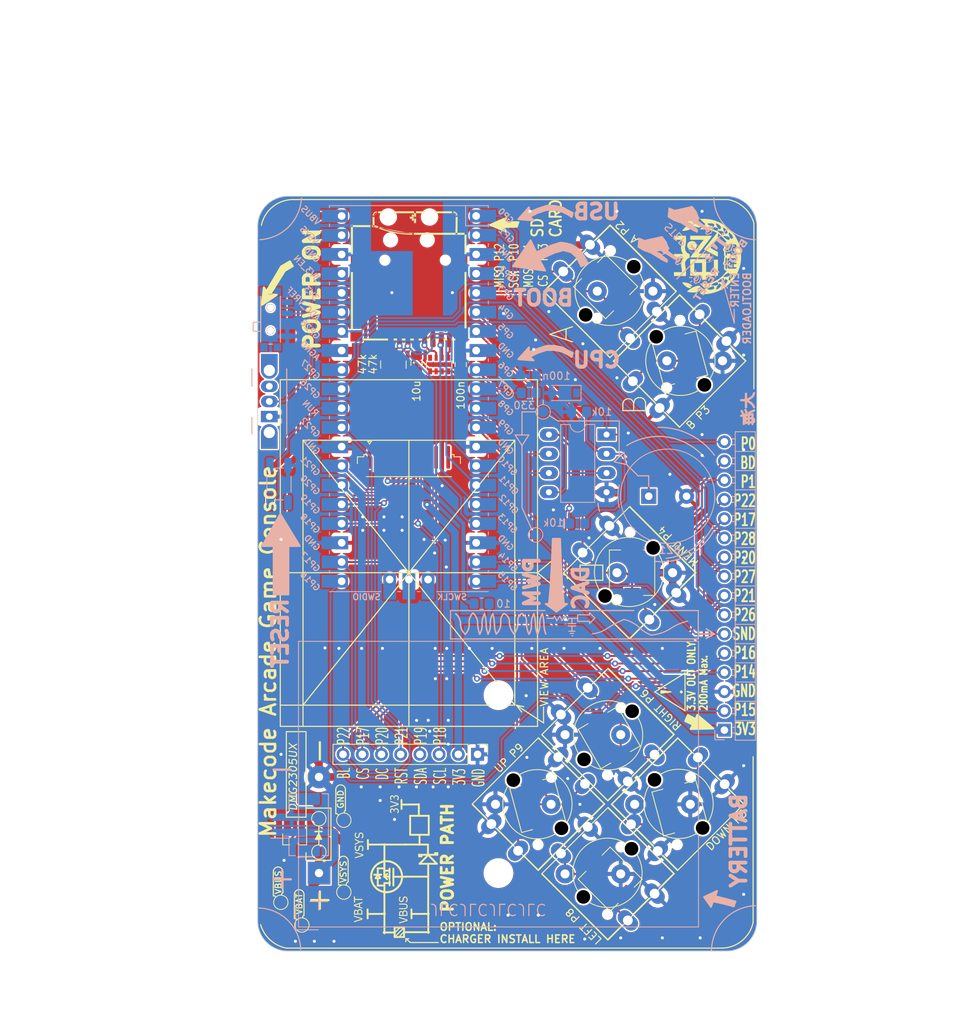
<source format=kicad_pcb>
(kicad_pcb (version 20211014) (generator pcbnew)
  (title_block (comment 4 "PCBWay Project ID: e98c85aa-0f9c-4b0c-8f77-3098c1a77aa7"))
  (layers (0 "F.Cu" signal) (31 "B.Cu" signal) (34 "B.Paste" user) (35 "F.Paste" user) (36 "B.SilkS" user "B.Silkscreen") (37 "F.SilkS" user "F.Silkscreen") (38 "B.Mask" user) (39 "F.Mask" user) (44 "Edge.Cuts" user))
  (net 0 "")
  (net 2 "Net-(SW1-Pad2)")
  (net 5 "Net-(BT1-Pad1)")
  (net 6 "+3V3")
  (net 8 "GNDREF")
  (net 10 "/P0")
  (net 12 "/P1")
  (net 13 "/RST_P21")
  (net 14 "/DC_P20")
  (net 15 "/MOSI_P19")
  (net 16 "/SCK_P18")
  (net 17 "/CS_P17")
  (net 18 "/SND_P7")
  (net 19 "/P14")
  (net 20 "/P15")
  (net 21 "/MISO_P16")
  (net 22 "/BL_P22")
  (net 23 "/SD_CS_P13")
  (net 24 "/SD_MOSI_P11")
  (net 25 "/SD_SCK_P10")
  (net 26 "/SD_MISO_P12")
  (net 28 "/P26")
  (net 29 "/P27")
  (net 30 "/P28")
  (net 31 "Net-(C1-Pad1)")
  (net 32 "Net-(BZ1-Pad1)")
  (net 33 "/RUN")
  (net 36 "Net-(J3-Pad4)")
  (net 37 "Net-(Q1-Pad1)")
  (net 38 "Net-(Q1-Pad2)")
  (net 39 "/BTN_UP_P9")
  (net 40 "/BTN_LEFT_P8")
  (net 41 "/BTN_RIGHT_P6")
  (net 42 "/BTN_DOWN_P5")
  (net 43 "/BTN_B_P3")
  (net 44 "/BTN_A_P2")
  (net 45 "/BTN_MENU_P4")
  (net 46 "/SD_DAT2")
  (net 47 "/SD_DAT1")
  (net 50 "/sound")
  (net 51 "/BZ_Disable")
  (footprint "prj:PB-002" (layer "F.Cu") (at 170.8 76 45)
    (fp_text reference "SW14" hide)
    (fp_text value "B")
  )
  (footprint "prj:SW_PUSH-12mm" (layer "F.Cu") (at 170.647345 134.544758 45)
    (fp_text reference "SW20" hide)
    (fp_text value "DOWN" hide)
  )
  (footprint "TestPoint:TestPoint_Pad_D1.5mm" (layer "F.Cu") (at 126.4 146.2 -45)
    (fp_text reference "TP4" hide)
    (fp_text value "VSYS")
  )
  (footprint "prj:SW_PUSH-12mm" (layer "F.Cu") (at 170.886179 76.005923 45)
    (fp_text reference "SW21" hide)
    (fp_text value "B")
  )
  (footprint "Connector_PinHeader_2.54mm:PinHeader_1x08_P2.54mm_Vertical" (layer "F.Cu") (at 144.075 128 -90)
    (fp_text reference "J1" hide)
    (fp_text value "LCD" hide)
  )
  (footprint "Resistor_SMD:R_Array_Convex_4x0603" (layer "F.Cu") (at 139 76.5 -90)
    (fp_text reference "RN1" hide)
    (fp_text value "47k")
  )
  (footprint "prj:PB-002" (layer "F.Cu") (at 161.6 66.8 45)
    (fp_text reference "SW15" hide)
    (fp_text value "A")
  )
  (footprint "prj:PB-002" (layer "F.Cu") (at 170.5 134.6 -135)
    (fp_text reference "SW13" hide)
    (fp_text value "DOWN")
  )
  (footprint "prj:PB-002" (layer "F.Cu") (at 161.3 143.8 -135)
    (fp_text reference "SW11" hide)
    (fp_text value "LEFT")
  )
  (footprint "prj:SW_PUSH-12mm" (layer "F.Cu") (at 164.1 103.9 135)
    (fp_text reference "SW23" hide)
    (fp_text value "MENU")
  )
  (footprint "Capacitor_SMD:C_0805_2012Metric_Pad1.18x1.45mm_HandSolder" (layer "F.Cu") (at 141.85 76.5 90)
    (fp_text reference "C2" hide)
    (fp_text value "100n")
  )
  (footprint "prj:Silent SMD TACT Push Button Switch" (layer "F.Cu") (at 170.823543 75.752223 105)
    (fp_text reference "SW6" hide)
    (fp_text value "B P3")
  )
  (footprint "prj:Silent SMD TACT Push Button Switch" (layer "F.Cu") (at 161.47868 125.8 120)
    (fp_text reference "SW4" hide)
    (fp_text value "RIGHT P6")
  )
  (footprint "prj:Silent SMD TACT Push Button Switch" (layer "F.Cu") (at 170.8 135.1 105)
    (fp_text reference "SW5" hide)
    (fp_text value "DOWN P5")
  )
  (footprint "TestPoint:TestPoint_Pad_D1.5mm" (layer "F.Cu") (at 123.1 136.5)
    (fp_text reference "TP7" hide)
    (fp_text value "D" hide)
  )
  (footprint "prj:SW_PUSH-12mm" (layer "F.Cu") (at 161.244758 143.652655 135)
    (fp_text reference "SW18" hide)
    (fp_text value "LEFT" hide)
  )
  (footprint "prj:PB-002" (layer "F.Cu") (at 161.3 125.4 -135)
    (fp_text reference "SW12" hide)
    (fp_text value "RIGHT")
  )
  (footprint "prj:PB-002" (layer "F.Cu") (at 164.2 104 45)
    (fp_text reference "SW16" hide)
    (fp_text value "MENU")
  )
  (footprint "prj:SW_PUSH-12mm" (layer "F.Cu") (at 151.988189 134.590776 -135)
    (fp_text reference "SW17" hide)
    (fp_text value "UP" hide)
  )
  (footprint "Connector_JST:JST_SUR_SM14B-SURS-TF_1x14-1MP_P0.80mm_Horizontal" (layer "F.Cu") (at 135 89.9)
    (fp_text reference "J3" hide)
    (fp_text value "LCM" hide)
  )
  (footprint "prj:Silent SMD TACT Push Button Switch" (layer "F.Cu") (at 161.6 144.5 -45)
    (fp_text reference "SW3" hide)
    (fp_text value "LEFT P8")
  )
  (footprint "prj:Silent SMD TACT Push Button Switch" (layer "F.Cu") (at 164.5 104 90)
    (fp_text reference "SW8" hide)
    (fp_text value "MENU P4")
  )
  (footprint "Package_TO_SOT_SMD:SOT-23_Handsoldering" (layer "F.Cu") (at 119.9 139.2 -90)
    (fp_text reference "Q1" hide)
    (fp_text value "DMG2305UX")
  )
  (footprint "prj:Silent SMD TACT Push Button Switch" (layer "F.Cu") (at 152.023543 134.652223 -75)
    (fp_text reference "SW2" hide)
    (fp_text value "UP P9")
  )
  (footprint "TestPoint:TestPoint_Pad_D1.5mm" (layer "F.Cu") (at 123.1 140.9)
    (fp_text reference "TP8" hide)
    (fp_text value "S" hide)
  )
  (footprint "prj:PB-002" (layer "F.Cu") (at 152.1 134.6 -135)
    (fp_text reference "SW10" hide)
    (fp_text value "UP")
  )
  (footprint "Capacitor_SMD:C_0805_2012Metric_Pad1.18x1.45mm_HandSolder" (layer "F.Cu") (at 136 76.35 -90)
    (fp_text reference "C3" hide)
    (fp_text value "10u")
  )
  (footprint "prj:sd-card" (layer "F.Cu") (at 144.175415 74.25681 90)
    (fp_text reference "J4" hide)
    (fp_text value "Micro_SD_Card" hide)
  )
  (footprint "prj:SW_PUSH-12mm" (layer "F.Cu") (at 161.544758 66.752655 135)
    (fp_text reference "SW22" hide)
    (fp_text value "A")
  )
  (footprint "Resistor_SMD:R_Array_Convex_4x0603" (layer "F.Cu") (at 132.95 76.5 -90)
    (fp_text reference "RN2" hide)
    (fp_text value "47k")
  )
  (footprint "TestPoint:TestPoint_Pad_D1.5mm" (layer "F.Cu") (at 120.85 150.55 -45)
    (fp_text reference "TP6" hide)
    (fp_text value "VBAT")
  )
  (footprint "TestPoint:TestPoint_Pad_D1.5mm" (layer "F.Cu") (at 126.4 136.7 -45)
    (fp_text reference "TP5" hide)
    (fp_text value "GND")
  )
  (footprint "TestPoint:TestPoint_Pad_D1.5mm" (layer "F.Cu") (at 118.068115 147.550685 -45)
    (fp_text reference "TP3" hide)
    (fp_text value "VBUS")
  )
  (footprint "prj:SW_PUSH-12mm" (layer "F.Cu") (at 161.329611 125.486179 -45)
    (fp_text reference "SW19" hide)
    (fp_text value "RIGHT" hide)
  )
  (footprint "prj:Silent SMD TACT Push Button Switch" (layer "F.Cu") (at 161 66.2 135)
    (fp_text reference "SW7" hide)
    (fp_text value "A P2")
  )
  (footprint "Buzzer_Beeper:Buzzer_TDK_PS1240P02BT_D12.2mm_H6.5mm" (layer "B.Cu") (at 166.7 93.9)
    (fp_text reference "BZ1")
    (fp_text value "Buzzer")
  )
  (footprint "prj:skrp" (layer "B.Cu") (at 119.625 90.725 -90)
    (fp_text reference "SW9" hide)
    (fp_text value "RUN" hide)
  )
  (footprint "Resistor_SMD:R_0805_2012Metric_Pad1.20x1.40mm_HandSolder" (layer "B.Cu") (at 150.85 80.25)
    (fp_text reference "R2" hide)
    (fp_text value "330")
  )
  (footprint "Resistor_SMD:R_0805_2012Metric_Pad1.20x1.40mm_HandSolder" (layer "B.Cu") (at 157.5 82.75 180)
    (fp_text reference "R4" hide)
    (fp_text value "10k")
  )
  (footprint "Resistor_SMD:R_0805_2012Metric_Pad1.20x1.40mm_HandSolder" (layer "B.Cu") (at 144.6 108.1 180)
    (fp_text reference "R1" hide)
    (fp_text value "10")
  )
  (footprint "prj:RPi_Pico_SMD_TH" (layer "B.Cu") (at 135 81 180)
    (fp_text reference "U1" hide)
    (fp_text value "WeAct-RP2040-Pico" hide)
  )
  (footprint "Diode_SMD:D_SOD-123" (layer "B.Cu") (at 155.5 80.25 180)
    (fp_text reference "D1" hide)
    (fp_text value "1N4148W" hide)
  )
  (footprint "TestPoint:TestPoint_Pad_D1.5mm" (layer "B.Cu") (at 152.75 82.75 180)
    (fp_text reference "TP1" hide)
    (fp_text value "sound_analog" hide)
  )
  (footprint "Button_Switch_THT:SW_CuK_OS102011MA1QN1_SPDT_Angled" (layer "B.Cu") (at 116.55 83.375 90)
    (fp_text reference "SW24" hide)
    (fp_text value "SW_SPDT" hide)
  )
  (footprint "Battery:BatteryHolder_Keystone_2479_3xAAA" (layer "B.Cu") (at 123.1175 143.6875)
    (fp_text reference "BT1" hide)
    (fp_text value "Dry" hide)
  )
  (footprint "Package_DIP:DIP-8_W7.62mm_LongPads" (layer "B.Cu") (at 161.125 85.75 180)
    (fp_text reference "U2" hide)
    (fp_text value "MCP6002-xP" hide)
  )
  (footprint "Connector_JST:JST_PH_B2B-PH-SM4-TB_1x02-1MP_P2.00mm_Vertical" (layer "B.Cu") (at 120 137.3 90)
    (fp_text reference "BT2" hide)
    (fp_text value "Li-Poly" hide)
  )
  (footprint "prj:MK12C02" (layer "B.Cu") (at 116.713 70.5 90)
    (fp_text reference "SW1" hide)
    (fp_text value "SW_SPDT" hide)
  )
  (footprint "Connector_PinHeader_2.54mm:PinHeader_1x16_P2.54mm_Horizontal" (layer "B.Cu") (at 176.7 124.8)
    (fp_text reference "J2" hide)
    (fp_text value "GPIO" hide)
  )
  (footprint "Capacitor_SMD:C_0805_2012Metric_Pad1.18x1.45mm_HandSolder" (layer "B.Cu") (at 150.7875 78 180)
    (fp_text reference "C1" hide)
    (fp_text value "100n")
  )
  (footprint "Resistor_SMD:R_0805_2012Metric_Pad1.20x1.40mm_HandSolder" (layer "B.Cu") (at 157.25 97.5 180)
    (fp_text reference "R3" hide)
    (fp_text value "10k")
  )
  (footprint "TestPoint:TestPoint_Pad_D1.5mm" (layer "B.Cu") (at 151.75 99 180)
    (fp_text reference "TP2" hide)
    (fp_text value "sound_analog_buffered" hide)
  )
  (gr_line (start 172.923718 65.768998) (end 173.331025 65.617442) (layer "B.SilkS") (width 0.129999))
  (gr_line (start 163.776776 89.713173) (end 165.3 91.2) (layer "B.SilkS") (width 0.15))
  (gr_arc (start 144.661842 110.696101) (mid 144.74923 110.036801) (end 144.997988 109.420011) (layer "B.SilkS") (width 0.2))
  (gr_line (start 173.070538 65.385374) (end 172.900037 65.461153) (layer "B.SilkS") (width 0.129999))
  (gr_line (start 174.603138 58.351871) (end 174.747044 58.342763) (layer "B.SilkS") (width 0.129999))
  (gr_line (start 173.051593 64.959118) (end 173.051593 64.959118) (layer "B.SilkS") (width 0.129999))
  (gr_line (start 170.861034 62.413483) (end 170.861034 62.413483) (layer "B.SilkS") (width 0.129999))
  (gr_arc (start 163.418809 110.183152) (mid 164.504597 110.573948) (end 165.44921 111.236798) (layer "B.SilkS") (width 0.15))
  (gr_arc (start 151.983461 112.100922) (mid 151.808561 111.513897) (end 151.735078 110.905795) (layer "B.SilkS") (width 0.2))
  (gr_line (start 177.008578 61.60836) (end 177.074885 61.617832) (layer "B.SilkS") (width 0.129999))
  (gr_line (start 170.420567 63.280204) (end 170.420567 63.280204) (layer "B.SilkS") (width 0.129999))
  (gr_line (start 174.465245 59.311305) (end 174.872553 59.159751) (layer "B.SilkS") (width 0.129999))
  (gr_line (start 172.857412 65.759526) (end 172.857412 65.759526) (layer "B.SilkS") (width 0.129999))
  (gr_line (start 168.420915 61.992401) (end 168.064498 61.739646) (layer "B.SilkS") (width 0.129999))
  (gr_line (start 173.189437 57.413297) (end 172.263347 56.734166) (layer "B.SilkS") (width 0.129999))
  (gr_line (start 172.399284 58.014032) (end 172.042867 57.761276) (layer "B.SilkS") (width 0.129999))
  (gr_line (start 176.857026 61.381023) (end 176.857026 61.381023) (layer "B.SilkS") (width 0.129999))
  (gr_line (start 174.938861 58.221989) (end 174.938861 58.221989) (layer "B.SilkS") (width 0.129999))
  (gr_line (start 166.7 91.2) (end 166.7 92.6) (layer "B.SilkS") (width 0.15))
  (gr_line (start 173.339556 57.156532) (end 172.490642 56.400226) (layer "B.SilkS") (width 0.129999))
  (gr_line (start 177.794782 60.670602) (end 177.629016 60.504835) (layer "B.SilkS") (width 0.129999))
  (gr_line (start 177.482191 61.466276) (end 177.557971 61.418915) (layer "B.SilkS") (width 0.129999))
  (gr_arc (start 167.9 84.8) (mid 172.10547 85.72589) (end 175.4 88.5) (layer "B.SilkS") (width 0.15))
  (gr_line (start 174.612066 58.927678) (end 174.441566 59.003455) (layer "B.SilkS") (width 0.129999))
  (gr_arc (start 169.484921 111.443064) (mid 168.295964 111.984575) (end 167.015322 112.243064) (layer "B.SilkS") (width 0.15))
  (gr_line (start 177.051206 61.309982) (end 177.051206 61.309982) (layer "B.SilkS") (width 0.129999))
  (gr_line (start 164.75 109) (end 156.25 109) (layer "B.SilkS") (width 0.15))
  (gr_line (start 176.861759 61.461536) (end 176.861759 61.461536) (layer "B.SilkS") (width 0.129999))
  (gr_line (start 174.786923 58.723804) (end 174.786923 58.723804) (layer "B.SilkS") (width 0.129999))
  (gr_arc (start 175 153.901218) (mid 176.722937 149.793735) (end 180.8 148) (layer "B.SilkS") (width 0.15))
  (gr_line (start 163.776776 89.713173) (end 162.150433 89.359621) (layer "B.SilkS") (width 0.15))
  (gr_line (start 173.406805 65.570082) (end 173.406805 65.570082) (layer "B.SilkS") (width 0.129999))
  (gr_line (start 173.245399 65.181499) (end 173.245399 65.181499) (layer "B.SilkS") (width 0.129999))
  (gr_line (start 176.4 65.2) (end 177.1 66.4) (layer "B.SilkS") (width 0.15))
  (gr_line (start 170.708523 62.573563) (end 170.765358 62.374644) (layer "B.SilkS") (width 0.129999))
  (gr_line (start 172.762689 65.323798) (end 172.705856 65.532192) (layer "B.SilkS") (width 0.129999))
  (gr_line (start 168.420915 61.992401) (end 168.420915 61.992401) (layer "B.SilkS") (width 0.129999))
  (gr_line (start 177.557971 61.418915) (end 177.557971 61.418915) (layer "B.SilkS") (width 0.129999))
  (gr_arc (start 161.130918 111.409611) (mid 160.215597 111.86202) (end 159.218809 112.083152) (layer "B.SilkS") (width 0.15))
  (gr_line (start 176.861759 61.461536) (end 177.008578 61.60836) (layer "B.SilkS") (width 0.129999))
  (gr_line (start 174.465245 59.311305) (end 174.465245 59.311305) (layer "B.SilkS") (width 0.129999))
  (gr_line (start 173.331025 65.617442) (end 173.406805 65.570082) (layer "B.SilkS") (width 0.129999))
  (gr_poly (pts (xy 174.220778 62.007621) (xy 174.205522 62.025248) (xy 174.190708 62.043984) (xy 174.176356 62.063809) (xy 174.162484 62.084712) (xy 174.151256 62.102972) (xy 174.140841 62.121121) (xy 174.131244 62.139148) (xy 174.122459 62.157039) (xy 174.114489 62.174786) (xy 174.10733 62.19237) (xy 174.100983 62.209786) (xy 174.095448 62.227018) (xy 174.090722 62.244056) (xy 174.086805 62.260884) (xy 174.083697 62.277493) (xy 174.081396 62.293869) (xy 174.079903 62.310002) (xy 174.079214 62.325879) (xy 174.079331 62.341488) (xy 174.080252 62.356815) (xy 174.081976 62.37185) (xy 174.084502 62.38658) (xy 174.087831 62.400992) (xy 174.091961 62.415075) (xy 174.096889 62.428817) (xy 174.102617 62.442206) (xy 174.109144 62.455228) (xy 174.116467 62.467873) (xy 174.124588 62.480128) (xy 174.133504 62.49198) (xy 174.143215 62.503417) (xy 174.15372 62.514428) (xy 174.165018 62.525) (xy 174.177109 62.535121) (xy 174.18999 62.544779) (xy 174.203662 62.553962) (xy 174.218711 62.563048) (xy 174.233536 62.571011) (xy 174.24822 62.577859) (xy 174.262836 62.583601) (xy 174.277465 62.588242) (xy 174.292183 62.591793) (xy 174.307074 62.594262) (xy 174.322209 62.595653) (xy 174.337673 62.59598) (xy 174.353538 62.595248) (xy 174.369884 62.593464) (xy 174.38679 62.590639) (xy 174.404336 62.586778) (xy 174.422598 62.581891) (xy 174.441653 62.575985) (xy 174.46158 62.569069) (xy 174.478414 62.562763) (xy 174.497827 62.555116) (xy 174.522108 62.545234) (xy 174.55355 62.532222) (xy 174.597535 62.514171) (xy 174.616922 62.506429) (xy 174.634749 62.499497) (xy 174.651142 62.493339) (xy 174.666232 62.48792) (xy 174.680149 62.483207) (xy 174.693023 62.479163) (xy 174.704987 62.475753) (xy 174.716164 62.472944) (xy 174.726691 62.470699) (xy 174.736695 62.468985) (xy 174.746306 62.467764) (xy 174.755653 62.467004) (xy 174.764868 62.466669) (xy 174.774078 62.466726) (xy 174.662814 62.641795) (xy 174.64559 62.668648) (xy 174.63007 62.692329) (xy 174.615974 62.713272) (xy 174.603028 62.731913) (xy 174.59096 62.748681) (xy 174.579496 62.764007) (xy 174.568357 62.778327) (xy 174.557271 62.792072) (xy 174.763303 62.923014) (xy 174.787713 62.877712) (xy 174.811308 62.835652) (xy 174.823334 62.815002) (xy 174.835796 62.794157) (xy 174.848905 62.772786) (xy 174.86288 62.750551) (xy 175.078596 62.411135) (xy 175.1125 62.357913) (xy 175.125592 62.337607) (xy 175.136948 62.320313) (xy 175.147191 62.305133) (xy 175.156954 62.291175) (xy 175.166861 62.277544) (xy 175.17754 62.263347) (xy 175.160769 62.254106) (xy 175.145319 62.246058) (xy 175.130863 62.239032) (xy 175.117078 62.232864) (xy 175.103637 62.227385) (xy 175.090219 62.22243) (xy 175.076495 62.217828) (xy 175.062142 62.213415) (xy 175.04431 62.208116) (xy 175.0263 62.203482) (xy 175.008116 62.199512) (xy 174.989766 62.196206) (xy 174.971261 62.193566) (xy 174.952604 62.191587) (xy 174.933805 62.190274) (xy 174.91487 62.189622) (xy 174.895808 62.189635) (xy 174.876627 62.190313) (xy 174.857331 62.191652) (xy 174.837932 62.193654) (xy 174.818433 62.196319) (xy 174.798844 62.199646) (xy 174.779174 62.203635) (xy 174.759426 62.208287) (xy 174.736793 62.214534) (xy 174.712328 62.222087) (xy 174.685941 62.231004) (xy 174.657536 62.241342) (xy 174.627014 62.253156) (xy 174.594282 62.266508) (xy 174.559245 62.281448) (xy 174.52181 62.298037) (xy 174.505054 62.305328) (xy 174.489616 62.311767) (xy 174.475401 62.317367) (xy 174.462315 62.322143) (xy 174.450263 62.326104) (xy 174.444597 62.327786) (xy 174.439153 62.329269) (xy 174.433923 62.330556) (xy 174.428891 62.331649) (xy 174.424048 62.332549) (xy 174.419378 62.333257) (xy 174.414877 62.333776) (xy 174.410526 62.33411) (xy 174.406316 62.334255) (xy 174.402236 62.334217) (xy 174.398273 62.333996) (xy 174.394417 62.333594) (xy 174.390652 62.333012) (xy 174.38697 62.332254) (xy 174.383358 62.331319) (xy 174.379804 62.33021) (xy 174.376299 62.328929) (xy 174.372826 62.327477) (xy 174.369377 62.325856) (xy 174.36594 62.324068) (xy 174.362501 62.322113) (xy 174.35905 62.319996) (xy 174.35579 62.317792) (xy 174.352714 62.315447) (xy 174.349823 62.312964) (xy 174.347114 62.310348) (xy 174.344588 62.307607) (xy 174.342246 62.304742) (xy 174.340089 62.301761) (xy 174.338116 62.29867) (xy 174.336328 62.295473) (xy 174.334724 62.292178) (xy 174.333307 62.288785) (xy 174.332073 62.285303) (xy 174.331027 62.281739) (xy 174.330165 62.278094) (xy 174.32949 62.274377) (xy 174.329 62.270593) (xy 174.3287 62.266744) (xy 174.328586 62.262839) (xy 174.328657 62.258882) (xy 174.328917 62.254879) (xy 174.329364 62.250835) (xy 174.33 62.246755) (xy 174.330823 62.242644) (xy 174.331836 62.23851) (xy 174.333037 62.234354) (xy 174.334427 62.230184) (xy 174.336008 62.226007) (xy 174.337777 62.221825) (xy 174.339737 62.217646) (xy 174.341885 62.213473) (xy 174.344224 62.209313) (xy 174.346755 62.205171) (xy 174.351116 62.198677) (xy 174.355688 62.192591) (xy 174.360463 62.186915) (xy 174.365441 62.181649) (xy 174.370618 62.176792) (xy 174.375992 62.17235) (xy 174.381559 62.168316) (xy 174.387316 62.164697) (xy 174.393262 62.161491) (xy 174.399392 62.158699) (xy 174.405706 62.156323) (xy 174.412199 62.154361) (xy 174.418869 62.152815) (xy 174.425711 62.151687) (xy 174.432724 62.150974) (xy 174.439908 62.150679) (xy 174.444822 62.150785) (xy 174.449611 62.151035) (xy 174.454304 62.151439) (xy 174.458939 62.152013) (xy 174.463548 62.152766) (xy 174.468164 62.153711) (xy 174.472822 62.154857) (xy 174.477556 62.156222) (xy 174.482402 62.157809) (xy 174.487392 62.159637) (xy 174.492561 62.161717) (xy 174.497942 62.164057) (xy 174.503571 62.166672) (xy 174.509483 62.169573) (xy 174.522282 62.17628) (xy 174.649956 61.92804) (xy 174.632317 61.920931) (xy 174.615629 61.914509) (xy 174.599804 61.908757) (xy 174.584752 61.90366) (xy 174.57038 61.899201) (xy 174.556599 61.895366) (xy 174.543319 61.892137) (xy 174.53045 61.889502) (xy 174.517901 61.887439) (xy 174.505581 61.885938) (xy 174.4934 61.884981) (xy 174.481268 61.884551) (xy 174.469094 61.884637) (xy 174.456789 61.885215) (xy 174.444261 61.886276) (xy 174.431421 61.887801) (xy 174.412347 61.890995) (xy 174.393484 61.895473) (xy 174.374853 61.90122) (xy 174.356474 61.908222) (xy 174.338364 61.916462) (xy 174.320546 61.92593) (xy 174.303035 61.936606) (xy 174.285851 61.948477) (xy 174.269014 61.961529) (xy 174.252544 61.975746) (xy 174.23646 61.991117)) (layer "B.SilkS") (width 0.01) (fill solid))
  (gr_line (start 172.71059 65.612706) (end 172.857412 65.759526) (layer "B.SilkS") (width 0.129999))
  (gr_line (start 177.396563 61.030332) (end 177.396563 61.030332) (layer "B.SilkS") (width 0.129999))
  (gr_line (start 153 109) (end 140.5 109) (layer "B.SilkS") (width 0.15))
  (gr_line (start 155.64921 109.736798) (end 155.94921 110.336798) (layer "B.SilkS") (width 0.15))
  (gr_line (start 170.96049 62.200359) (end 170.761573 62.295081) (layer "B.SilkS") (width 0.129999))
  (gr_line (start 156.54921 112.336798) (end 156.64921 112.336798) (layer "B.SilkS") (width 0.15))
  (gr_line (start 175.019375 58.198309) (end 174.938861 58.221989) (layer "B.SilkS") (width 0.129999))
  (gr_line (start 174.252118 59.155012) (end 174.252118 59.155012) (layer "B.SilkS") (width 0.129999))
  (gr_line (start 173.477849 64.656002) (end 173.397335 64.679683) (layer "B.SilkS") (width 0.129999))
  (gr_line (start 173.397335 64.679683) (end 173.198416 64.774408) (layer "B.SilkS") (width 0.129999))
  (gr_line (start 156.54921 110.036798) (end 156.54921 110.736798) (layer "B.SilkS") (width 0.15))
  (gr_line (start 170.870507 62.517678) (end 170.870507 62.517678) (layer "B.SilkS") (width 0.129999))
  (gr_poly (pts (xy 177.510611 62.068012) (xy 177.492206 62.089474) (xy 177.474296 62.112248) (xy 177.456886 62.136328) (xy 177.439971 62.161719) (xy 177.42405 62.187648) (xy 177.40952 62.213488) (xy 177.396384 62.239243) (xy 177.384637 62.26491) (xy 177.37428 62.290489) (xy 177.365317 62.31598) (xy 177.357744 62.341384) (xy 177.351565 62.366702) (xy 177.346777 62.391931) (xy 177.343378 62.417073) (xy 177.341372 62.442127) (xy 177.340759 62.467095) (xy 177.341536 62.491974) (xy 177.343704 62.516767) (xy 177.347265 62.541471) (xy 177.352215 62.566088) (xy 177.358429 62.59037) (xy 177.365925 62.614162) (xy 177.374697 62.637459) (xy 177.38475 62.660266) (xy 177.396083 62.682582) (xy 177.408694 62.704405) (xy 177.422583 62.725739) (xy 177.437755 62.746581) (xy 177.454203 62.76693) (xy 177.471932 62.786789) (xy 177.49094 62.806155) (xy 177.511229 62.825031) (xy 177.532796 62.843416) (xy 177.555642 62.861308) (xy 177.579769 62.87871) (xy 177.605174 62.89562) (xy 177.605176 62.895617) (xy 177.630969 62.911468) (xy 177.656691 62.925968) (xy 177.682342 62.93912) (xy 177.707925 62.950925) (xy 177.733436 62.961382) (xy 177.758878 62.970488) (xy 177.784249 62.978248) (xy 177.80955 62.984657) (xy 177.834779 62.989719) (xy 177.859942 62.993432) (xy 177.885031 62.995797) (xy 177.910052 62.996814) (xy 177.935 62.996481) (xy 177.95988 62.994799) (xy 177.98469 62.991769) (xy 178.00943 62.987392) (xy 178.033812 62.981636) (xy 178.057703 62.974567) (xy 178.081097 62.966184) (xy 178.103996 62.956486) (xy 178.1264 62.945476) (xy 178.148307 62.933152) (xy 178.169723 62.919514) (xy 178.190641 62.904562) (xy 178.211064 62.888299) (xy 178.230993 62.870719) (xy 178.250425 62.851826) (xy 178.269363 62.83162) (xy 178.287807 62.810101) (xy 178.305755 62.787266) (xy 178.323207 62.763119) (xy 178.340165 62.737659) (xy 178.35613 62.711662) (xy 178.370697 62.685762) (xy 178.383868 62.659958) (xy 178.395639 62.63425) (xy 178.406016 62.608639) (xy 178.414994 62.583125) (xy 178.422575 62.557707) (xy 178.428758 62.532386) (xy 178.433545 62.507161) (xy 178.436933 62.482034) (xy 178.438924 62.457001) (xy 178.439518 62.432064) (xy 178.438717 62.407225) (xy 178.436515 62.382483) (xy 178.432919 62.357837) (xy 178.427923 62.333287) (xy 178.42153 62.308992) (xy 178.413885 62.285196) (xy 178.404981 62.261902) (xy 178.394827 62.239111) (xy 178.383419 62.21682) (xy 178.370756 62.195029) (xy 178.356841 62.173742) (xy 178.341672 62.152956) (xy 178.325248 62.132669) (xy 178.314822 62.121002) (xy 178.123804 62.312019) (xy 178.136242 62.324961) (xy 178.147623 62.337995) (xy 178.15782 62.351101) (xy 178.16718 62.364159) (xy 178.171547 62.370668) (xy 178.175705 62.377167) (xy 178.179652 62.38365) (xy 178.18339 62.390123) (xy 178.186919 62.396585) (xy 178.19024 62.40303) (xy 178.193349 62.409465) (xy 178.196251 62.415888) (xy 178.198943 62.422297) (xy 178.201425 62.428694) (xy 178.203698 62.435079) (xy 178.205763 62.44145) (xy 178.207628 62.44781) (xy 178.209303 62.454157) (xy 178.210789 62.46049) (xy 178.212083 62.466811) (xy 178.213187 62.473119) (xy 178.214103 62.479414) (xy 178.21483 62.485698) (xy 178.215364 62.491967) (xy 178.215711 62.498224) (xy 178.215867 62.504468) (xy 178.215833 62.5107) (xy 178.215607 62.516917) (xy 178.215195 62.523123) (xy 178.21459 62.529316) (xy 178.213796 62.535495) (xy 178.212813 62.541663) (xy 178.21166 62.547799) (xy 178.210361 62.553884) (xy 178.208912 62.559922) (xy 178.20732 62.565908) (xy 178.205578 62.571846) (xy 178.203689 62.577734) (xy 178.201653 62.583574) (xy 178.199471 62.589362) (xy 178.19714 62.595103) (xy 178.194662 62.600793) (xy 178.192037 62.606433) (xy 178.189265 62.612026) (xy 178.186347 62.617566) (xy 178.18328 62.623059) (xy 178.180068 62.6285) (xy 178.176707 62.633894) (xy 178.17322 62.639206) (xy 178.169622 62.644406) (xy 178.165921 62.649493) (xy 178.162113 62.654466) (xy 178.158197 62.659326) (xy 178.154177 62.664073) (xy 178.150048 62.668708) (xy 178.145813 62.673228) (xy 178.141473 62.677637) (xy 178.137025 62.681933) (xy 178.132468 62.686115) (xy 178.127808 62.690184) (xy 178.123041 62.694141) (xy 178.118166 62.697986) (xy 178.113184 62.701715) (xy 178.108096 62.705332) (xy 178.102837 62.708764) (xy 178.097486 62.712028) (xy 178.092043 62.715126) (xy 178.086511 62.718056) (xy 178.080885 62.720819) (xy 178.075169 62.723417) (xy 178.069363 62.725846) (xy 178.063464 62.728108) (xy 178.057473 62.730202) (xy 178.051393 62.732131) (xy 178.045222 62.733891) (xy 178.038959 62.735487) (xy 178.032605 62.736914) (xy 178.026159 62.738172) (xy 178.019623 62.739266) (xy 178.012996 62.74019) (xy 178.012993 62.740189) (xy 178.005448 62.740995) (xy 177.99788 62.7416) (xy 177.990283 62.742005) (xy 177.982664 62.742207) (xy 177.975022 62.742207) (xy 177.967352 62.742007) (xy 177.95966 62.741606) (xy 177.951943 62.741003) (xy 177.944199 62.740202) (xy 177.93643 62.739196) (xy 177.92864 62.737991) (xy 177.920823 62.736585) (xy 177.912982 62.734977) (xy 177.905116 62.73317) (xy 177.897223 62.731159) (xy 177.889309 62.728949) (xy 177.881275 62.726482) (xy 177.873174 62.723803) (xy 177.865008 62.720907) (xy 177.856774 62.717795) (xy 177.848473 62.714469) (xy 177.840104 62.710927) (xy 177.82317 62.703197) (xy 177.805966 62.694607) (xy 177.788497 62.685155) (xy 177.770762 62.674843) (xy 177.752758 62.663668) (xy 177.733858 62.65118) (xy 177.716042 62.638594) (xy 177.699312 62.625909) (xy 177.683667 62.613125) (xy 177.669109 62.600245) (xy 177.655634 62.587264) (xy 177.643246 62.574187) (xy 177.631942 62.56101) (xy 177.621618 62.547823) (xy 177.612166 62.534707) (xy 177.607768 62.528177) (xy 177.603587 62.521666) (xy 177.599627 62.515172) (xy 177.595882 62.508699) (xy 177.592358 62.502241) (xy 177.589052 62.495802) (xy 177.585963 62.489383) (xy 177.583092 62.482982) (xy 177.580442 62.476597) (xy 177.578008 62.470233) (xy 177.575795 62.463887) (xy 177.573798 62.457556) (xy 177.571911 62.451083) (xy 177.570218 62.444633) (xy 177.568724 62.438206) (xy 177.567425 62.431803) (xy 177.56632 62.425422) (xy 177.565412 62.419064) (xy 177.564701 62.41273) (xy 177.564184 62.406418) (xy 177.563865 62.400131) (xy 177.563743 62.393866) (xy 177.563815 62.387625) (xy 177.564083 62.381407) (xy 177.56455 62.375211) (xy 177.565209 62.36904) (xy 177.566067 62.36289) (xy 177.56712 62.356765) (xy 177.568295 62.350748) (xy 177.56961 62.344783) (xy 177.571065 62.33887) (xy 177.572657 62.333007) (xy 177.574392 62.327196) (xy 177.576265 62.321435) (xy 177.578281 62.315725) (xy 177.580433 62.310067) (xy 177.582726 62.304459) (xy 177.58516 62.298904) (xy 177.587732 62.2934) (xy 177.590446 62.287946) (xy 177.593298 62.282543) (xy 177.596291 62.277193) (xy 177.599424 62.271892) (xy 177.602695 62.266644) (xy 177.606131 62.261402) (xy 177.609661 62.256273) (xy 177.613286 62.251257) (xy 177.617006 62.246352) (xy 177.62082 62.241558) (xy 177.624731 62.236877) (xy 177.628734 62.232307) (xy 177.632833 62.227849) (xy 177.637027 62.223505) (xy 177.641314 62.219268) (xy 177.645698 62.215146) (xy 177.650175 62.211134) (xy 177.654747 62.207235) (xy 177.659413 62.203446) (xy 177.664175 62.199771) (xy 177.669032 62.196205) (xy 177.673953 62.192841) (xy 177.678997 62.189622) (xy 177.684166 62.186544) (xy 177.689461 62.183612) (xy 177.694881 62.180823) (xy 177.700427 62.178178) (xy 177.706098 62.175678) (xy 177.711891 62.173321) (xy 177.717814 62.171108) (xy 177.723859 62.16904) (xy 177.730031 62.167117) (xy 177.736327 62.165335) (xy 177.742747 62.163698) (xy 177.749295 62.162206) (xy 177.755966 62.160858) (xy 177.762765 62.159654) (xy 177.769219 62.158728) (xy 177.775816 62.158009) (xy 177.782557 62.157497) (xy 177.789439 62.157192) (xy 177.796465 62.157092) (xy 177.803634 62.157198) (xy 177.810945 62.157512) (xy 177.8184 62.158032) (xy 177.825997 62.158758) (xy 177.833736 62.15969) (xy 177.841619 62.160829) (xy 177.849643 62.162175) (xy 177.857813 62.163726) (xy 177.866122 62.165484) (xy 177.874577 62.167448) (xy 177.883171 62.169619) (xy 177.891749 62.172035) (xy 177.900381 62.174683) (xy 177.909067 62.177568) (xy 177.917809 62.180683) (xy 177.926606 62.184032) (xy 177.935459 62.187616) (xy 177.944367 62.191433) (xy 177.95333 62.195482) (xy 177.962347 62.199767) (xy 177.97142 62.204283) (xy 177.989731 62.214018) (xy 178.008262 62.224687) (xy 178.027015 62.236289) (xy 178.045785 62.248682) (xy 178.063501 62.261168) (xy 178.08016 62.273743) (xy 178.095763 62.286409) (xy 178.110311 62.299169) (xy 178.123804 62.312019) (xy 178.314822 62.121002) (xy 178.307569 62.112887) (xy 178.288638 62.093604) (xy 178.268453 62.074824) (xy 178.247014 62.056543) (xy 178.224321 62.038766) (xy 178.200375 62.021489) (xy 178.175172 62.004713) (xy 178.149174 61.988732) (xy 178.123268 61.974112) (xy 178.097454 61.960856) (xy 178.071736 61.948963) (xy 178.046107 61.938432) (xy 178.020573 61.929267) (xy 177.995133 61.921462) (xy 177.969784 61.915022) (xy 177.944527 61.909944) (xy 177.919364 61.906229) (xy 177.894296 61.903879) (xy 177.869317 61.90289) (xy 177.844435 61.903264) (xy 177.819643 61.905002) (xy 177.794944 61.908103) (xy 177.770339 61.912565) (xy 177.745955 61.91832) (xy 177.722071 61.925382) (xy 177.698684 61.933755) (xy 177.675794 61.943435) (xy 177.653404 61.954426) (xy 177.631512 61.966724) (xy 177.610116 61.980333) (xy 177.58922 61.99525) (xy 177.56882 62.011478) (xy 177.548921 62.029011) (xy 177.529517 62.047857)) (layer "B.SilkS") (width 0.01) (fill solid))
  (gr_line (start 174.839403 58.435115) (end 174.839403 58.435115) (layer "B.SilkS") (width 0.129999))
  (gr_line (start 174.938861 58.221989) (end 174.73994 58.316713) (layer "B.SilkS") (width 0.129999))
  (gr_line (start 171.230449 62.42296) (end 171.206769 62.342445) (layer "B.SilkS") (width 0.129999))
  (gr_arc (start 147.138986 110.499077) (mid 147.219533 109.90047) (end 147.55185 109.396101) (layer "B.SilkS") (width 0.2))
  (gr_line (start 171.041003 62.17668) (end 170.96049 62.200359) (layer "B.SilkS") (width 0.129999))
  (gr_line (start 177.296531 60.901719) (end 177.353367 60.702802) (layer "B.SilkS") (width 0.129999))
  (gr_line (start 150.85 85.8) (end 149.95 87.2) (layer "B.SilkS") (width 0.15))
  (gr_line (start 173.220306 57.475037) (end 173.136429 57.568228) (layer "B.SilkS") (width 0.129999))
  (gr_line (start 154.54921 110.336798) (end 154.94921 109.736798) (layer "B.SilkS") (width 0.15))
  (gr_line (start 171.206769 62.342445) (end 171.206769 62.342445) (layer "B.SilkS") (width 0.129999))
  (gr_poly (pts (xy 174.174381 65.180451) (xy 174.339061 65.291168) (xy 174.606239 64.893765) (xy 174.753191 64.992563) (xy 174.505237 65.361374) (xy 174.669913 65.472092) (xy 174.917875 65.103278) (xy 175.128296 65.244749) (xy 174.861117 65.642151) (xy 175.025797 65.752871) (xy 175.439831 65.137037) (xy 174.588415 64.564618)) (layer "B.SilkS") (width 0.01) (fill solid))
  (gr_line (start 154.24921 109.736798) (end 154.54921 110.336798) (layer "B.SilkS") (width 0.15))
  (gr_line (start 172.904773 65.143829) (end 172.904773 65.143829) (layer "B.SilkS") (width 0.129999))
  (gr_line (start 174.326942 58.822529) (end 174.407461 58.874626) (layer "B.SilkS") (width 0.129999))
  (gr_line (start 176.936585 61.129057) (end 177.017098 61.181152) (layer "B.SilkS") (width 0.129999))
  (gr_line (start 168.526991 60.05518) (end 168.526991 60.05518) (layer "B.SilkS") (width 0.129999))
  (gr_arc (start 141.193794 109.438437) (mid 141.658271 110.040544) (end 141.823473 110.782827) (layer "B.SilkS") (width 0.2))
  (gr_line (start 171.206769 62.342445) (end 171.041003 62.17668) (layer "B.SilkS") (width 0.129999))
  (gr_line (start 178 71) (end 176.4 65.2) (layer "B.SilkS") (width 0.15))
  (gr_line (start 177.017098 61.181152) (end 177.149712 61.086432) (layer "B.SilkS") (width 0.129999))
  (gr_line (start 169.144099 60.747422) (end 169.144099 60.747422) (layer "B.SilkS") (width 0.129999))
  (gr_line (start 177.458516 60.84584) (end 177.458516 60.84584) (layer "B.SilkS") (width 0.129999))
  (gr_line (start 174.441566 59.003455) (end 174.311318 58.854266) (layer "B.SilkS") (width 0.129999))
  (gr_line (start 174.39894 59.301834) (end 174.465245 59.311305) (layer "B.SilkS") (width 0.129999))
  (gr_line (start 174.252118 59.155012) (end 174.39894 59.301834) (layer "B.SilkS") (width 0.129999))
  (gr_line (start 172.691645 65.25276) (end 172.675541 65.149514) (layer "B.SilkS") (width 0.129999))
  (gr_line (start 169.361191 61.134897) (end 168.512277 60.378591) (layer "B.SilkS") (width 0.129999))
  (gr_line (start 169.361191 61.134897) (end 169.361191 61.134897) (layer "B.SilkS") (width 0.129999))
  (gr_line (start 153.24921 110.036798) (end 154.04921 110.036798) (layer "B.SilkS") (width 0.15))
  (gr_line (start 174.94833 59.112387) (end 175.208819 58.444591) (layer "B.SilkS") (width 0.129999))
  (gr_line (start 170.33295 62.832635) (end 170.31685 62.729387) (layer "B.SilkS") (width 0.129999))
  (gr_arc (start 143.463897 109.33546) (mid 143.928382 109.93756) (end 144.093574 110.679849) (layer "B.SilkS") (width 0.2))
  (gr_line (start 177.221709 61.234202) (end 177.051206 61.309982) (layer "B.SilkS") (width 0.129999))
  (gr_line (start 173.25 112.75) (end 173.25 109) (layer "B.SilkS") (width 0.15))
  (gr_line (start 173.25 109) (end 168.25 109) (layer "B.SilkS") (width 0.15))
  (gr_poly (pts (xy 172.86466 64.393739) (xy 172.994093 64.386447) (xy 172.970852 63.965788) (xy 172.840961 63.972623)) (layer "B.SilkS") (width 0.01) (fill solid))
  (gr_line (start 174.872553 59.159751) (end 174.94833 59.112387) (layer "B.SilkS") (width 0.129999))
  (gr_line (start 169.241937 61.453406) (end 169.241937 61.453406) (layer "B.SilkS") (width 0.129999))
  (gr_line (start 177.548502 60.528516) (end 177.349582 60.623241) (layer "B.SilkS") (width 0.129999))
  (gr_arc (start 148.6 79.800001) (mid 148.6 80.799999) (end 147.600002 80.799999) (layer "B.SilkS") (width 0.15))
  (gr_arc (start 148.903716 112.096101) (mid 148.436796 111.329935) (end 148.274039 110.447589) (layer "B.SilkS") (width 0.2))
  (gr_line (start 172.801456 57.851233) (end 172.399284 58.014032) (layer "B.SilkS") (width 0.129999))
  (gr_arc (start 142.958524 110.731337) (mid 142.8612 111.485528) (end 142.453152 112.127212) (layer "B.SilkS") (width 0.2))
  (gr_line (start 172.490642 56.400226) (end 172.490642 56.400226) (layer "B.SilkS") (width 0.129999))
  (gr_line (start 172.900037 65.461153) (end 172.900037 65.461153) (layer "B.SilkS") (width 0.129999))
  (gr_line (start 172.900037 65.461153) (end 172.691645 65.25276) (layer "B.SilkS") (width 0.129999))
  (gr_line (start 172.493973 57.625859) (end 172.801456 57.851233) (layer "B.SilkS") (width 0.129999))
  (gr_line (start 174.686891 58.595195) (end 174.743725 58.396277) (layer "B.SilkS") (width 0.129999))
  (gr_line (start 172.801456 57.851233) (end 172.801456 57.851233) (layer "B.SilkS") (width 0.129999))
  (gr_line (start 172.675541 65.149514) (end 172.786368 64.968591) (layer "B.SilkS") (width 0.129999))
  (gr_arc (start 144.661842 110.696101) (mid 144.627603 111.431981) (end 144.364344 112.120011) (layer "B.SilkS") (width 0.2))
  (gr_poly (pts (xy 178.721621 60.19815) (xy 178.690886 60.247145) (xy 178.677534 60.269212) (xy 178.665525 60.28966) (xy 178.65486 60.308488) (xy 178.645537 60.325694) (xy 178.63756 60.341281) (xy 178.630924 60.355247) (xy 178.627965 60.361936) (xy 178.625141 60.3687) (xy 178.622456 60.375538) (xy 178.619906 60.382452) (xy 178.617496 60.389443) (xy 178.615222 60.396506) (xy 178.613087 60.403645) (xy 178.611088 60.410859) (xy 178.609226 60.418148) (xy 178.607502 60.425511) (xy 178.605916 60.432951) (xy 178.604466 60.440467) (xy 178.603154 60.448056) (xy 178.601979 60.45572) (xy 178.600942 60.46346) (xy 178.600039 60.471275) (xy 178.599347 60.479381) (xy 178.598916 60.487376) (xy 178.59875 60.495256) (xy 178.598847 60.503025) (xy 178.599208 60.510681) (xy 178.599833 60.518225) (xy 178.600721 60.525656) (xy 178.601874 60.532975) (xy 178.60329 60.540181) (xy 178.60497 60.547276) (xy 178.606913 60.554257) (xy 178.60912 60.561126) (xy 178.61159 60.567882) (xy 178.614323 60.574526) (xy 178.617321 60.581058) (xy 178.620584 60.587478) (xy 178.623965 60.593802) (xy 178.627565 60.599996) (xy 178.631382 60.606063) (xy 178.635415 60.611998) (xy 178.639666 60.617804) (xy 178.644134 60.623482) (xy 178.648818 60.629028) (xy 178.653721 60.634446) (xy 178.658838 60.639734) (xy 178.664174 60.644892) (xy 178.669728 60.649921) (xy 178.675499 60.65482) (xy 178.681485 60.659592) (xy 178.68769 60.664231) (xy 178.694111 60.668743) (xy 178.700749 60.673125) (xy 178.70861 60.677973) (xy 178.716524 60.682489) (xy 178.724488 60.686675) (xy 178.732507 60.690529) (xy 178.740576 60.694053) (xy 178.748696 60.697245) (xy 178.75687 60.700108) (xy 178.765096 60.702638) (xy 178.773373 60.704838) (xy 178.781701 60.706706) (xy 178.790084 60.708244) (xy 178.798518 60.70945) (xy 178.807004 60.710326) (xy 178.81554 60.710871) (xy 178.82413 60.711083) (xy 178.832772 60.710966) (xy 178.841354 60.710478) (xy 178.849908 60.709673) (xy 178.858435 60.708549) (xy 178.866935 60.707109) (xy 178.87541 60.705351) (xy 178.883857 60.703275) (xy 178.892277 60.700882) (xy 178.90067 60.698172) (xy 178.909036 60.695144) (xy 178.917377 60.691798) (xy 178.925688 60.688135) (xy 178.933974 60.684154) (xy 178.942233 60.679855) (xy 178.950465 60.67524) (xy 178.95867 60.670305) (xy 178.966848 60.665054) (xy 178.971491 60.668025) (xy 178.967046 60.679914) (xy 178.96306 60.691708) (xy 178.959532 60.703404) (xy 178.956463 60.715004) (xy 178.953851 60.726507) (xy 178.951698 60.737913) (xy 178.950003 60.749223) (xy 178.948765 60.760434) (xy 178.947986 60.771552) (xy 178.947666 60.782571) (xy 178.947802 60.793494) (xy 178.948396 60.804319) (xy 178.94945 60.815049) (xy 178.950962 60.825681) (xy 178.952931 60.836216) (xy 178.955358 60.846655) (xy 178.958224 60.857007) (xy 178.961603 60.867137) (xy 178.965496 60.877048) (xy 178.969898 60.886734) (xy 178.974815 60.896199) (xy 178.980243 60.905444) (xy 178.986186 60.914465) (xy 178.992639 60.923267) (xy 178.999605 60.931845) (xy 179.007084 60.940203) (xy 179.015074 60.948338) (xy 179.023578 60.956252) (xy 179.032594 60.963945) (xy 179.042124 60.971413) (xy 179.052166 60.978663) (xy 179.062719 60.985689) (xy 179.062718 60.985692) (xy 179.070565 60.990573) (xy 179.078436 60.995187) (xy 179.086329 60.999535) (xy 179.094246 61.003616) (xy 179.102187 61.007431) (xy 179.110151 61.01098) (xy 179.118138 61.014261) (xy 179.126149 61.017279) (xy 179.134182 61.020028) (xy 179.142239 61.022512) (xy 179.150319 61.024729) (xy 179.158422 61.026681) (xy 179.166551 61.028367) (xy 179.174699 61.029786) (xy 179.182874 61.030937) (xy 179.191072 61.031826) (xy 179.199215 61.032533) (xy 179.207325 61.03301) (xy 179.215399 61.03325) (xy 179.223436 61.033257) (xy 179.231438 61.033031) (xy 179.239404 61.032571) (xy 179.247334 61.031877) (xy 179.255229 61.03095) (xy 179.263086 61.029788) (xy 179.27091 61.028394) (xy 179.278696 61.026765) (xy 179.286447 61.024903) (xy 179.294164 61.022807) (xy 179.301844 61.020477) (xy 179.309487 61.017914) (xy 179.317095 61.015114) (xy 179.32591 61.011697) (xy 179.334602 61.008089) (xy 179.343175 61.004289) (xy 179.351628 61.000297) (xy 179.359961 60.996112) (xy 179.368172 60.991737) (xy 179.376265 60.987168) (xy 179.384238 60.982409) (xy 179.392089 60.977457) (xy 179.399822 60.972314) (xy 179.407433 60.966978) (xy 179.414925 60.961452) (xy 179.422297 60.955733) (xy 179.429548 60.949823) (xy 179.43668 60.943719) (xy 179.443691 60.937424) (xy 179.457578 60.924108) (xy 179.471619 60.909435) (xy 179.485815 60.893402) (xy 179.500162 60.876011) (xy 179.514662 60.857259) (xy 179.529318 60.83715) (xy 179.544127 60.815681) (xy 179.559091 60.792854) (xy 179.800458 60.415599) (xy 179.690709 60.345381) (xy 179.500159 60.535932) (xy 179.48976 60.552185) (xy 179.437998 60.632766) (xy 179.403025 60.686463) (xy 179.399665 60.691436) (xy 179.396228 60.696287) (xy 179.392714 60.70102) (xy 179.389123 60.705634) (xy 179.385454 60.710128) (xy 179.381709 60.714504) (xy 179.377888 60.718758) (xy 179.373989 60.722894) (xy 179.370013 60.726909) (xy 179.365961 60.730805) (xy 179.361831 60.734584) (xy 179.357625 60.738241) (xy 179.353343 60.74178) (xy 179.348981 60.745198) (xy 179.344547 60.7485) (xy 179.340032 60.751678) (xy 179.335453 60.754762) (xy 179.330909 60.757626) (xy 179.326404 60.76027) (xy 179.321936 60.762699) (xy 179.317508 60.764907) (xy 179.313117 60.766896) (xy 179.308762 60.768667) (xy 179.304448 60.770219) (xy 179.300169 60.771553) (xy 179.295928 60.772668) (xy 179.291725 60.773563) (xy 179.28756 60.774241) (xy 179.283433 60.7747) (xy 179.279343 60.77494) (xy 179.275289 60.77496) (xy 179.271277 60.774763) (xy 179.267168 60.774413) (xy 179.263072 60.773923) (xy 179.25899 60.773293) (xy 179.254917 60.772526) (xy 179.250859 60.771618) (xy 179.246812 60.770572) (xy 179.242776 60.769386) (xy 179.238755 60.768062) (xy 179.234745 60.7666) (xy 179.230747 60.764997) (xy 179.22676 60.763255) (xy 179.222788 60.761375) (xy 179.218828 60.759355) (xy 179.214879 60.757195) (xy 179.210941 60.754898) (xy 179.207018 60.752461) (xy 179.207026 60.752469) (xy 179.201992 60.749157) (xy 179.197185 60.745815) (xy 179.192613 60.742441) (xy 179.18827 60.739038) (xy 179.184156 60.7356) (xy 179.180276 60.732133) (xy 179.176625 60.728636) (xy 179.173205 60.725105) (xy 179.170018 60.721544) (xy 179.167059 60.71795) (xy 179.164333 60.714327) (xy 179.161835 60.710673) (xy 179.159572 60.706987) (xy 179.157537 60.703269) (xy 179.155735 60.699522) (xy 179.154163 60.695741) (xy 179.152688 60.691913) (xy 179.151415 60.687966) (xy 179.150349 60.683901) (xy 179.149486 60.679715) (xy 179.148826 60.675412) (xy 179.148372 60.670989) (xy 179.14812 60.666448) (xy 179.148072 60.661788) (xy 179.148229 60.657008) (xy 179.148589 60.652112) (xy 179.149153 60.647094) (xy 179.149921 60.641959) (xy 179.150893 60.636704) (xy 179.152069 60.631329) (xy 179.153448 60.625838) (xy 179.155032 60.620226) (xy 179.156256 60.616298) (xy 179.15763 60.612253) (xy 179.159159 60.608085) (xy 179.16084 60.6038) (xy 179.162674 60.599394) (xy 179.164662 60.594869) (xy 179.169095 60.585464) (xy 179.174141 60.575579) (xy 179.1798 60.565217) (xy 179.186069 60.554377) (xy 179.192953 60.54306) (xy 179.2225 60.495913) (xy 179.25364 60.446921) (xy 179.284828 60.39817) (xy 179.500159 60.535932) (xy 179.690709 60.345381) (xy 179.326219 60.112183) (xy 179.13567 60.302732) (xy 179.113387 60.337559) (xy 179.09701 60.362916) (xy 179.081666 60.386175) (xy 179.067355 60.407336) (xy 179.054081 60.426398) (xy 179.04773 60.435078) (xy 179.041442 60.443107) (xy 179.035212 60.450484) (xy 179.029045 60.457208) (xy 179.022934 60.463283) (xy 179.019902 60.466075) (xy 179.016884 60.468704) (xy 179.013883 60.471169) (xy 179.010896 60.473474) (xy 179.007924 60.475613) (xy 179.004966 60.47759) (xy 179.000908 60.480195) (xy 178.996894 60.482599) (xy 178.992926 60.484802) (xy 178.989003 60.486802) (xy 178.985125 60.488604) (xy 178.981293 60.490203) (xy 178.977507 60.491602) (xy 178.973766 60.492799) (xy 178.97007 60.493797) (xy 178.96642 60.494591) (xy 178.962815 60.495186) (xy 178.959256 60.49558) (xy 178.955742 60.495772) (xy 178.952275 60.495765) (xy 178.948851 60.495556) (xy 178.945474 60.495146) (xy 178.942046 60.494539) (xy 178.938613 60.493824) (xy 178.935177 60.493007) (xy 178.931738 60.492085) (xy 178.928295 60.49106) (xy 178.92485 60.489929) (xy 178.921398 60.488693) (xy 178.917944 60.487354) (xy 178.914488 60.485909) (xy 178.911028 60.484359) (xy 178.907566 60.482707) (xy 178.904098 60.48095) (xy 178.900627 60.479086) (xy 178.897154 60.47712) (xy 178.893676 60.475048) (xy 178.890197 60.472872) (xy 178.890216 60.472882) (xy 178.887557 60.471122) (xy 178.884955 60.469274) (xy 178.88241 60.467342) (xy 178.879917 60.465323) (xy 178.877479 60.463217) (xy 178.875099 60.461026) (xy 178.872774 60.458748) (xy 178.870504 60.456386) (xy 178.868286 60.453935) (xy 178.866126 60.4514) (xy 178.864022 60.448778) (xy 178.861971 60.44607) (xy 178.859974 60.443275) (xy 178.858034 60.440396) (xy 178.85615 60.43743) (xy 178.85432 60.434375) (xy 178.852555 60.431314) (xy 178.850963 60.428177) (xy 178.84954 60.424964) (xy 178.848286 60.421675) (xy 178.847202 60.418307) (xy 178.846291 60.414863) (xy 178.84555 60.411345) (xy 178.844976 60.407749) (xy 178.844574 60.404075) (xy 178.844344 60.400327) (xy 178.844284 60.396501) (xy 178.844392 60.392599) (xy 178.844672 60.388621) (xy 178.845123 60.384566) (xy 178.845742 60.380435) (xy 178.846533 60.376227) (xy 178.847386 60.372412) (xy 178.848368 60.368547) (xy 178.849478 60.364626) (xy 178.850718 60.360656) (xy 178.852088 60.356634) (xy 178.853587 60.352559) (xy 178.855213 60.348434) (xy 178.856969 60.344256) (xy 178.858854 60.340027) (xy 178.860866 60.335746) (xy 178.86301 60.331414) (xy 178.865281 60.327031) (xy 178.867683 60.322595) (xy 178.870212 60.318106) (xy 178.872871 60.313568) (xy 178.87566 60.308976) (xy 178.887843 60.288807) (xy 178.90254 60.265031) (xy 178.91975 60.237648) (xy 178.939475 60.206659) (xy 178.952842 60.185764) (xy 179.13567 60.302732) (xy 179.326219 60.112183) (xy 178.93625 59.862684)) (layer "B.SilkS") (width 0.01) (fill solid))
  (gr_line (start 172.923718 65.768998) (end 172.923718 65.768998) (layer "B.SilkS") (width 0.129999))
  (gr_poly (pts (xy 174.956697 64.016831) (xy 174.944365 64.03546) (xy 174.932748 64.053608) (xy 174.921844 64.071275) (xy 174.911651 64.088461) (xy 174.902172 64.105166) (xy 174.893405 64.121391) (xy 174.885351 64.137135) (xy 174.878009 64.1524) (xy 174.874612 64.159935) (xy 174.871407 64.167523) (xy 174.868395 64.175163) (xy 174.865576 64.182855) (xy 174.862948 64.190596) (xy 174.860514 64.198391) (xy 174.85827 64.206237) (xy 174.85622 64.214135) (xy 174.854363 64.222083) (xy 174.852697 64.230084) (xy 174.851225 64.238136) (xy 174.849944 64.24624) (xy 174.848858 64.254393) (xy 174.84796 64.2626) (xy 174.847259 64.270857) (xy 174.846747 64.279167) (xy 174.846404 64.287541) (xy 174.8463 64.295848) (xy 174.846435 64.304087) (xy 174.84681 64.312262) (xy 174.847424 64.320371) (xy 174.848276 64.328414) (xy 174.849367 64.336389) (xy 174.850698 64.344298) (xy 174.852267 64.352143) (xy 174.854075 64.359919) (xy 174.856123 64.367631) (xy 174.858412 64.375276) (xy 174.860938 64.382855) (xy 174.863703 64.390368) (xy 174.866708 64.397813) (xy 174.869952 64.405191) (xy 174.873363 64.41251) (xy 174.877107 64.419731) (xy 174.881185 64.426851) (xy 174.885596 64.433869) (xy 174.89034 64.440788) (xy 174.895417 64.447607) (xy 174.900828 64.454328) (xy 174.906572 64.460945) (xy 174.912649 64.467463) (xy 174.919058 64.47388) (xy 174.925804 64.480199) (xy 174.93288 64.486417) (xy 174.94029 64.492533) (xy 174.948034 64.498551) (xy 174.956111 64.504469) (xy 174.964521 64.510284) (xy 174.976293 64.51795) (xy 174.988025 64.525088) (xy 174.999714 64.5317) (xy 175.011362 64.537783) (xy 175.022972 64.54334) (xy 175.034536 64.548368) (xy 175.046063 64.552871) (xy 175.057546 64.556846) (xy 175.068989 64.560294) (xy 175.080392 64.563213) (xy 175.091752 64.565607) (xy 175.103072 64.567474) (xy 175.11435 64.568811) (xy 175.125588 64.569623) (xy 175.136784 64.569907) (xy 175.147939 64.569666) (xy 175.159045 64.569032) (xy 175.170194 64.567997) (xy 175.181383 64.566562) (xy 175.192614 64.564728) (xy 175.203888 64.562493) (xy 175.215203 64.559859) (xy 175.226561 64.556826) (xy 175.237962 64.553391) (xy 175.249402 64.549557) (xy 175.260886 64.545323) (xy 175.272411 64.54069) (xy 175.283978 64.535655) (xy 175.295588 64.53022) (xy 175.307239 64.524386) (xy 175.318932 64.518153) (xy 175.330667 64.51152) (xy 175.504413 65.040975) (xy 175.684711 64.772796) (xy 175.528582 64.330746) (xy 175.596626 64.229536) (xy 175.908832 64.439436) (xy 176.055687 64.221007) (xy 175.633025 63.936847) (xy 175.443372 64.126502) (xy 175.39801 64.193972) (xy 175.389266 64.206802) (xy 175.380724 64.218987) (xy 175.37238 64.23053) (xy 175.364237 64.241425) (xy 175.356294 64.251678) (xy 175.348549 64.261288) (xy 175.341005 64.270252) (xy 175.33366 64.278573) (xy 175.330017 64.282491) (xy 175.326329 64.286254) (xy 175.322601 64.289856) (xy 175.318829 64.2933) (xy 175.315013 64.296587) (xy 175.311156 64.299715) (xy 175.307257 64.302683) (xy 175.303314 64.305494) (xy 175.299329 64.308147) (xy 175.295299 64.31064) (xy 175.29123 64.312976) (xy 175.287115 64.315154) (xy 175.282959 64.317171) (xy 175.278761 64.319031) (xy 175.274519 64.320734) (xy 175.270235 64.322278) (xy 175.266116 64.323587) (xy 175.262037 64.324784) (xy 175.257998 64.325862) (xy 175.253996 64.326823) (xy 175.250036 64.327668) (xy 175.246114 64.328398) (xy 175.242231 64.329012) (xy 175.238388 64.329511) (xy 175.234582 64.32989) (xy 175.230818 64.330155) (xy 175.227093 64.330303) (xy 175.223407 64.330335) (xy 175.219759 64.33025) (xy 175.216152 64.330049) (xy 175.212583 64.329732) (xy 175.209054 64.329298) (xy 175.205399 64.32875) (xy 175.201688 64.328042) (xy 175.197921 64.327177) (xy 175.194102 64.326146) (xy 175.190228 64.324959) (xy 175.186297 64.323612) (xy 175.182313 64.322103) (xy 175.178274 64.320436) (xy 175.17418 64.318609) (xy 175.170034 64.316621) (xy 175.165831 64.314473) (xy 175.161574 64.312167) (xy 175.157261 64.309699) (xy 175.152895 64.307071) (xy 175.148473 64.304284) (xy 175.144006 64.301341) (xy 175.144004 64.30134) (xy 175.144003 64.301339) (xy 175.144001 64.301341) (xy 175.144001 64.30134) (xy 175.143999 64.301338) (xy 175.143997 64.301338) (xy 175.143998 64.301337) (xy 175.144006 64.301341) (xy 175.144006 64.301343) (xy 175.144008 64.301343) (xy 175.140079 64.298627) (xy 175.136289 64.295855) (xy 175.132637 64.293027) (xy 175.129126 64.290145) (xy 175.125756 64.287207) (xy 175.122525 64.284215) (xy 175.119439 64.281169) (xy 175.11649 64.278068) (xy 175.113682 64.274912) (xy 175.111015 64.271702) (xy 175.108487 64.268437) (xy 175.106101 64.265116) (xy 175.103855 64.261742) (xy 175.101749 64.258312) (xy 175.099782 64.254828) (xy 175.09796 64.25129) (xy 175.096293 64.247675) (xy 175.094802 64.243966) (xy 175.093487 64.240157) (xy 175.092344 64.236254) (xy 175.09138 64.232254) (xy 175.090589 64.228159) (xy 175.089973 64.223967) (xy 175.089531 64.219677) (xy 175.089265 64.215293) (xy 175.089175 64.21081) (xy 175.089258 64.206232) (xy 175.089519 64.20156) (xy 175.089953 64.196788) (xy 175.090563 64.191921) (xy 175.091348 64.186958) (xy 175.092307 64.181898) (xy 175.093087 64.178333) (xy 175.093964 64.174747) (xy 175.094935 64.171143) (xy 175.096006 64.167521) (xy 175.097173 64.163879) (xy 175.098437 64.160218) (xy 175.099799 64.156537) (xy 175.101259 64.152838) (xy 175.102815 64.14912) (xy 175.104466 64.145383) (xy 175.106218 64.141628) (xy 175.108065 64.137851) (xy 175.11001 64.134057) (xy 175.112053 64.130245) (xy 175.114191 64.126413) (xy 175.116428 64.122563) (xy 175.120987 64.114613) (xy 175.125824 64.106409) (xy 175.130937 64.09795) (xy 175.136326 64.089235) (xy 175.147931 64.071042) (xy 175.160643 64.051824) (xy 175.214078 63.972342) (xy 175.443372 64.126502) (xy 175.633025 63.936847) (xy 175.20427 63.648588)) (layer "B.SilkS") (width 0.01) (fill solid))
  (gr_line (start 177.356687 60.649289) (end 177.449043 60.741646) (layer "B.SilkS") (width 0.129999))
  (gr_line (start 177.149712 61.086432) (end 177.296531 60.901719) (layer "B.SilkS") (width 0.129999))
  (gr_line (start 174.407461 58.874626) (end 174.407461 58.874626) (layer "B.SilkS") (width 0.129999))
  (gr_line (start 174.247382 59.074495) (end 174.252118 59.155012) (layer "B.SilkS") (width 0.129999))
  (gr_line (start 173.3 112.1) (end 175.4 112.1) (layer "B.SilkS") (width 0.15))
  (gr_poly (pts (xy 175.144013 64.301345) (xy 175.144012 64.301344) (xy 175.144011 64.301345) (xy 175.14401 64.301344) (xy 175.144009 64.301343) (xy 175.144008 64.301343)) (layer "B.SilkS") (width 0.01) (fill solid))
  (gr_line (start 149.95 85.8) (end 150.85 85.8) (layer "B.SilkS") (width 0.15))
  (gr_line (start 177.818461 60.751117) (end 177.794782 60.670602) (layer "B.SilkS") (width 0.129999))
  (gr_line (start 172.772163 65.23855) (end 172.904773 65.143829) (layer "B.SilkS") (width 0.129999))
  (gr_arc (start 144.364344 112.120011) (mid 144.161836 111.41255) (end 144.093574 110.679849) (layer "B.SilkS") (width 0.2))
  (gr_line (start 173.051593 64.959118) (end 173.108428 64.760201) (layer "B.SilkS") (width 0.129999))
  (gr_line (start 162.786825 88.723222) (end 163.423224 88.086827) (layer "B.SilkS") (width 0.15))
  (gr_arc (start 142.958524 110.731337) (mid 143.055841 109.977153) (end 143.463897 109.33546) (layer "B.SilkS") (width 0.2))
  (gr_line (start 172.705856 65.532192) (end 172.71059 65.612706) (layer "B.SilkS") (width 0.129999))
  (gr_line (start 174.94833 59.112387) (end 174.94833 59.112387) (layer "B.SilkS") (width 0.129999))
  (gr_line (start 174.295215 58.75102) (end 174.406044 58.570098) (layer "B.SilkS") (width 0.129999))
  (gr_line (start 170.5617 62.758273) (end 170.5617 62.758273) (layer "B.SilkS") (width 0.129999))
  (gr_line (start 170.427675 62.548466) (end 170.427675 62.548466) (layer "B.SilkS") (width 0.129999))
  (gr_line (start 156.14921 111.736798) (end 156.94921 111.736798) (layer "B.SilkS") (width 0.15))
  (gr_line (start 172.691644 65.186452) (end 172.772163 65.23855) (layer "B.SilkS") (width 0.129999))
  (gr_arc (start 163.8 87.2) (mid 169.174832 86.081143) (end 174 88.7) (layer "B.SilkS") (width 0.15))
  (gr_line (start 162.786825 88.723222) (end 162.8 83.95) (layer "B.SilkS") (width 0.15))
  (gr_line (start 177.017098 61.181152) (end 177.017098 61.181152) (layer "B.SilkS") (width 0.129999))
  (gr_line (start 154.94921 109.736798) (end 155.24921 110.336798) (layer "B.SilkS") (width 0.15))
  (gr_line (start 170.348572 62.800899) (end 170.429092 62.852995) (layer "B.SilkS") (width 0.129999))
  (gr_line (start 177.548502 60.528516) (end 177.548502 60.528516) (layer "B.SilkS") (width 0.129999))
  (gr_line (start 170.463198 62.981823) (end 170.463198 62.981823) (layer "B.SilkS") (width 0.129999))
  (gr_line (start 156.04921 111.036798) (end 157.04921 111.036798) (layer "B.SilkS") (width 0.15))
  (gr_line (start 174.295215 58.75102) (end 174.295215 58.75102) (layer "B.SilkS") (width 0.129999))
  (gr_line (start 156.54921 111.036798) (end 156.54921 111.736798) (layer "B.SilkS") (width 0.15))
  (gr_arc (start 147.138986 110.499077) (mid 147.025258 111.363708) (end 146.55185 112.096101) (layer "B.SilkS") (width 0.2))
  (gr_line (start 172.691645 65.25276) (end 172.691645 65.25276) (layer "B.SilkS") (width 0.129999))
  (gr_line (start 149.95 87.2) (end 149.05 85.800001) (layer "B.SilkS") (width 0.15))
  (gr_line (start 168.284977 60.712533) (end 169.241937 61.453406) (layer "B.SilkS") (width 0.129999))
  (gr_line (start 173.667292 64.902285) (end 173.643612 64.821771) (layer "B.SilkS") (width 0.129999))
  (gr_line (start 149.95 82.75) (end 151.8 82.75) (layer "B.SilkS") (width 0.15))
  (gr_poly (pts (xy 173.077221 66.812378) (xy 173.241897 66.923097) (xy 173.509078 66.525692) (xy 173.656029 66.62449) (xy 173.408071 66.993303) (xy 173.572752 67.10402) (xy 173.82071 66.735207) (xy 174.031132 66.876677) (xy 173.763954 67.27408) (xy 173.928637 67.384797) (xy 174.342666 66.768964) (xy 173.491248 66.196551)) (layer "B.SilkS") (width 0.01) (fill solid))
  (gr_line (start 177.629016 60.504835) (end 177.629016 60.504835) (layer "B.SilkS") (width 0.129999))
  (gr_line (start 172.904773 65.143829) (end 173.051593 64.959118) (layer "B.SilkS") (width 0.129999))
  (gr_line (start 170.633698 62.906046) (end 170.633698 62.906046) (layer "B.SilkS") (width 0.129999))
  (gr_line (start 173.127375 64.741254) (end 173.297875 64.892814) (layer "B.SilkS") (width 0.129999))
  (gr_line (start 170.429092 62.852995) (end 170.5617 62.758273) (layer "B.SilkS") (width 0.129999))
  (gr_line (start 149.05 85.800001) (end 149.95 85.8) (layer "B.SilkS") (width 0.15))
  (gr_line (start 176.920964 61.160793) (end 176.920964 61.160793) (layer "B.SilkS") (width 0.129999))
  (gr_line (start 170.427675 62.548466) (end 170.624771 62.330239) (layer "B.SilkS") (width 0.129999))
  (gr_line (start 173.477849 64.656002) (end 173.477849 64.656002) (layer "B.SilkS") (width 0.129999))
  (gr_arc (start 167.015322 112.243064) (mid 166.180792 111.820044) (end 165.44921 111.236798) (layer "B.SilkS") (width 0.15))
  (gr_line (start 177.212779 60.658401) (end 177.356687 60.649289) (layer "B.SilkS") (width 0.129999))
  (gr_line (start 155.94921 110.336798) (end 156.14921 110.036798) (layer "B.SilkS") (width 0.15))
  (gr_line (start 177.396563 61.030332) (end 177.221709 61.234202) (layer "B.SilkS") (width 0.129999))
  (gr_line (start 168.515604 61.604227) (end 168.823087 61.829602) (layer "B.SilkS") (width 0.129999))
  (gr_line (start 168.512277 60.378591) (end 168.512277 60.378591) (layer "B.SilkS") (width 0.129999))
  (gr_line (start 174.872553 59.159751) (end 174.872553 59.159751) (layer "B.SilkS") (width 0.129999))
  (gr_line (start 173.338097 57.176625) (end 173.189437 57.413297) (layer "B.SilkS") (width 0.129999))
  (gr_line (start 165.3 91.2) (end 166.7 91.2) (layer "B.SilkS") (width 0.15))
  (gr_line (start 173.220306 57.475037) (end 173.220306 57.475037) (layer "B.SilkS") (width 0.129999))
  (gr_line (start 169.066923 60.515901) (end 168.526991 60.05518) (layer "B.SilkS") (width 0.129999))
  (gr_line (start 177.074885 61.617832) (end 177.482191 61.466276) (layer "B.SilkS") (width 0.129999))
  (gr_arc (start 120.8 54.5) (mid 119.104189 58.303003) (end 115.3 60) (layer "B.SilkS") (width 0.15))
  (gr_line (start 170.708523 62.573563) (end 170.708523 62.573563) (layer "B.SilkS") (width 0.129999))
  (gr_line (start 170.269015 63.052865) (end 170.273751 63.13338) (layer "B.SilkS") (width 0.129999))
  (gr_line (start 174.848874 58.539311) (end 174.848874 58.539311) (layer "B.SilkS") (width 0.129999))
  (gr_line (start 174.441566 59.003455) (end 174.441566 59.003455) (layer "B.SilkS") (width 0.129999))
  (gr_arc (start 151.183461 110.700922) (mid 151.270848 110.041622) (end 151.519607 109.424832) (layer "B.SilkS") (width 0.2))
  (gr_line (start 177.074885 61.617832) (end 177.074885 61.617832) (layer "B.SilkS") (width 0.129999))
  (gr_line (start 174.311318 58.854266) (end 174.295215 58.75102) (layer "B.SilkS") (width 0.129999))
  (gr_arc (start 145.461842 112.096101) (mid 145.286956 111.509074) (end 145.213459 110.900974) (layer "B.SilkS") (width 0.2))
  (gr_line (start 174.747044 58.342763) (end 174.839403 58.435115) (layer "B.SilkS") (width 0.129999))
  (gr_line (start 170.861034 62.413483) (end 170.870507 62.517678) (layer "B.SilkS") (width 0.129999))
  (gr_line (start 173.297875 64.892814) (end 173.297875 64.892814) (layer "B.SilkS") (width 0.129999))
  (gr_line (start 170.894185 63.138117) (end 170.894185 63.138117) (layer "B.SilkS") (width 0.129999))
  (gr_line (start 154.04921 110.036798) (end 154.24921 109.736798) (layer "B.SilkS") (width 0.15))
  (gr_line (start 170.429092 62.852995) (end 170.429092 62.852995) (layer "B.SilkS") (width 0.129999))
  (gr_line (start 176.913855 61.172632) (end 176.857026 61.381023) (layer "B.SilkS") (width 0.129999))
  (gr_line (start 176.90486 61.057548) (end 176.90486 61.057548) (layer "B.SilkS") (width 0.129999))
  (gr_line (start 176.920964 61.160793) (end 176.90486 61.057548) (layer "B.SilkS") (width 0.129999))
  (gr_line (start 168.823087 61.829602) (end 168.823087 61.829602) (layer "B.SilkS") (width 0.129999))
  (gr_line (start 173.122467 56.769055) (end 173.339556 57.156532) (layer "B.SilkS") (width 0.129999))
  (gr_line (start 140.5 109) (end 140.5 112.75) (layer "B.SilkS") (width 0.15))
  (gr_arc (start 152.296086 110.703001) (mid 152.383473 110.043701) (end 152.632232 109.426911) (layer "B.SilkS") (width 0.2))
  (gr_line (start 174.407461 58.874626) (end 174.540068 58.779905) (layer "B.SilkS") (width 0.129999))
  (gr_arc (start 145.75185 110.696101) (mid 145.839238 110.036802) (end 146.087996 109.420011) (layer "B.SilkS") (width 0.2))
  (gr_line (start 177.449043 60.741646) (end 177.458516 60.84584) (layer "B.SilkS") (width 0.129999))
  (gr_line (start 169.051492 60.531334) (end 169.144099 60.747422) (layer "B.SilkS") (width 0.129999))
  (gr_line (start 169.359729 61.154995) (end 169.359729 61.154995) (layer "B.SilkS") (width 0.129999))
  (gr_arc (start 146.55185 112.096101) (mid 146.376964 111.509074) (end 146.303467 110.900974) (layer "B.SilkS") (width 0.2))
  (gr_poly (pts (xy 172.205641 65.695367) (xy 172.485926 65.508055) (xy 172.413463 65.400041) (xy 172.133178 65.587353)) (layer "B.SilkS") (width 0.01) (fill solid))
  (gr_line (start 170.808556 62.702174) (end 170.808556 62.702174) (layer "B.SilkS") (width 0.129999))
  (gr_line (start 173.307346 64.997008) (end 173.307346 64.997008) (layer "B.SilkS") (width 0.129999))
  (gr_poly (pts (xy 172.385159 60.639077) (xy 172.378116 60.653717) (xy 172.370818 60.667961) (xy 172.363002 60.682307) (xy 172.354412 60.697257) (xy 172.344788 60.713313) (xy 172.333868 60.730976) (xy 172.321391 60.750745) (xy 172.235105 60.886508) (xy 172.218838 60.911972) (xy 172.205401 60.932708) (xy 172.194184 60.949644) (xy 172.184578 60.963705) (xy 172.175976 60.975818) (xy 172.16777 60.986907) (xy 172.159349 60.997897) (xy 172.150108 61.00972) (xy 172.167546 61.018524) (xy 172.184076 61.027183) (xy 172.200346 61.036068) (xy 172.217 61.045548) (xy 172.234685 61.055996) (xy 172.254046 61.067785) (xy 172.300379 61.096865) (xy 172.791043 61.408708) (xy 172.813639 61.423225) (xy 172.834303 61.43683) (xy 172.853375 61.449735) (xy 172.87119 61.462156) (xy 172.88808 61.474301) (xy 172.904383 61.486388) (xy 172.920431 61.498624) (xy 172.936561 61.511229) (xy 173.087941 61.27304) (xy 173.069636 61.263752) (xy 173.051625 61.25434) (xy 173.033615 61.244618) (xy 173.015313 61.234399) (xy 172.996428 61.223496) (xy 172.976666 61.211722) (xy 172.955733 61.198891) (xy 172.933339 61.184816) (xy 172.48793 60.901735) (xy 172.505227 60.874654) (xy 172.520081 60.851764) (xy 172.533126 60.832147) (xy 172.544996 60.814903) (xy 172.55633 60.79912) (xy 172.567764 60.783891) (xy 172.579934 60.768305) (xy 172.593475 60.751455) (xy 172.392206 60.623539)) (layer "B.SilkS") (width 0.01) (fill solid))
  (gr_line (start 155.24921 110.336798) (end 155.64921 109.736798) (layer "B.SilkS") (width 0.15))
  (gr_line (start 172.705856 65.532192) (end 172.705856 65.532192) (layer "B.SilkS") (width 0.129999))
  (gr_line (start 146.9 78.100001) (end 148.6 79.800001) (layer "B.SilkS") (width 0.15))
  (gr_line (start 176.857026 61.381023) (end 176.861759 61.461536) (layer "B.SilkS") (width 0.129999))
  (gr_line (start 174.686891 58.595195) (end 174.686891 58.595195) (layer "B.SilkS") (width 0.129999))
  (gr_poly (pts (xy 174.079747 61.889329) (xy 174.059045 61.912476) (xy 174.039441 61.936529) (xy 174.020995 61.961446) (xy 174.003765 61.98718) (xy 174.003762 61.987181) (xy 173.985195 62.018088) (xy 173.968385 62.04959) (xy 173.953343 62.081651) (xy 173.940081 62.114221) (xy 173.928607 62.147264) (xy 173.918928 62.180732) (xy 173.911059 62.214586) (xy 173.905008 62.248784) (xy 173.900784 62.283279) (xy 173.898398 62.318031) (xy 173.897858 62.352999) (xy 173.899178 62.388138) (xy 173.902366 62.423406) (xy 173.90743 62.458759) (xy 173.914382 62.494157) (xy 173.923229 62.529557) (xy 173.932326 62.559413) (xy 173.942715 62.588699) (xy 173.954378 62.617379) (xy 173.967289 62.645414) (xy 173.981426 62.67277) (xy 173.996766 62.699408) (xy 174.013286 62.725292) (xy 174.030962 62.750384) (xy 174.049771 62.77465) (xy 174.069692 62.79805) (xy 174.090699 62.820551) (xy 174.112768 62.842113) (xy 174.13588 62.8627) (xy 174.160012 62.882277) (xy 174.185134 62.900806) (xy 174.21123 62.918248) (xy 174.241104 62.936195) (xy 174.271513 62.952435) (xy 174.302399 62.966981) (xy 174.333704 62.979849) (xy 174.365368 62.99105) (xy 174.397335 63.000597) (xy 174.429544 63.008503) (xy 174.461939 63.014782) (xy 174.494461 63.019448) (xy 174.527052 63.022511) (xy 174.559654 63.023988) (xy 174.592206 63.02389) (xy 174.624653 63.02223) (xy 174.656936 63.019021) (xy 174.688997 63.014278) (xy 174.720776 63.008012) (xy 174.752216 63.000239) (xy 174.78326 62.990969) (xy 174.813846 62.980217) (xy 174.843919 62.967995) (xy 174.873419 62.954319) (xy 174.90229 62.939199) (xy 174.930471 62.922648) (xy 174.957904 62.904683) (xy 174.984534 62.885313) (xy 175.010299 62.864554) (xy 175.035142 62.842416) (xy 175.059004 62.818916) (xy 175.08183 62.794064) (xy 175.103556 62.767874) (xy 175.12413 62.740361) (xy 175.143489 62.711536) (xy 175.161365 62.681764) (xy 175.177538 62.651443) (xy 175.192019 62.620623) (xy 175.204821 62.589373) (xy 175.215959 62.557747) (xy 175.225447 62.525807) (xy 175.233295 62.493609) (xy 175.239517 62.461214) (xy 175.244127 62.428681) (xy 175.24714 62.396068) (xy 175.248564 62.363436) (xy 175.248419 62.330846) (xy 175.246713 62.298353) (xy 175.243462 62.266019) (xy 175.238677 62.233902) (xy 175.232373 62.202061) (xy 175.224561 62.170556) (xy 175.215257 62.139446) (xy 175.204472 62.108789) (xy 175.192221 62.078647) (xy 175.178516 62.049077) (xy 175.163371 62.020138) (xy 175.146798 61.99189) (xy 175.12881 61.964393) (xy 175.109421 61.937705) (xy 175.088647 61.911886) (xy 175.066495 61.886995) (xy 175.043577 61.863694) (xy 175.010678 61.896593) (xy 175.032584 61.918855) (xy 175.053221 61.942029) (xy 175.072577 61.966069) (xy 175.090638 61.990915) (xy 175.107392 62.016513) (xy 175.122829 62.042809) (xy 175.136937 62.069748) (xy 175.149701 62.097273) (xy 175.16111 62.125331) (xy 175.171153 62.153867) (xy 175.179814 62.182824) (xy 175.187088 62.212151) (xy 175.192956 62.24179) (xy 175.197406 62.271686) (xy 175.200428 62.301786) (xy 175.202011 62.332033) (xy 175.202141 62.362374) (xy 175.200807 62.392755) (xy 175.197994 62.423116) (xy 175.193691 62.453408) (xy 175.187888 62.48357) (xy 175.180571 62.513553) (xy 175.171726 62.543299) (xy 175.161345 62.572754) (xy 175.149413 62.601862) (xy 175.135918 62.630569) (xy 175.120846 62.65882) (xy 175.104189 62.686558) (xy 175.086214 62.713311) (xy 175.067099 62.738849) (xy 175.046899 62.763163) (xy 175.025666 62.786235) (xy 175.003459 62.808059) (xy 174.980329 62.828618) (xy 174.956337 62.847903) (xy 174.931531 62.8659) (xy 174.905972 62.882594) (xy 174.879711 62.897977) (xy 174.852805 62.912033) (xy 174.825309 62.924751) (xy 174.797278 62.936119) (xy 174.768766 62.946125) (xy 174.739828 62.954754) (xy 174.710521 62.961997) (xy 174.6809 62.967837) (xy 174.651018 62.972265) (xy 174.62093 62.975268) (xy 174.590694 62.976835) (xy 174.560361 62.976949) (xy 174.52999 62.975602) (xy 174.499635 62.972781) (xy 174.46935 62.968471) (xy 174.43919 62.962662) (xy 174.409209 62.955339) (xy 174.379466 62.946491) (xy 174.350013 62.936107) (xy 174.320905 62.924173) (xy 174.292199 62.910676) (xy 174.263947 62.895605) (xy 174.236207 62.878948) (xy 174.208275 62.860197) (xy 174.181654 62.840294) (xy 174.156359 62.81926) (xy 174.132407 62.797119) (xy 174.109811 62.773889) (xy 174.088586 62.749594) (xy 174.068751 62.724255) (xy 174.050317 62.697896) (xy 174.033304 62.670538) (xy 174.017724 62.642203) (xy 174.003593 62.612914) (xy 173.990928 62.582691) (xy 173.979743 62.551557) (xy 173.970052 62.519536) (xy 173.961873 62.486646) (xy 173.955222 62.452912) (xy 173.950837 62.424764) (xy 173.947849 62.396371) (xy 173.946244 62.367804) (xy 173.946002 62.339128) (xy 173.947104 62.310418) (xy 173.949534 62.281742) (xy 173.953275 62.253166) (xy 173.958309 62.224766) (xy 173.96462 62.196607) (xy 173.972191 62.168762) (xy 173.981001 62.141297) (xy 173.991036 62.114286) (xy 174.002277 62.087797) (xy 174.014708 62.0619) (xy 174.028308 62.036662) (xy 174.043065 62.012157) (xy 174.043063 62.01216) (xy 174.061968 61.984013) (xy 174.082045 61.957195) (xy 174.103268 61.931722) (xy 174.125603 61.907608) (xy 174.149025 61.884872) (xy 174.173503 61.863522) (xy 174.199007 61.843581) (xy 174.225506 61.825064) (xy 174.252974 61.807984) (xy 174.281381 61.792356) (xy 174.310695 61.778197) (xy 174.340886 61.765522) (xy 174.371929 61.754348) (xy 174.403791 61.744691) (xy 174.436444 61.736563) (xy 174.469858 61.729981) (xy 174.498495 61.725632) (xy 174.5272 61.72264) (xy 174.555926 61.720992) (xy 174.584628 61.720683) (xy 174.61326 61.7217) (xy 174.641778 61.724033) (xy 174.670134 61.727677) (xy 174.698286 61.732622) (xy 174.726185 61.738854) (xy 174.753786 61.746368) (xy 174.781046 61.755152) (xy 174.807917 61.7652) (xy 174.834355 61.7765) (xy 174.860312 61.789042) (xy 174.885746 61.802819) (xy 174.910609 61.817821) (xy 174.937469 61.835863) (xy 174.963108 61.855044) (xy 174.987516 61.875304) (xy 175.010678 61.896593) (xy 175.043577 61.863694) (xy 175.042983 61.86309) (xy 175.018123 61.840231) (xy 174.991929 61.818478) (xy 174.964412 61.797888) (xy 174.935586 61.778524) (xy 174.904707 61.759974) (xy 174.873273 61.743212) (xy 174.841317 61.728244) (xy 174.808868 61.715074) (xy 174.77596 61.70371) (xy 174.742624 61.694152) (xy 174.708887 61.686408) (xy 174.674783 61.680485) (xy 174.640343 61.676384) (xy 174.605599 61.674113) (xy 174.570577 61.673676) (xy 174.535316 61.67508) (xy 174.499841 61.678326) (xy 174.464186 61.683421) (xy 174.428381 61.690372) (xy 174.392457 61.699181) (xy 174.363154 61.707836) (xy 174.334246 61.717953) (xy 174.30579 61.729485) (xy 174.277846 61.742384) (xy 174.250473 61.756607) (xy 174.223727 61.772106) (xy 174.197669 61.788835) (xy 174.172357 61.80675) (xy 174.147851 61.825803) (xy 174.124208 61.845947) (xy 174.101488 61.867137)) (layer "B.SilkS") (width 0.01) (fill solid))
  (gr_line (start 177.818461 60.751117) (end 177.818461 60.751117) (layer "B.SilkS") (width 0.129999))
  (gr_line (start 173.245399 65.181499) (end 173.070538 65.385374) (layer "B.SilkS") (width 0.129999))
  (gr_poly (pts (xy 172.038834 65.062785) (xy 172.448102 65.074634) (xy 172.451745 64.9452) (xy 172.042481 64.933353)) (layer "B.SilkS") (width 0.01) (fill solid))
  (gr_line (start 177.629016 60.504835) (end 177.548502 60.528516) (layer "B.SilkS") (width 0.129999))
  (gr_line (start 175.208819 58.444591) (end 175.185137 58.364077) (layer "B.SilkS") (width 0.129999))
  (gr_line (start 170.31685 62.729387) (end 170.31685 62.729387) (layer "B.SilkS") (width 0.129999))
  (gr_line (start 140.5 112.75) (end 173.25 112.75) (layer "B.SilkS") (width 0.15))
  (gr_line (start 173.297875 64.892814) (end 173.307346 64.997008) (layer "B.SilkS") (width 0.129999))
  (gr_line (start 146.900002 80.099999) (end 147.600002 80.799999) (layer "B.SilkS") (width 0.15))
  (gr_line (start 173.070538 65.385374) (end 173.070538 65.385374) (layer "B.SilkS") (width 0.129999))
  (gr_line (start 170.325849 62.844475) (end 170.269015 63.052865) (layer "B.SilkS") (width 0.129999))
  (gr_line (start 170.808556 62.702174) (end 170.633698 62.906046) (layer "B.SilkS") (width 0.129999))
  (gr_line (start 172.505359 56.076812) (end 172.505359 56.076812) (layer "B.SilkS") (width 0.129999))
  (gr_line (start 170.768676 62.321131) (end 170.861034 62.413483) (layer "B.SilkS") (width 0.129999))
  (gr_line (start 170.273751 63.13338) (end 170.420567 63.280204) (layer "B.SilkS") (width 0.129999))
  (gr_arc (start 151.519607 109.424832) (mid 151.680826 110.157532) (end 151.735078 110.905795) (layer "B.SilkS") (width 0.2))
  (gr_line (start 171.230449 62.42296) (end 171.230449 62.42296) (layer "B.SilkS") (width 0.129999))
  (gr_line (start 170.969963 63.090754) (end 171.230449 62.42296) (layer "B.SilkS") (width 0.129999))
  (gr_line (start 169.211068 61.391666) (end 169.211068 61.391666) (layer "B.SilkS") (width 0.129999))
  (gr_poly (pts (xy 173.880594 65.600008) (xy 173.865294 65.617035) (xy 173.850265 65.634933) (xy 173.835506 65.6537) (xy 173.821018 65.673337) (xy 173.806802 65.693845) (xy 173.792958 65.714995) (xy 173.779681 65.736424) (xy 173.766968 65.758131) (xy 173.754824 65.780113) (xy 173.743244 65.802374) (xy 173.732231 65.824911) (xy 173.721783 65.847724) (xy 173.711903 65.870815) (xy 173.702435 65.893834) (xy 173.693703 65.916334) (xy 173.685706 65.938318) (xy 173.678448 65.959785) (xy 173.671925 65.980736) (xy 173.666141 66.00117) (xy 173.661091 66.021087) (xy 173.656779 66.040486) (xy 173.852904 66.172349) (xy 173.868666 66.148903) (xy 173.867961 66.138954) (xy 173.867486 66.128896) (xy 173.86724 66.118726) (xy 173.867225 66.108444) (xy 173.867441 66.098053) (xy 173.867887 66.087548) (xy 173.868562 66.076934) (xy 173.869469 66.066208) (xy 173.870604 66.05537) (xy 173.871971 66.044423) (xy 173.873569 66.033364) (xy 173.875397 66.022193) (xy 173.877454 66.010913) (xy 173.879742 65.999519) (xy 173.882261 65.988016) (xy 173.885011 65.976402) (xy 173.887873 65.964815) (xy 173.890974 65.95335) (xy 173.894312 65.942004) (xy 173.897885 65.93078) (xy 173.901696 65.919675) (xy 173.905743 65.908691) (xy 173.910028 65.897826) (xy 173.91455 65.887082) (xy 173.919309 65.876459) (xy 173.924303 65.865956) (xy 173.929537 65.855573) (xy 173.935005 65.845311) (xy 173.940713 65.83517) (xy 173.946655 65.825147) (xy 173.952835 65.815246) (xy 173.959251 65.805465) (xy 173.963927 65.798645) (xy 173.968727 65.791911) (xy 173.973654 65.785259) (xy 173.978706 65.778691) (xy 173.98388 65.772207) (xy 173.989182 65.765809) (xy 173.994607 65.759494) (xy 174.000157 65.753262) (xy 174.00562 65.747219) (xy 174.011265 65.741374) (xy 174.017085 65.735726) (xy 174.023083 65.730276) (xy 174.02926 65.725025) (xy 174.035617 65.719971) (xy 174.042149 65.715115) (xy 174.048863 65.710455) (xy 174.051828 65.708438) (xy 174.054833 65.706517) (xy 174.057876 65.704692) (xy 174.060956 65.702966) (xy 174.064076 65.701336) (xy 174.067234 65.699803) (xy 174.070429 65.698368) (xy 174.073664 65.697031) (xy 174.076938 65.695789) (xy 174.080248 65.694646) (xy 174.083601 65.693601) (xy 174.086989 65.692653) (xy 174.090414 65.6918) (xy 174.093879 65.691045) (xy 174.097384 65.690387) (xy 174.100926 65.689828) (xy 174.104394 65.689344) (xy 174.107819 65.689013) (xy 174.111197 65.688833) (xy 174.114535 65.688806) (xy 174.117827 65.68893) (xy 174.121076 65.689208) (xy 174.12428 65.689637) (xy 174.127439 65.690219) (xy 174.130557 65.690951) (xy 174.133628 65.691838) (xy 174.136657 65.692875) (xy 174.139641 65.694065) (xy 174.142582 65.695407) (xy 174.145478 65.6969) (xy 174.148332 65.698546) (xy 174.151143 65.700345) (xy 174.155231 65.70324) (xy 174.159067 65.706254) (xy 174.162642 65.709388) (xy 174.165965 65.712644) (xy 174.169031 65.716019) (xy 174.171842 65.719513) (xy 174.174398 65.723127) (xy 174.176695 65.726863) (xy 174.178737 65.730717) (xy 174.180526 65.734692) (xy 174.182057 65.738786) (xy 174.183331 65.743001) (xy 174.184353 65.747334) (xy 174.185117 65.751789) (xy 174.185628 65.756364) (xy 174.18588 65.761058) (xy 174.185802 65.765935) (xy 174.185461 65.771154) (xy 174.184858 65.776718) (xy 174.183991 65.782622) (xy 174.182864 65.78887) (xy 174.181473 65.79546) (xy 174.179819 65.802391) (xy 174.177903 65.809665) (xy 174.175722 65.81728) (xy 174.17328 65.825239) (xy 174.170577 65.833539) (xy 174.167609 65.842184) (xy 174.16438 65.851169) (xy 174.160888 65.860497) (xy 174.157133 65.870168) (xy 174.153117 65.880179) (xy 174.131845 65.932506) (xy 174.111632 65.98264) (xy 174.106657 65.995211) (xy 174.101762 66.008126) (xy 174.096952 66.021378) (xy 174.092223 66.034973) (xy 174.087574 66.048907) (xy 174.083012 66.063184) (xy 174.078529 66.077802) (xy 174.074128 66.092759) (xy 174.070141 66.107534) (xy 174.066605 66.122028) (xy 174.063524 66.136244) (xy 174.060898 66.150182) (xy 174.058722 66.16384) (xy 174.057002 66.177218) (xy 174.055736 66.190318) (xy 174.054922 66.203141) (xy 174.054562 66.215683) (xy 174.054655 66.227948) (xy 174.055202 66.239931) (xy 174.056203 66.251638) (xy 174.057657 66.263064) (xy 174.059564 66.274213) (xy 174.061925 66.285081) (xy 174.064738 66.295671) (xy 174.067913 66.306049) (xy 174.07159 66.316234) (xy 174.075776 66.326227) (xy 174.080465 66.33603) (xy 174.085662 66.345638) (xy 174.091361 66.355056) (xy 174.097568 66.364281) (xy 174.10428 66.373314) (xy 174.111497 66.382155) (xy 174.119219 66.390804) (xy 174.127447 66.399261) (xy 174.136181 66.407527) (xy 174.14542 66.415598) (xy 174.155163 66.42348) (xy 174.165412 66.431167) (xy 174.176166 66.438665) (xy 174.176165 66.438668) (xy 174.191988 66.448699) (xy 174.208007 66.457648) (xy 174.224219 66.465515) (xy 174.240629 66.472301) (xy 174.257231 66.478006) (xy 174.27403 66.482628) (xy 174.291026 66.486171) (xy 174.308215 66.488628) (xy 174.3256 66.490007) (xy 174.343179 66.490304) (xy 174.360956 66.489516) (xy 174.378927 66.487651) (xy 174.397093 66.484701) (xy 174.415453 66.480673) (xy 174.43401 66.475558) (xy 174.452762 66.469365) (xy 174.471388 66.462149) (xy 174.489804 66.453923) (xy 174.508009 66.444687) (xy 174.526005 66.43444) (xy 174.543794 66.423184) (xy 174.561371 66.410917) (xy 174.578739 66.397641) (xy 174.595898 66.383353) (xy 174.612847 66.368058) (xy 174.629587 66.351752) (xy 174.646117 66.334434) (xy 174.662437 66.316107) (xy 174.678548 66.296769) (xy 174.694449 66.276423) (xy 174.710141 66.255065) (xy 174.725624 66.232697) (xy 174.742834 66.20648) (xy 174.758907 66.180718) (xy 174.773845 66.15541) (xy 174.787649 66.130559) (xy 174.800316 66.106162) (xy 174.811844 66.08222) (xy 174.822238 66.058736) (xy 174.831496 66.035704) (xy 174.839691 66.013) (xy 174.847379 65.990392) (xy 174.854558 65.967884) (xy 174.861229 65.945479) (xy 174.867392 65.92317) (xy 174.873046 65.900963) (xy 174.878193 65.878856) (xy 174.882831 65.856845) (xy 174.678698 65.719605) (xy 174.662555 65.743619) (xy 174.663486 65.756684) (xy 174.664136 65.769744) (xy 174.664507 65.782798) (xy 174.664597 65.795844) (xy 174.664404 65.808882) (xy 174.663934 65.821915) (xy 174.66318 65.83494) (xy 174.662147 65.847956) (xy 174.660834 65.860968) (xy 174.659239 65.87397) (xy 174.657365 65.886967) (xy 174.655211 65.899956) (xy 174.652774 65.912939) (xy 174.650057 65.925913) (xy 174.647061 65.938882) (xy 174.643782 65.951842) (xy 174.636464 65.977488) (xy 174.62838 66.002304) (xy 174.62405 66.014403) (xy 174.619528 66.026294) (xy 174.614814 66.03798) (xy 174.609909 66.049458) (xy 174.604813 66.06073) (xy 174.599523 66.071795) (xy 174.594043 66.082653) (xy 174.58837 66.093303) (xy 174.582507 66.103748) (xy 174.576451 66.113985) (xy 174.570204 66.124016) (xy 174.563763 66.133838) (xy 174.560215 66.139003) (xy 174.556292 66.144488) (xy 174.551999 66.150294) (xy 174.547335 66.156423) (xy 174.542299 66.162869) (xy 174.536892 66.169638) (xy 174.531114 66.176729) (xy 174.524964 66.184138) (xy 174.518683 66.191474) (xy 174.512512 66.198339) (xy 174.506449 66.204732) (xy 174.500495 66.210654) (xy 174.494652 66.216106) (xy 174.488918 66.221085) (xy 174.483291 66.225592) (xy 174.477776 66.229629) (xy 174.470989 66.233992) (xy 174.467608 66.236024) (xy 174.464235 66.23796) (xy 174.46087 66.239799) (xy 174.457514 66.241536) (xy 174.454162 66.243175) (xy 174.450821 66.244716) (xy 174.447486 66.246158) (xy 174.444158 66.247503) (xy 174.440841 66.248749) (xy 174.43753 66.249896) (xy 174.434226 66.250944) (xy 174.430932 66.251892) (xy 174.427644 66.252744) (xy 174.424363 66.253497) (xy 174.421027 66.254169) (xy 174.417659 66.254632) (xy 174.414263 66.254889) (xy 174.410839 66.254938) (xy 174.407383 66.254778) (xy 174.4039 66.254412) (xy 174.400388 66.253838) (xy 174.396847 66.253056) (xy 174.393277 66.252066) (xy 174.389677 66.25087) (xy 174.386049 66.249465) (xy 174.382392 66.247853) (xy 174.378706 66.246032) (xy 174.37499 66.244006) (xy 174.371247 66.24177) (xy 174.367472 66.239326) (xy 174.364064 66.236899) (xy 174.360844 66.234326) (xy 174.357814 66.23161) (xy 174.354971 66.228744) (xy 174.352318 66.225735) (xy 174.349852 66.22258) (xy 174.347576 66.219278) (xy 174.345488 66.215832) (xy 174.34359 66.212242) (xy 174.34188 66.208504) (xy 174.340359 66.204622) (xy 174.339027 66.200593) (xy 174.337882 66.196417) (xy 174.336927 66.192097) (xy 174.336161 66.187632) (xy 174.335584 66.183021) (xy 174.335077 66.178301) (xy 174.334764 66.173454) (xy 174.334643 66.168487) (xy 174.334717 66.163394) (xy 174.334982 66.15818) (xy 174.335441 66.152842) (xy 174.336094 66.14738) (xy 174.336937 66.141795) (xy 174.337976 66.136089) (xy 174.339206 66.130258) (xy 174.340632 66.124305) (xy 174.342249 66.118229) (xy 174.344061 66.11203) (xy 174.346064 66.105704) (xy 174.348259 66.099258) (xy 174.35065 66.09269) (xy 174.361426 66.064544) (xy 174.372897 66.035827) (xy 174.385063 66.006541) (xy 174.397925 65.976685) (xy 174.404143 65.961705) (xy 174.410068 65.946813) (xy 174.4157 65.93201) (xy 174.42104 65.917294) (xy 174.426086 65.902667) (xy 174.430839 65.888129) (xy 174.435299 65.873679) (xy 174.439468 65.859319) (xy 174.443888 65.84312) (xy 174.447799 65.827261) (xy 174.451206 65.811743) (xy 174.454104 65.796564) (xy 174.456495 65.781724) (xy 174.458377 65.767225) (xy 174.459752 65.753066) (xy 174.460621 65.739247) (xy 174.460981 65.725768) (xy 174.460834 65.712628) (xy 174.460181 65.699829) (xy 174.459018 65.687368) (xy 174.45735 65.675249) (xy 174.455174 65.663469) (xy 174.452491 65.652029) (xy 174.4493 65.640928) (xy 174.4455 65.630131) (xy 174.44123 65.619548) (xy 174.436492 65.609182) (xy 174.431284 65.599033) (xy 174.425606 65.589099) (xy 174.419458 65.579379) (xy 174.412841 65.569877) (xy 174.405754 65.560592) (xy 174.398197 65.551522) (xy 174.390173 65.542669) (xy 174.381677 65.534033) (xy 174.372712 65.525611) (xy 174.363277 65.517407) (xy 174.353371 65.509418) (xy 174.342997 65.501646) (xy 174.332154 65.494091) (xy 174.317179 65.484627) (xy 174.301991 65.476223) (xy 174.286586 65.468884) (xy 174.270967 65.462606) (xy 174.255137 65.45739) (xy 174.239089 65.453237) (xy 174.222828 65.450145) (xy 174.20635 65.448116) (xy 174.189658 65.447149) (xy 174.172752 65.447245) (xy 174.155632 65.448403) (xy 174.138297 65.450622) (xy 174.120748 65.453904) (xy 174.102983 65.458247) (xy 174.085005 65.463653) (xy 174.06681 65.470122) (xy 174.048525 65.477579) (xy 174.030512 65.485908) (xy 174.01277 65.495106) (xy 173.995297 65.505174) (xy 173.978097 65.516112) (xy 173.961167 65.527919) (xy 173.944511 65.540597) (xy 173.928125 65.554143) (xy 173.91201 65.568561) (xy 173.896167 65.58385)) (layer "B.SilkS") (width 0.01) (fill solid))
  (gr_poly (pts (xy 175.722345 61.346643) (xy 175.852819 61.038189) (xy 175.348862 60.471995) (xy 175.23937 60.393374) (xy 174.855669 60.777074)) (layer "B.SilkS") (width 0.01) (fill solid))
  (gr_line (start 162.8 83.95) (end 154.7 83.95) (layer "B.SilkS") (width 0.15))
  (gr_line (start 154.7 83.95) (end 153.55 83.25) (layer "B.SilkS") (width 0.15))
  (gr_line (start 170.894185 63.138117) (end 170.969963 63.090754) (layer "B.SilkS") (width 0.129999))
  (gr_line (start 172.399284 58.014032) (end 172.399284 58.014032) (layer "B.SilkS") (width 0.129999))
  (gr_line (start 172.857412 65.759526) (end 172.923718 65.768998) (layer "B.SilkS") (width 0.129999))
  (gr_line (start 170.5617 62.758273) (end 170.708523 62.573563) (layer "B.SilkS") (width 0.129999))
  (gr_line (start 172.263347 56.734166) (end 173.220306 57.475037) (layer "B.SilkS") (width 0.129999))
  (gr_line (start 172.263347 56.734166) (end 172.263347 56.734166) (layer "B.SilkS") (width 0.129999))
  (gr_line (start 175.4 112.1) (end 174.3 112.7) (layer "B.SilkS") (width 0.15))
  (gr_arc (start 169.484921 111.443064) (mid 170.622386 110.809785) (end 171.85452 110.389418) (layer "B.SilkS") (width 0.15))
  (gr_line (start 177.015683 60.876626) (end 177.212779 60.658401) (layer "B.SilkS") (width 0.129999))
  (gr_arc (start 149.914464 109.396101) (mid 150.372432 109.775342) (end 150.544139 110.344612) (layer "B.SilkS") (width 0.2))
  (gr_arc (start 180.8 60) (mid 176.967023 58.332977) (end 175.3 54.5) (layer "B.SilkS") (width 0.15))
  (gr_line (start 174.603138 58.351871) (end 174.603138 58.351871) (layer "B.SilkS") (width 0.129999))
  (gr_line (start 173.643612 64.821771) (end 173.477849 64.656002) (layer "B.SilkS") (width 0.129999))
  (gr_line (start 173.338097 57.176625) (end 173.338097 57.176625) (layer "B.SilkS") (width 0.129999))
  (gr_arc (start 149.40909 110.396101) (mid 149.509512 109.819155) (end 149.914464 109.396101) (layer "B.SilkS") (width 0.2))
  (gr_line (start 174.406044 58.570098) (end 174.406044 58.570098) (layer "B.SilkS") (width 0.129999))
  (gr_poly (pts (xy 169.203862 57.026285) (xy 169.98803 57.495807) (xy 170.948467 57.845057) (xy 172.520092 58.805495) (xy 173.114042 59.09827) (xy 173.244546 58.789836) (xy 173.113578 58.549725) (xy 171.771298 57.586003) (xy 172.295172 57.498692) (xy 174.062912 58.646531) (xy 174.418583 58.7029) (xy 174.586785 58.471904) (xy 173.175592 57.439963) (xy 173.349271 57.18357) (xy 173.044811 56.287904) (xy 172.469863 55.537852) (xy 170.130531 56.058437) (xy 169.329605 55.731681)) (layer "B.SilkS") (width 0.01) (fill solid))
  (gr_line (start 152.75 81.8) (end 152.75 81.2) (layer "B.SilkS") (width 0.15))
  (gr_line (start 174.540068 58.779905) (end 174.686891 58.595195) (layer "B.SilkS") (width 0.129999))
  (gr_line (start 170.4 65.2) (end 177.2 58.5) (layer "B.SilkS") (width 0.15))
  (gr_line (start 174.311318 58.854266) (end 174.311318 58.854266) (layer "B.SilkS") (width 0.129999))
  (gr_arc (start 152.296086 110.703001) (mid 152.251885 111.4368) (end 151.998588 112.126911) (layer "B.SilkS") (width 0.2))
  (gr_line (start 169.359729 61.154995) (end 169.211068 61.391666) (layer "B.SilkS") (width 0.129999))
  (gr_line (start 173.331025 65.617442) (end 173.331025 65.617442) (layer "B.SilkS") (width 0.129999))
  (gr_line (start 174.304216 58.866105) (end 174.247382 59.074495) (layer "B.SilkS") (width 0.129999))
  (gr_line (start 174.247382 59.074495) (end 174.247382 59.074495) (layer "B.SilkS") (width 0.129999))
  (gr_line (start 173.643612 64.821771) (end 173.643612 64.821771) (layer "B.SilkS") (width 0.129999))
  (gr_poly (pts (xy 176.671106 60.894935) (xy 177.026829 60.951369) (xy 177.195043 60.720451) (xy 175.907407 59.725337) (xy 175.549875 60.082869)) (layer "B.SilkS") (width 0.01) (fill solid))
  (gr_line (start 170.96049 62.200359) (end 170.96049 62.200359) (layer "B.SilkS") (width 0.129999))
  (gr_line (start 177.051206 61.309982) (end 176.920964 61.160793) (layer "B.SilkS") (width 0.129999))
  (gr_line (start 177.557971 61.418915) (end 177.818461 60.751117) (layer "B.SilkS") (width 0.129999))
  (gr_poly (pts (xy 172.539252 64.722791) (xy 172.640883 64.642122) (xy 172.290409 64.197769) (xy 172.188321 64.277979)) (layer "B.SilkS") (width 0.01) (fill solid))
  (gr_line (start 170.486877 63.289673) (end 170.894185 63.138117) (layer "B.SilkS") (width 0.129999))
  (gr_line (start 173.189437 57.413297) (end 173.189437 57.413297) (layer "B.SilkS") (width 0.129999))
  (gr_line (start 177.008578 61.60836) (end 177.008578 61.60836) (layer "B.SilkS") (width 0.129999))
  (gr_arc (start 146.087996 109.420011) (mid 146.249218 110.152711) (end 146.303467 110.900974) (layer "B.SilkS") (width 0.2))
  (gr_arc (start 161.130918 111.409611) (mid 162.25 110.75) (end 163.418809 110.183152) (layer "B.SilkS") (width 0.15))
  (gr_arc (start 142.453152 112.127212) (mid 141.988677 111.525105) (end 141.823473 110.782827) (layer "B.SilkS") (width 0.2))
  (gr_line (start 169.241937 61.453406) (end 169.158063 61.546594) (layer "B.SilkS") (width 0.129999))
  (gr_line (start 170.273751 63.13338) (end 170.273751 63.13338) (layer "B.SilkS") (width 0.129999))
  (gr_line (start 170.969963 63.090754) (end 170.969963 63.090754) (layer "B.SilkS") (width 0.129999))
  (gr_line (start 173.045291 56.537532) (end 172.505359 56.076812) (layer "B.SilkS") (width 0.129999))
  (gr_line (start 173.307346 64.997008) (end 173.245399 65.181499) (layer "B.SilkS") (width 0.129999))
  (gr_line (start 172.772163 65.23855) (end 172.772163 65.23855) (layer "B.SilkS") (width 0.129999))
  (gr_line (start 177.221709 61.234202) (end 177.221709 61.234202) (layer "B.SilkS") (width 0.129999))
  (gr_line (start 163.423224 88.086827) (end 163.776776 89.713173) (layer "B.SilkS") (width 0.15))
  (gr_line (start 172.983465 64.750364) (end 173.127375 64.741254) (layer "B.SilkS") (width 0.129999))
  (gr_line (start 172.71059 65.612706) (end 172.71059 65.612706) (layer "B.SilkS") (width 0.129999))
  (gr_poly (pts (xy 176.631375 63.465186) (xy 176.798526 63.572132) (xy 176.9712 63.302248) (xy 177.668251 63.748222) (xy 177.810846 63.525349) (xy 177.113793 63.079376) (xy 177.286464 62.809494) (xy 177.119308 62.70255)) (layer "B.SilkS") (width 0.01) (fill solid))
  (gr_line (start 169.211068 61.391666) (end 168.284977 60.712533) (layer "B.SilkS") (width 0.129999))
  (gr_line (start 177.212779 60.658401) (end 177.212779 60.658401) (layer "B.SilkS") (width 0.129999))
  (gr_poly (pts (xy 172.505571 67.662657) (xy 172.670249 67.773371) (xy 172.849007 67.507484) (xy 173.535748 67.969184) (xy 173.683364 67.749612) (xy 172.996629 67.28791) (xy 173.175389 67.022019) (xy 173.010711 66.911305)) (layer "B.SilkS") (width 0.01) (fill solid))
  (gr_arc (start 145.75185 110.696101) (mid 145.717611 111.431981) (end 145.454352 112.120011) (layer "B.SilkS") (width 0.2))
  (gr_line (start 175.185137 58.364077) (end 175.019375 58.198309) (layer "B.SilkS") (width 0.129999))
  (gr_line (start 162.150433 89.359621) (end 162.786825 88.723222) (layer "B.SilkS") (width 0.15))
  (gr_line (start 168.512277 60.378591) (end 169.359729 61.154995) (layer "B.SilkS") (width 0.129999))
  (gr_line (start 174.848874 58.539311) (end 174.786923 58.723804) (layer "B.SilkS") (width 0.129999))
  (gr_line (start 169.051492 60.531334) (end 169.051492 60.531334) (layer "B.SilkS") (width 0.129999))
  (gr_arc (start 153.096086 112.103001) (mid 152.921192 111.515975) (end 152.847703 110.907874) (layer "B.SilkS") (width 0.2))
  (gr_arc (start 147.55185 109.396101) (mid 148.081219 109.807658) (end 148.281528 110.447589) (layer "B.SilkS") (width 0.2))
  (gr_line (start 168.823087 61.829602) (end 168.420915 61.992401) (layer "B.SilkS") (width 0.129999))
  (gr_line (start 176.4 65.2) (end 176.4 66.6) (layer "B.SilkS") (width 0.15))
  (gr_line (start 177.794782 60.670602) (end 177.794782 60.670602) (layer "B.SilkS") (width 0.129999))
  (gr_line (start 149.95 95.4) (end 151.2 98.2) (layer "B.SilkS") (width 0.15))
  (gr_line (start 177.458516 60.84584) (end 177.396563 61.030332) (layer "B.SilkS") (width 0.129999))
  (gr_line (start 174.406044 58.570098) (end 174.603138 58.351871) (layer "B.SilkS") (width 0.129999))
  (gr_line (start 178 69.2) (end 178 71) (layer "B.SilkS") (width 0.15))
  (gr_line (start 169.144099 60.747422) (end 169.361191 61.134897) (layer "B.SilkS") (width 0.129999))
  (gr_line (start 170.486877 63.289673) (end 170.486877 63.289673) (layer "B.SilkS") (width 0.129999))
  (gr_line (start 170.33295 62.832635) (end 170.33295 62.832635) (layer "B.SilkS") (width 0.129999))
  (gr_line (start 175.185137 58.364077) (end 175.185137 58.364077) (layer "B.SilkS") (width 0.129999))
  (gr_arc (start 160.2 95.9) (mid 160.064412 95.35626) (end 160 94.8) (layer "B.SilkS") (width 0.15))
  (gr_line (start 177.449043 60.741646) (end 177.449043 60.741646) (layer "B.SilkS") (width 0.129999))
  (gr_line (start 172.490642 56.400226) (end 173.338097 57.176625) (layer "B.SilkS") (width 0.129999))
  (gr_line (start 174.612066 58.927678) (end 174.612066 58.927678) (layer "B.SilkS") (width 0.129999))
  (gr_line (start 149.95 85.8) (end 149.95 82.75) (layer "B.SilkS") (width 0.15))
  (gr_arc (start 115.2 148.3) (mid 119.032636 149.967364) (end 120.7 153.8) (layer "B.SilkS") (width 0.15))
  (gr_line (start 177.296531 60.901719) (end 177.296531 60.901719) (layer "B.SilkS") (width 0.129999))
  (gr_line (start 173.667292 64.902285) (end 173.667292 64.902285) (layer "B.SilkS") (width 0.129999))
  (gr_line (start 172.786368 64.968591) (end 172.786368 64.968591) (layer "B.SilkS") (width 0.129999))
  (gr_poly (pts (xy 165.225495 61.004655) (xy 166.009661 61.474176) (xy 166.970099 61.823425) (xy 168.541727 62.78386) (xy 169.135678 63.076635) (xy 169.266179 62.768205) (xy 169.13521 62.528095) (xy 167.792929 61.564372) (xy 168.316804 61.47706) (xy 170.084546 62.624897) (xy 170.440218 62.681265) (xy 170.608417 62.450272) (xy 169.197223 61.41833) (xy 169.370903 61.161938) (xy 169.066442 60.266272) (xy 168.491495 59.51622) (xy 166.152166 60.036804) (xy 165.351239 59.710047)) (layer "B.SilkS") (width 0.01) (fill solid))
  (gr_arc (start 152.632232 109.426911) (mid 152.79346 110.15961) (end 152.847703 110.907874) (layer "B.SilkS") (width 0.2))
  (gr_line (start 173.122467 56.769055) (end 173.122467 56.769055) (layer "B.SilkS") (width 0.129999))
  (gr_line (start 149.95 87.2) (end 149.95 95.4) (layer "B.SilkS") (width 0.15))
  (gr_line (start 170.870507 62.517678) (end 170.808556 62.702174) (layer "B.SilkS") (width 0.129999))
  (gr_line (start 175.4 112.1) (end 174.3 111.4) (layer "B.SilkS") (width 0.15))
  (gr_line (start 177.015683 60.876626) (end 177.015683 60.876626) (layer "B.SilkS") (width 0.129999))
  (gr_arc (start 175.319075 98.4) (mid 172.093894 101.644304) (end 167.6 102.5) (layer "B.SilkS") (width 0.15))
  (gr_arc (start 144.997988 109.420011) (mid 145.159208 110.152711) (end 145.213459 110.900974) (layer "B.SilkS") (width 0.2))
  (gr_line (start 173.339556 57.156532) (end 173.339556 57.156532) (layer "B.SilkS") (width 0.129999))
  (gr_line (start 170.624771 62.330239) (end 170.768676 62.321131) (layer "B.SilkS") (width 0.129999))
  (gr_line (start 177.482191 61.466276) (end 177.482191 61.466276) (layer "B.SilkS") (width 0.129999))
  (gr_line (start 176.90486 61.057548) (end 177.015683 60.876626) (layer "B.SilkS") (width 0.129999))
  (gr_line (start 156.54921 110.036798) (end 157.24921 110.036798) (layer "B.SilkS") (width 0.15))
  (gr_arc (start 150.85185 112.096101) (mid 150.594374 111.23856) (end 150.544139 110.344612) (layer "B.SilkS") (width 0.2))
  (gr_line (start 175.019375 58.198309) (end 175.019375 58.198309) (layer "B.SilkS") (width 0.129999))
  (gr_line (start 173.029858 56.552968) (end 173.122467 56.769055) (layer "B.SilkS") (width 0.129999))
  (gr_line (start 175.208819 58.444591) (end 175.208819 58.444591) (layer "B.SilkS") (width 0.129999))
  (gr_line (start 156.34921 112.036798) (end 156.74921 112.036798) (layer "B.SilkS") (width 0.15))
  (gr_poly (pts (xy 172.133516 60.652397) (xy 172.112815 60.675545) (xy 172.093211 60.6996) (xy 172.074763 60.724516) (xy 172.057531 60.750249) (xy 172.057534 60.750251) (xy 172.038965 60.781155) (xy 172.022157 60.812659) (xy 172.007115 60.844718) (xy 171.99385 60.87729) (xy 171.982376 60.910332) (xy 171.972699 60.943801) (xy 171.964829 60.977656) (xy 171.958777 61.011852) (xy 171.954553 61.046349) (xy 171.952168 61.081101) (xy 171.951629 61.116067) (xy 171.952948 61.151206) (xy 171.956136 61.186474) (xy 171.961199 61.221827) (xy 171.968151 61.257226) (xy 171.977001 61.292623) (xy 171.986096 61.32248) (xy 171.996485 61.351767) (xy 172.008146 61.380446) (xy 172.021059 61.408482) (xy 172.035197 61.435837) (xy 172.050537 61.462475) (xy 172.067057 61.488359) (xy 172.084733 61.513453) (xy 172.103544 61.537718) (xy 172.123464 61.56112) (xy 172.14447 61.583619) (xy 172.166541 61.605182) (xy 172.189652 61.62577) (xy 172.213783 61.645347) (xy 172.238907 61.663873) (xy 172.264999 61.681316) (xy 172.294875 61.699264) (xy 172.325283 61.715503) (xy 172.356169 61.730051) (xy 172.387475 61.742918) (xy 172.419139 61.754119) (xy 172.451105 61.763667) (xy 172.483314 61.771573) (xy 172.51571 61.777851) (xy 172.548231 61.782517) (xy 172.58082 61.785579) (xy 172.613423 61.787058) (xy 172.645976 61.786959) (xy 172.678423 61.785298) (xy 172.710705 61.78209) (xy 172.742766 61.777347) (xy 172.774546 61.771081) (xy 172.805985 61.763307) (xy 172.837028 61.754037) (xy 172.867615 61.743287) (xy 172.897687 61.731066) (xy 172.927189 61.717388) (xy 172.956058 61.702268) (xy 172.984239 61.68572) (xy 173.011674 61.667753) (xy 173.038302 61.648382) (xy 173.064067 61.627622) (xy 173.08891 61.605485) (xy 173.112772 61.581985) (xy 173.135597 61.557133) (xy 173.157325 61.530945) (xy 173.177899 61.503431) (xy 173.197256 61.474607) (xy 173.215133 61.444836) (xy 173.231306 61.414513) (xy 173.245787 61.383695) (xy 173.258591 61.352444) (xy 173.26973 61.320818) (xy 173.279216 61.288876) (xy 173.287064 61.256678) (xy 173.293287 61.224283) (xy 173.297899 61.19175) (xy 173.30091 61.159138) (xy 173.302336 61.126507) (xy 173.30219 61.093916) (xy 173.300485 61.061423) (xy 173.297233 61.029089) (xy 173.292449 60.99697) (xy 173.286144 60.96513) (xy 173.278333 60.933624) (xy 173.269029 60.902514) (xy 173.258244 60.871859) (xy 173.245992 60.841716) (xy 173.232287 60.812146) (xy 173.217142 60.783206) (xy 173.200569 60.754959) (xy 173.182582 60.727463) (xy 173.163193 60.700775) (xy 173.142418 60.674956) (xy 173.120267 60.650063) (xy 173.09735 60.626762) (xy 173.06445 60.659662) (xy 173.086355 60.681922) (xy 173.106991 60.7051) (xy 173.126347 60.729138) (xy 173.144408 60.753984) (xy 173.161162 60.779584) (xy 173.176598 60.805878) (xy 173.190706 60.832817) (xy 173.20347 60.860343) (xy 173.214879 60.8884) (xy 173.224922 60.916937) (xy 173.233583 60.945894) (xy 173.240856 60.975219) (xy 173.246724 61.004859) (xy 173.251176 61.034755) (xy 173.254199 61.064854) (xy 173.255782 61.095103) (xy 173.255911 61.125443) (xy 173.254576 61.155822) (xy 173.251765 61.186185) (xy 173.247463 61.216474) (xy 173.241659 61.246638) (xy 173.234341 61.276621) (xy 173.225498 61.306366) (xy 173.215115 61.335822) (xy 173.203183 61.364929) (xy 173.189688 61.393638) (xy 173.174617 61.421887) (xy 173.157959 61.449627) (xy 173.139985 61.476378) (xy 173.120869 61.501918) (xy 173.100668 61.52623) (xy 173.079438 61.549304) (xy 173.057229 61.571127) (xy 173.034102 61.591687) (xy 173.010108 61.61097) (xy 172.985301 61.628966) (xy 172.959743 61.645662) (xy 172.933482 61.661044) (xy 172.906576 61.675101) (xy 172.87908 61.687819) (xy 172.851048 61.699187) (xy 172.822536 61.709192) (xy 172.793599 61.71782) (xy 172.764292 61.725063) (xy 172.734671 61.730905) (xy 172.704788 61.735333) (xy 172.674702 61.738337) (xy 172.644465 61.739903) (xy 172.614133 61.740018) (xy 172.583762 61.73867) (xy 172.553406 61.735848) (xy 172.52312 61.731538) (xy 172.49296 61.725728) (xy 172.46298 61.718408) (xy 172.433237 61.70956) (xy 172.403782 61.699177) (xy 172.374677 61.687242) (xy 172.34597 61.673746) (xy 172.317719 61.658675) (xy 172.289978 61.642016) (xy 172.262047 61.623267) (xy 172.235425 61.603363) (xy 172.210132 61.582329) (xy 172.186177 61.560186) (xy 172.163582 61.536956) (xy 172.142357 61.512662) (xy 172.122522 61.487323) (xy 172.104089 61.460964) (xy 172.087075 61.433606) (xy 172.071495 61.405271) (xy 172.057363 61.375982) (xy 172.044698 61.34576) (xy 172.033512 61.314626) (xy 172.023821 61.282605) (xy 172.015643 61.249716) (xy 172.008988 61.215983) (xy 172.004605 61.187834) (xy 172.001619 61.159442) (xy 172.000012 61.130873) (xy 171.99977 61.102198) (xy 172.000874 61.073486) (xy 172.003302 61.044809) (xy 172.007044 61.016235) (xy 172.012081 60.987834) (xy 172.018392 60.959676) (xy 172.02596 60.93183) (xy 172.034772 60.904367) (xy 172.044806 60.877355) (xy 172.056047 60.850866) (xy 172.068477 60.824969) (xy 172.082078 60.799733) (xy 172.096833 60.775226) (xy 172.096834 60.775227) (xy 172.115738 60.747081) (xy 172.135816 60.720264) (xy 172.157037 60.69479) (xy 172.179374 60.670677) (xy 172.202797 60.647939) (xy 172.227275 60.626591) (xy 172.252778 60.60665) (xy 172.279279 60.588134) (xy 172.306745 60.571052) (xy 172.335152 60.555425) (xy 172.364464 60.541266) (xy 172.394658 60.528593) (xy 172.425699 60.517419) (xy 172.457562 60.507761) (xy 172.490214 60.499634) (xy 172.523626 60.493053) (xy 172.552265 60.488703) (xy 172.58097 60.485711) (xy 172.609696 60.484064) (xy 172.638399 60.483753) (xy 172.667032 60.484768) (xy 172.69555 60.487104) (xy 172.723907 60.490748) (xy 172.752056 60.495691) (xy 172.779955 60.501924) (xy 172.807558 60.509438) (xy 172.834817 60.518222) (xy 172.861688 60.528269) (xy 172.888126 60.539568) (xy 172.914084 60.552113) (xy 172.939519 60.565889) (xy 172.964382 60.580891) (xy 172.99124 60.598933) (xy 173.016879 60.618113) (xy 173.041287 60.638373) (xy 173.06445 60.659662) (xy 173.09735 60.626762) (xy 173.096755 60.626158) (xy 173.071893 60.603298) (xy 173.0457 60.581545) (xy 173.018183 60.560957) (xy 172.989356 60.541593) (xy 172.958476 60.523042) (xy 172.927043 60.506279) (xy 172.895089 60.491312) (xy 172.86264 60.478142) (xy 172.829732 60.466777) (xy 172.796394 60.457219) (xy 172.762658 60.449478) (xy 172.728553 60.443554) (xy 172.694115 60.439453) (xy 172.659369 60.437182) (xy 172.624348 60.436744) (xy 172.589087 60.438146) (xy 172.553612 60.441392) (xy 172.517955 60.446489) (xy 172.482152 60.453438) (xy 172.446227 60.462248) (xy 172.416924 60.470905) (xy 172.388015 60.481021) (xy 172.35956 60.492552) (xy 172.331616 60.505452) (xy 172.304243 60.519674) (xy 172.277496 60.535175) (xy 172.25144 60.551904) (xy 172.226128 60.569817) (xy 172.201621 60.58887) (xy 172.177977 60.609014) (xy 172.155256 60.630206)) (layer "B.SilkS") (width 0.01) (fill solid))
  (gr_line (start 170.633698 62.906046) (end 170.463198 62.981823) (layer "B.SilkS") (width 0.129999))
  (gr_line (start 172.505359 56.076812) (end 173.029858 56.552968) (layer "B.SilkS") (width 0.129999))
  (gr_line (start 168.526991 60.05518) (end 169.051492 60.531334) (layer "B.SilkS") (width 0.129999))
  (gr_arc (start 151.183461 110.700922) (mid 151.149217 111.436801) (end 150.885963 112.124832) (layer "B.SilkS") (width 0.2))
  (gr_arc (start 175.224714 97.762837) (mid 172.671037 100.733231) (end 169 102.1) (layer "B.SilkS") (width 0.15))
  (gr_line (start 173.406805 65.570082) (end 173.667292 64.902285) (layer "B.SilkS") (width 0.129999))
  (gr_arc (start 149.40909 110.396101) (mid 149.310036 111.291776) (end 148.903716 112.096101) (layer "B.SilkS") (width 0.2))
  (gr_line (start 172.786368 64.968591) (end 172.983465 64.750364) (layer "B.SilkS") (width 0.129999))
  (gr_line (start 173.397335 64.679683) (end 173.397335 64.679683) (layer "B.SilkS") (width 0.129999))
  (gr_line (start 174.839403 58.435115) (end 174.848874 58.539311) (layer "B.SilkS") (width 0.129999))
  (gr_line (start 174.540068 58.779905) (end 174.540068 58.779905) (layer "B.SilkS") (width 0.129999))
  (gr_line (start 172.675541 65.149514) (end 172.675541 65.149514) (layer "B.SilkS") (width 0.129999))
  (gr_line (start 170.420567 63.280204) (end 170.486877 63.289673) (layer "B.SilkS") (width 0.129999))
  (gr_line (start 170.269015 63.052865) (end 170.269015 63.052865) (layer "B.SilkS") (width 0.129999))
  (gr_line (start 156.14921 110.036798) (end 156.54921 110.036798) (layer "B.SilkS") (width 0.15))
  (gr_line (start 170.624771 62.330239) (end 170.624771 62.330239) (layer "B.SilkS") (width 0.129999))
  (gr_line (start 172.983465 64.750364) (end 172.983465 64.750364) (layer "B.SilkS") (width 0.129999))
  (gr_line (start 174.786923 58.723804) (end 174.612066 58.927678) (layer "B.SilkS") (width 0.129999))
  (gr_poly (pts (xy 178.157106 61.057546) (xy 178.138699 61.079008) (xy 178.120791 61.10178) (xy 178.103381 61.125862) (xy 178.086467 61.151253) (xy 178.070547 61.177182) (xy 178.056017 61.203023) (xy 178.042879 61.228777) (xy 178.031132 61.254446) (xy 178.020777 61.280024) (xy 178.011811 61.305516) (xy 178.00424 61.330919) (xy 177.998059 61.356237) (xy 177.99327 61.381467) (xy 177.989872 61.40661) (xy 177.987866 61.431663) (xy 177.987252 61.456629) (xy 177.988029 61.481509) (xy 177.990198 61.506301) (xy 177.993759 61.531007) (xy 177.998709 61.555623) (xy 178.004925 61.579905) (xy 178.012418 61.603695) (xy 178.02119 61.626994) (xy 178.031243 61.649801) (xy 178.042574 61.672117) (xy 178.055185 61.693942) (xy 178.069077 61.715274) (xy 178.084246 61.736115) (xy 178.100696 61.756465) (xy 178.118425 61.776325) (xy 178.137433 61.795691) (xy 178.157722 61.814567) (xy 178.179289 61.832952) (xy 178.202136 61.850843) (xy 178.226263 61.868245) (xy 178.251668 61.885155) (xy 178.251669 61.885152) (xy 178.27746 61.901001) (xy 178.303185 61.915503) (xy 178.328835 61.928656) (xy 178.354418 61.94046) (xy 178.379928 61.950916) (xy 178.405372 61.960024) (xy 178.430743 61.967782) (xy 178.456044 61.974193) (xy 178.481273 61.979255) (xy 178.506436 61.982967) (xy 178.531527 61.985333) (xy 178.556544 61.986348) (xy 178.581494 61.986017) (xy 178.606375 61.984335) (xy 178.631183 61.981305) (xy 178.655923 61.976927) (xy 178.680307 61.971171) (xy 178.704195 61.964102) (xy 178.727591 61.95572) (xy 178.750489 61.946022) (xy 178.772893 61.935013) (xy 178.794801 61.922688) (xy 178.816216 61.90905) (xy 178.837134 61.894099) (xy 178.857557 61.877834) (xy 178.877486 61.860255) (xy 178.896918 61.841363) (xy 178.915857 61.821156) (xy 178.9343 61.799636) (xy 178.952248 61.776802) (xy 178.969701 61.752655) (xy 178.98666 61.727193) (xy 179.002624 61.701197) (xy 179.017191 61.675297) (xy 179.030362 61.649493) (xy 179.042135 61.623785) (xy 179.05251 61.598174) (xy 179.061487 61.57266) (xy 179.069069 61.547242) (xy 179.075251 61.521922) (xy 179.080039 61.496695) (xy 179.083427 61.471568) (xy 179.085418 61.446535) (xy 179.086014 61.421599) (xy 179.08521 61.39676) (xy 179.083011 61.372018) (xy 179.079412 61.347373) (xy 179.074416 61.322823) (xy 179.068025 61.298527) (xy 179.060378 61.274732) (xy 179.051477 61.251438) (xy 179.041322 61.228646) (xy 179.029913 61.206356) (xy 179.017251 61.184566) (xy 179.003336 61.163277) (xy 178.988165 61.14249) (xy 178.971742 61.122205) (xy 178.961314 61.110537) (xy 178.7703 61.30155) (xy 178.782739 61.314493) (xy 178.79412 61.327529) (xy 178.804316 61.340633) (xy 178.813678 61.35369) (xy 178.818045 61.360199) (xy 178.822202 61.366697) (xy 178.826149 61.37318) (xy 178.829889 61.379653) (xy 178.833417 61.386113) (xy 178.836737 61.39256) (xy 178.839848 61.398994) (xy 178.842748 61.405417) (xy 178.845442 61.411826) (xy 178.847923 61.418223) (xy 178.850197 61.424609) (xy 178.852263 61.43098) (xy 178.854127 61.43734) (xy 178.855802 61.443687) (xy 178.857288 61.450022) (xy 178.858582 61.456342) (xy 178.859688 61.462651) (xy 178.860602 61.468945) (xy 178.861328 61.475229) (xy 178.861862 61.481499) (xy 178.862208 61.487756) (xy 178.862362 61.494) (xy 178.862329 61.50023) (xy 178.862105 61.506448) (xy 178.861691 61.512655) (xy 178.861086 61.518847) (xy 178.860292 61.525029) (xy 178.859307 61.531194) (xy 178.858156 61.537329) (xy 178.856857 61.543415) (xy 178.85541 61.549453) (xy 178.853816 61.555439) (xy 178.852075 61.561377) (xy 178.850186 61.567265) (xy 178.84815 61.573104) (xy 178.845968 61.578892) (xy 178.843637 61.584632) (xy 178.841159 61.590323) (xy 178.838535 61.595964) (xy 178.835763 61.601554) (xy 178.832843 61.607096) (xy 178.829777 61.612589) (xy 178.826561 61.618032) (xy 178.823202 61.623425) (xy 178.819714 61.628738) (xy 178.816119 61.633936) (xy 178.812416 61.639023) (xy 178.80861 61.643996) (xy 178.804695 61.648856) (xy 178.800673 61.653603) (xy 178.796545 61.658239) (xy 178.792309 61.66276) (xy 178.787968 61.667168) (xy 178.78352 61.671463) (xy 178.778965 61.675647) (xy 178.774303 61.679716) (xy 178.769535 61.683673) (xy 178.764661 61.687517) (xy 178.759679 61.691247) (xy 178.754592 61.694865) (xy 178.749333 61.698296) (xy 178.743983 61.70156) (xy 178.73854 61.704657) (xy 178.733007 61.707589) (xy 178.727382 61.710351) (xy 178.721667 61.712946) (xy 178.71586 61.715375) (xy 178.709961 61.717638) (xy 178.703972 61.719734) (xy 178.697892 61.721661) (xy 178.69172 61.723421) (xy 178.685458 61.725015) (xy 178.679103 61.726442) (xy 178.672657 61.727703) (xy 178.666121 61.728794) (xy 178.659493 61.72972) (xy 178.659492 61.72972) (xy 178.65949 61.729723) (xy 178.659489 61.729723) (xy 178.659488 61.729723) (xy 178.659487 61.729724) (xy 178.659487 61.729726) (xy 178.659485 61.729724) (xy 178.651942 61.730529) (xy 178.644372 61.731137) (xy 178.636777 61.731539) (xy 178.629159 61.73174) (xy 178.621514 61.731743) (xy 178.613846 61.731542) (xy 178.606153 61.731141) (xy 178.598435 61.730539) (xy 178.590691 61.729735) (xy 178.582926 61.728731) (xy 178.575133 61.727526) (xy 178.567318 61.72612) (xy 178.559476 61.724512) (xy 178.551611 61.722703) (xy 178.54372 61.720693) (xy 178.535805 61.718482) (xy 178.527772 61.716016) (xy 178.519671 61.713335) (xy 178.511502 61.710439) (xy 178.503269 61.707327) (xy 178.494968 61.704001) (xy 178.486601 61.700459) (xy 178.469665 61.692731) (xy 178.452463 61.684137) (xy 178.434991 61.674688) (xy 178.417255 61.664374) (xy 178.399254 61.653201) (xy 178.380353 61.640712) (xy 178.362537 61.628127) (xy 178.345807 61.615441) (xy 178.330162 61.602658) (xy 178.315602 61.589777) (xy 178.302128 61.576797) (xy 178.289738 61.56372) (xy 178.278434 61.550546) (xy 178.268109 61.537357) (xy 178.258658 61.524241) (xy 178.254261 61.517711) (xy 178.25008 61.5112) (xy 178.246118 61.504707) (xy 178.242377 61.498233) (xy 178.238852 61.491774) (xy 178.235547 61.485337) (xy 178.232458 61.478915) (xy 178.229589 61.472514) (xy 178.226937 61.466131) (xy 178.224503 61.459764) (xy 178.22229 61.453417) (xy 178.220292 61.447089) (xy 178.218405 61.440615) (xy 178.216715 61.434165) (xy 178.215217 61.427737) (xy 178.213919 61.421334) (xy 178.212816 61.414953) (xy 178.211908 61.408597) (xy 178.211198 61.402261) (xy 178.210683 61.39595) (xy 178.210363 61.389663) (xy 178.210239 61.383398) (xy 178.210312 61.377156) (xy 178.210581 61.370936) (xy 178.211047 61.364741) (xy 178.211708 61.358569) (xy 178.212565 61.352421) (xy 178.213617 61.346296) (xy 178.214791 61.34028) (xy 178.216106 61.334315) (xy 178.21756 61.328402) (xy 178.219153 61.322539) (xy 178.220888 61.316728) (xy 178.222761 61.310968) (xy 178.224774 61.305259) (xy 178.226929 61.2996) (xy 178.229223 61.293993) (xy 178.231656 61.288437) (xy 178.234228 61.282932) (xy 178.236941 61.27748) (xy 178.239795 61.272076) (xy 178.242787 61.266725) (xy 178.24592 61.261426) (xy 178.249192 61.256177) (xy 178.252627 61.250937) (xy 178.256158 61.245808) (xy 178.259782 61.24079) (xy 178.263503 61.235886) (xy 178.267317 61.231091) (xy 178.271226 61.22641) (xy 178.27523 61.221841) (xy 178.279329 61.217382) (xy 178.283523 61.213035) (xy 178.287811 61.208801) (xy 178.292193 61.204678) (xy 178.29667 61.200665) (xy 178.301243 61.196766) (xy 178.305911 61.192978) (xy 178.310671 61.189301) (xy 178.315526 61.185737) (xy 178.320447 61.182372) (xy 178.32549 61.179152) (xy 178.330661 61.176077) (xy 178.335957 61.173143) (xy 178.341376 61.170355) (xy 178.346923 61.167711) (xy 178.352593 61.16521) (xy 178.358389 61.162853) (xy 178.36431 61.16064) (xy 178.370356 61.158574) (xy 178.376526 61.156647) (xy 178.382822 61.154868) (xy 178.389245 61.15323) (xy 178.39579 61.151737) (xy 178.402462 61.150389) (xy 178.409259 61.149185) (xy 178.415714 61.148261) (xy 178.42231 61.147542) (xy 178.429052 61.147029) (xy 178.435935 61.146723) (xy 178.442961 61.146624) (xy 178.45013 61.146732) (xy 178.457441 61.147045) (xy 178.464894 61.147565) (xy 178.472493 61.14829) (xy 178.480232 61.149223) (xy 178.488114 61.150362) (xy 178.496137 61.151706) (xy 178.504306 61.153257) (xy 178.512617 61.155016) (xy 178.521071 61.15698) (xy 178.529667 61.159152) (xy 178.538244 61.161566) (xy 178.546874 61.164216) (xy 178.555562 61.167098) (xy 178.564305 61.170215) (xy 178.573102 61.173565) (xy 178.581954 61.177149) (xy 178.590861 61.180965) (xy 178.599826 61.185015) (xy 178.608842 61.189298) (xy 178.617915 61.193815) (xy 178.636227 61.20355) (xy 178.654757 61.214217) (xy 178.673511 61.225819) (xy 178.692283 61.238211) (xy 178.709998 61.250696) (xy 178.726656 61.263271) (xy 178.74226 61.275939) (xy 178.756808 61.2887) (xy 178.7703 61.30155) (xy 178.961314 61.110537) (xy 178.954062 61.102423) (xy 178.935132 61.08314) (xy 178.914945 61.064358) (xy 178.893508 61.046078) (xy 178.870815 61.028301) (xy 178.846866 61.011024) (xy 178.821666 60.994249) (xy 178.795668 60.978268) (xy 178.769762 60.963647) (xy 178.743948 60.950392) (xy 178.718229 60.938499) (xy 178.692602 60.92797) (xy 178.667067 60.918801) (xy 178.641626 60.910998) (xy 178.616276 60.904558) (xy 178.59102 60.89948) (xy 178.565858 60.895765) (xy 178.540789 60.893414) (xy 178.515812 60.892425) (xy 178.490928 60.892799) (xy 178.466135 60.894537) (xy 178.441438 60.897639) (xy 178.416831 60.902102) (xy 178.392448 60.907855) (xy 178.368564 60.914917) (xy 178.345177 60.923289) (xy 178.322288 60.932971) (xy 178.299897 60.94396) (xy 178.278004 60.956259) (xy 178.25661 60.969867) (xy 178.235712 60.984784) (xy 178.215315 61.001012) (xy 178.195414 61.018547) (xy 178.176012 61.037392)) (layer "B.SilkS") (width 0.01) (fill solid))
  (gr_line (start 168.284977 60.712533) (end 168.284977 60.712533) (layer "B.SilkS") (width 0.129999))
  (gr_line (start 171.041003 62.17668) (end 171.041003 62.17668) (layer "B.SilkS") (width 0.129999))
  (gr_line (start 177.149712 61.086432) (end 177.149712 61.086432) (layer "B.SilkS") (width 0.129999))
  (gr_line (start 170.31685 62.729387) (end 170.427675 62.548466) (layer "B.SilkS") (width 0.129999))
  (gr_line (start 173.029858 56.552968) (end 173.029858 56.552968) (layer "B.SilkS") (width 0.129999))
  (gr_line (start 174.39894 59.301834) (end 174.39894 59.301834) (layer "B.SilkS") (width 0.129999))
  (gr_line (start 156.04921 110.736798) (end 157.04921 110.736798) (layer "B.SilkS") (width 0.15))
  (gr_line (start 170.463198 62.981823) (end 170.33295 62.832635) (layer "B.SilkS") (width 0.129999))
  (gr_line (start 132.262416 146.197712) (end 132.158522 146.205612) (layer "F.SilkS") (width 0.249999))
  (gr_line (start 130.099417 144.77083) (end 130.071851 144.673748) (layer "F.SilkS") (width 0.249999))
  (gr_line (start 131.34983 146.084135) (end 131.256927 146.047505) (layer "F.SilkS") (width 0.249999))
  (gr_poly (pts (xy 128.711047 149.745925) (xy 127.740603 149.446643) (xy 127.740605 149.317189) (xy 128.843649 149.664539) (xy 128.843649 149.833725) (xy 127.740604 150.181072) (xy 127.740604 150.045207)) (layer "F.SilkS") (width 0.01) (fill solid))
  (gr_line (start 132.134517 143.790084) (end 131.726502 144.185734) (layer "F.SilkS") (width 0.249999))
  (gr_line (start 134.007074 144.77083) (end 133.974912 144.865886) (layer "F.SilkS") (width 0.249999))
  (gr_line (start 131.194844 144.358835) (end 131.194844 144.358835) (layer "F.SilkS") (width 0.249999))
  (gr_line (start 133.749658 143.018641) (end 133.802872 143.101644) (layer "F.SilkS") (width 0.249999))
  (gr_line (start 132.053246 142.116665) (end 132.158522 142.119326) (layer "F.SilkS") (width 0.249999))
  (gr_arc (start 125.694519 142.169311) (mid 126.329439 141.460504) (end 126.964059 142.169668) (layer "F.SilkS") (width 0.15))
  (gr_line (start 117.999999 121.500002) (end 120.999998 121.499999) (layer "F.SilkS") (width 0.15))
  (gr_line (start 133.197075 142.466054) (end 133.277284 142.523092) (layer "F.SilkS") (width 0.249999))
  (gr_line (start 131.788321 144.161005) (end 131.788321 144.161005) (layer "F.SilkS") (width 0.249999))
  (gr_arc (start 118.192846 146.577431) (mid 118.211715 146.39588) (end 118.350959 146.277896) (layer "F.SilkS") (width 0.15))
  (gr_poly (pts (xy 134.25 151.45) (xy 134.355643 151.556499) (xy 133.811624 152.100659) (xy 133.705983 151.994159)) (layer "F.SilkS") (width 0.01) (fill solid))
  (gr_poly (pts (xy 128.833034 141.303975) (xy 127.862592 141.004692) (xy 127.862594 140.875238) (xy 128.965636 141.222588) (xy 128.965636 141.391771) (xy 127.862593 141.739118) (xy 127.862594 141.603256)) (layer "F.SilkS") (width 0.01) (fill solid))
  (gr_line (start 125.339339 132.740203) (end 125.339341 135.851472) (layer "F.SilkS") (width 0.15))
  (gr_line (start 130.13158 144.865886) (end 130.099417 144.77083) (layer "F.SilkS") (width 0.249999))
  (gr_line (start 134.099052 144.16247) (end 134.096387 144.267747) (layer "F.SilkS") (width 0.249999))
  (gr_line (start 134.057488 143.750169) (end 134.075477 143.850912) (layer "F.SilkS") (width 0.249999))
  (gr_line (start 134.007076 143.554109) (end 134.034644 143.651191) (layer "F.SilkS") (width 0.249999))
  (gr_arc (start 119.860049 149.701475) (mid 120.058742 149.718615) (end 120.178249 149.878255) (layer "F.SilkS") (width 0.15))
  (gr_line (start 134.594166 152.361006) (end 134.594167 152.761005) (layer "F.SilkS") (width 0.15))
  (gr_line (start 138.751034 141.267618) (end 138.77066 141.057252) (layer "F.SilkS") (width 0.249999))
  (gr_line (start 135.163909 138.629666) (end 135.16391 136.121618) (layer "F.SilkS") (width 0.249999))
  (gr_line (start 135.194167 152.861007) (end 134.594166 152.361006) (layer "F.SilkS") (width 0.15))
  (gr_poly (pts (xy 177.317426 62.701842) (xy 177.318057 62.692261) (xy 177.318545 62.687822) (xy 177.319159 62.683609) (xy 177.319899 62.67962) (xy 177.320773 62.675848) (xy 177.321789 62.672289) (xy 177.322945 62.668938) (xy 177.324251 62.665788) (xy 177.325711 62.662836) (xy 177.327331 62.660076) (xy 177.329116 62.657506) (xy 177.331071 62.655117) (xy 177.333201 62.652906) (xy 177.335511 62.650866) (xy 177.338007 62.648995) (xy 177.340694 62.647286) (xy 177.343578 62.645736) (xy 177.346661 62.644339) (xy 177.349951 62.643088) (xy 177.353453 62.641981) (xy 177.357171 62.641011) (xy 177.361113 62.640174) (xy 177.36528 62.639465) (xy 177.374319 62.638411) (xy 177.384331 62.637806) (xy 177.395354 62.637612) (xy 177.407103 62.637797) (xy 177.417652 62.638394) (xy 177.422494 62.638872) (xy 177.427061 62.63948) (xy 177.431358 62.640231) (xy 177.435392 62.64113) (xy 177.439174 62.642186) (xy 177.442707 62.643412) (xy 177.446002 62.644813) (xy 177.449067 62.646403) (xy 177.451904 62.648184) (xy 177.45453 62.650174) (xy 177.456943 62.652376) (xy 177.459156 62.6548) (xy 177.461177 62.657456) (xy 177.463013 62.660355) (xy 177.46467 62.663502) (xy 177.466156 62.666909) (xy 177.467481 62.670585) (xy 177.468649 62.674537) (xy 177.469671 62.678779) (xy 177.470551 62.683314) (xy 177.471301 62.688157) (xy 177.471926 62.693313) (xy 177.472831 62.704606) (xy 177.47333 62.717265) (xy 177.473483 62.731363) (xy 177.473335 62.740913) (xy 177.472896 62.750195) (xy 177.472188 62.759162) (xy 177.471218 62.767764) (xy 177.470007 62.775954) (xy 177.468567 62.783685) (xy 177.466911 62.790907) (xy 177.465055 62.797576) (xy 177.463015 62.803634) (xy 177.460805 62.809047) (xy 177.458437 62.813755) (xy 177.455934 62.817716) (xy 177.453302 62.82088) (xy 177.450556 62.8232) (xy 177.449148 62.824028) (xy 177.447715 62.824627) (xy 177.446262 62.824991) (xy 177.444791 62.825115) (xy 177.444782 62.825109) (xy 177.437681 62.82498) (xy 177.430734 62.824586) (xy 177.423946 62.82394) (xy 177.417323 62.82304) (xy 177.410865 62.821896) (xy 177.404583 62.820506) (xy 177.398478 62.818876) (xy 177.392556 62.817011) (xy 177.38682 62.814915) (xy 177.381276 62.812592) (xy 177.375927 62.810048) (xy 177.370781 62.807282) (xy 177.36584 62.804303) (xy 177.36111 62.801113) (xy 177.356594 62.797717) (xy 177.352297 62.794118) (xy 177.348226 62.790321) (xy 177.344382 62.786333) (xy 177.340773 62.78215) (xy 177.3374 62.777786) (xy 177.334271 62.773237) (xy 177.331391 62.76851) (xy 177.328763 62.763613) (xy 177.326391 62.758544) (xy 177.324281 62.75331) (xy 177.322436 62.747914) (xy 177.320863 62.742363) (xy 177.319566 62.736659) (xy 177.318549 62.730804) (xy 177.317816 62.724807) (xy 177.317375 62.718668) (xy 177.317226 62.712393)) (layer "F.SilkS") (width 0.01) (fill solid))
  (gr_line (start 132.564524 146.143866) (end 132.465547 146.166711) (layer "F.SilkS") (width 0.249999))
  (gr_line (start 132.849565 142.277433) (end 132.940185 142.318402) (layer "F.SilkS") (width 0.249999))
  (gr_line (start 130.049006 143.750168) (end 130.07185 143.651191) (layer "F.SilkS") (width 0.249999))
  (gr_line (start 129.549947 149.669479) (end 129.5381 148.484814) (layer "F.SilkS") (width 0.249999))
  (gr_line (start 131.194844 144.358835) (end 130.911032 143.867259) (layer "F.SilkS") (width 0.249999))
  (gr_line (start 130.415906 143.901359) (end 131.343212 143.90136) (layer "F.SilkS") (width 0.249999))
  (gr_poly (pts (xy 171.1467 58.797358) (xy 171.148204 58.790356) (xy 171.151222 58.782267) (xy 171.155559 58.773019) (xy 171.161025 58.762529) (xy 171.165418 58.755106) (xy 171.171617 58.745828) (xy 171.179503 58.734837) (xy 171.188966 58.722266) (xy 171.212158 58.692925) (xy 171.240282 58.658894) (xy 171.272422 58.62126) (xy 171.307665 58.581109) (xy 171.345098 58.539526) (xy 171.383807 58.4976) (xy 171.4427 58.438211) (xy 171.504864 58.382133) (xy 171.569525 58.329685) (xy 171.635915 58.281184) (xy 171.703264 58.236951) (xy 171.770802 58.197303) (xy 171.837756 58.162564) (xy 171.90336 58.133046) (xy 171.966842 58.109073) (xy 172.027429 58.090964) (xy 172.084355 58.079037) (xy 172.136848 58.073611) (xy 172.16119 58.073435) (xy 172.184135 58.075006) (xy 172.20559 58.078361) (xy 172.225452 58.08354) (xy 172.243628 58.090585) (xy 172.260022 58.099535) (xy 172.274541 58.110427) (xy 172.287081 58.123305) (xy 172.294854 58.132951) (xy 172.29823 58.137449) (xy 172.301236 58.14177) (xy 172.303847 58.145938) (xy 172.306047 58.149987) (xy 172.30781 58.153941) (xy 172.309113 58.15783) (xy 172.309939 58.161683) (xy 172.310166 58.163603) (xy 172.310263 58.165525) (xy 172.310228 58.167452) (xy 172.310062 58.169388) (xy 172.30976 58.171335) (xy 172.309316 58.173299) (xy 172.30873 58.17528) (xy 172.308001 58.177285) (xy 172.306094 58.181375) (xy 172.30358 58.185599) (xy 172.300429 58.189984) (xy 172.296624 58.194556) (xy 172.29214 58.19935) (xy 172.286957 58.204385) (xy 172.281051 58.209698) (xy 172.274404 58.21531) (xy 172.266988 58.221254) (xy 172.258789 58.227557) (xy 172.249777 58.234248) (xy 172.239934 58.241353) (xy 172.229239 58.248901) (xy 172.205199 58.265446) (xy 172.177484 58.284105) (xy 172.145915 58.305102) (xy 172.098577 58.336909) (xy 172.08036 58.349618) (xy 172.065858 58.360246) (xy 172.055129 58.368826) (xy 172.051199 58.372357) (xy 172.048232 58.375388) (xy 172.046239 58.377923) (xy 172.045226 58.379968) (xy 172.0452 58.381525) (xy 172.046171 58.382601) (xy 172.048143 58.383194) (xy 172.051125 58.383317) (xy 172.055124 58.382967) (xy 172.060148 58.382152) (xy 172.073299 58.379139) (xy 172.090636 58.374311) (xy 172.112222 58.367704) (xy 172.138111 58.35935) (xy 172.203043 58.337531) (xy 172.243391 58.324342) (xy 172.261118 58.319046) (xy 172.27736 58.314607) (xy 172.292224 58.311017) (xy 172.305822 58.308272) (xy 172.31826 58.306361) (xy 172.329651 58.305283) (xy 172.340102 58.305026) (xy 172.349721 58.305587) (xy 172.358619 58.306959) (xy 172.366904 58.309132) (xy 172.374688 58.312105) (xy 172.382077 58.315866) (xy 172.389181 58.32041) (xy 172.396109 58.325732) (xy 172.402191 58.33087) (xy 172.40782 58.335833) (xy 172.412989 58.340642) (xy 172.41769 58.345321) (xy 172.421913 58.34989) (xy 172.425654 58.354368) (xy 172.4289 58.358783) (xy 172.431646 58.363149) (xy 172.433884 58.36749) (xy 172.435602 58.37183) (xy 172.436796 58.37619) (xy 172.437455 58.380588) (xy 172.437575 58.385049) (xy 172.437142 58.389595) (xy 172.436151 58.394242) (xy 172.434594 58.399017) (xy 172.432463 58.403941) (xy 172.429751 58.409033) (xy 172.426446 58.414315) (xy 172.422542 58.419809) (xy 172.418031 58.425536) (xy 172.412905 58.43152) (xy 172.407155 58.437778) (xy 172.400774 58.444336) (xy 172.393753 58.451215) (xy 172.386083 58.458433) (xy 172.377757 58.466014) (xy 172.368768 58.473978) (xy 172.348762 58.491146) (xy 172.326 58.510107) (xy 172.326005 58.510116) (xy 172.281386 58.544464) (xy 172.232801 58.577329) (xy 172.180578 58.608612) (xy 172.125036 58.63821) (xy 172.066503 58.66602) (xy 172.005303 58.691945) (xy 171.941756 58.71588) (xy 171.87619 58.737725) (xy 171.808925 58.75738) (xy 171.740289 58.774743) (xy 171.670604 58.789709) (xy 171.600193 58.802185) (xy 171.52938 58.812062) (xy 171.458492 58.819243) (xy 171.387849 58.823627) (xy 171.317778 58.82511) (xy 171.257878 58.824859) (xy 171.233511 58.824424) (xy 171.21261 58.823682) (xy 171.194974 58.822556) (xy 171.180416 58.820967) (xy 171.168735 58.818836) (xy 171.15974 58.816088) (xy 171.156188 58.814457) (xy 171.153233 58.812644) (xy 171.150851 58.810637) (xy 171.149021 58.808426) (xy 171.147714 58.806001) (xy 171.146907 58.803356) (xy 171.146578 58.80048)) (layer "F.SilkS") (width 0.01) (fill solid))
  (gr_line (start 118.8 136.3) (end 121.4 136.3) (layer "F.SilkS") (width 0.15))
  (gr_poly (pts (xy 173.713418 58.407724) (xy 174.080585 58.062845) (xy 174.099164 58.045284) (xy 174.115616 58.029363) (xy 174.130005 58.014953) (xy 174.142396 58.001927) (xy 174.152856 57.990155) (xy 174.161444 57.97951) (xy 174.168227 57.969859) (xy 174.170964 57.96537) (xy 174.173273 57.961079) (xy 174.175161 57.956973) (xy 174.176641 57.953035) (xy 174.177717 57.949251) (xy 174.178399 57.945603) (xy 174.178693 57.942076) (xy 174.178609 57.93865) (xy 174.178156 57.935318) (xy 174.177339 57.932053) (xy 174.176165 57.928844) (xy 174.174646 57.925679) (xy 174.17279 57.922534) (xy 174.170604 57.919398) (xy 174.165271 57.913082) (xy 174.158714 57.906604) (xy 174.033667 57.788956) (xy 173.795702 57.563983) (xy 173.477321 57.26258) (xy 173.623828 57.257278) (xy 173.895335 57.247679) (xy 173.991144 57.247561) (xy 174.111246 57.252225) (xy 174.248217 57.260993) (xy 174.394647 57.273182) (xy 174.543114 57.28811) (xy 174.686203 57.305098) (xy 174.8165 57.323461) (xy 174.926586 57.342521) (xy 175.05992 57.371247) (xy 175.194947 57.405212) (xy 175.331206 57.444205) (xy 175.468234 57.488009) (xy 175.605573 57.536409) (xy 175.742755 57.58919) (xy 175.879324 57.646137) (xy 176.01482 57.707036) (xy 176.148778 57.771671) (xy 176.280738 57.839828) (xy 176.410239 57.911291) (xy 176.536819 57.985845) (xy 176.660017 58.063276) (xy 176.779374 58.143369) (xy 176.894424 58.225912) (xy 177.00471 58.310684) (xy 177.114841 58.402073) (xy 177.232218 58.506014) (xy 177.352614 58.618283) (xy 177.471795 58.734654) (xy 177.585535 58.850905) (xy 177.689603 58.962809) (xy 177.779768 59.066144) (xy 177.818315 59.113277) (xy 177.851801 59.156684) (xy 177.906512 59.229374) (xy 177.954257 59.291246) (xy 177.989899 59.335753) (xy 178.001577 59.349445) (xy 178.008304 59.356341) (xy 178.029852 59.378959) (xy 178.057977 59.416978) (xy 178.091791 59.468674) (xy 178.13041 59.532322) (xy 178.218519 59.68856) (xy 178.315219 59.871884) (xy 178.413428 60.068486) (xy 178.506059 60.264559) (xy 178.586032 60.446293) (xy 178.619058 60.527467) (xy 178.646262 60.599878) (xy 178.708016 60.782608) (xy 178.734892 60.870132) (xy 178.75925 60.956005) (xy 178.781208 61.040911) (xy 178.800877 61.125533) (xy 178.818369 61.210553) (xy 178.833798 61.296655) (xy 178.847279 61.384519) (xy 178.858925 61.474832) (xy 178.868849 61.568276) (xy 178.877165 61.665532) (xy 178.889426 61.874213) (xy 178.896615 62.106342) (xy 178.898936 62.256306) (xy 178.899577 62.392927) (xy 178.898519 62.516802) (xy 178.895739 62.62852) (xy 178.891218 62.728678) (xy 178.884931 62.817865) (xy 178.876859 62.896682) (xy 178.866976 62.965716) (xy 178.866999 62.965735) (xy 178.828722 63.175812) (xy 178.786257 63.371148) (xy 178.762909 63.464919) (xy 178.737859 63.55696) (xy 178.71089 63.647929) (xy 178.681786 63.738475) (xy 178.650325 63.829253) (xy 178.616291 63.920914) (xy 178.579465 64.014112) (xy 178.539629 64.109499) (xy 178.450059 64.309456) (xy 178.345832 64.526007) (xy 178.274854 64.660956) (xy 178.195008 64.797286) (xy 178.106903 64.934352) (xy 178.011153 65.071506) (xy 177.908372 65.208096) (xy 177.799173 65.343475) (xy 177.684169 65.476998) (xy 177.563973 65.608016) (xy 177.439201 65.735878) (xy 177.310463 65.85994) (xy 177.29005 65.878421) (xy 177.290051 65.384417) (xy 177.301282 65.382467) (xy 177.313946 65.378644) (xy 177.327931 65.373045) (xy 177.343129 65.365767) (xy 177.359428 65.356907) (xy 177.394892 65.33482) (xy 177.433435 65.307552) (xy 177.47418 65.275869) (xy 177.516239 65.240543) (xy 177.558729 65.202338) (xy 177.600768 65.162022) (xy 177.641475 65.120367) (xy 177.679965 65.078139) (xy 177.715353 65.036106) (xy 177.746755 64.995035) (xy 177.773294 64.955696) (xy 177.784461 64.936915) (xy 177.794081 64.918857) (xy 177.807104 64.890725) (xy 177.818058 64.862881) (xy 177.826963 64.835548) (xy 177.83384 64.808937) (xy 177.838709 64.783261) (xy 177.841592 64.758738) (xy 177.84251 64.735583) (xy 177.841483 64.714007) (xy 177.838531 64.694228) (xy 177.83634 64.685077) (xy 177.833676 64.67646) (xy 177.830539 64.668397) (xy 177.826938 64.66092) (xy 177.822868 64.65405) (xy 177.818336 64.647819) (xy 177.813344 64.642251) (xy 177.807892 64.637373) (xy 177.801987 64.633214) (xy 177.795631 64.629799) (xy 177.788824 64.627157) (xy 177.781565 64.625312) (xy 177.773867 64.624292) (xy 177.765724 64.624124) (xy 177.765723 64.624121) (xy 177.75794 64.624205) (xy 177.750739 64.623932) (xy 177.744127 64.623309) (xy 177.738107 64.62234) (xy 177.732687 64.621029) (xy 177.730203 64.620245) (xy 177.727872 64.61938) (xy 177.725692 64.618433) (xy 177.723667 64.617398) (xy 177.721796 64.616286) (xy 177.72008 64.615089) (xy 177.718521 64.613814) (xy 177.717115 64.612455) (xy 177.715867 64.611021) (xy 177.714778 64.609503) (xy 177.713847 64.607907) (xy 177.713077 64.606235) (xy 177.712463 64.604483) (xy 177.712014 64.602655) (xy 177.711724 64.60075) (xy 177.711598 64.598768) (xy 177.711633 64.596711) (xy 177.711833 64.594581) (xy 177.712196 64.592378) (xy 177.712725 64.590098) (xy 177.71342 64.587747) (xy 177.714281 64.585322) (xy 177.715015 64.583197) (xy 177.715606 64.581048) (xy 177.716058 64.578878) (xy 177.716368 64.576691) (xy 177.716544 64.574493) (xy 177.716587 64.572287) (xy 177.716495 64.570075) (xy 177.716278 64.567859) (xy 177.715931 64.565648) (xy 177.715463 64.563443) (xy 177.714871 64.561251) (xy 177.714158 64.559073) (xy 177.713327 64.556911) (xy 177.712383 64.554773) (xy 177.711325 64.55266) (xy 177.710155 64.550579) (xy 177.70888 64.548531) (xy 177.707496 64.54652) (xy 177.706009 64.544552) (xy 177.704419 64.542629) (xy 177.702732 64.540757) (xy 177.700949 64.538939) (xy 177.699069 64.537176) (xy 177.697099 64.535475) (xy 177.695036 64.533838) (xy 177.692887 64.532273) (xy 177.690653 64.530778) (xy 177.688337 64.529363) (xy 177.685938 64.528025) (xy 177.683461 64.526775) (xy 177.680909 64.525612) (xy 177.678283 64.524543) (xy 177.666502 64.521216) (xy 177.654288 64.520055) (xy 177.641682 64.520994) (xy 177.628721 64.523968) (xy 177.615446 64.528912) (xy 177.601902 64.535753) (xy 177.588125 64.544434) (xy 177.574155 64.554879) (xy 177.560036 64.567031) (xy 177.545807 64.580818) (xy 177.531506 64.596177) (xy 177.517178 64.61304) (xy 177.50286 64.631341) (xy 177.488594 64.651013) (xy 177.474422 64.671993) (xy 177.460381 64.694211) (xy 177.446513 64.717602) (xy 177.432859 64.742103) (xy 177.419459 64.767641) (xy 177.406354 64.794158) (xy 177.393585 64.821581) (xy 177.381191 64.849848) (xy 177.369214 64.87889) (xy 177.357693 64.908643) (xy 177.346669 64.93904) (xy 177.336182 64.970015) (xy 177.326276 65.001501) (xy 177.316986 65.033433) (xy 177.308358 65.065744) (xy 177.30043 65.098369) (xy 177.293237 65.131238) (xy 177.286829 65.16429) (xy 177.279911 65.204487) (xy 177.274054 65.242587) (xy 177.26935 65.277717) (xy 177.265882 65.308996) (xy 177.263732 65.33555) (xy 177.262989 65.356499) (xy 177.263172 65.364598) (xy 177.263736 65.370967) (xy 177.264695 65.375499) (xy 177.266059 65.378078) (xy 177.272327 65.38232) (xy 177.280362 65.384401) (xy 177.290051 65.384417) (xy 177.29005 65.878421) (xy 177.178371 65.97955) (xy 177.043544 66.094061) (xy 176.90659 66.202828) (xy 176.768123 66.305198) (xy 176.628759 66.400528) (xy 176.558985 66.444312) (xy 176.558986 66.075102) (xy 176.564576 66.074591) (xy 176.571091 66.073083) (xy 176.578483 66.070621) (xy 176.586702 66.067242) (xy 176.605424 66.057888) (xy 176.626864 66.045339) (xy 176.650627 66.029911) (xy 176.676319 66.011915) (xy 176.703548 65.991668) (xy 176.731919 65.96949) (xy 176.761036 65.945687) (xy 176.79051 65.92058) (xy 176.819946 65.894483) (xy 176.848945 65.86771) (xy 176.877118 65.840577) (xy 176.904073 65.813396) (xy 176.929412 65.786486) (xy 176.952742 65.76016) (xy 176.98406 65.721477) (xy 177.012459 65.682216) (xy 177.037849 65.642806) (xy 177.060135 65.603664) (xy 177.079225 65.565223) (xy 177.095025 65.5279) (xy 177.107443 65.49212) (xy 177.116385 65.458309) (xy 177.12176 65.426886) (xy 177.123471 65.398279) (xy 177.122928 65.385163) (xy 177.121431 65.372913) (xy 177.118973 65.361574) (xy 177.115542 65.351206) (xy 177.111126 65.341859) (xy 177.105713 65.333585) (xy 177.099292 65.326437) (xy 177.09185 65.320474) (xy 177.083377 65.315741) (xy 177.073862 65.312297) (xy 177.063291 65.31019) (xy 177.051654 65.309477) (xy 177.051604 65.309482) (xy 177.04512 65.309196) (xy 177.03859 65.308365) (xy 177.032057 65.307011) (xy 177.025565 65.305165) (xy 177.019157 65.302855) (xy 177.012876 65.300108) (xy 177.006766 65.296952) (xy 177.000873 65.293416) (xy 176.995237 65.289527) (xy 176.989904 65.285314) (xy 176.984916 65.280804) (xy 176.980316 65.276026) (xy 176.976148 65.271007) (xy 176.972457 65.265777) (xy 176.969283 65.260362) (xy 176.967906 65.257595) (xy 176.966673 65.254789) (xy 176.958178 65.237279) (xy 176.948625 65.223381) (xy 176.938088 65.212978) (xy 176.926645 65.205947) (xy 176.914373 65.202175) (xy 176.90135 65.201537) (xy 176.887651 65.20392) (xy 176.873356 65.209202) (xy 176.858539 65.217264) (xy 176.843278 65.227985) (xy 176.82765 65.241251) (xy 176.811733 65.256939) (xy 176.795602 65.274933) (xy 176.779335 65.295113) (xy 176.76301 65.317359) (xy 176.746701 65.341552) (xy 176.73049 65.367576) (xy 176.714452 65.39531) (xy 176.707076 65.409006) (xy 176.707076 64.924552) (xy 176.796837 64.923152) (xy 176.891275 64.918251) (xy 176.937839 64.91457) (xy 176.982677 64.910111) (xy 177.024827 64.904911) (xy 177.063323 64.898999) (xy 177.097201 64.892409) (xy 177.125496 64.885176) (xy 177.156231 64.874805) (xy 177.186723 64.862307) (xy 177.216679 64.84794) (xy 177.245812 64.831968) (xy 177.27383 64.814662) (xy 177.30044 64.796282) (xy 177.325359 64.777091) (xy 177.348291 64.757358) (xy 177.368949 64.737343) (xy 177.387043 64.717314) (xy 177.40228 64.697535) (xy 177.414374 64.678266) (xy 177.419151 64.668909) (xy 177.423032 64.659778) (xy 177.425981 64.65091) (xy 177.427965 64.642333) (xy 177.428942 64.634083) (xy 177.428881 64.626195) (xy 177.427744 64.618697) (xy 177.425494 64.611628) (xy 177.421091 64.600195) (xy 177.416815 64.587681) (xy 177.412769 64.57449) (xy 177.409058 64.561027) (xy 177.405788 64.547698) (xy 177.403065 64.534915) (xy 177.400994 64.523079) (xy 177.400237 64.517644) (xy 177.399682 64.512598) (xy 177.399691 64.512607) (xy 177.398266 64.502315) (xy 177.395962 64.49262) (xy 177.392806 64.483518) (xy 177.388811 64.475018) (xy 177.384 64.467116) (xy 177.378392 64.459815) (xy 177.372008 64.453117) (xy 177.364867 64.447021) (xy 177.356991 64.441532) (xy 177.348397 64.436649) (xy 177.339106 64.432372) (xy 177.32914 64.428707) (xy 177.318515 64.425653) (xy 177.307254 64.423209) (xy 177.295377 64.42138) (xy 177.282902 64.420166) (xy 177.269851 64.419567) (xy 177.256243 64.419587) (xy 177.242097 64.420226) (xy 177.227435 64.421487) (xy 177.212276 64.423369) (xy 177.196639 64.425875) (xy 177.180547 64.429005) (xy 177.164015 64.432763) (xy 177.147067 64.437146) (xy 177.129722 64.442161) (xy 177.112 64.447806) (xy 177.093921 64.454082) (xy 177.075503 64.460992) (xy 177.056768 64.468538) (xy 177.037736 64.476718) (xy 177.018426 64.485537) (xy 176.988051 64.501488) (xy 176.953661 64.522429) (xy 176.916136 64.547582) (xy 176.87636 64.576175) (xy 176.835206 64.607427) (xy 176.793556 64.640568) (xy 176.752286 64.674819) (xy 176.712278 64.709407) (xy 176.674409 64.743553) (xy 176.639559 64.776483) (xy 176.608605 64.807422) (xy 176.582427 64.835596) (xy 176.561905 64.860224) (xy 176.547913 64.880533) (xy 176.543644 64.888827) (xy 176.541337 64.89575) (xy 176.541104 64.901206) (xy 176.54305 64.905095) (xy 176.547374 64.908187) (xy 176.553797 64.910994) (xy 176.572466 64.915787) (xy 176.598093 64.919506) (xy 176.629715 64.922184) (xy 176.666364 64.923856) (xy 176.707076 64.924552) (xy 176.707076 65.409006) (xy 176.698662 65.424635) (xy 176.683194 65.455431) (xy 176.668134 65.487583) (xy 176.653552 65.520968) (xy 176.639529 65.55547) (xy 176.626139 65.590967) (xy 176.613458 65.627343) (xy 176.601569 65.664478) (xy 176.590542 65.702253) (xy 176.580459 65.74055) (xy 176.571393 65.779247) (xy 176.563425 65.818228) (xy 176.556632 65.857375) (xy 176.551085 65.896566) (xy 176.546744 65.93562) (xy 176.543954 65.970576) (xy 176.542701 66.001091) (xy 176.542647 66.014574) (xy 176.542972 66.026822) (xy 176.543674 66.03779) (xy 176.54475 66.047433) (xy 176.546201 66.05571) (xy 176.548021 66.062576) (xy 176.550212 66.067993) (xy 176.552772 66.071913) (xy 176.554187 66.0733) (xy 176.555696 66.074299) (xy 176.557295 66.0749) (xy 176.558986 66.075102) (xy 176.558985 66.444312) (xy 176.489108 66.488164) (xy 176.341893 66.572792) (xy 176.191462 66.652371) (xy 176.038061 66.726834) (xy 175.881949 66.796114) (xy 175.723376 66.860136) (xy 175.619804 66.89795) (xy 175.619805 66.596415) (xy 175.62733 66.596115) (xy 175.635978 66.594943) (xy 175.645681 66.592933) (xy 175.667971 66.58655) (xy 175.693637 66.577258) (xy 175.722118 66.565348) (xy 175.752855 66.551113) (xy 175.785286 66.53484) (xy 175.818851 66.516824) (xy 175.852989 66.497356) (xy 175.88714 66.476726) (xy 175.920741 66.455226) (xy 175.953236 66.433148) (xy 175.984061 66.41078) (xy 176.012655 66.388418) (xy 176.038458 66.366351) (xy 176.06472 66.342047) (xy 176.089998 66.317386) (xy 176.114195 66.292502) (xy 176.137213 66.267539) (xy 176.158952 66.242633) (xy 176.179319 66.217923) (xy 176.19821 66.193554) (xy 176.215534 66.169661) (xy 176.23119 66.146389) (xy 176.245078 66.123871) (xy 176.257104 66.10225) (xy 176.26717 66.081668) (xy 176.275175 66.062262) (xy 176.281025 66.044171) (xy 176.284622 66.027537) (xy 176.285543 66.01981) (xy 176.285864 66.012501) (xy 176.285751 66.009978) (xy 176.285404 66.007267) (xy 176.284829 66.004375) (xy 176.284032 66.001309) (xy 176.281793 65.994693) (xy 176.278733 65.987484) (xy 176.274901 65.979754) (xy 176.270343 65.971569) (xy 176.265104 65.962997) (xy 176.259231 65.954106) (xy 176.252771 65.944966) (xy 176.245773 65.935643) (xy 176.238279 65.926204) (xy 176.230337 65.916722) (xy 176.221997 65.907261) (xy 176.213301 65.897888) (xy 176.204298 65.888673) (xy 176.195033 65.879686) (xy 176.19504 65.87969) (xy 176.185532 65.870945) (xy 176.175806 65.862447) (xy 176.16594 65.854238) (xy 176.156 65.846362) (xy 176.146059 65.838862) (xy 176.136186 65.831785) (xy 176.126454 65.825171) (xy 176.116933 65.819068) (xy 176.107693 65.813516) (xy 176.098804 65.808564) (xy 176.090341 65.804251) (xy 176.082372 65.800625) (xy 176.074965 65.797727) (xy 176.068196 65.795604) (xy 176.062133 65.794298) (xy 176.056849 65.793852) (xy 176.05067 65.794496) (xy 176.043788 65.796395) (xy 176.036251 65.799496) (xy 176.028099 65.803747) (xy 176.019377 65.809099) (xy 176.01013 65.815499) (xy 175.99023 65.831233) (xy 175.973974 65.845842) (xy 175.973975 65.607163) (xy 176.017994 65.606336) (xy 176.064281 65.60439) (xy 176.111941 65.601372) (xy 176.160085 65.597329) (xy 176.20782 65.59231) (xy 176.254255 65.586358) (xy 176.298499 65.579524) (xy 176.339659 65.571852) (xy 176.376845 65.563394) (xy 176.409163 65.554193) (xy 176.444133 65.541753) (xy 176.477917 65.52751) (xy 176.510273 65.51171) (xy 176.540958 65.494595) (xy 176.569724 65.476406) (xy 176.596328 65.457389) (xy 176.620528 65.437784) (xy 176.642076 65.417835) (xy 176.660727 65.397789) (xy 176.676241 65.377885) (xy 176.682745 65.368062) (xy 176.688372 65.358366) (xy 176.693091 65.348828) (xy 176.696873 65.339477) (xy 176.699689 65.330345) (xy 176.701502 65.32146) (xy 176.70229 65.312857) (xy 176.702017 65.30456) (xy 176.700653 65.296605) (xy 176.698168 65.289019) (xy 176.694534 65.281833) (xy 176.689716 65.275081) (xy 176.685918 65.270795) (xy 176.681913 65.266824) (xy 176.677733 65.263179) (xy 176.673416 65.259874) (xy 176.668992 65.256919) (xy 176.664499 65.254328) (xy 176.659968 65.252112) (xy 176.655436 65.250284) (xy 176.650935 65.248856) (xy 176.646499 65.247842) (xy 176.644315 65.247493) (xy 176.642162 65.247249) (xy 176.640041 65.247119) (xy 176.63796 65.247098) (xy 176.635921 65.247189) (xy 176.633927 65.247393) (xy 176.631983 65.247714) (xy 176.630095 65.248151) (xy 176.628267 65.248707) (xy 176.626501 65.249383) (xy 176.624801 65.25018) (xy 176.623175 65.251101) (xy 176.623106 65.251093) (xy 176.621371 65.252121) (xy 176.61975 65.252988) (xy 176.618244 65.253699) (xy 176.616854 65.254252) (xy 176.615579 65.254647) (xy 176.614418 65.254886) (xy 176.613373 65.254972) (xy 176.612892 65.254957) (xy 176.612441 65.254904) (xy 176.612019 65.254813) (xy 176.611626 65.254684) (xy 176.61126 65.254517) (xy 176.610924 65.254313) (xy 176.610617 65.254071) (xy 176.610338 65.253789) (xy 176.610088 65.253473) (xy 176.609867 65.253121) (xy 176.609675 65.252727) (xy 176.60951 65.2523) (xy 176.609269 65.251334) (xy 176.609142 65.25022) (xy 176.60913 65.248966) (xy 176.609232 65.247564) (xy 176.609448 65.246021) (xy 176.60978 65.244335) (xy 176.610227 65.242509) (xy 176.610788 65.240542) (xy 176.611465 65.238439) (xy 176.612253 65.236196) (xy 176.613156 65.233819) (xy 176.614175 65.231305) (xy 176.615308 65.228655) (xy 176.616554 65.225875) (xy 176.617918 65.222961) (xy 176.619392 65.219915) (xy 176.620983 65.216741) (xy 176.622687 65.213436) (xy 176.624507 65.210004) (xy 176.627785 65.203423) (xy 176.630683 65.196661) (xy 176.633199 65.189767) (xy 176.635326 65.182777) (xy 176.637072 65.175738) (xy 176.638428 65.168686) (xy 176.639391 65.161668) (xy 176.639963 65.15472) (xy 176.640139 65.14789) (xy 176.639915 65.141217) (xy 176.639293 65.134742) (xy 176.638269 65.128506) (xy 176.63684 65.122551) (xy 176.635005 65.116924) (xy 176.63276 65.111658) (xy 176.630105 65.106801) (xy 176.626485 65.102032) (xy 176.621922 65.097877) (xy 176.616452 65.094329) (xy 176.610105 65.091379) (xy 176.602916 65.08902) (xy 176.594915 65.087241) (xy 176.586133 65.086038) (xy 176.576606 65.085397) (xy 176.566365 65.085314) (xy 176.555442 65.085779) (xy 176.531678 65.088315) (xy 176.505573 65.09294) (xy 176.477385 65.099589) (xy 176.447377 65.108189) (xy 176.415801 65.118674) (xy 176.38292 65.130977) (xy 176.34899 65.145033) (xy 176.314269 65.160767) (xy 176.279018 65.178117) (xy 176.243494 65.197013) (xy 176.207957 65.217386) (xy 176.177027 65.236781) (xy 176.144108 65.259215) (xy 176.109795 65.284142) (xy 176.074682 65.311011) (xy 176.039363 65.33928) (xy 176.004433 65.3684) (xy 175.97049 65.397822) (xy 175.938123 65.427) (xy 175.907929 65.45539) (xy 175.880505 65.482439) (xy 175.856442 65.507603) (xy 175.836336 65.530336) (xy 175.820786 65.550088) (xy 175.810378 65.566311) (xy 175.80729 65.572931) (xy 175.805712 65.578464) (xy 175.805719 65.582839) (xy 175.807383 65.585993) (xy 175.812225 65.58961) (xy 175.81908 65.592869) (xy 175.838394 65.598342) (xy 175.864431 65.602461) (xy 175.896303 65.605273) (xy 175.933113 65.606826) (xy 175.973975 65.607163) (xy 175.973974 65.845842) (xy 175.968754 65.850536) (xy 175.946051 65.872997) (xy 175.922473 65.8982) (xy 175.898371 65.925731) (xy 175.874095 65.955181) (xy 175.849998 65.98613) (xy 175.826427 66.018169) (xy 175.803739 66.050884) (xy 175.782283 66.08386) (xy 175.762406 66.116685) (xy 175.744464 66.148942) (xy 175.728808 66.180224) (xy 175.700502 66.244095) (xy 175.673958 66.31069) (xy 175.65012 66.376871) (xy 175.629937 66.439498) (xy 175.614354 66.495433) (xy 175.608584 66.519911) (xy 175.604319 66.54154) (xy 175.601678 66.559927) (xy 175.600779 66.574679) (xy 175.601739 66.585407) (xy 175.602954 66.589138) (xy 175.604678 66.591715) (xy 175.608408 66.594251) (xy 175.613474 66.595808) (xy 175.619805 66.596415) (xy 175.619804 66.89795) (xy 175.56259 66.918838) (xy 175.39985 66.972146) (xy 175.235406 67.019993) (xy 175.06951 67.062313) (xy 174.902412 67.099031) (xy 174.84997 67.108722) (xy 174.84997 66.617881) (xy 174.912502 66.615754) (xy 174.973226 66.610382) (xy 175.03164 66.601923) (xy 175.087235 66.590529) (xy 175.139506 66.576357) (xy 175.187946 66.559562) (xy 175.23205 66.540301) (xy 175.271311 66.518727) (xy 175.305223 66.495001) (xy 175.333281 66.469272) (xy 175.344955 66.455705) (xy 175.354976 66.441698) (xy 175.36328 66.427268) (xy 175.369805 66.412435) (xy 175.374486 66.397219) (xy 175.377262 66.381639) (xy 175.377348 66.380506) (xy 175.377347 66.379331) (xy 175.377258 66.378123) (xy 175.377087 66.376881) (xy 175.376833 66.375606) (xy 175.376503 66.374304) (xy 175.37609 66.372976) (xy 175.375602 66.371627) (xy 175.374411 66.368868) (xy 175.372937 66.366052) (xy 175.371199 66.363197) (xy 175.369215 66.360327) (xy 175.368301 66.359145) (xy 175.368301 66.071383) (xy 175.411496 66.071282) (xy 175.453902 66.070079) (xy 175.495021 66.06777) (xy 175.534368 66.064351) (xy 175.571445 66.059816) (xy 175.605759 66.05416) (xy 175.636817 66.047379) (xy 175.66413 66.039465) (xy 175.696862 66.027494) (xy 175.727361 66.014398) (xy 175.755499 66.000345) (xy 175.781142 65.985507) (xy 175.804154 65.970051) (xy 175.824407 65.954146) (xy 175.841763 65.937966) (xy 175.849314 65.929825) (xy 175.856091 65.921678) (xy 175.862079 65.913546) (xy 175.867258 65.905449) (xy 175.871615 65.897413) (xy 175.875134 65.889454) (xy 175.877793 65.881596) (xy 175.879581 65.873859) (xy 175.880477 65.866265) (xy 175.880469 65.858834) (xy 175.879534 65.851588) (xy 175.877661 65.84455) (xy 175.874834 65.837737) (xy 175.871031 65.831175) (xy 175.866239 65.824882) (xy 175.86044 65.818879) (xy 175.85362 65.813189) (xy 175.845759 65.807833) (xy 175.845759 65.807795) (xy 175.843538 65.806375) (xy 175.841459 65.804954) (xy 175.839524 65.803528) (xy 175.837734 65.802094) (xy 175.836086 65.800653) (xy 175.834581 65.799203) (xy 175.833219 65.797741) (xy 175.832001 65.796266) (xy 175.830925 65.794778) (xy 175.829994 65.793272) (xy 175.829206 65.791748) (xy 175.828561 65.790206) (xy 175.828059 65.788643) (xy 175.827701 65.787057) (xy 175.827485 65.785447) (xy 175.827412 65.783812) (xy 175.827486 65.78215) (xy 175.827701 65.780456) (xy 175.828058 65.778733) (xy 175.828562 65.776979) (xy 175.829206 65.775191) (xy 175.829994 65.773366) (xy 175.830925 65.771506) (xy 175.832 65.769605) (xy 175.833219 65.767667) (xy 175.83458 65.765685) (xy 175.836086 65.763659) (xy 175.837732 65.761588) (xy 175.839525 65.759472) (xy 175.841459 65.757308) (xy 175.843538 65.755092) (xy 175.845759 65.752824) (xy 175.854452 65.743789) (xy 175.858286 65.739512) (xy 175.86177 65.735383) (xy 175.864903 65.731395) (xy 175.867681 65.727538) (xy 175.870103 65.723804) (xy 175.872164 65.720183) (xy 175.873859 65.716668) (xy 175.875189 65.713248) (xy 175.876147 65.709916) (xy 175.87673 65.706662) (xy 175.876937 65.703481) (xy 175.876763 65.700359) (xy 175.876203 65.697289) (xy 175.875258 65.694264) (xy 175.873923 65.691277) (xy 175.87219 65.688312) (xy 175.870064 65.685367) (xy 175.867533 65.682431) (xy 175.864601 65.679495) (xy 175.86126 65.676549) (xy 175.857511 65.673588) (xy 175.853347 65.6706) (xy 175.848763 65.667576) (xy 175.843761 65.66451) (xy 175.838335 65.661392) (xy 175.832481 65.658214) (xy 175.81948 65.651636) (xy 175.804727 65.644712) (xy 175.790675 65.639124) (xy 175.77545 65.634598) (xy 175.75911 65.631122) (xy 175.741709 65.628669) (xy 175.723307 65.627224) (xy 175.703958 65.626769) (xy 175.662646 65.628745) (xy 175.618226 65.634446) (xy 175.571149 65.643718) (xy 175.521864 65.656408) (xy 175.470824 65.672363) (xy 175.418482 65.691432) (xy 175.365285 65.713459) (xy 175.311689 65.738295) (xy 175.258141 65.765783) (xy 175.205095 65.795774) (xy 175.153001 65.828112) (xy 175.102309 65.862645) (xy 175.053473 65.899221) (xy 174.930339 65.996023) (xy 175.053473 66.033163) (xy 175.085238 66.041688) (xy 175.120156 66.049154) (xy 175.157736 66.055553) (xy 175.197485 66.060881) (xy 175.23891 66.065131) (xy 175.281515 66.068303) (xy 175.324809 66.070389) (xy 175.368301 66.071383) (xy 175.368301 66.359145) (xy 175.367001 66.357465) (xy 175.364568 66.354629) (xy 175.361938 66.351845) (xy 175.359123 66.34913) (xy 175.356141 66.346509) (xy 175.353006 66.344002) (xy 175.349738 66.341631) (xy 175.34635 66.339418) (xy 175.346355 66.339411) (xy 175.344666 66.338291) (xy 175.343049 66.337062) (xy 175.3415 66.335729) (xy 175.340021 66.334293) (xy 175.338615 66.332763) (xy 175.33728 66.331141) (xy 175.336021 66.32943) (xy 175.334835 66.327637) (xy 175.333726 66.325768) (xy 175.332692 66.323822) (xy 175.331736 66.321807) (xy 175.330859 66.319727) (xy 175.33006 66.317584) (xy 175.329342 66.315386) (xy 175.328705 66.313135) (xy 175.328151 66.310837) (xy 175.327679 66.308494) (xy 175.327293 66.306113) (xy 175.326992 66.303697) (xy 175.326776 66.301249) (xy 175.326648 66.298776) (xy 175.326609 66.29628) (xy 175.326656 66.293769) (xy 175.326794 66.291243) (xy 175.327024 66.288711) (xy 175.327348 66.286172) (xy 175.327762 66.283634) (xy 175.32827 66.281102) (xy 175.328874 66.278577) (xy 175.329574 66.276065) (xy 175.330369 66.273573) (xy 175.331264 66.2711) (xy 175.336401 66.255504) (xy 175.339442 66.241054) (xy 175.340444 66.227745) (xy 175.339463 66.215573) (xy 175.336557 66.204532) (xy 175.331783 66.194621) (xy 175.325198 66.18583) (xy 175.31686 66.178159) (xy 175.306823 66.171604) (xy 175.295149 66.166156) (xy 175.281891 66.161814) (xy 175.267108 66.158575) (xy 175.250858 66.156431) (xy 175.233196 66.155378) (xy 175.214179 66.155412) (xy 175.193866 66.156528) (xy 175.172313 66.158725) (xy 175.149577 66.161992) (xy 175.125717 66.16633) (xy 175.100788 66.17173) (xy 175.074847 66.178193) (xy 175.047954 66.185711) (xy 175.020162 66.19428) (xy 174.99153 66.203893) (xy 174.962117 66.214549) (xy 174.931978 66.226244) (xy 174.901169 66.238971) (xy 174.86975 66.252727) (xy 174.837777 66.267504) (xy 174.805307 66.283305) (xy 174.772397 66.300118) (xy 174.739105 66.317942) (xy 174.711082 66.333786) (xy 174.682916 66.350655) (xy 174.654907 66.368303) (xy 174.627365 66.386482) (xy 174.600592 66.404948) (xy 174.574896 66.423448) (xy 174.550579 66.441744) (xy 174.52795 66.459583) (xy 174.507313 66.476718) (xy 174.488967 66.492906) (xy 174.473228 66.507897) (xy 174.460393 66.521446) (xy 174.450774 66.533307) (xy 174.444671 66.54323) (xy 174.443035 66.547389) (xy 174.442391 66.550973) (xy 174.442779 66.553948) (xy 174.444239 66.556285) (xy 174.445279 66.557108) (xy 174.446817 66.558005) (xy 174.451328 66.559996) (xy 174.457663 66.562239) (xy 174.465714 66.564707) (xy 174.475373 66.567376) (xy 174.48653 66.570224) (xy 174.512904 66.576357) (xy 174.543969 66.582916) (xy 174.578851 66.589709) (xy 174.616684 66.596545) (xy 174.6566 66.603235) (xy 174.721513 66.611778) (xy 174.786139 66.616607) (xy 174.84997 66.617881) (xy 174.84997 67.108722) (xy 174.734368 67.130082) (xy 174.56563 67.155398) (xy 174.396449 67.174905) (xy 174.227078 67.188541) (xy 174.057771 67.196234) (xy 173.888778 67.197912) (xy 173.744046 67.196178) (xy 173.687047 67.194151) (xy 173.640213 67.190596) (xy 173.620592 67.188073) (xy 173.60349 67.184956) (xy 173.5889 67.181174) (xy 173.576815 67.176661) (xy 173.567229 67.171342) (xy 173.560131 67.165149) (xy 173.555517 67.15801) (xy 173.553378 67.149858) (xy 173.553708 67.140619) (xy 173.556501 67.130222) (xy 173.561747 67.118599) (xy 173.569437 67.105679) (xy 173.579567 67.09139) (xy 173.59213 67.075665) (xy 173.62452 67.039616) (xy 173.666549 66.99697) (xy 173.71816 66.947163) (xy 173.849886 66.823806) (xy 174.200549 66.497128) (xy 173.838463 66.152722) (xy 173.476375 65.808313) (xy 173.935869 65.805114) (xy 174.057425 65.803484) (xy 174.166811 65.800272) (xy 174.266076 65.795287) (xy 174.357269 65.788344) (xy 174.442435 65.779258) (xy 174.523625 65.767835) (xy 174.602885 65.753892) (xy 174.682264 65.737242) (xy 174.832575 65.700104) (xy 174.980811 65.657013) (xy 175.126726 65.60812) (xy 175.270074 65.553572) (xy 175.410608 65.493521) (xy 175.548079 65.428116) (xy 175.682243 65.35751) (xy 175.812852 65.281848) (xy 175.939658 65.20128) (xy 176.062417 65.115961) (xy 176.180879 65.026034) (xy 176.2948 64.931653) (xy 176.403934 64.832969) (xy 176.508031 64.730128) (xy 176.606844 64.623283) (xy 176.700128 64.512579) (xy 176.764809 64.432477) (xy 176.820293 64.364533) (xy 176.860675 64.315925) (xy 176.873361 64.301113) (xy 176.880057 64.29383) (xy 176.88203 64.291813) (xy 176.884477 64.289023) (xy 176.887361 64.285509) (xy 176.890648 64.281322) (xy 176.898289 64.27112) (xy 176.907118 64.258817) (xy 176.916852 64.244815) (xy 176.927208 64.229508) (xy 176.937909 64.213295) (xy 176.948668 64.196578) (xy 177.000529 64.114957) (xy 176.940598 64.097003) (xy 176.940599 63.910316) (xy 176.948663 63.909875) (xy 176.966044 63.906635) (xy 176.985153 63.900401) (xy 176.989032 63.898749) (xy 176.992717 63.896829) (xy 176.996211 63.894607) (xy 176.999521 63.892051) (xy 177.00265 63.889131) (xy 177.005602 63.885814) (xy 177.008384 63.882068) (xy 177.010998 63.877859) (xy 177.013452 63.873161) (xy 177.01575 63.867938) (xy 177.017891 63.86216) (xy 177.019887 63.855794) (xy 177.02174 63.848808) (xy 177.023453 63.841171) (xy 177.025035 63.832852) (xy 177.026487 63.823815) (xy 177.027811 63.814035) (xy 177.029021 63.803476) (xy 177.030112 63.792105) (xy 177.031095 63.779893) (xy 177.031972 63.766808) (xy 177.032748 63.752817) (xy 177.034015 63.721991) (xy 177.034934 63.687162) (xy 177.035546 63.648075) (xy 177.035886 63.604476) (xy 177.035991 63.556111) (xy 177.036561 63.485975) (xy 177.038226 63.42281) (xy 177.040912 63.367354) (xy 177.044553 63.320338) (xy 177.049079 63.282496) (xy 177.051649 63.267243) (xy 177.054413 63.254557) (xy 177.057363 63.244532) (xy 177.060492 63.237258) (xy 177.063786 63.232827) (xy 177.065495 63.231705) (xy 177.06724 63.231329) (xy 177.068931 63.23163) (xy 177.070593 63.232528) (xy 177.072219 63.234005) (xy 177.073812 63.236056) (xy 177.075367 63.238665) (xy 177.076887 63.241826) (xy 177.078367 63.245523) (xy 177.079806 63.249746) (xy 177.082557 63.259722) (xy 177.085131 63.271665) (xy 177.087514 63.285483) (xy 177.089694 63.301084) (xy 177.091662 63.318377) (xy 177.093404 63.337269) (xy 177.094911 63.35767) (xy 177.096169 63.379489) (xy 177.097167 63.402632) (xy 177.097894 63.42701) (xy 177.098339 63.452529) (xy 177.098491 63.479098) (xy 177.099022 63.596015) (xy 177.101208 63.643016) (xy 177.103228 63.663893) (xy 177.106031 63.68311) (xy 177.109745 63.700739) (xy 177.1145 63.716846) (xy 177.120422 63.7315) (xy 177.127634 63.744771) (xy 177.136267 63.756726) (xy 177.146446 63.767432) (xy 177.158297 63.776961) (xy 177.171951 63.785382) (xy 177.187533 63.792758) (xy 177.205166 63.799164) (xy 177.224978 63.804664) (xy 177.247102 63.809329) (xy 177.271659 63.813226) (xy 177.298778 63.816426) (xy 177.328583 63.818998) (xy 177.361205 63.821005) (xy 177.4354 63.82361) (xy 177.522378 63.824792) (xy 177.738741 63.825079) (xy 177.914414 63.824651) (xy 178.049479 63.82276) (xy 178.149426 63.818497) (xy 178.18795 63.815192) (xy 178.219754 63.810951) (xy 178.245528 63.805665) (xy 178.265957 63.799217) (xy 178.281732 63.791493) (xy 178.293532 63.78238) (xy 178.302049 63.771766) (xy 178.307972 63.759534) (xy 178.311983 63.745573) (xy 178.314772 63.72977) (xy 178.314854 63.728835) (xy 178.314837 63.727816) (xy 178.314722 63.726717) (xy 178.314514 63.725537) (xy 178.314215 63.724286) (xy 178.313826 63.722963) (xy 178.312789 63.720117) (xy 178.31142 63.717029) (xy 178.309741 63.71373) (xy 178.307767 63.710244) (xy 178.305515 63.706595) (xy 178.303006 63.702823) (xy 178.300257 63.698944) (xy 178.297286 63.694991) (xy 178.294113 63.690992) (xy 178.290754 63.686971) (xy 178.287225 63.68296) (xy 178.283549 63.678988) (xy 178.279742 63.675079) (xy 178.279734 63.675109) (xy 178.277616 63.673184) (xy 178.275135 63.671288) (xy 178.26914 63.667574) (xy 178.26184 63.663986) (xy 178.253335 63.660546) (xy 178.243722 63.65727) (xy 178.233095 63.654178) (xy 178.221551 63.65129) (xy 178.209186 63.648623) (xy 178.196094 63.646198) (xy 178.182376 63.644035) (xy 178.168124 63.642152) (xy 178.153436 63.640568) (xy 178.138405 63.639302) (xy 178.123132 63.638377) (xy 178.10771 63.637805) (xy 178.092235 63.63761) (xy 177.942233 63.63761) (xy 177.942233 63.23136) (xy 178.110766 63.231361) (xy 178.152984 63.230726) (xy 178.171797 63.229917) (xy 178.189132 63.228767) (xy 178.205033 63.227265) (xy 178.219542 63.2254) (xy 178.232701 63.223162) (xy 178.24455 63.220541) (xy 178.255136 63.217524) (xy 178.264494 63.214104) (xy 178.272672 63.210266) (xy 178.279707 63.206005) (xy 178.285645 63.201307) (xy 178.290526 63.196162) (xy 178.294393 63.190559) (xy 178.297285 63.18449) (xy 178.30055 63.175466) (xy 178.303295 63.166766) (xy 178.305514 63.158384) (xy 178.307208 63.150321) (xy 178.308371 63.142571) (xy 178.309004 63.135134) (xy 178.309103 63.128009) (xy 178.308663 63.121188) (xy 178.307685 63.114674) (xy 178.306162 63.108466) (xy 178.304093 63.102555) (xy 178.301478 63.096945) (xy 178.298311 63.091631) (xy 178.294588 63.08661) (xy 178.290309 63.08188) (xy 178.285474 63.077441) (xy 178.280074 63.073288) (xy 178.274109 63.06942) (xy 178.267574 63.065833) (xy 178.260474 63.062528) (xy 178.252796 63.059501) (xy 178.244544 63.056748) (xy 178.235713 63.05427) (xy 178.226301 63.05206) (xy 178.216305 63.05012) (xy 178.205719 63.048446) (xy 178.194546 63.047038) (xy 178.182781 63.045888) (xy 178.170418 63.044998) (xy 178.157462 63.044367) (xy 178.129736 63.043865) (xy 178.099272 63.043573) (xy 178.072271 63.042519) (xy 178.048532 63.040421) (xy 178.037816 63.038892) (xy 178.02784 63.036997) (xy 178.018574 63.034704) (xy 178.009995 63.031974) (xy 178.002075 63.028776) (xy 177.994786 63.025072) (xy 177.988105 63.020828) (xy 177.982007 63.01601) (xy 177.976465 63.010581) (xy 177.971455 63.004509) (xy 177.966946 62.997758) (xy 177.962916 62.990294) (xy 177.959338 62.982078) (xy 177.956188 62.973082) (xy 177.953438 62.963266) (xy 177.951064 62.952597) (xy 177.949036 62.94104) (xy 177.947333 62.928559) (xy 177.944793 62.90069) (xy 177.943235 62.868711) (xy 177.942451 62.832342) (xy 177.942236 62.791309) (xy 177.942605 62.74347) (xy 177.943203 62.723794) (xy 177.944204 62.706705) (xy 177.945698 62.692023) (xy 177.94778 62.679568) (xy 177.950541 62.669153) (xy 177.952204 62.664656) (xy 177.954075 62.660604) (xy 177.956159 62.656972) (xy 177.958474 62.65374) (xy 177.961028 62.650881) (xy 177.963833 62.648376) (xy 177.966902 62.646202) (xy 177.970246 62.644332) (xy 177.973874 62.642751) (xy 177.977801 62.641433) (xy 177.986596 62.639491) (xy 177.996723 62.638328) (xy 178.008271 62.637762) (xy 178.021337 62.637614) (xy 178.03391 62.637765) (xy 178.045066 62.638288) (xy 178.050134 62.638727) (xy 178.054875 62.639298) (xy 178.059299 62.640019) (xy 178.063414 62.640902) (xy 178.067228 62.641963) (xy 178.070752 62.643214) (xy 178.073995 62.644669) (xy 178.076964 62.646341) (xy 178.079671 62.648245) (xy 178.082121 62.650395) (xy 178.084328 62.652804) (xy 178.086298 62.655488) (xy 178.088041 62.658457) (xy 178.089566 62.66173) (xy 178.090882 62.665313) (xy 178.091997 62.669228) (xy 178.09292 62.673484) (xy 178.093664 62.678098) (xy 178.094234 62.683081) (xy 178.094641 62.688448) (xy 178.094893 62.694213) (xy 178.094999 62.700388) (xy 178.09481 62.714029) (xy 178.094149 62.729483) (xy 178.093089 62.746859) (xy 178.092239 62.766948) (xy 178.092433 62.785857) (xy 178.093615 62.803577) (xy 178.095723 62.820103) (xy 178.098703 62.83543) (xy 178.102494 62.849546) (xy 178.107037 62.862451) (xy 178.112277 62.874132) (xy 178.118152 62.884587) (xy 178.124605 62.893805) (xy 178.131578 62.901782) (xy 178.139012 62.908511) (xy 178.146848 62.913982) (xy 178.15503 62.918194) (xy 178.163496 62.921135) (xy 178.172192 62.9228) (xy 178.181056 62.923183) (xy 178.190033 62.922278) (xy 178.199062 62.920075) (xy 178.208084 62.91657) (xy 178.217042 62.911754) (xy 178.225879 62.905622) (xy 178.234534 62.898165) (xy 178.24295 62.88938) (xy 178.251068 62.879255) (xy 178.25883 62.867789) (xy 178.266178 62.854971) (xy 178.273053 62.840795) (xy 178.279398 62.825255) (xy 178.285152 62.808344) (xy 178.29026 62.790053) (xy 178.294662 62.77038) (xy 178.299701 62.740258) (xy 178.302768 62.711006) (xy 178.303904 62.682722) (xy 178.303151 62.655502) (xy 178.300542 62.629441) (xy 178.296124 62.604635) (xy 178.289933 62.581181) (xy 178.282009 62.559173) (xy 178.272392 62.538709) (xy 178.26112 62.519886) (xy 178.254876 62.511119) (xy 178.248234 62.502796) (xy 178.241199 62.494934) (xy 178.233774 62.48754) (xy 178.225968 62.480626) (xy 178.217781 62.474208) (xy 178.20922 62.468297) (xy 178.200291 62.462902) (xy 178.190998 62.458037) (xy 178.181346 62.453714) (xy 178.171342 62.449944) (xy 178.160987 62.446743) (xy 178.13084 62.440646) (xy 178.088854 62.435454) (xy 177.976331 62.427741) (xy 177.837367 62.423526) (xy 177.685904 62.422721) (xy 177.535886 62.425252) (xy 177.401262 62.431036) (xy 177.295974 62.439992) (xy 177.258689 62.445635) (xy 177.233969 62.45204) (xy 177.212356 62.460613) (xy 177.202466 62.464873) (xy 177.193167 62.469176) (xy 177.184435 62.473565) (xy 177.176256 62.478083) (xy 177.168614 62.482776) (xy 177.161486 62.487687) (xy 177.154858 62.49286) (xy 177.148712 62.49834) (xy 177.143026 62.504173) (xy 177.137788 62.510399) (xy 177.132975 62.517067) (xy 177.128574 62.524217) (xy 177.124561 62.531895) (xy 177.120923 62.540144) (xy 177.117644 62.549012) (xy 177.1147 62.558539) (xy 177.112076 62.568771) (xy 177.109754 62.579753) (xy 177.107717 62.591526) (xy 177.105947 62.604136) (xy 177.104425 62.617628) (xy 177.103134 62.632048) (xy 177.10117 62.663838) (xy 177.099917 62.699862) (xy 177.099229 62.740473) (xy 177.098963 62.786025) (xy 177.098256 62.833051) (xy 177.096411 62.876223) (xy 177.093528 62.914791) (xy 177.089716 62.948016) (xy 177.087493 62.962391) (xy 177.085075 62.975151) (xy 177.082478 62.986201) (xy 177.079712 62.995452) (xy 177.076792 63.002808) (xy 177.073731 63.008179) (xy 177.070538 63.011471) (xy 177.0689 63.012305) (xy 177.067233 63.012587) (xy 177.065496 63.012226) (xy 177.063794 63.011149) (xy 177.062134 63.009371) (xy 177.060512 63.006902) (xy 177.058932 63.003753) (xy 177.057392 62.999933) (xy 177.054448 62.990334) (xy 177.051686 62.978199) (xy 177.049115 62.963617) (xy 177.046744 62.946682) (xy 177.044585 62.927485) (xy 177.042643 62.906117) (xy 177.040933 62.882666) (xy 177.039459 62.85723) (xy 177.03823 62.829896) (xy 177.037262 62.800756) (xy 177.036558 62.769905) (xy 177.036128 62.737433) (xy 177.035983 62.70343) (xy 177.035498 62.619336) (xy 177.0339 62.550553) (xy 177.030981 62.495597) (xy 177.028957 62.472838) (xy 177.026523 62.452981) (xy 177.023652 62.435839) (xy 177.02032 62.421227) (xy 177.016498 62.408957) (xy 177.012158 62.398848) (xy 177.007276 62.390711) (xy 177.001826 62.38436) (xy 176.99578 62.379613) (xy 176.98911 62.376283) (xy 176.978317 62.372326) (xy 176.96807 62.36897) (xy 176.958356 62.366246) (xy 176.949162 62.364186) (xy 176.943521 62.363299) (xy 176.943521 62.103427) (xy 176.949914 62.103257) (xy 176.956062 62.102639) (xy 176.961968 62.101564) (xy 176.96763 62.100033) (xy 176.973054 62.098039) (xy 176.97824 62.095584) (xy 176.983189 62.092664) (xy 176.987904 62.089271) (xy 176.992385 62.085409) (xy 176.996634 62.081072) (xy 177.000654 62.07626) (xy 177.004445 62.070966) (xy 177.008008 62.06519) (xy 177.011346 62.058929) (xy 177.01446 62.052177) (xy 177.017353 62.044935) (xy 177.020025 62.037199) (xy 177.022481 62.028965) (xy 177.024716 62.020232) (xy 177.026737 62.010997) (xy 177.028544 62.001255) (xy 177.03014 61.991006) (xy 177.031524 61.980246) (xy 177.0327 61.968971) (xy 177.033668 61.95718) (xy 177.03443 61.94487) (xy 177.034987 61.932035) (xy 177.035498 61.90479) (xy 177.035665 61.887685) (xy 177.036038 61.872337) (xy 177.036641 61.85871) (xy 177.037486 61.846758) (xy 177.038593 61.836443) (xy 177.039983 61.827717) (xy 177.041674 61.820544) (xy 177.043684 61.814881) (xy 177.044814 61.812603) (xy 177.046032 61.810684) (xy 177.047338 61.809122) (xy 177.048735 61.807911) (xy 177.050226 61.807048) (xy 177.051815 61.806523) (xy 177.053499 61.806334) (xy 177.055285 61.806474) (xy 177.057174 61.806939) (xy 177.05917 61.807724) (xy 177.063483 61.810231) (xy 177.068246 61.813956) (xy 177.073477 61.818851) (xy 177.078398 61.822979) (xy 177.084606 61.826863) (xy 177.092018 61.830515) (xy 177.100536 61.833924) (xy 177.12055 61.840011) (xy 177.143932 61.845115) (xy 177.169966 61.849225) (xy 177.197938 61.852328) (xy 177.227129 61.854409) (xy 177.256823 61.855459) (xy 177.286307 61.855462) (xy 177.314863 61.854406) (xy 177.341774 61.85228) (xy 177.366324 61.849071) (xy 177.387799 61.844766) (xy 177.405481 61.839353) (xy 177.412675 61.836229) (xy 177.418656 61.832819) (xy 177.423327 61.829128) (xy 177.426604 61.825152) (xy 177.429794 61.820198) (xy 177.432956 61.81569) (xy 177.436086 61.811629) (xy 177.439184 61.808014) (xy 177.442246 61.804839) (xy 177.445266 61.802101) (xy 177.44824 61.799803) (xy 177.451168 61.797937) (xy 177.454044 61.7965) (xy 177.456866 61.795493) (xy 177.459627 61.794914) (xy 177.462328 61.794756) (xy 177.464965 61.79502) (xy 177.46753 61.795704) (xy 177.470024 61.796803) (xy 177.472443 61.798315) (xy 177.474781 61.800238) (xy 177.477037 61.802571) (xy 177.479206 61.805308) (xy 177.481284 61.808449) (xy 177.483272 61.81199) (xy 177.48516 61.815931) (xy 177.486949 61.820265) (xy 177.488633 61.824995) (xy 177.49021 61.830115) (xy 177.491674 61.835623) (xy 177.493027 61.841515) (xy 177.494259 61.847792) (xy 177.49537 61.854451) (xy 177.496359 61.861486) (xy 177.497216 61.868897) (xy 177.497942 61.876683) (xy 177.500676 61.903769) (xy 177.502399 61.916153) (xy 177.504438 61.927789) (xy 177.50685 61.938705) (xy 177.509699 61.948922) (xy 177.513037 61.958464) (xy 177.516927 61.967351) (xy 177.521425 61.975608) (xy 177.526592 61.983256) (xy 177.532486 61.99032) (xy 177.539162 61.996822) (xy 177.546684 62.002784) (xy 177.555107 62.008231) (xy 177.564491 62.01318) (xy 177.574894 62.017663) (xy 177.586377 62.021696) (xy 177.598994 62.025301) (xy 177.612808 62.028506) (xy 177.627874 62.031331) (xy 177.644255 62.033798) (xy 177.662007 62.035931) (xy 177.681187 62.037754) (xy 177.701856 62.039287) (xy 177.747894 62.04158) (xy 177.800586 62.04299) (xy 177.860407 62.043705) (xy 177.927821 62.043902) (xy 178.040371 62.043322) (xy 178.128327 62.041073) (xy 178.164055 62.039087) (xy 178.194805 62.036399) (xy 178.220965 62.032918) (xy 178.242929 62.028544) (xy 178.261081 62.023189) (xy 178.275817 62.01675) (xy 178.287522 62.009138) (xy 178.296591 62.00026) (xy 178.30341 61.990013) (xy 178.30837 61.97831) (xy 178.311862 61.965055) (xy 178.314275 61.950152) (xy 178.314343 61.949293) (xy 178.314336 61.948336) (xy 178.314114 61.946124) (xy 178.313623 61.943551) (xy 178.312875 61.94065) (xy 178.311885 61.937444) (xy 178.310663 61.933971) (xy 178.309225 61.930255) (xy 178.307584 61.926329) (xy 178.305752 61.922225) (xy 178.303743 61.917971) (xy 178.30157 61.913597) (xy 178.299247 61.909134) (xy 178.296785 61.904613) (xy 178.294199 61.900064) (xy 178.291502 61.895516) (xy 178.288707 61.891001) (xy 178.288734 61.890952) (xy 178.28677 61.8882) (xy 178.284408 61.885529) (xy 178.281642 61.882932) (xy 178.278474 61.880408) (xy 178.2749 61.877961) (xy 178.270915 61.875587) (xy 178.266518 61.873285) (xy 178.26171 61.871058) (xy 178.256484 61.868903) (xy 178.25084 61.86682) (xy 178.238283 61.862869) (xy 178.224025 61.859202) (xy 178.208041 61.855812) (xy 178.190313 61.852698) (xy 178.170826 61.849855) (xy 178.149552 61.84728) (xy 178.126477 61.84497) (xy 178.101583 61.842919) (xy 178.074848 61.841125) (xy 178.04625 61.839584) (xy 178.015773 61.83829) (xy 177.731313 61.827128) (xy 177.728606 61.826632) (xy 177.726012 61.825405) (xy 177.723531 61.823425) (xy 177.721161 61.820671) (xy 177.718901 61.817111) (xy 177.716747 61.812724) (xy 177.714702 61.807489) (xy 177.712758 61.801377) (xy 177.710917 61.794364) (xy 177.709175 61.786431) (xy 177.707533 61.777548) (xy 177.705984 61.767689) (xy 177.703169 61.744961) (xy 177.700717 61.718044) (xy 177.698607 61.68675) (xy 177.696832 61.650879) (xy 177.69537 61.61024) (xy 177.694207 61.564633) (xy 177.693331 61.513867) (xy 177.692723 61.457745) (xy 177.692371 61.39607) (xy 177.692255 61.32865) (xy 177.692255 60.832199) (xy 177.782736 60.81892) (xy 177.80857 60.815749) (xy 177.835132 60.813646) (xy 177.862094 60.812563) (xy 177.889127 60.812445) (xy 177.915899 60.813246) (xy 177.942077 60.814908) (xy 177.967334 60.817384) (xy 177.991337 60.820622) (xy 178.013753 60.824571) (xy 178.034254 60.829179) (xy 178.052509 60.834395) (xy 178.068188 60.84017) (xy 178.080957 60.846449) (xy 178.090489 60.853181) (xy 178.093935 60.856703) (xy 178.096448 60.860319) (xy 178.097987 60.864022) (xy 178.098509 60.867807) (xy 178.098365 60.869955) (xy 178.097934 60.872015) (xy 178.097215 60.873988) (xy 178.096211 60.875874) (xy 178.094924 60.877673) (xy 178.093354 60.879383) (xy 178.091502 60.881006) (xy 178.08937 60.882541) (xy 178.086957 60.883989) (xy 178.084268 60.885346) (xy 178.081301 60.886617) (xy 178.078059 60.887797) (xy 178.074541 60.888891) (xy 178.070751 60.889892) (xy 178.066689 60.890805) (xy 178.062354 60.891629) (xy 178.057751 60.892362) (xy 178.052879 60.893006) (xy 178.047739 60.893559) (xy 178.042334 60.894022) (xy 178.036665 60.894394) (xy 178.030729 60.894676) (xy 178.018074 60.894965) (xy 178.004378 60.894886) (xy 177.98965 60.894441) (xy 177.973898 60.893626) (xy 177.957137 60.892439) (xy 177.918048 60.889715) (xy 177.883569 60.888512) (xy 177.867966 60.888654) (xy 177.853408 60.889384) (xy 177.839859 60.890772) (xy 177.827282 60.892884) (xy 177.815641 60.895792) (xy 177.8049 60.899566) (xy 177.795024 60.90427) (xy 177.785974 60.90998) (xy 177.777719 60.916759) (xy 177.770219 60.924682) (xy 177.763441 60.933812) (xy 177.757346 60.944223) (xy 177.751898 60.955983) (xy 177.747063 60.969159) (xy 177.742805 60.983824) (xy 177.739085 61.000043) (xy 177.735871 61.017886) (xy 177.733127 61.037426) (xy 177.730813 61.05873) (xy 177.728898 61.081865) (xy 177.726109 61.133909) (xy 177.724473 61.194114) (xy 177.723701 61.263032) (xy 177.723509 61.341217) (xy 177.723938 61.44997) (xy 177.725422 61.537213) (xy 177.728252 61.605351) (xy 177.730263 61.633007) (xy 177.732724 61.656788) (xy 177.73567 61.676996) (xy 177.739137 61.693931) (xy 177.743159 61.707892) (xy 177.74778 61.719183) (xy 177.75303 61.728102) (xy 177.75895 61.734951) (xy 177.765573 61.74003) (xy 177.77294 61.743639) (xy 177.790472 61.749246) (xy 177.81083 61.75383) (xy 177.833535 61.757419) (xy 177.858104 61.760041) (xy 177.88406 61.761715) (xy 177.910921 61.762474) (xy 177.938203 61.762337) (xy 177.965429 61.761332) (xy 177.992118 61.759486) (xy 178.017788 61.756824) (xy 178.041959 61.753368) (xy 178.064151 61.749147) (xy 178.083883 61.744184) (xy 178.100675 61.738506) (xy 178.114044 61.732139) (xy 178.119296 61.728706) (xy 178.123512 61.725108) (xy 178.125736 61.72256) (xy 178.127898 61.719442) (xy 178.129999 61.715746) (xy 178.132033 61.711487) (xy 178.13591 61.701288) (xy 178.139525 61.688878) (xy 178.142874 61.674298) (xy 178.145953 61.657583) (xy 178.14876 61.638774) (xy 178.151287 61.617905) (xy 178.15353 61.595014) (xy 178.155491 61.570142) (xy 178.157161 61.543321) (xy 178.158536 61.514594) (xy 178.159612 61.483996) (xy 178.160385 61.451565) (xy 178.160853 61.41734) (xy 178.161009 61.381358) (xy 178.161439 61.295388) (xy 178.162906 61.226519) (xy 178.165683 61.173015) (xy 178.16765 61.151479) (xy 178.170041 61.133132) (xy 178.172896 61.117758) (xy 178.176247 61.10514) (xy 178.180129 61.095058) (xy 178.18457 61.087296) (xy 178.189613 61.081635) (xy 178.195285 61.077864) (xy 178.201623 61.075759) (xy 178.20866 61.075106) (xy 178.21802 61.074301) (xy 178.227022 61.071937) (xy 178.235646 61.068094) (xy 178.243887 61.062855) (xy 178.251728 61.056299) (xy 178.259157 61.048508) (xy 178.266165 61.039562) (xy 178.272738 61.02954) (xy 178.278863 61.018522) (xy 178.28453 61.006591) (xy 178.289725 60.993828) (xy 178.294438 60.980309) (xy 178.298654 60.966119) (xy 178.302366 60.951336) (xy 178.305555 60.936043) (xy 178.308215 60.920319) (xy 178.31033 60.904244) (xy 178.31189 60.887899) (xy 178.312881 60.871365) (xy 178.313295 60.85472) (xy 178.313114 60.838049) (xy 178.312331 60.82143) (xy 178.310932 60.804942) (xy 178.308902 60.788669) (xy 178.306233 60.772689) (xy 178.302912 60.757082) (xy 178.298928 60.741931) (xy 178.294267 60.727316) (xy 178.288916 60.713314) (xy 178.282865 60.700008) (xy 178.276101 60.687482) (xy 178.26861 60.67581) (xy 178.264431 60.669955) (xy 178.260296 60.664435) (xy 178.256151 60.659244) (xy 178.251947 60.654368) (xy 178.247626 60.6498) (xy 178.243136 60.64553) (xy 178.238424 60.641542) (xy 178.233436 60.637837) (xy 178.228116 60.634398) (xy 178.222414 60.631216) (xy 178.216272 60.62828) (xy 178.20964 60.625585) (xy 178.202461 60.623116) (xy 178.194685 60.620863) (xy 178.186258 60.618821) (xy 178.177123 60.616977) (xy 178.167228 60.615321) (xy 178.15652 60.613843) (xy 178.144943 60.612534) (xy 178.132447 60.611384) (xy 178.118976 60.610382) (xy 178.104476 60.609519) (xy 178.088893 60.608786) (xy 178.072176 60.608171) (xy 178.035116 60.60726) (xy 177.992871 60.606707) (xy 177.945008 60.606433) (xy 177.891098 60.60636) (xy 177.673113 60.60636) (xy 177.673112 59.908526) (xy 177.679656 59.908056) (xy 177.685782 59.90704) (xy 177.691456 59.905479) (xy 177.69665 59.903373) (xy 177.701336 59.900727) (xy 177.705478 59.897536) (xy 177.709049 59.893806) (xy 177.712018 59.889534) (xy 177.714351 59.884722) (xy 177.716024 59.879372) (xy 177.717001 59.873484) (xy 177.717254 59.867062) (xy 177.716751 59.8601) (xy 177.715461 59.852604) (xy 177.713355 59.844575) (xy 177.710402 59.836012) (xy 177.707763 59.828939) (xy 177.705609 59.822713) (xy 177.703951 59.817327) (xy 177.702802 59.812771) (xy 177.702422 59.810801) (xy 177.702173 59.809038) (xy 177.702058 59.807478) (xy 177.702077 59.80612) (xy 177.702233 59.804963) (xy 177.702523 59.804008) (xy 177.702954 59.80325) (xy 177.703524 59.802693) (xy 177.704236 59.802334) (xy 177.705092 59.802169) (xy 177.706092 59.8022) (xy 177.707237 59.802425) (xy 177.708531 59.802844) (xy 177.709974 59.803453) (xy 177.711566 59.804256) (xy 177.71331 59.805249) (xy 177.717258 59.807799) (xy 177.721834 59.811095) (xy 177.727044 59.815134) (xy 177.732901 59.819903) (xy 177.738618 59.824438) (xy 177.744113 59.828355) (xy 177.746782 59.830083) (xy 177.749408 59.831658) (xy 177.75199 59.833073) (xy 177.754531 59.834338) (xy 177.757036 59.835448) (xy 177.759508 59.8364) (xy 177.761946 59.837203) (xy 177.76436 59.837844) (xy 177.766749 59.838334) (xy 177.769118 59.83867) (xy 177.771467 59.83885) (xy 177.773803 59.838873) (xy 177.776126 59.838743) (xy 177.77844 59.838456) (xy 177.780752 59.838015) (xy 177.783058 59.837417) (xy 177.785368 59.836665) (xy 177.787681 59.835758) (xy 177.790001 59.834694) (xy 177.792333 59.833475) (xy 177.794678 59.832098) (xy 177.797039 59.830568) (xy 177.79942 59.82888) (xy 177.801825 59.827037) (xy 177.806717 59.822881) (xy 177.811739 59.818101) (xy 177.816594 59.812891) (xy 177.821084 59.80734) (xy 177.825206 59.801455) (xy 177.828967 59.795243) (xy 177.832363 59.788712) (xy 177.835396 59.781871) (xy 177.838067 59.774723) (xy 177.840377 59.767283) (xy 177.842323 59.75955) (xy 177.843911 59.751535) (xy 177.845138 59.743249) (xy 177.846005 59.734696) (xy 177.846513 59.725883) (xy 177.846664 59.716819) (xy 177.846455 59.707509) (xy 177.845889 59.697963) (xy 177.843688 59.678194) (xy 177.840066 59.657567) (xy 177.835025 59.636144) (xy 177.828572 59.613982) (xy 177.820708 59.591145) (xy 177.811443 59.567689) (xy 177.800778 59.543674) (xy 177.788722 59.51917) (xy 177.788717 59.519165) (xy 177.788721 59.519171) (xy 177.788722 59.51917) (xy 177.788721 59.519171) (xy 177.775643 59.494429) (xy 177.762551 59.471034) (xy 177.749234 59.448746) (xy 177.735478 59.427332) (xy 177.721069 59.406555) (xy 177.705795 59.386171) (xy 177.689442 59.365952) (xy 177.671798 59.345657) (xy 177.652648 59.325049) (xy 177.631781 59.303888) (xy 177.608982 59.281943) (xy 177.584038 59.258971) (xy 177.556735 59.234741) (xy 177.526864 59.209012) (xy 177.458552 59.152111) (xy 177.427365 59.127163) (xy 177.399459 59.106239) (xy 177.386703 59.097315) (xy 177.374726 59.089428) (xy 177.363515 59.08259) (xy 177.353057 59.076815) (xy 177.343335 59.07211) (xy 177.334341 59.068487) (xy 177.326056 59.065958) (xy 177.31847 59.06453) (xy 177.311567 59.064218) (xy 177.305334 59.065035) (xy 177.299758 59.066985) (xy 177.294825 59.070084) (xy 177.29052 59.074339) (xy 177.28683 59.079767) (xy 177.283743 59.086371) (xy 177.281244 59.094168) (xy 177.27932 59.103169) (xy 177.277957 59.113378) (xy 177.277139 59.124814) (xy 177.276857 59.137485) (xy 177.277095 59.151399) (xy 177.277838 59.166571) (xy 177.280788 59.200723) (xy 177.285601 59.240034) (xy 177.292162 59.284587) (xy 177.299604 59.327425) (xy 177.308401 59.36991) (xy 177.31849 59.411884) (xy 177.329803 59.453194) (xy 177.342271 59.493686) (xy 177.35583 59.533205) (xy 177.370406 59.571599) (xy 177.385936 59.608716) (xy 177.402353 59.644395) (xy 177.419587 59.678492) (xy 177.437574 59.710845) (xy 177.456243 59.741302) (xy 177.475528 59.769712) (xy 177.49536 59.795921) (xy 177.515675 59.819771) (xy 177.536402 59.841113) (xy 177.545489 59.849494) (xy 177.554645 59.857315) (xy 177.563841 59.864578) (xy 177.573047 59.871281) (xy 177.582232 59.877429) (xy 177.591365 59.883019) (xy 177.600415 59.888055) (xy 177.60935 59.892537) (xy 177.618147 59.896464) (xy 177.626766 59.899838) (xy 177.635182 59.90266) (xy 177.643359 59.904932) (xy 177.651274 59.906653) (xy 177.658891 59.907826) (xy 177.66618 59.908448) (xy 177.673112 59.908526) (xy 177.673113 60.60636) (xy 177.562202 60.60636) (xy 177.512671 60.732442) (xy 177.506372 60.748057) (xy 177.500269 60.762327) (xy 177.494352 60.775263) (xy 177.488614 60.786871) (xy 177.483048 60.797168) (xy 177.477646 60.806156) (xy 177.472398 60.813844) (xy 177.467298 60.820248) (xy 177.462334 60.82537) (xy 177.457503 60.829225) (xy 177.455135 60.830679) (xy 177.452795 60.831816) (xy 177.450484 60.832643) (xy 177.448201 60.833159) (xy 177.445943 60.833363) (xy 177.443714 60.833259) (xy 177.441508 60.832845) (xy 177.439325 60.832124) (xy 177.437166 60.831097) (xy 177.435026 60.829766) (xy 177.432909 60.828131) (xy 177.430811 60.826194) (xy 177.424923 60.821124) (xy 177.417869 60.816478) (xy 177.409736 60.812248) (xy 177.400602 60.808433) (xy 177.379666 60.802016) (xy 177.355707 60.79719) (xy 177.329383 60.793911) (xy 177.301337 60.792142) (xy 177.28054 60.791925) (xy 177.28054 60.035638) (xy 177.302024 60.035331) (xy 177.320981 60.032823) (xy 177.329446 60.030735) (xy 177.3372 60.028078) (xy 177.344213 60.024852) (xy 177.350463 60.021051) (xy 177.355919 60.016671) (xy 177.360558 60.011706) (xy 177.364349 60.006149) (xy 177.367269 60) (xy 177.369031 59.994562) (xy 177.37031 59.988745) (xy 177.371118 59.982597) (xy 177.371467 59.976175) (xy 177.371369 59.96953) (xy 177.370836 59.962715) (xy 177.369879 59.955783) (xy 177.368512 59.948785) (xy 177.366743 59.941776) (xy 177.364588 59.934808) (xy 177.362054 59.927936) (xy 177.359156 59.92121) (xy 177.355908 59.914684) (xy 177.352317 59.908411) (xy 177.348397 59.902443) (xy 177.344163 59.896835) (xy 177.338992 59.890372) (xy 177.334485 59.884544) (xy 177.33064 59.879343) (xy 177.327455 59.874771) (xy 177.32493 59.870824) (xy 177.323068 59.867501) (xy 177.321865 59.864795) (xy 177.321511 59.863673) (xy 177.32132 59.862705) (xy 177.321295 59.86189) (xy 177.321432 59.861228) (xy 177.321739 59.86072) (xy 177.322209 59.860361) (xy 177.322841 59.860157) (xy 177.323639 59.860103) (xy 177.324602 59.8602) (xy 177.325729 59.860449) (xy 177.328477 59.861396) (xy 177.331881 59.862945) (xy 177.335941 59.865087) (xy 177.34066 59.867823) (xy 177.345113 59.87032) (xy 177.349596 59.872488) (xy 177.354097 59.874328) (xy 177.358607 59.875852) (xy 177.363111 59.877061) (xy 177.367599 59.877965) (xy 177.372062 59.87857) (xy 177.376487 59.87888) (xy 177.380863 59.878898) (xy 177.385178 59.878636) (xy 177.389422 59.878097) (xy 177.393585 59.877287) (xy 177.397652 59.876213) (xy 177.401614 59.874881) (xy 177.405463 59.873293) (xy 177.409182 59.871461) (xy 177.412763 59.86939) (xy 177.416193 59.867081) (xy 177.419463 59.864544) (xy 177.422561 59.861785) (xy 177.425475 59.85881) (xy 177.428195 59.855623) (xy 177.430708 59.852232) (xy 177.433005 59.84864) (xy 177.435074 59.844857) (xy 177.436904 59.840889) (xy 177.43848 59.836737) (xy 177.439798 59.832411) (xy 177.440842 59.827918) (xy 177.4416 59.823261) (xy 177.442065 59.818449) (xy 177.442222 59.813483) (xy 177.442109 59.811369) (xy 177.441775 59.809072) (xy 177.441226 59.806599) (xy 177.440467 59.80396) (xy 177.43834 59.798212) (xy 177.43544 59.791886) (xy 177.43181 59.785045) (xy 177.427494 59.777749) (xy 177.422534 59.770062) (xy 177.416977 59.762045) (xy 177.410867 59.753757) (xy 177.404246 59.745265) (xy 177.39716 59.736625) (xy 177.38965 59.7279) (xy 177.381766 59.719153) (xy 177.373545 59.710447) (xy 177.365035 59.701837) (xy 177.356281 59.693391) (xy 177.356291 59.693392) (xy 177.346759 59.684891) (xy 177.335974 59.676119) (xy 177.324054 59.667146) (xy 177.311121 59.658037) (xy 177.297296 59.648858) (xy 177.282699 59.639678) (xy 177.267451 59.630563) (xy 177.251672 59.62158) (xy 177.235482 59.612798) (xy 177.219004 59.604283) (xy 177.202359 59.5961) (xy 177.185665 59.588319) (xy 177.169044 59.581005) (xy 177.152615 59.574226) (xy 177.136504 59.568052) (xy 177.120826 59.562543) (xy 177.088375 59.553135) (xy 177.050603 59.5446) (xy 177.008532 59.536983) (xy 176.963183 59.53032) (xy 176.919803 59.52569) (xy 176.919802 59.258306) (xy 176.924214 59.257983) (xy 176.928406 59.257044) (xy 176.932389 59.255488) (xy 176.93617 59.253318) (xy 176.93976 59.250535) (xy 176.943166 59.247143) (xy 176.946397 59.243144) (xy 176.949463 59.238542) (xy 176.952374 59.233335) (xy 176.955138 59.227529) (xy 176.957767 59.221123) (xy 176.960264 59.214123) (xy 176.964915 59.198344) (xy 176.966822 59.191874) (xy 176.969074 59.185738) (xy 176.971641 59.179962) (xy 176.974497 59.174567) (xy 176.977611 59.169585) (xy 176.980954 59.165035) (xy 176.984497 59.160948) (xy 176.986335 59.159084) (xy 176.988214 59.157344) (xy 176.990127 59.155734) (xy 176.992074 59.15425) (xy 176.994048 59.152904) (xy 176.996048 59.151695) (xy 176.998069 59.150626) (xy 177.000106 59.149699) (xy 177.00216 59.14892) (xy 177.004224 59.14829) (xy 177.006294 59.147813) (xy 177.00837 59.147492) (xy 177.010444 59.147331) (xy 177.012514 59.147333) (xy 177.014577 59.1475) (xy 177.01663 59.147835) (xy 177.018667 59.148342) (xy 177.020687 59.149024) (xy 177.025307 59.150563) (xy 177.029982 59.151664) (xy 177.034693 59.152339) (xy 177.039432 59.152604) (xy 177.044185 59.152469) (xy 177.048936 59.151947) (xy 177.053675 59.151048) (xy 177.058389 59.149791) (xy 177.063063 59.148182) (xy 177.067682 59.146237) (xy 177.07224 59.143966) (xy 177.076718 59.141384) (xy 177.081106 59.138507) (xy 177.085388 59.135339) (xy 177.089555 59.131901) (xy 177.093588 59.128199) (xy 177.097478 59.124248) (xy 177.101214 59.120064) (xy 177.104779 59.115655) (xy 177.108161 59.111035) (xy 177.111349 59.106218) (xy 177.114327 59.101213) (xy 177.117084 59.096038) (xy 177.119606 59.090699) (xy 177.12188 59.085217) (xy 177.123892 59.079596) (xy 177.125632 59.073853) (xy 177.127085 59.068001) (xy 177.128237 59.062051) (xy 177.129076 59.056016) (xy 177.129589 59.049908) (xy 177.129762 59.043741) (xy 177.129349 59.037807) (xy 177.128134 59.030408) (xy 177.126162 59.021656) (xy 177.12347 59.011656) (xy 177.120099 59.000514) (xy 177.116095 58.988342) (xy 177.111492 58.975246) (xy 177.106335 58.961333) (xy 177.094518 58.931488) (xy 177.080972 58.899673) (xy 177.066025 58.866747) (xy 177.050002 58.833571) (xy 177.050006 58.83357) (xy 177.033588 58.802785) (xy 177.01487 58.771569) (xy 176.994042 58.740121) (xy 176.971292 58.708626) (xy 176.946811 58.677278) (xy 176.920788 58.646266) (xy 176.893411 58.615785) (xy 176.864869 58.586026) (xy 176.835356 58.557177) (xy 176.805054 58.529432) (xy 176.77416 58.502981) (xy 176.74286 58.478014) (xy 176.711343 58.454725) (xy 176.6798 58.433304) (xy 176.648417 58.413943) (xy 176.617388 58.396831) (xy 176.526648 58.349909) (xy 176.547148 58.524363) (xy 176.553199 58.568736) (xy 176.560934 58.613602) (xy 176.570257 58.65872) (xy 176.581072 58.703837) (xy 176.593284 58.748712) (xy 176.606797 58.793097) (xy 176.621517 58.836747) (xy 176.637346 58.879411) (xy 176.654188 58.920846) (xy 176.67195 58.960807) (xy 176.690534 58.999046) (xy 176.709845 59.035317) (xy 176.729789 59.069373) (xy 176.750268 59.10097) (xy 176.771185 59.129859) (xy 176.792449 59.155794) (xy 176.811911 59.177523) (xy 176.829875 59.196625) (xy 176.846414 59.213117) (xy 176.861601 59.227022) (xy 176.86871 59.233008) (xy 176.875509 59.238351) (xy 176.882005 59.243055) (xy 176.888208 59.247126) (xy 176.894129 59.250562) (xy 176.899777 59.253366) (xy 176.905158 59.25554) (xy 176.910284 59.257086) (xy 176.915162 59.258008) (xy 176.919802 59.258306) (xy 176.919803 59.52569) (xy 176.866757 59.520026) (xy 176.769506 59.514039) (xy 176.679617 59.512677) (xy 176.63999 59.513835) (xy 176.605275 59.516268) (xy 176.576494 59.520019) (xy 176.5746 59.520463) (xy 176.574601 59.3517) (xy 176.598882 59.350931) (xy 176.609474 59.349497) (xy 176.619006 59.34737) (xy 176.627451 59.344553) (xy 176.634794 59.341058) (xy 176.64101 59.33689) (xy 176.646077 59.332051) (xy 176.649974 59.326551) (xy 176.652679 59.320391) (xy 176.65417 59.313584) (xy 176.654425 59.30613) (xy 176.653425 59.298039) (xy 176.651145 59.289313) (xy 176.647563 59.279963) (xy 176.64266 59.26999) (xy 176.636413 59.259401) (xy 176.6288 59.248205) (xy 176.609389 59.224008) (xy 176.603716 59.217418) (xy 176.598614 59.211253) (xy 176.594091 59.205537) (xy 176.590156 59.200287) (xy 176.586819 59.195533) (xy 176.584088 59.191289) (xy 176.581972 59.187578) (xy 176.580478 59.184423) (xy 176.579619 59.181848) (xy 176.57943 59.180783) (xy 176.579401 59.17987) (xy 176.579538 59.179114) (xy 176.579835 59.178514) (xy 176.580298 59.178075) (xy 176.580927 59.1778) (xy 176.581724 59.177689) (xy 176.582687 59.17775) (xy 176.583822 59.177979) (xy 176.585126 59.178384) (xy 176.588252 59.179729) (xy 176.59207 59.1818) (xy 176.596911 59.184311) (xy 176.601914 59.186288) (xy 176.607051 59.187748) (xy 176.6123 59.188714) (xy 176.617636 59.189202) (xy 176.623032 59.189235) (xy 176.628467 59.188831) (xy 176.633915 59.188007) (xy 176.63935 59.186786) (xy 176.64475 59.185184) (xy 176.650086 59.18322) (xy 176.655339 59.180919) (xy 176.66048 59.178296) (xy 176.665488 59.175371) (xy 176.670335 59.172163) (xy 176.674998 59.168692) (xy 176.679454 59.16498) (xy 176.683675 59.161041) (xy 176.687639 59.156897) (xy 176.691318 59.152568) (xy 176.694694 59.148071) (xy 176.697738 59.14343) (xy 176.700424 59.13866) (xy 176.70273 59.133783) (xy 176.704631 59.128817) (xy 176.706099 59.123781) (xy 176.707115 59.118697) (xy 176.707651 59.11358) (xy 176.707685 59.108453) (xy 176.707189 59.103334) (xy 176.706138 59.098243) (xy 176.704511 59.0932) (xy 176.702506 59.088809) (xy 176.699672 59.083887) (xy 176.696064 59.078489) (xy 176.691732 59.072669) (xy 176.68673 59.066477) (xy 176.681111 59.05997) (xy 176.674924 59.053197) (xy 176.668225 59.046215) (xy 176.661066 59.039077) (xy 176.653495 59.031835) (xy 176.64557 59.024544) (xy 176.637342 59.017256) (xy 176.628862 59.010022) (xy 176.620182 59.002899) (xy 176.611356 58.995939) (xy 176.602435 58.989196) (xy 176.602434 58.989191) (xy 176.577116 58.971648) (xy 176.549629 58.954786) (xy 176.520175 58.938668) (xy 176.488967 58.923357) (xy 176.456211 58.908915) (xy 176.422114 58.895403) (xy 176.386883 58.882883) (xy 176.350729 58.871416) (xy 176.313857 58.861069) (xy 176.276474 58.851899) (xy 176.238789 58.84397) (xy 176.201011 58.837342) (xy 176.163344 58.832081) (xy 176.125999 58.828246) (xy 176.118595 58.827775) (xy 176.118596 58.65532) (xy 176.121341 58.655208) (xy 176.123909 58.654855) (xy 176.126312 58.654263) (xy 176.128569 58.653425) (xy 176.130691 58.652348) (xy 176.132684 58.651029) (xy 176.13457 58.649468) (xy 176.136357 58.647668) (xy 176.138058 58.645622) (xy 176.139689 58.64334) (xy 176.142785 58.638045) (xy 176.145749 58.63179) (xy 176.148685 58.624567) (xy 176.150396 58.619666) (xy 176.151855 58.614572) (xy 176.153063 58.609325) (xy 176.154021 58.603968) (xy 176.154733 58.598538) (xy 176.155194 58.593079) (xy 176.155411 58.587631) (xy 176.155384 58.582232) (xy 176.155112 58.576925) (xy 176.154598 58.571748) (xy 176.153842 58.566743) (xy 176.152847 58.561949) (xy 176.151611 58.557408) (xy 176.150138 58.553161) (xy 176.148429 58.549247) (xy 176.146483 58.545708) (xy 176.145406 58.543893) (xy 176.144472 58.542168) (xy 176.143679 58.540532) (xy 176.14303 58.538981) (xy 176.142517 58.537521) (xy 176.142147 58.536151) (xy 176.141911 58.534873) (xy 176.141815 58.533681) (xy 176.141854 58.532581) (xy 176.142027 58.53157) (xy 176.142335 58.530656) (xy 176.142777 58.52983) (xy 176.143349 58.529095) (xy 176.144055 58.528453) (xy 176.144892 58.527905) (xy 176.145856 58.527449) (xy 176.146949 58.527086) (xy 176.148171 58.526819) (xy 176.149518 58.526644) (xy 176.15099 58.526565) (xy 176.152588 58.526582) (xy 176.154309 58.526691) (xy 176.156156 58.526899) (xy 176.158122 58.527203) (xy 176.160209 58.527603) (xy 176.162416 58.528099) (xy 176.16474 58.528693) (xy 176.167185 58.529383) (xy 176.169747 58.530174) (xy 176.172423 58.531065) (xy 176.175217 58.532051) (xy 176.178122 58.533138) (xy 176.189815 58.537043) (xy 176.200734 58.539528) (xy 176.210885 58.540643) (xy 176.220264 58.540438) (xy 176.228873 58.538968) (xy 176.236713 58.536279) (xy 176.243786 58.532428) (xy 176.25009 58.527464) (xy 176.255629 58.521441) (xy 176.260401 58.514406) (xy 176.264407 58.506416) (xy 176.26765 58.497518) (xy 176.27013 58.487766) (xy 176.271847 58.477211) (xy 176.272803 58.465907) (xy 176.272996 58.4539) (xy 176.272429 58.441246) (xy 176.271104 58.427996) (xy 176.26902 58.414202) (xy 176.266176 58.399915) (xy 176.262576 58.385184) (xy 176.258219 58.370065) (xy 176.253107 58.354608) (xy 176.24724 58.338863) (xy 176.240619 58.322883) (xy 176.233245 58.306719) (xy 176.225116 58.290423) (xy 176.216237 58.274046) (xy 176.206608 58.257641) (xy 176.196228 58.24126) (xy 176.185098 58.224951) (xy 176.17322 58.20877) (xy 176.173239 58.208774) (xy 176.155444 58.186848) (xy 176.134898 58.164131) (xy 176.111859 58.140807) (xy 176.086585 58.117068) (xy 176.059341 58.0931) (xy 176.030383 58.069092) (xy 175.999971 58.045233) (xy 175.968363 58.021709) (xy 175.935823 57.998708) (xy 175.902606 57.976423) (xy 175.868973 57.955037) (xy 175.835183 57.93474) (xy 175.801495 57.91572) (xy 175.768174 57.898167) (xy 175.735474 57.882267) (xy 175.703653 57.86821) (xy 175.590765 57.821041) (xy 175.612414 57.936461) (xy 175.623882 57.989149) (xy 175.638495 58.042328) (xy 175.656018 58.095616) (xy 175.676211 58.14863) (xy 175.698839 58.20099) (xy 175.723661 58.252309) (xy 175.750442 58.302206) (xy 175.77894 58.350299) (xy 175.80892 58.396205) (xy 175.840142 58.439542) (xy 175.87237 58.479928) (xy 175.905367 58.51698) (xy 175.938892 58.550315) (xy 175.972708 58.579551) (xy 176.006577 58.604304) (xy 176.040262 58.624194) (xy 176.054504 58.631474) (xy 176.067269 58.637787) (xy 176.078657 58.64313) (xy 176.088774 58.647502) (xy 176.097723 58.65091) (xy 176.105607 58.653348) (xy 176.109183 58.654203) (xy 176.11253 58.654817) (xy 176.115663 58.65519) (xy 176.118596 58.65532) (xy 176.118595 58.827775) (xy 176.089183 58.825898) (xy 176.053104 58.825103) (xy 176.004648 58.825358) (xy 175.962135 58.826229) (xy 175.925435 58.827876) (xy 175.894417 58.830461) (xy 175.868957 58.834146) (xy 175.858271 58.836449) (xy 175.848925 58.839087) (xy 175.840905 58.84208) (xy 175.834193 58.845447) (xy 175.828775 58.849209) (xy 175.824633 58.853385) (xy 175.821752 58.857998) (xy 175.820117 58.863065) (xy 175.819709 58.868607) (xy 175.820515 58.874644) (xy 175.822518 58.881195) (xy 175.825702 58.888281) (xy 175.830051 58.895924) (xy 175.835547 58.904142) (xy 175.849923 58.922382) (xy 175.868701 58.943164) (xy 175.891755 58.966648) (xy 175.918955 58.992996) (xy 175.989091 59.05895) (xy 176.01999 59.087196) (xy 176.048609 59.11264) (xy 176.075327 59.135541) (xy 176.10052 59.156167) (xy 176.124563 59.174778) (xy 176.147834 59.191635) (xy 176.170707 59.207003) (xy 176.193561 59.221147) (xy 176.216769 59.234326) (xy 176.24071 59.246803) (xy 176.26576 59.258843) (xy 176.292293 59.270707) (xy 176.320689 59.282657) (xy 176.351321 59.294959) (xy 176.396901 59.311961) (xy 176.439366 59.325879) (xy 176.478545 59.336764) (xy 176.514258 59.344664) (xy 176.546335 59.349627) (xy 176.574601 59.3517) (xy 176.5746 59.520463) (xy 176.554668 59.52513) (xy 176.546683 59.528206) (xy 176.540821 59.531637) (xy 176.537212 59.535428) (xy 176.535978 59.539584) (xy 176.536813 59.544417) (xy 176.539261 59.550414) (xy 176.543241 59.557501) (xy 176.548682 59.565612) (xy 176.563619 59.584626) (xy 176.583445 59.606901) (xy 176.607528 59.631879) (xy 176.635243 59.659007) (xy 176.665957 59.687732) (xy 176.69905 59.717497) (xy 176.733889 59.747752) (xy 176.769848 59.777934) (xy 176.806297 59.807493) (xy 176.84261 59.835876) (xy 176.878158 59.862525) (xy 176.912314 59.886886) (xy 176.94445 59.908405) (xy 176.973938 59.926527) (xy 177.008891 59.946017) (xy 177.043463 59.963706) (xy 177.077437 59.979555) (xy 177.1106 59.993528) (xy 177.142738 60.005578) (xy 177.173637 60.015669) (xy 177.203079 60.023761) (xy 177.230854 60.029812) (xy 177.256746 60.033786) (xy 177.28054 60.035638) (xy 177.28054 60.791925) (xy 177.272227 60.791839) (xy 177.242699 60.792965) (xy 177.213412 60.795478) (xy 177.185011 60.799341) (xy 177.15815 60.804509) (xy 177.133479 60.810943) (xy 177.111651 60.818604) (xy 177.102005 60.822882) (xy 177.093316 60.827451) (xy 177.08566 60.832307) (xy 177.079124 60.837445) (xy 177.073788 60.842859) (xy 177.069731 60.848545) (xy 177.067469 60.852319) (xy 177.065308 60.855698) (xy 177.063241 60.858679) (xy 177.061272 60.861253) (xy 177.059397 60.863414) (xy 177.05761 60.865156) (xy 177.055915 60.866475) (xy 177.055099 60.866973) (xy 177.054306 60.867361) (xy 177.053533 60.867639) (xy 177.052783 60.867809) (xy 177.052055 60.867866) (xy 177.051344 60.867814) (xy 177.050656 60.867648) (xy 177.049987 60.867369) (xy 177.049337 60.866976) (xy 177.048708 60.866467) (xy 177.048101 60.865844) (xy 177.04751 60.865102) (xy 177.046385 60.86327) (xy 177.045336 60.860963) (xy 177.044358 60.858173) (xy 177.043451 60.854895) (xy 177.042611 60.851125) (xy 177.041838 60.846854) (xy 177.041128 60.842078) (xy 177.040483 60.836787) (xy 177.039896 60.830979) (xy 177.039368 60.824648) (xy 177.038897 60.817782) (xy 177.038118 60.802434) (xy 177.037541 60.784887) (xy 177.037151 60.76509) (xy 177.036933 60.742995) (xy 177.036186 60.712189) (xy 177.034329 60.683627) (xy 177.031376 60.65733) (xy 177.02734 60.63332) (xy 177.022233 60.611617) (xy 177.016072 60.592241) (xy 177.008866 60.575213) (xy 177.004877 60.567587) (xy 177.000631 60.560554) (xy 176.996132 60.554119) (xy 176.991382 60.548286) (xy 176.98638 60.543052) (xy 176.981129 60.538423) (xy 176.975631 60.534406) (xy 176.969888 60.530996) (xy 176.963901 60.528199) (xy 176.957671 60.526019) (xy 176.951202 60.524455) (xy 176.944492 60.523512) (xy 176.937545 60.523193) (xy 176.930364 60.5235) (xy 176.922949 60.524434) (xy 176.915303 60.526) (xy 176.907425 60.5282) (xy 176.899317 60.531035) (xy 176.895484 60.532661) (xy 176.89184 60.534536) (xy 176.88838 60.536693) (xy 176.885101 60.539153) (xy 176.881996 60.541947) (xy 176.879063 60.545102) (xy 176.876297 60.548642) (xy 176.873695 60.552596) (xy 176.871249 60.556991) (xy 176.868956 60.561853) (xy 176.866813 60.567209) (xy 176.864815 60.573087) (xy 176.862956 60.579513) (xy 176.861235 60.586513) (xy 176.859645 60.594117) (xy 176.858182 60.602348) (xy 176.856843 60.611234) (xy 176.85562 60.620803) (xy 176.854513 60.631082) (xy 176.853515 60.642098) (xy 176.852621 60.653877) (xy 176.851829 60.666447) (xy 176.850531 60.694063) (xy 176.849579 60.725163) (xy 176.848944 60.759963) (xy 176.84859 60.798677) (xy 176.848478 60.841521) (xy 176.847697 60.949356) (xy 176.845072 61.036269) (xy 176.842937 61.072511) (xy 176.840183 61.104279) (xy 176.836756 61.131826) (xy 176.832606 61.155404) (xy 176.827678 61.175263) (xy 176.821922 61.191657) (xy 176.815282 61.204839) (xy 176.807709 61.215056) (xy 176.799145 61.222566) (xy 176.789545 61.227617) (xy 176.778849 61.230463) (xy 176.767009 61.231355) (xy 176.760544 61.231863) (xy 176.754588 61.233349) (xy 176.749135 61.235749) (xy 176.74418 61.239001) (xy 176.739718 61.243045) (xy 176.735741 61.247822) (xy 176.732246 61.253267) (xy 176.729226 61.259322) (xy 176.726676 61.265921) (xy 176.72459 61.273007) (xy 176.722961 61.280516) (xy 176.721787 61.288391) (xy 176.72106 61.296565) (xy 176.720775 61.30498) (xy 176.720926 61.313573) (xy 176.721509 61.322284) (xy 176.722516 61.331052) (xy 176.723943 61.339814) (xy 176.725784 61.34851) (xy 176.728032 61.357078) (xy 176.730685 61.365458) (xy 176.733733 61.373587) (xy 176.737174 61.381405) (xy 176.741001 61.388847) (xy 176.745209 61.395859) (xy 176.74979 61.402371) (xy 176.754743 61.408328) (xy 176.760059 61.413669) (xy 176.765732 61.418327) (xy 176.771759 61.422245) (xy 176.778134 61.425363) (xy 176.78485 61.427616) (xy 176.789888 61.429034) (xy 176.794652 61.430611) (xy 176.799154 61.432385) (xy 176.803398 61.43441) (xy 176.807397 61.436718) (xy 176.811159 61.439362) (xy 176.814691 61.442378) (xy 176.818006 61.445812) (xy 176.821107 61.449708) (xy 176.824011 61.454111) (xy 176.826722 61.459062) (xy 176.829248 61.464604) (xy 176.831598 61.470783) (xy 176.833785 61.477642) (xy 176.835816 61.485222) (xy 176.837702 61.49357) (xy 176.839446 61.502728) (xy 176.841061 61.512737) (xy 176.842558 61.523645) (xy 176.843942 61.535492) (xy 176.845224 61.548323) (xy 176.846414 61.562182) (xy 176.847519 61.577111) (xy 176.848549 61.593154) (xy 176.850418 61.628757) (xy 176.852096 61.669339) (xy 176.853651 61.715248) (xy 176.855157 61.766828) (xy 176.858219 61.863346) (xy 176.861759 61.938985) (xy 176.863874 61.969793) (xy 176.866309 61.996366) (xy 176.869131 62.019032) (xy 176.872404 62.038114) (xy 176.876194 62.053948) (xy 176.880572 62.066856) (xy 176.885601 62.077166) (xy 176.891349 62.085209) (xy 176.897882 62.09131) (xy 176.905268 62.095799) (xy 176.913571 62.099002) (xy 176.922857 62.101247) (xy 176.929993 62.10242) (xy 176.93688 62.103146) (xy 176.943521 62.103427) (xy 176.943521 62.363299) (xy 176.940475 62.36282) (xy 176.932281 62.362181) (xy 176.924566 62.362297) (xy 176.917317 62.363201) (xy 176.910522 62.364922) (xy 176.904165 62.367492) (xy 176.898235 62.370942) (xy 176.892719 62.375302) (xy 176.887603 62.380605) (xy 176.882871 62.38688) (xy 176.878513 62.394157) (xy 176.874514 62.402469) (xy 176.870861 62.411847) (xy 176.867539 62.422322) (xy 176.864538 62.433921) (xy 176.861843 62.446678) (xy 176.859439 62.460626) (xy 176.857315 62.475792) (xy 176.855458 62.492208) (xy 176.85385 62.509906) (xy 176.852485 62.528915) (xy 176.851343 62.54927) (xy 176.849686 62.594128) (xy 176.848768 62.644731) (xy 176.848486 62.701323) (xy 176.848136 62.794904) (xy 176.846722 62.867818) (xy 176.845451 62.897399) (xy 176.843713 62.922863) (xy 176.841444 62.944562) (xy 176.838574 62.962845) (xy 176.835036 62.978063) (xy 176.830767 62.990567) (xy 176.825695 63.000706) (xy 176.819758 63.008831) (xy 176.812883 63.015295) (xy 176.805008 63.020445) (xy 176.796065 63.024631) (xy 176.785986 63.028209) (xy 176.781955 63.029569) (xy 176.778069 63.031046) (xy 176.774331 63.032641) (xy 176.770731 63.034356) (xy 176.767276 63.036195) (xy 176.763961 63.038156) (xy 176.760786 63.040245) (xy 176.757751 63.042462) (xy 176.754852 63.044811) (xy 176.75209 63.047293) (xy 176.749463 63.049909) (xy 176.746972 63.052662) (xy 176.744613 63.055554) (xy 176.742384 63.058588) (xy 176.740285 63.061765) (xy 176.738318 63.065086) (xy 176.73648 63.068555) (xy 176.734766 63.072174) (xy 176.73318 63.075944) (xy 176.731719 63.079866) (xy 176.73038 63.083948) (xy 176.729164 63.088185) (xy 176.728071 63.092581) (xy 176.727095 63.09714) (xy 176.72624 63.101862) (xy 176.725502 63.106752) (xy 176.724883 63.111808) (xy 176.724377 63.117037) (xy 176.723707 63.128009) (xy 176.723485 63.139689) (xy 176.723657 63.152387) (xy 176.724192 63.163955) (xy 176.725116 63.174441) (xy 176.726461 63.183881) (xy 176.728257 63.19232) (xy 176.72933 63.196178) (xy 176.730529 63.199802) (xy 176.731854 63.203196) (xy 176.733309 63.206367) (xy 176.7349 63.209322) (xy 176.736628 63.212062) (xy 176.738498 63.214594) (xy 176.740512 63.216927) (xy 176.742673 63.219061) (xy 176.744989 63.221003) (xy 176.747462 63.222761) (xy 176.750092 63.224337) (xy 176.752886 63.225738) (xy 176.755848 63.226968) (xy 176.758979 63.228034) (xy 176.762288 63.22894) (xy 176.769437 63.230297) (xy 176.777328 63.231079) (xy 176.785986 63.231329) (xy 176.791294 63.231398) (xy 176.796293 63.231633) (xy 176.800994 63.23208) (xy 176.805405 63.232785) (xy 176.809536 63.233795) (xy 176.813396 63.235149) (xy 176.816994 63.236896) (xy 176.818698 63.23793) (xy 176.82034 63.23908) (xy 176.82192 63.240352) (xy 176.82344 63.24175) (xy 176.824904 63.243277) (xy 176.826308 63.244945) (xy 176.827656 63.246752) (xy 176.828949 63.248712) (xy 176.831374 63.253099) (xy 176.833591 63.258148) (xy 176.835611 63.263904) (xy 176.837443 63.270416) (xy 176.839092 63.277723) (xy 176.840573 63.285875) (xy 176.841889 63.294916) (xy 176.843055 63.30489) (xy 176.844079 63.315843) (xy 176.844965 63.327818) (xy 176.845729 63.340862) (xy 176.846375 63.35502) (xy 176.846917 63.370337) (xy 176.847713 63.40463) (xy 176.848192 63.444096) (xy 176.848424 63.4891) (xy 176.848487 63.540003) (xy 176.84885 63.597583) (xy 176.849986 63.649652) (xy 176.85196 63.696385) (xy 176.854844 63.737965) (xy 176.858705 63.77457) (xy 176.863611 63.806381) (xy 176.869629 63.833579) (xy 176.876831 63.856342) (xy 176.885281 63.874851) (xy 176.889996 63.882566) (xy 176.895049 63.889285) (xy 176.900448 63.895031) (xy 176.906202 63.899825) (xy 176.912322 63.90369) (xy 176.918812 63.906649) (xy 176.925682 63.908725) (xy 176.932943 63.90994) (xy 176.940599 63.910316) (xy 176.940598 64.097003) (xy 176.878768 64.078478) (xy 176.846578 64.068046) (xy 176.831692 64.062557) (xy 176.817589 64.056828) (xy 176.804245 64.050826) (xy 176.791646 64.044511) (xy 176.779768 64.037843) (xy 176.768594 64.030784) (xy 176.758104 64.023298) (xy 176.748279 64.015342) (xy 176.739099 64.006877) (xy 176.730543 63.997869) (xy 176.722595 63.988275) (xy 176.715233 63.978058) (xy 176.70844 63.96718) (xy 176.702196 63.955599) (xy 176.696479 63.943279) (xy 176.691272 63.93018) (xy 176.686554 63.916266) (xy 176.682307 63.901495) (xy 176.678513 63.885829) (xy 176.675148 63.86923) (xy 176.672197 63.851657) (xy 176.669639 63.833075) (xy 176.667454 63.813441) (xy 176.665624 63.792722) (xy 176.662948 63.747858) (xy 176.661457 63.698178) (xy 176.660995 63.643366) (xy 176.660408 63.569872) (xy 176.658428 63.508854) (xy 176.656809 63.482452) (xy 176.654717 63.458482) (xy 176.652107 63.436716) (xy 176.64894 63.416928) (xy 176.645173 63.398887) (xy 176.640766 63.382365) (xy 176.635672 63.367134) (xy 176.629855 63.352968) (xy 176.623272 63.339634) (xy 176.615877 63.326907) (xy 176.607632 63.314555) (xy 176.598495 63.302354) (xy 176.592127 63.293885) (xy 176.585937 63.284915) (xy 176.579958 63.275525) (xy 176.574224 63.265788) (xy 176.568762 63.255786) (xy 176.563608 63.245595) (xy 176.558795 63.235294) (xy 176.554351 63.224959) (xy 176.550309 63.214672) (xy 176.546703 63.204506) (xy 176.543566 63.194541) (xy 176.540925 63.184857) (xy 176.538816 63.175527) (xy 176.537269 63.166631) (xy 176.536319 63.15825) (xy 176.535994 63.150458) (xy 176.536698 63.133593) (xy 176.538723 63.115657) (xy 176.541947 63.096942) (xy 176.546236 63.077752) (xy 176.551468 63.058382) (xy 176.557514 63.039133) (xy 176.564244 63.020301) (xy 176.571536 63.002186) (xy 176.579261 62.985083) (xy 176.587292 62.969294) (xy 176.5955 62.955115) (xy 176.60376 62.942846) (xy 176.611942 62.932786) (xy 176.619923 62.925229) (xy 176.623797 62.922484) (xy 176.627572 62.920477) (xy 176.631232 62.919244) (xy 176.634763 62.918826) (xy 176.636108 62.918466) (xy 176.637436 62.917402) (xy 176.638746 62.91565) (xy 176.640035 62.913227) (xy 176.642544 62.90644) (xy 176.644953 62.897182) (xy 176.647243 62.885594) (xy 176.649406 62.871814) (xy 176.651426 62.855988) (xy 176.653291 62.838252) (xy 176.654987 62.818747) (xy 176.656501 62.797618) (xy 176.657817 62.774999) (xy 176.658926 62.751034) (xy 176.659809 62.725863) (xy 176.660459 62.69963) (xy 176.660857 62.672472) (xy 176.660994 62.64453) (xy 176.66166 62.577258) (xy 176.66368 62.517698) (xy 176.6671 62.465544) (xy 176.67196 62.420488) (xy 176.674944 62.400527) (xy 176.678302 62.382221) (xy 176.682043 62.365537) (xy 176.686167 62.350435) (xy 176.690684 62.336875) (xy 176.695597 62.32482) (xy 176.700911 62.314229) (xy 176.706633 62.305067) (xy 176.713598 62.294916) (xy 176.719638 62.285593) (xy 176.724756 62.276994) (xy 176.728951 62.269005) (xy 176.7307 62.265207) (xy 176.732223 62.26152) (xy 176.733515 62.257933) (xy 176.734574 62.254427) (xy 176.735405 62.250994) (xy 176.736004 62.247617) (xy 176.736378 62.244285) (xy 176.736518 62.24098) (xy 176.73643 62.237691) (xy 176.736112 62.234406) (xy 176.735565 62.231107) (xy 176.73479 62.227783) (xy 176.733782 62.224421) (xy 176.732549 62.221006) (xy 176.731084 62.217524) (xy 176.729393 62.213961) (xy 176.727473 62.210305) (xy 176.72532 62.206541) (xy 176.720338 62.198634) (xy 176.714439 62.190133) (xy 176.707629 62.180926) (xy 176.702077 62.172581) (xy 176.696903 62.1627) (xy 176.692102 62.151255) (xy 176.687673 62.138216) (xy 176.683608 62.123557) (xy 176.679908 62.107249) (xy 176.676566 62.089262) (xy 176.673577 62.069568) (xy 176.670941 62.048141) (xy 176.668653 62.024952) (xy 176.666708 61.999971) (xy 176.6651 61.973168) (xy 176.663829 61.944521) (xy 176.662889 61.913997) (xy 176.662279 61.881568) (xy 176.66199 61.847204) (xy 176.661174 61.768594) (xy 176.659095 61.704392) (xy 176.657462 61.677046) (xy 176.655368 61.652523) (xy 176.652766 61.630561) (xy 176.649607 61.610905) (xy 176.645843 61.59329) (xy 176.641426 61.577459) (xy 176.636306 61.563153) (xy 176.630437 61.550108) (xy 176.623771 61.538069) (xy 176.616259 61.526773) (xy 176.60785 61.515962) (xy 176.598498 61.505373) (xy 176.591389 61.49724) (xy 176.584652 61.488516) (xy 176.578296 61.479233) (xy 176.572333 61.469428) (xy 176.566777 61.459136) (xy 176.56164 61.448394) (xy 176.556933 61.437238) (xy 176.552672 61.4257) (xy 176.548863 61.41382) (xy 176.545526 61.40163) (xy 176.542664 61.389169) (xy 176.540298 61.376473) (xy 176.538434 61.363574) (xy 176.537089 61.350509) (xy 176.536274 61.337312) (xy 176.535999 61.324022) (xy 176.536252 61.310219) (xy 176.537009 61.296785) (xy 176.53827 61.283727) (xy 176.540026 61.271057) (xy 176.542278 61.25879) (xy 176.545017 61.246931) (xy 176.548244 61.235491) (xy 176.551951 61.224485) (xy 176.556137 61.213918) (xy 176.560797 61.203805) (xy 176.565927 61.194153) (xy 176.571525 61.184975) (xy 176.577585 61.176279) (xy 176.584101 61.168078) (xy 176.591074 61.160379) (xy 176.598497 61.153197) (xy 176.603418 61.148625) (xy 176.608078 61.14402) (xy 176.612486 61.139352) (xy 176.616649 61.13458) (xy 176.620577 61.129666) (xy 176.624269 61.124578) (xy 176.627739 61.119275) (xy 176.63099 61.113719) (xy 176.634029 61.107877) (xy 176.636866 61.101709) (xy 176.639502 61.095179) (xy 176.641947 61.088253) (xy 176.644208 61.080889) (xy 176.646291 61.073054) (xy 176.648203 61.064709) (xy 176.64995 61.055817) (xy 176.651539 61.046345) (xy 176.652978 61.03625) (xy 176.654271 61.025498) (xy 176.655427 61.014054) (xy 176.657353 60.988936) (xy 176.658807 60.960599) (xy 176.659846 60.928749) (xy 176.660522 60.893092) (xy 176.660887 60.853328) (xy 176.660997 60.809167) (xy 176.661425 60.721179) (xy 176.663153 60.651463) (xy 176.664705 60.622467) (xy 176.666831 60.596845) (xy 176.669611 60.574204) (xy 176.673128 60.554148) (xy 176.67746 60.536273) (xy 176.682695 60.520191) (xy 176.688913 60.5055) (xy 176.696195 60.491802) (xy 176.704626 60.478701) (xy 176.714288 60.465801) (xy 176.72526 60.452704) (xy 176.737628 60.439013) (xy 176.74726 60.429027) (xy 176.757058 60.419681) (xy 176.767019 60.410973) (xy 176.777139 60.402907) (xy 176.787419 60.395481) (xy 176.797858 60.388698) (xy 176.808451 60.382556) (xy 176.819201 60.377058) (xy 176.830105 60.372204) (xy 176.84116 60.367995) (xy 176.852366 60.364431) (xy 176.86372 60.361514) (xy 176.875224 60.359242) (xy 176.886872 60.35762) (xy 176.898664 60.356648) (xy 176.9106 60.356322) (xy 176.92648 60.356254) (xy 176.940413 60.355996) (xy 176.952466 60.355463) (xy 176.96271 60.354576) (xy 176.971217 60.353249) (xy 176.974841 60.352396) (xy 176.978055 60.351401) (xy 176.98087 60.350254) (xy 176.983295 60.348947) (xy 176.985337 60.347468) (xy 176.987005 60.345808) (xy 176.988307 60.343953) (xy 176.989258 60.341898) (xy 176.989855 60.339628) (xy 176.990119 60.337135) (xy 176.990051 60.334407) (xy 176.989661 60.331434) (xy 176.988958 60.328209) (xy 176.987954 60.324719) (xy 176.985069 60.316901) (xy 176.981072 60.3079) (xy 176.976036 60.297631) (xy 176.970031 60.286013) (xy 176.932357 60.223076) (xy 176.880837 60.150104) (xy 176.817556 60.069144) (xy 176.744607 59.98223) (xy 176.664079 59.891408) (xy 176.578065 59.798716) (xy 176.488652 59.706197) (xy 176.397933 59.615891) (xy 176.308 59.529836) (xy 176.220939 59.450079) (xy 176.138845 59.378655) (xy 176.063805 59.317607) (xy 175.997914 59.268978) (xy 175.943259 59.234806) (xy 175.920798 59.223779) (xy 175.901931 59.217135) (xy 175.886916 59.215123) (xy 175.876022 59.218) (xy 175.874611 59.219246) (xy 175.873217 59.221206) (xy 175.871842 59.22386) (xy 175.870491 59.227191) (xy 175.867857 59.235805) (xy 175.865333 59.246894) (xy 175.862928 59.260304) (xy 175.860656 59.275883) (xy 175.858536 59.293478) (xy 175.856578 59.312934) (xy 175.854798 59.334099) (xy 175.85321 59.356819) (xy 175.850664 59.406316) (xy 175.849051 59.460194) (xy 175.848489 59.517228) (xy 175.84849 59.799448) (xy 175.759921 59.914578) (xy 175.759921 58.830141) (xy 175.774515 58.829005) (xy 175.786856 58.826524) (xy 175.796801 58.822638) (xy 175.804205 58.817298) (xy 175.807865 58.812332) (xy 175.81208 58.804358) (xy 175.816762 58.793704) (xy 175.821806 58.780708) (xy 175.827125 58.765701) (xy 175.832623 58.749015) (xy 175.843771 58.711941) (xy 175.854498 58.672153) (xy 175.864039 58.632316) (xy 175.868129 58.61321) (xy 175.871637 58.59509) (xy 175.874471 58.578292) (xy 175.876535 58.563144) (xy 175.876622 58.561659) (xy 175.876544 58.560053) (xy 175.876307 58.558328) (xy 175.875912 58.556495) (xy 175.875367 58.554553) (xy 175.874671 58.552513) (xy 175.872852 58.548147) (xy 175.870486 58.543443) (xy 175.867603 58.538437) (xy 175.864234 58.533177) (xy 175.860409 58.527705) (xy 175.856157 58.522057) (xy 175.851516 58.516278) (xy 175.846507 58.510412) (xy 175.841167 58.5045) (xy 175.835524 58.498583) (xy 175.829608 58.492703) (xy 175.823452 58.486902) (xy 175.817089 58.481223) (xy 175.817087 58.481227) (xy 175.802668 58.469639) (xy 175.786834 58.458617) (xy 175.769655 58.448168) (xy 175.751207 58.438297) (xy 175.710794 58.420306) (xy 175.666191 58.404698) (xy 175.617982 58.39151) (xy 175.566759 58.380795) (xy 175.513115 58.372596) (xy 175.457638 58.366955) (xy 175.400914 58.363923) (xy 175.343541 58.363542) (xy 175.2861 58.365861) (xy 175.231754 58.370694) (xy 175.231754 58.289282) (xy 175.243596 58.288933) (xy 175.254838 58.288163) (xy 175.265477 58.286985) (xy 175.275502 58.285402) (xy 175.284908 58.283425) (xy 175.293686 58.281062) (xy 175.30183 58.27832) (xy 175.309331 58.275204) (xy 175.316181 58.271726) (xy 175.322374 58.267892) (xy 175.327903 58.263708) (xy 175.33276 58.259186) (xy 175.336935 58.254327) (xy 175.340423 58.249147) (xy 175.343218 58.243648) (xy 175.34531 58.237839) (xy 175.346692 58.23173) (xy 175.347357 58.225326) (xy 175.347298 58.218634) (xy 175.346506 58.211667) (xy 175.344975 58.204426) (xy 175.342695 58.196924) (xy 175.339661 58.189167) (xy 175.335867 58.181163) (xy 175.331301 58.172917) (xy 175.32596 58.164441) (xy 175.319834 58.15574) (xy 175.312914 58.146823) (xy 175.308757 58.141578) (xy 175.305087 58.136705) (xy 175.301909 58.132217) (xy 175.299225 58.128131) (xy 175.29704 58.124465) (xy 175.295355 58.121233) (xy 175.294173 58.118448) (xy 175.293771 58.11723) (xy 175.293497 58.11613) (xy 175.293351 58.11515) (xy 175.293332 58.114291) (xy 175.293442 58.113557) (xy 175.29368 58.112947) (xy 175.294048 58.112466) (xy 175.294545 58.112115) (xy 175.295171 58.111896) (xy 175.295928 58.11181) (xy 175.296816 58.111858) (xy 175.297834 58.112047) (xy 175.298983 58.112372) (xy 175.300265 58.11284) (xy 175.303224 58.114209) (xy 175.306715 58.116163) (xy 175.309722 58.117813) (xy 175.312717 58.119153) (xy 175.3157 58.120186) (xy 175.318664 58.12092) (xy 175.321606 58.121359) (xy 175.324519 58.121506) (xy 175.327403 58.121368) (xy 175.330251 58.120949) (xy 175.333059 58.12025) (xy 175.335825 58.11928) (xy 175.338544 58.118042) (xy 175.341209 58.116541) (xy 175.343818 58.114781) (xy 175.346369 58.112767) (xy 175.348854 58.110503) (xy 175.351272 58.107996) (xy 175.353617 58.105247) (xy 175.355884 58.102263) (xy 175.358072 58.099047) (xy 175.360172 58.095603) (xy 175.362186 58.091939) (xy 175.364103 58.088058) (xy 175.365924 58.083964) (xy 175.367645 58.079662) (xy 175.369258 58.075157) (xy 175.370761 58.070451) (xy 175.37215 58.065552) (xy 175.37342 58.060464) (xy 175.374567 58.055189) (xy 175.375588 58.049734) (xy 175.376479 58.044105) (xy 175.377234 58.038303) (xy 175.37726 58.037135) (xy 175.377077 58.035821) (xy 175.376691 58.034362) (xy 175.376106 58.032766) (xy 175.375332 58.031037) (xy 175.374366 58.029183) (xy 175.371891 58.025115) (xy 175.368724 58.020603) (xy 175.364904 58.015694) (xy 175.360474 58.010431) (xy 175.355469 58.004851) (xy 175.349931 57.999003) (xy 175.343904 57.99293) (xy 175.337421 57.986672) (xy 175.330526 57.980273) (xy 175.323261 57.973778) (xy 175.315661 57.967229) (xy 175.307769 57.96067) (xy 175.299624 57.954142) (xy 175.299655 57.954149) (xy 175.290919 57.947543) (xy 175.281292 57.940747) (xy 175.270875 57.933812) (xy 175.259764 57.92679) (xy 175.248057 57.919731) (xy 175.23585 57.912688) (xy 175.21034 57.898852) (xy 175.18402 57.885693) (xy 175.157673 57.873615) (xy 175.144737 57.868111) (xy 175.132087 57.863031) (xy 175.119825 57.858427) (xy 175.108049 57.854351) (xy 175.080271 57.847097) (xy 175.045805 57.841196) (xy 175.005736 57.836614) (xy 174.961155 57.833302) (xy 174.913151 57.831225) (xy 174.862812 57.830341) (xy 174.759478 57.831984) (xy 174.659867 57.83791) (xy 174.614177 57.842377) (xy 174.572684 57.847794) (xy 174.536478 57.854116) (xy 174.506642 57.861309) (xy 174.484269 57.869326) (xy 174.476221 57.873632) (xy 174.470446 57.878132) (xy 174.464885 57.88606) (xy 174.462678 57.895204) (xy 174.463669 57.905474) (xy 174.467702 57.916777) (xy 174.474618 57.929025) (xy 174.484261 57.942128) (xy 174.496478 57.955994) (xy 174.511104 57.970534) (xy 174.546975 58.001268) (xy 174.590621 58.033612) (xy 174.640782 58.06684) (xy 174.696208 58.100228) (xy 174.755645 58.133055) (xy 174.817835 58.164596) (xy 174.881525 58.194128) (xy 174.94546 58.220928) (xy 175.008387 58.244272) (xy 175.069049 58.263441) (xy 175.126195 58.277705) (xy 175.153053 58.282775) (xy 175.178565 58.286345) (xy 175.20631 58.288697) (xy 175.231754 58.289282) (xy 175.231754 58.370694) (xy 175.22919 58.370922) (xy 175.173395 58.378774) (xy 175.119304 58.38946) (xy 175.067511 58.403024) (xy 175.018607 58.419516) (xy 174.929648 58.453339) (xy 175.021879 58.529436) (xy 175.061968 58.559797) (xy 175.108611 58.590488) (xy 175.160656 58.621085) (xy 175.216949 58.651165) (xy 175.276339 58.680303) (xy 175.337671 58.708072) (xy 175.399793 58.734052) (xy 175.461552 58.757819) (xy 175.521796 58.778945) (xy 175.579372 58.797007) (xy 175.633124 58.811582) (xy 175.681901 58.822245) (xy 175.72455 58.828573) (xy 175.759921 58.830141) (xy 175.759921 59.914578) (xy 175.48403 60.273199) (xy 175.339835 60.459614) (xy 175.216649 60.616965) (xy 175.127545 60.728684) (xy 175.099857 60.762253) (xy 175.085592 60.7782) (xy 175.074139 60.789517) (xy 175.060879 60.803951) (xy 175.046149 60.821044) (xy 175.030282 60.840324) (xy 174.996482 60.883592) (xy 174.962156 60.93004) (xy 174.929981 60.975947) (xy 174.902639 61.01759) (xy 174.891618 61.035652) (xy 174.882808 61.051253) (xy 174.876544 61.063928) (xy 174.873164 61.073215) (xy 174.873331 61.075437) (xy 174.874751 61.078299) (xy 174.877392 61.08178) (xy 174.881225 61.085865) (xy 174.892344 61.09576) (xy 174.907861 61.107831) (xy 174.927534 61.12193) (xy 174.951119 61.137907) (xy 174.978374 61.155607) (xy 175.00905 61.174882) (xy 175.04291 61.195578) (xy 175.079704 61.21755) (xy 175.161128 61.264705) (xy 175.251374 61.315136) (xy 175.348489 61.36764) (xy 175.832865 61.625273) (xy 175.841765 61.9089) (xy 175.843608 61.983409) (xy 175.843958 62.045309) (xy 175.842698 62.095617) (xy 175.841429 62.116743) (xy 175.839717 62.135346) (xy 175.837546 62.151563) (xy 175.834898 62.165515) (xy 175.831765 62.177332) (xy 175.828131 62.187139) (xy 175.823977 62.195062) (xy 175.819294 62.20123) (xy 175.814063 62.20577) (xy 175.808277 62.208807) (xy 175.805613 62.209383) (xy 175.802021 62.209427) (xy 175.792145 62.207976) (xy 175.778864 62.204545) (xy 175.762391 62.199235) (xy 175.742936 62.192137) (xy 175.720713 62.18335) (xy 175.695937 62.172965) (xy 175.668816 62.161082) (xy 175.608401 62.133193) (xy 175.541174 62.100444) (xy 175.468837 62.063597) (xy 175.393093 62.023416) (xy 175.019388 61.822781) (xy 174.644362 61.623599) (xy 174.384417 61.485804) (xy 174.188783 61.380377) (xy 174.062212 61.309908) (xy 174.026313 61.288597) (xy 174.009463 61.276998) (xy 174.012786 61.270428) (xy 174.024717 61.253179) (xy 174.072668 61.18886) (xy 174.252824 60.9564) (xy 174.522235 60.614954) (xy 174.853212 60.199851) (xy 175.18472 59.783922) (xy 175.455582 59.440232) (xy 175.637887 59.204468) (xy 175.687111 59.138206) (xy 175.703729 59.112307) (xy 175.701868 59.108187) (xy 175.697832 59.103253) (xy 175.683636 59.091124) (xy 175.661953 59.076304) (xy 175.633582 59.05917) (xy 175.59933 59.040104) (xy 175.560005 59.019484) (xy 175.516411 58.99769) (xy 175.469355 58.9751) (xy 175.368074 58.929054) (xy 175.262608 58.884384) (xy 175.210319 58.863515) (xy 175.159399 58.844128) (xy 175.110656 58.826604) (xy 175.064894 58.811319) (xy 174.920634 58.768023) (xy 174.849954 58.748942) (xy 174.779887 58.731522) (xy 174.710166 58.71572) (xy 174.640522 58.701503) (xy 174.570689 58.688824) (xy 174.5004 58.677649) (xy 174.42939 58.667935) (xy 174.357387 58.659645) (xy 174.284131 58.652738) (xy 174.209349 58.647175) (xy 174.05415 58.639926) (xy 173.889655 58.63758) (xy 173.469008 58.63758)) (layer "F.SilkS") (width 0.01) (fill solid))
  (gr_line (start 137.604021 149.075803) (end 137.604021 149.075803) (layer "F.SilkS") (width 0.249999))
  (gr_line (start 123.100001 139.999999) (end 123.099999 137.5) (layer "F.SilkS") (width 0.15))
  (gr_arc (start 125.339341 135.851472) (mid 125.537984 135.868655) (end 125.657539 136.028248) (layer "F.SilkS") (width 0.15))
  (gr_line (start 117.078167 143.590891) (end 117.078164 146.70216) (layer "F.SilkS") (width 0.15))
  (gr_line (start 136.291469 134.623199) (end 136.291469 134.623199) (layer "F.SilkS") (width 0.249999))
  (gr_line (start 133.852132 145.137622) (end 133.802872 145.223296) (layer "F.SilkS") (width 0.249999))
  (gr_line (start 130.018003 143.953298) (end 130.031016 143.850913) (layer "F.SilkS") (width 0.249999))
  (gr_poly (pts (xy 133.693527 150.9) (xy 133.8 151.005671) (xy 133.255982 151.549828) (xy 133.149508 151.444159)) (layer "F.SilkS") (width 0.01) (fill solid))
  (gr_line (start 132.465546 142.158229) (end 132.564524 142.18107) (layer "F.SilkS") (width 0.249999))
  (gr_poly (pts (xy 177.226199 61.183918) (xy 177.228577 61.137673) (xy 177.231905 61.096551) (xy 177.236184 61.062021) (xy 177.241412 61.035544) (xy 177.247594 61.018582) (xy 177.251039 61.01413) (xy 177.254725 61.012605) (xy 177.256471 61.012977) (xy 177.258178 61.014083) (xy 177.259842 61.01591) (xy 177.261465 61.018453) (xy 177.263046 61.021694) (xy 177.264581 61.025626) (xy 177.267517 61.035509) (xy 177.270265 61.048018) (xy 177.272813 61.06306) (xy 177.275153 61.080541) (xy 177.27728 61.100377) (xy 177.279182 61.122475) (xy 177.280852 61.146744) (xy 177.282279 61.173093) (xy 177.283457 61.201437) (xy 177.284376 61.23168) (xy 177.285028 61.263735) (xy 177.285403 61.297512) (xy 177.285495 61.33292) (xy 177.284926 61.40867) (xy 177.283455 61.472253) (xy 177.281062 61.523817) (xy 177.277731 61.563502) (xy 177.27571 61.578937) (xy 177.27345 61.591453) (xy 177.270946 61.601074) (xy 177.268198 61.607817) (xy 177.265203 61.611698) (xy 177.263616 61.612571) (xy 177.261963 61.612736) (xy 177.25847 61.61095) (xy 177.254725 61.606357) (xy 177.251041 61.599129) (xy 177.247594 61.589341) (xy 177.241413 61.562818) (xy 177.236184 61.52825) (xy 177.231904 61.487098) (xy 177.226201 61.390903) (xy 177.224298 61.28594)) (layer "F.SilkS") (width 0.01) (fill solid))
  (gr_poly (pts (xy 127.842942 138.67913) (xy 127.843982 138.654757) (xy 127.845719 138.630906) (xy 127.848149 138.607574) (xy 127.851275 138.584766) (xy 127.855096 138.562471) (xy 127.859608 138.540703) (xy 127.864817 138.519453) (xy 127.870536 138.498767) (xy 127.87658 138.478679) (xy 127.882944 138.459194) (xy 127.889638 138.440307) (xy 127.896652 138.422024) (xy 127.903988 138.404339) (xy 127.91165 138.387257) (xy 127.91964 138.370777) (xy 128.092983 138.370778) (xy 128.092983 138.379729) (xy 128.086389 138.386676) (xy 128.079937 138.393888) (xy 128.073634 138.401374) (xy 128.067474 138.409129) (xy 128.061457 138.417154) (xy 128.055585 138.425452) (xy 128.049858 138.43402) (xy 128.044276 138.442856) (xy 128.038838 138.451962) (xy 128.033547 138.461341) (xy 128.028399 138.470988) (xy 128.023397 138.480906) (xy 128.018537 138.491096) (xy 128.013824 138.501555) (xy 128.009255 138.512284) (xy 128.00483 138.523285) (xy 128.000524 138.534358) (xy 127.996496 138.545464) (xy 127.992747 138.556607) (xy 127.989273 138.567784) (xy 127.986079 138.578994) (xy 127.983162 138.590243) (xy 127.980522 138.601524) (xy 127.978162 138.612843) (xy 127.976077 138.624195) (xy 127.974273 138.635584) (xy 127.972746 138.647006) (xy 127.971494 138.658464) (xy 127.970523 138.669957) (xy 127.969828 138.681484) (xy 127.969412 138.693048) (xy 127.969273 138.704647) (xy 127.969463 138.717228) (xy 127.970037 138.7295) (xy 127.970991 138.741459) (xy 127.972327 138.75311) (xy 127.974047 138.76445) (xy 127.976148 138.775481) (xy 127.978631 138.786198) (xy 127.981495 138.796608) (xy 127.984744 138.806707) (xy 127.988374 138.816493) (xy 127.992382 138.825974) (xy 127.996775 138.83514) (xy 128.00155 138.843999) (xy 128.006705 138.852545) (xy 128.012245 138.860783) (xy 128.018165 138.86871) (xy 128.024387 138.876157) (xy 128.030829 138.883128) (xy 128.03749 138.889614) (xy 128.044371 138.895624) (xy 128.051471 138.90115) (xy 128.058792 138.906198) (xy 128.066337 138.910763) (xy 128.074096 138.914848) (xy 128.082078 138.918456) (xy 128.090277 138.921578) (xy 128.098697 138.92422) (xy 128.10734 138.926384) (xy 128.1162 138.928065) (xy 128.125282 138.929267) (xy 128.134581 138.929989) (xy 128.144104 138.930228) (xy 128.152598 138.930108) (xy 128.160862 138.92975) (xy 128.168895 138.929147) (xy 128.176696 138.928307) (xy 128.184266 138.927225) (xy 128.191607 138.925906) (xy 128.198714 138.924344) (xy 128.205588 138.922542) (xy 128.212232 138.920502) (xy 128.218643 138.918221) (xy 128.224824 138.915699) (xy 128.230775 138.912938) (xy 128.236491 138.909937) (xy 128.241977 138.906691) (xy 128.247234 138.903209) (xy 128.252256 138.899486) (xy 128.257091 138.895456) (xy 128.261782 138.891062) (xy 128.266329 138.886301) (xy 128.270731 138.881176) (xy 128.274988 138.875682) (xy 128.2791 138.869827) (xy 128.283066 138.863607) (xy 128.286891 138.857018) (xy 128.290567 138.85007) (xy 128.2941 138.842752) (xy 128.297487 138.835069) (xy 128.300732 138.827022) (xy 128.303831 138.81861) (xy 128.306785 138.80983) (xy 128.309594 138.800688) (xy 128.31226 138.791182) (xy 128.317725 138.768509) (xy 128.323745 138.741513) (xy 128.330318 138.710191) (xy 128.337448 138.674543) (xy 128.3449 138.638176) (xy 128.352446 138.604689) (xy 128.356256 138.589027) (xy 128.360087 138.574089) (xy 128.363941 138.55987) (xy 128.367818 138.546372) (xy 128.372023 138.533279) (xy 128.376489 138.520598) (xy 128.381213 138.508328) (xy 128.3862 138.496467) (xy 128.391446 138.485015) (xy 128.396954 138.473976) (xy 128.402721 138.463346) (xy 128.408748 138.453128) (xy 128.415038 138.443319) (xy 128.421585 138.433921) (xy 128.428395 138.424933) (xy 128.435463 138.416357) (xy 128.442793 138.40819) (xy 128.450384 138.400435) (xy 128.458234 138.393088) (xy 128.466345 138.386154) (xy 128.474793 138.379635) (xy 128.483651 138.373535) (xy 128.492917 138.367859) (xy 128.502598 138.362602) (xy 128.512689 138.357765) (xy 128.52319 138.353349) (xy 128.534103 138.349353) (xy 128.545427 138.345779) (xy 128.55716 138.342624) (xy 128.569304 138.33989) (xy 128.581861 138.337577) (xy 128.594828 138.335686) (xy 128.608206 138.334214) (xy 128.621995 138.333163) (xy 128.636195 138.33253) (xy 128.650805 138.332319) (xy 128.650802 138.332302) (xy 128.658851 138.332405) (xy 128.66689 138.332713) (xy 128.674917 138.333225) (xy 128.682933 138.333941) (xy 128.690936 138.334867) (xy 128.698929 138.335996) (xy 128.70691 138.337329) (xy 128.714879 138.338868) (xy 128.722837 138.340611) (xy 128.730783 138.342561) (xy 128.738719 138.344714) (xy 128.74664 138.347075) (xy 128.754552 138.34964) (xy 128.762452 138.352409) (xy 128.77034 138.355385) (xy 128.778214 138.358567) (xy 128.786011 138.361853) (xy 128.793657 138.365304) (xy 128.801152 138.368922) (xy 128.808497 138.372704) (xy 128.81569 138.376653) (xy 128.822733 138.380765) (xy 128.829625 138.385043) (xy 128.836368 138.389488) (xy 128.842959 138.394099) (xy 128.849403 138.398871) (xy 128.855693 138.403809) (xy 128.861832 138.408916) (xy 128.867823 138.414185) (xy 128.873661 138.419623) (xy 128.879353 138.425222) (xy 128.884889 138.430988) (xy 128.890734 138.437465) (xy 128.89642 138.444075) (xy 128.90194 138.450822) (xy 128.907299 138.457703) (xy 128.912496 138.464719) (xy 128.917533 138.471873) (xy 128.922405 138.47916) (xy 128.927116 138.486581) (xy 128.931665 138.494138) (xy 128.936052 138.501832) (xy 128.940278 138.509659) (xy 128.944339 138.517623) (xy 128.948238 138.52572) (xy 128.951979 138.533953) (xy 128.955556 138.542321) (xy 128.958968 138.550826) (xy 128.962199 138.55943) (xy 128.965219 138.56825) (xy 128.968033 138.577292) (xy 128.970636 138.586555) (xy 128.973032 138.596039) (xy 128.97522 138.605742) (xy 128.977197 138.615665) (xy 128.97897 138.625809) (xy 128.980531 138.636173) (xy 128.981886 138.646758) (xy 128.983032 138.65756) (xy 128.983968 138.668587) (xy 128.984698 138.679833) (xy 128.98522 138.691297) (xy 128.985531 138.702982) (xy 128.985637 138.714891) (xy 128.985288 138.740366) (xy 128.984247 138.765195) (xy 128.982511 138.789389) (xy 128.980079 138.812941) (xy 128.976955 138.835851) (xy 128.973133 138.85812) (xy 128.968619 138.879748) (xy 128.963411 138.900737) (xy 128.95752 138.921296) (xy 128.950955 138.941954) (xy 128.943722 138.96271) (xy 128.935816 138.983569) (xy 128.927238 139.004527) (xy 128.91799 139.025585) (xy 128.908073 139.046743) (xy 128.89748 139.068001) (xy 128.713761 139.067999) (xy 128.713761 139.059047) (xy 128.722343 139.049908) (xy 128.730673 139.040593) (xy 128.738756 139.031102) (xy 128.746589 139.021436) (xy 128.754174 139.011597) (xy 128.761509 139.001579) (xy 128.768596 138.991387) (xy 128.775433 138.981022) (xy 128.782024 138.970479) (xy 128.788363 138.959763) (xy 128.794456 138.94887) (xy 128.800296 138.937802) (xy 128.805891 138.926561) (xy 128.811235 138.915142) (xy 128.81633 138.903549) (xy 128.821178 138.89178) (xy 128.830032 138.868246) (xy 128.834018 138.856616) (xy 128.837706 138.845079) (xy 128.841103 138.833628) (xy 128.844201 138.822267) (xy 128.847004 138.810995) (xy 128.849514 138.799816) (xy 128.851728 138.788725) (xy 128.853645 138.777725) (xy 128.855269 138.766816) (xy 128.856598 138.755995) (xy 128.857631 138.745266) (xy 128.85837 138.734627) (xy 128.858811 138.724077) (xy 128.858959 138.713619) (xy 128.858758 138.699086) (xy 128.858161 138.68496) (xy 128.857163 138.671245) (xy 128.855765 138.657942) (xy 128.853966 138.645049) (xy 128.851771 138.63257) (xy 128.849176 138.620499) (xy 128.84618 138.608837) (xy 128.842785 138.597588) (xy 128.838994 138.586748) (xy 128.8348 138.57632) (xy 128.830207 138.566301) (xy 128.825214 138.556692) (xy 128.819825 138.547496) (xy 128.814034 138.53871) (xy 128.807845 138.530332) (xy 128.801322 138.522341) (xy 128.794533 138.514864) (xy 128.787477 138.507902) (xy 128.780157 138.501455) (xy 128.77257 138.495526) (xy 128.764715 138.490109) (xy 128.756596 138.485212) (xy 128.748211 138.480825) (xy 128.739559 138.47696) (xy 128.730639 138.473607) (xy 128.721454 138.470771) (xy 128.712004 138.468451) (xy 128.702287 138.466645) (xy 128.692305 138.465356) (xy 128.682055 138.464582) (xy 128.671538 138.464324) (xy 128.662521 138.464448) (xy 128.653807 138.464816) (xy 128.645391 138.46543) (xy 128.637276 138.466289) (xy 128.629464 138.467394) (xy 128.621953 138.468742) (xy 128.614742 138.470337) (xy 128.607831 138.47218) (xy 128.601222 138.474265) (xy 128.594914 138.4766) (xy 128.588905 138.479175) (xy 128.5832 138.481998) (xy 128.577793 138.485066) (xy 128.57269 138.48838) (xy 128.567885 138.491939) (xy 128.563382 138.495743) (xy 128.559093 138.499712) (xy 128.554921 138.503941) (xy 128.550873 138.508422) (xy 128.546946 138.51316) (xy 128.543142 138.518152) (xy 128.539457 138.5234) (xy 128.535894 138.528906) (xy 128.532454 138.534667) (xy 128.529136 138.540683) (xy 128.525938 138.546952) (xy 128.522863 138.55348) (xy 128.519907 138.560265) (xy 128.517075 138.5673) (xy 128.514364 138.574594) (xy 128.511775 138.582143) (xy 128.509307 138.589951) (xy 128.505684 138.602097) (xy 128.502223 138.614504) (xy 128.498925 138.627171) (xy 128.495787 138.640097) (xy 128.492812 138.653286) (xy 128.489999 138.666733) (xy 128.487348 138.680438) (xy 128.484859 138.694406) (xy 128.479721 138.722726) (xy 128.473931 138.751925) (xy 128.467496 138.782006) (xy 128.460416 138.812969) (xy 128.456355 138.828574) (xy 128.451953 138.843671) (xy 128.447211 138.858254) (xy 128.442126 138.872331) (xy 128.436701 138.885893) (xy 128.430933 138.898946) (xy 128.424826 138.911487) (xy 128.418375 138.92352) (xy 128.411583 138.935039) (xy 128.40445 138.946049) (xy 128.396976 138.956549) (xy 128.38916 138.966536) (xy 128.381002 138.976015) (xy 128.372505 138.984983) (xy 128.363663 138.993438) (xy 128.354484 139.001384) (xy 128.344861 139.008756) (xy 128.334886 139.015652) (xy 128.324556 139.022073) (xy 128.313876 139.028019) (xy 128.302843 139.033487) (xy 128.291456 139.038481) (xy 128.279715 139.043) (xy 128.267624 139.047041) (xy 128.255177 139.050611) (xy 128.242379 139.053699) (xy 128.229228 139.056317) (xy 128.215723 139.058457) (xy 128.201864 139.060122) (xy 128.187653 139.061312) (xy 128.173087 139.062026) (xy 128.158171 139.062264) (xy 128.141051 139.061867) (xy 128.124327 139.06068) (xy 128.107994 139.058703) (xy 128.092055 139.055937) (xy 128.076511 139.052376) (xy 128.061359 139.048025) (xy 128.046603 139.042884) (xy 128.032237 139.036949) (xy 128.018264 139.030227) (xy 128.004689 139.022712) (xy 127.991505 139.014406) (xy 127.978714 139.005308) (xy 127.966318 138.995422) (xy 127.954315 138.984741) (xy 127.942703 138.973269) (xy 127.931489 138.96101) (xy 127.920723 138.948139) (xy 127.910654 138.934845) (xy 127.901278 138.921123) (xy 127.892597 138.906977) (xy 127.884609 138.892404) (xy 127.877318 138.877408) (xy 127.870721 138.861985) (xy 127.86482 138.846136) (xy 127.859609 138.829861) (xy 127.855095 138.813162) (xy 127.851276 138.796038) (xy 127.848149 138.778485) (xy 127.845719 138.760508) (xy 127.843982 138.742107) (xy 127.84294 138.723279) (xy 127.842595 138.704024)) (layer "F.SilkS") (width 0.01) (fill solid))
  (gr_line (start 130.88574 145.335599) (end 130.88574 145.335599) (layer "F.SilkS") (width 0.249999))
  (gr_line (start 133.428799 145.676813) (end 133.354566 145.741112) (layer "F.SilkS") (width 0.249999))
  (gr_line (start 121.4 141) (end 121.4 141.8) (layer "F.SilkS") (width 0.15))
  (gr_arc (start 126.718924 145.246129) (mid 126.773977 145.007164) (end 126.967309 144.856323) (layer "F.SilkS") (width 0.15))
  (gr_line (start 133.897312 143.275528) (end 133.938281 143.366151) (layer "F.SilkS") (width 0.249999))
  (gr_line (start 121.000002 86.499999) (end 149.000002 86.5) (layer "F.SilkS") (width 0.15))
  (gr_line (start 132.053245 146.208274) (end 131.947968 146.205612) (layer "F.SilkS") (width 0.249999))
  (gr_arc (start 177.2 54.7) (mid 179.335198 55.772685) (end 180.599998 57.799999) (layer "F.SilkS") (width 0.15))
  (gr_poly (pts (xy 177.652849 63.599764) (xy 177.653166 63.598551) (xy 177.653962 63.595272) (xy 177.654736 63.590334) (xy 177.656198 63.575889) (xy 177.657523 63.556014) (xy 177.658678 63.531511) (xy 177.659634 63.503179) (xy 177.660354 63.471823) (xy 177.660808 63.438244) (xy 177.660967 63.403237) (xy 177.661524 63.359293) (xy 177.662241 63.340091) (xy 177.66327 63.322663) (xy 177.664626 63.306949) (xy 177.666321 63.292897) (xy 177.66837 63.280449) (xy 177.670791 63.26955) (xy 177.673596 63.260141) (xy 177.676795 63.252169) (xy 177.680411 63.245579) (xy 177.684451 63.240312) (xy 177.688934 63.236312) (xy 177.693874 63.233526) (xy 177.699281 63.231895) (xy 177.705176 63.231363) (xy 177.708175 63.231521) (xy 177.711069 63.232006) (xy 177.713859 63.23282) (xy 177.716551 63.233976) (xy 177.719146 63.235477) (xy 177.721645 63.237335) (xy 177.724052 63.239554) (xy 177.726367 63.242143) (xy 177.728589 63.245113) (xy 177.730725 63.248465) (xy 177.732778 63.252213) (xy 177.734748 63.256364) (xy 177.736635 63.260923) (xy 177.738443 63.265902) (xy 177.740176 63.271301) (xy 177.741833 63.277138) (xy 177.743416 63.283413) (xy 177.744931 63.290136) (xy 177.746376 63.297316) (xy 177.747754 63.30496) (xy 177.749069 63.313075) (xy 177.75032 63.321671) (xy 177.751513 63.330752) (xy 177.752644 63.340329) (xy 177.754746 63.360999) (xy 177.756637 63.383743) (xy 177.758341 63.408624) (xy 177.759867 63.435703) (xy 177.762794 63.498814) (xy 177.763633 63.524771) (xy 177.763976 63.547296) (xy 177.763768 63.566609) (xy 177.762943 63.582934) (xy 177.761446 63.596496) (xy 177.759215 63.607516) (xy 177.756192 63.61622) (xy 177.754366 63.619774) (xy 177.752318 63.622831) (xy 177.750042 63.625419) (xy 177.747532 63.627568) (xy 177.744777 63.629306) (xy 177.741774 63.630659) (xy 177.734987 63.632325) (xy 177.727109 63.632793) (xy 177.718082 63.63228) (xy 177.707847 63.631014) (xy 177.707858 63.63101) (xy 177.701529 63.629963) (xy 177.69546 63.628707) (xy 177.689676 63.627262) (xy 177.684204 63.625641) (xy 177.679074 63.623862) (xy 177.674313 63.621941) (xy 177.669949 63.619893) (xy 177.666012 63.61774) (xy 177.662526 63.615491) (xy 177.659522 63.613167) (xy 177.657026 63.610784) (xy 177.655068 63.608357) (xy 177.654299 63.607133) (xy 177.653675 63.605905) (xy 177.6532 63.604673) (xy 177.652874 63.603442) (xy 177.652706 63.602211) (xy 177.652696 63.600984)) (layer "F.SilkS") (width 0.01) (fill solid))
  (gr_line (start 133.499846 145.609072) (end 133.428799 145.676813) (layer "F.SilkS") (width 0.249999))
  (gr_line (start 130.992423 142.412842) (end 131.078092 142.363582) (layer "F.SilkS") (width 0.249999))
  (gr_line (start 131.640942 146.16671) (end 131.541968 146.143866) (layer "F.SilkS") (width 0.249999))
  (gr_line (start 152.8 123.85) (end 152.8 121.75) (layer "F.SilkS") (width 0.15))
  (gr_line (start 131.763593 144.031825) (end 131.763594 139.922514) (layer "F.SilkS") (width 0.249999))
  (gr_line (start 134.034643 144.673748) (end 134.007074 144.77083) (layer "F.SilkS") (width 0.249999))
  (gr_line (start 134.088487 144.371641) (end 134.07548 144.474025) (layer "F.SilkS") (width 0.249999))
  (gr_line (start 131.947969 142.119326) (end 132.053246 142.116665) (layer "F.SilkS") (width 0.249999))
  (gr_arc (start 126.45402 135.726744) (mid 126.472946 135.545239) (end 126.612133 135.427209) (layer "F.SilkS") (width 0.15))
  (gr_line (start 131.078095 145.961356) (end 130.99242 145.912097) (layer "F.SilkS") (width 0.249999))
  (gr_line (start 131.349829 142.240804) (end 131.444886 142.208639) (layer "F.SilkS") (width 0.249999))
  (gr_poly (pts (xy 172.188836 62.310835) (xy 172.194701 62.301668) (xy 172.205945 62.287176) (xy 172.222111 62.266871) (xy 172.266167 62.212557) (xy 172.320787 62.146158) (xy 172.379901 62.075105) (xy 172.419084 62.026868) (xy 172.475528 61.955355) (xy 172.629575 61.756357) (xy 172.820778 61.505794) (xy 173.027876 61.231357) (xy 173.400576 60.738478) (xy 173.526907 60.574248) (xy 173.58869 60.496954) (xy 173.601955 60.481843) (xy 173.617962 60.462816) (xy 173.636102 60.440639) (xy 173.655767 60.416085) (xy 173.676345 60.389919) (xy 173.697227 60.362915) (xy 173.7178 60.335835) (xy 173.737461 60.309454) (xy 173.756376 60.284029) (xy 173.77483 60.259694) (xy 173.792358 60.237024) (xy 173.8085 60.216599) (xy 173.822792 60.198992) (xy 173.834777 60.184783) (xy 173.843991 60.174544) (xy 173.847415 60.171095) (xy 173.84997 60.168855) (xy 173.852242 60.166899) (xy 173.854828 60.164281) (xy 173.857696 60.161047) (xy 173.860818 60.157238) (xy 173.864166 60.1529) (xy 173.86771 60.148081) (xy 173.871418 60.14282) (xy 173.875265 60.137162) (xy 173.879217 60.131152) (xy 173.883246 60.124834) (xy 173.887324 60.11825) (xy 173.891422 60.111449) (xy 173.895508 60.10447) (xy 173.899555 60.097356) (xy 173.903533 60.090158) (xy 173.907412 60.082915) (xy 173.944442 60.012605) (xy 172.192244 60.012606) (xy 172.192244 59.481355) (xy 175.004744 59.481356) (xy 175.00397 59.551665) (xy 175.003123 59.556719) (xy 175.000688 59.563709) (xy 174.991122 59.583389) (xy 174.975424 59.610496) (xy 174.953746 59.644818) (xy 174.926238 59.686153) (xy 174.893052 59.734286) (xy 174.810256 59.850125) (xy 174.706568 59.990669) (xy 174.5832 60.154249) (xy 174.441366 60.339199) (xy 174.282278 60.543852) (xy 174.282267 60.543861) (xy 173.424899 61.641447) (xy 173.397889 61.677143) (xy 173.373462 61.711218) (xy 173.352104 61.742873) (xy 173.334288 61.771302) (xy 173.326859 61.784057) (xy 173.320495 61.795705) (xy 173.315258 61.806149) (xy 173.311206 61.815286) (xy 173.308399 61.823014) (xy 173.306898 61.829236) (xy 173.306761 61.833851) (xy 173.307224 61.835526) (xy 173.308049 61.83676) (xy 173.313828 61.838758) (xy 173.326869 61.840699) (xy 173.373197 61.84437) (xy 173.443959 61.847699) (xy 173.536086 61.850603) (xy 173.646507 61.852999) (xy 173.772148 61.854813) (xy 173.909944 61.855959) (xy 174.056819 61.856359) (xy 174.785986 61.85636) (xy 174.785985 62.35636) (xy 173.469661 62.35636) (xy 172.73819 62.355112) (xy 172.507221 62.352737) (xy 172.349253 62.348472) (xy 172.25165 62.341775) (xy 172.221538 62.337347) (xy 172.201781 62.332106) (xy 172.190796 62.325984) (xy 172.187008 62.318917)) (layer "F.SilkS") (width 0.01) (fill solid))
  (gr_line (start 130.131579 143.459052) (end 130.168211 143.36615) (layer "F.SilkS") (width 0.249999))
  (gr_line (start 134.594166 152.361006) (end 134.994167 152.361006) (layer "F.SilkS") (width 0.15))
  (gr_line (start 134.356372 152.135506) (end 133.110801 152.135506) (layer "F.SilkS") (width 0.249999))
  (gr_line (start 129.538101 149.088996) (end 131.812077 149.077148) (layer "F.SilkS") (width 0.249999))
  (gr_line (start 133.114069 145.912097) (end 133.028398 145.961356) (layer "F.SilkS") (width 0.249999))
  (gr_line (start 137.522521 139.912104) (end 137.522521 141.282584) (layer "F.SilkS") (width 0.249999))
  (gr_line (start 137.621166 138.629664) (end 135.163909 138.629666) (layer "F.SilkS") (width 0.249999))
  (gr_line (start 152 78.5) (end 152.000001 124.3) (layer "F.SilkS") (width 0.15))
  (gr_line (start 130.010102 144.267746) (end 130.007442 144.162467) (layer "F.SilkS") (width 0.249999))
  (gr_line (start 132.564524 142.18107) (end 132.661604 142.20864) (layer "F.SilkS") (width 0.249999))
  (gr_line (start 135.16391 136.121618) (end 137.621166 136.121618) (layer "F.SilkS") (width 0.249999))
  (gr_line (start 130.677693 145.676811) (end 130.606644 145.609073) (layer "F.SilkS") (width 0.249999))
  (gr_line (start 131.763594 146.436006) (end 131.763595 145.014137) (layer "F.SilkS") (width 0.249999))
  (gr_line (start 130.606643 142.715865) (end 130.677693 142.648127) (layer "F.SilkS") (width 0.249999))
  (gr_line (start 132.940186 146.006534) (end 132.849564 146.047504) (layer "F.SilkS") (width 0.249999))
  (gr_line (start 132.364802 142.140236) (end 132.465546 142.158229) (layer "F.SilkS") (width 0.249999))
  (gr_line (start 134.029334 135.215527) (end 134.01749 134.030862) (layer "F.SilkS") (width 0.249999))
  (gr_poly (pts (xy 132.505915 133.715168) (xy 132.506606 133.698488) (xy 132.507766 133.682326) (xy 132.509386 133.666682) (xy 132.51147 133.651562) (xy 132.514016 133.636961) (xy 132.517025 133.622884) (xy 132.520496 133.609322) (xy 132.522417 133.602713) (xy 132.524477 133.596184) (xy 132.526675 133.589737) (xy 132.529015 133.583367) (xy 132.531492 133.57708) (xy 132.534107 133.570871) (xy 132.536863 133.564741) (xy 132.539757 133.558694) (xy 132.54279 133.552727) (xy 132.545963 133.546838) (xy 132.549271 133.54103) (xy 132.552721 133.535302) (xy 132.556311 133.529654) (xy 132.560038 133.524088) (xy 132.563904 133.518598) (xy 132.567909 133.513192) (xy 132.572414 133.507512) (xy 132.57703 133.502008) (xy 132.581764 133.496678) (xy 132.586614 133.491525) (xy 132.591579 133.486542) (xy 132.59666 133.48174) (xy 132.601855 133.477111) (xy 132.607171 133.472658) (xy 132.612599 133.468379) (xy 132.618141 133.464277) (xy 132.623805 133.460349) (xy 132.62958 133.456597) (xy 132.63547 133.453018) (xy 132.641478 133.449615) (xy 132.647602 133.446391) (xy 132.653842 133.443338) (xy 132.660204 133.440465) (xy 132.6667 133.437776) (xy 132.673331 133.435276) (xy 132.680093 133.432958) (xy 132.686989 133.430826) (xy 132.694021 133.428881) (xy 132.70118 133.42712) (xy 132.708476 133.425545) (xy 132.715903 133.424152) (xy 132.723465 133.422949) (xy 132.73116 133.42193) (xy 132.738984 133.421093) (xy 132.746949 133.420444) (xy 132.755041 133.419981) (xy 132.763266 133.419703) (xy 132.771627 133.41961) (xy 132.783021 133.419832) (xy 132.794234 133.420491) (xy 132.805267 133.421592) (xy 132.81612 133.423136) (xy 132.826796 133.425118) (xy 132.837291 133.427541) (xy 132.847608 133.430405) (xy 132.857744 133.433709) (xy 132.867701 133.437454) (xy 132.87748 133.441639) (xy 132.887078 133.446266) (xy 132.896498 133.451334) (xy 132.905736 133.456841) (xy 132.914798 133.462791) (xy 132.92368 133.469177) (xy 132.932382 133.476006) (xy 132.940704 133.483056) (xy 132.948634 133.490266) (xy 132.956167 133.497635) (xy 132.963309 133.505165) (xy 132.970057 133.512856) (xy 132.976411 133.520707) (xy 132.982372 133.528715) (xy 132.98794 133.536884) (xy 132.993113 133.545217) (xy 132.997894 133.553708) (xy 133.002281 133.56236) (xy 133.006275 133.571172) (xy 133.009875 133.580142) (xy 133.013081 133.589274) (xy 133.015893 133.598566) (xy 133.018312 133.60802) (xy 133.028688 133.608019) (xy 133.030377 133.60019) (xy 133.032482 133.592081) (xy 133.035005 133.58369) (xy 133.037946 133.575019) (xy 133.041302 133.566065) (xy 133.045075 133.556833) (xy 133.049267 133.547317) (xy 133.053875 133.537522) (xy 133.056226 133.532603) (xy 133.058655 133.527779) (xy 133.061158 133.523052) (xy 133.063738 133.518418) (xy 133.06639 133.513878) (xy 133.069119 133.509437) (xy 133.071922 133.505092) (xy 133.074802 133.500835) (xy 133.077756 133.49668) (xy 133.080786 133.492618) (xy 133.083892 133.488651) (xy 133.087071 133.484778) (xy 133.090327 133.481) (xy 133.093657 133.477319) (xy 133.097062 133.473731) (xy 133.100544 133.470238) (xy 133.100543 133.470246) (xy 133.10459 133.466444) (xy 133.108763 133.46273) (xy 133.113063 133.4591) (xy 133.11749 133.455552) (xy 133.122047 133.45209) (xy 133.126728 133.448716) (xy 133.131538 133.445423) (xy 133.136473 133.442217) (xy 133.141539 133.439095) (xy 133.14673 133.436059) (xy 133.152048 133.433105) (xy 133.157493 133.43024) (xy 133.163069 133.427456) (xy 133.168769 133.424759) (xy 133.174598 133.422147) (xy 133.180551 133.419619) (xy 133.18668 133.417215) (xy 133.193029 133.414969) (xy 133.199598 133.412875) (xy 133.206387 133.410936) (xy 133.213394 133.409155) (xy 133.220623 133.407525) (xy 133.228071 133.406053) (xy 133.23574 133.404736) (xy 133.24363 133.403574) (xy 133.251736 133.402563) (xy 133.260064 133.401712) (xy 133.268613 133.401014) (xy 133.27738 133.400471) (xy 133.28637 133.400085) (xy 133.295576 133.399853) (xy 133.305005 133.399774) (xy 133.323697 133.400144) (xy 133.341998 133.401256) (xy 133.350998 133.402091) (xy 133.359904 133.403111) (xy 133.36871 133.404317) (xy 133.377417 133.405706) (xy 133.386026 133.407284) (xy 133.394536 133.409047) (xy 133.402948 133.410992) (xy 133.411263 133.413126) (xy 133.419476 133.415442) (xy 133.427595 133.417946) (xy 133.435613 133.420633) (xy 133.443533 133.423508) (xy 133.451341 133.426549) (xy 133.45902 133.42974) (xy 133.466573 133.43308) (xy 133.473996 133.436571) (xy 133.481294 133.440211) (xy 133.488467 133.444002) (xy 133.495508 133.447943) (xy 133.502425 133.452034) (xy 133.509214 133.456273) (xy 133.515875 133.460665) (xy 133.52241 133.465207) (xy 133.528816 133.469897) (xy 133.535097 133.474739) (xy 133.541247 133.479728) (xy 133.547274 133.48487) (xy 133.553172 133.490159) (xy 133.559548 133.496234) (xy 133.565717 133.502446) (xy 133.57168 133.508793) (xy 133.577431 133.515272) (xy 133.582977 133.521888) (xy 133.588314 133.528639) (xy 133.593441 133.535527) (xy 133.59836 133.542546) (xy 133.60307 133.549702) (xy 133.607574 133.556994) (xy 133.611866 133.564421) (xy 133.615953 133.571986) (xy 133.61983 133.579683) (xy 133.623501 133.587515) (xy 133.62696 133.595482) (xy 133.630213 133.603585) (xy 133.633175 133.611726) (xy 133.635943 133.619968) (xy 133.638522 133.628308) (xy 133.640909 133.63675) (xy 133.643104 133.645292) (xy 133.645108 133.653933) (xy 133.646926 133.662674) (xy 133.648547 133.671518) (xy 133.649979 133.680462) (xy 133.65122 133.689504) (xy 133.65227 133.698647) (xy 133.653129 133.707891) (xy 133.653797 133.717235) (xy 133.654275 133.726677) (xy 133.654563 133.736222) (xy 133.654658 133.745865) (xy 133.654311 133.765691) (xy 133.653269 133.785435) (xy 133.651532 133.805101) (xy 133.649101 133.824687) (xy 133.645976 133.844193) (xy 133.642156 133.863619) (xy 133.637642 133.882966) (xy 133.632434 133.902229) (xy 133.626993 133.921026) (xy 133.621414 133.938962) (xy 133.615696 133.956033) (xy 133.609839 133.972245) (xy 133.603843 133.987596) (xy 133.597708 134.002087) (xy 133.591434 134.015716) (xy 133.585023 134.028479) (xy 133.430196 134.02848) (xy 133.430199 134.018847) (xy 133.43533 134.011962) (xy 133.440348 134.004929) (xy 133.445259 133.997745) (xy 133.450059 133.990411) (xy 133.45475 133.982926) (xy 133.45933 133.975289) (xy 133.463801 133.967505) (xy 133.468163 133.959569) (xy 133.472412 133.951483) (xy 133.476556 133.943249) (xy 133.480585 133.934862) (xy 133.484507 133.926324) (xy 133.488318 133.917637) (xy 133.492018 133.908803) (xy 133.499089 133.890679) (xy 133.505512 133.872332) (xy 133.511082 133.854145) (xy 133.513543 133.845113) (xy 133.515792 133.83612) (xy 133.517826 133.827169) (xy 133.519647 133.818254) (xy 133.521252 133.809384) (xy 133.522643 133.800552) (xy 133.523822 133.791758) (xy 133.524786 133.783005) (xy 133.525535 133.774293) (xy 133.526071 133.765623) (xy 133.526391 133.756989) (xy 133.526499 133.7484) (xy 133.526438 133.743331) (xy 133.526256 133.738225) (xy 133.525952 133.733078) (xy 133.525526 133.727892) (xy 133.524978 133.722664) (xy 133.524312 133.717396) (xy 133.523521 133.71209) (xy 133.522608 133.706742) (xy 133.521576 133.701356) (xy 133.520422 133.69593) (xy 133.517748 133.684954) (xy 133.514587 133.673818) (xy 133.510942 133.662523) (xy 133.508938 133.656903) (xy 133.50682 133.651418) (xy 133.504587 133.646068) (xy 133.502237 133.640855) (xy 133.499771 133.635773) (xy 133.49719 133.63083) (xy 133.494493 133.626021) (xy 133.49168 133.621345) (xy 133.488752 133.616807) (xy 133.485708 133.612404) (xy 133.482547 133.608138) (xy 133.479273 133.604003) (xy 133.47588 133.600004) (xy 133.472373 133.596142) (xy 133.46875 133.592414) (xy 133.465013 133.588822) (xy 133.46091 133.585197) (xy 133.456759 133.581693) (xy 133.452555 133.578309) (xy 133.448298 133.575046) (xy 133.443989 133.5719) (xy 133.439629 133.568876) (xy 133.435214 133.565972) (xy 133.430751 133.563189) (xy 133.426234 133.560524) (xy 133.421664 133.557981) (xy 133.417044 133.555557) (xy 133.41237 133.553253) (xy 133.407643 133.551072) (xy 133.402867 133.549008) (xy 133.398037 133.547067) (xy 133.393154 133.545242) (xy 133.388167 133.54346) (xy 133.383015 133.54179) (xy 133.377701 133.540238) (xy 133.372228 133.538799) (xy 133.36659 133.537474) (xy 133.360791 133.536266) (xy 133.354829 133.535175) (xy 133.348706 133.534196) (xy 133.342421 133.533333) (xy 133.335975 133.532584) (xy 133.329365 133.531951) (xy 133.322595 133.531431) (xy 133.315662 133.531028) (xy 133.308565 133.530743) (xy 133.29389 133.530511) (xy 133.279395 133.530771) (xy 133.265551 133.531551) (xy 133.258874 133.532135) (xy 133.252357 133.532852) (xy 133.246005 133.533696) (xy 133.23981 133.534672) (xy 133.233779 133.535776) (xy 133.227912 133.537012) (xy 133.222206 133.538375) (xy 133.216661 133.539871) (xy 133.211276 133.541498) (xy 133.206057 133.543253) (xy 133.201 133.545136) (xy 133.196102 133.547152) (xy 133.191261 133.549201) (xy 133.186552 133.551354) (xy 133.181979 133.553602) (xy 133.177537 133.555955) (xy 133.173226 133.558408) (xy 133.169051 133.560961) (xy 133.165008 133.563615) (xy 133.1611 133.56637) (xy 133.157324 133.569223) (xy 133.153682 133.572178) (xy 133.15017 133.575232) (xy 133.146795 133.57839) (xy 133.14355 133.581644) (xy 133.140441 133.584999) (xy 133.137462 133.588455) (xy 133.134618 133.59201) (xy 133.131804 133.595666) (xy 133.129107 133.599415) (xy 133.126525 133.603256) (xy 133.124058 133.607197) (xy 133.12171 133.61123) (xy 133.119477 133.615356) (xy 133.117357 133.61958) (xy 133.115356 133.623899) (xy 133.113469 133.628312) (xy 133.111698 133.632819) (xy 133.110043 133.637422) (xy 133.108505 133.642119) (xy 133.10708 133.646916) (xy 133.105773 133.651803) (xy 133.104581 133.656786) (xy 133.103504 133.661867) (xy 133.101421 133.672221) (xy 133.099615 133.682778) (xy 133.098088 133.693529) (xy 133.096838 133.704486) (xy 133.095866 133.71564) (xy 133.09517 133.726994) (xy 133.094757 133.738552) (xy 133.094616 133.750305) (xy 133.094616 133.807985) (xy 132.971643 133.807985) (xy 132.971642 133.763124) (xy 132.971461 133.751102) (xy 132.970914 133.739393) (xy 132.970003 133.727991) (xy 132.968726 133.716901) (xy 132.967085 133.706121) (xy 132.965081 133.695653) (xy 132.96271 133.685496) (xy 132.959975 133.675645) (xy 132.956878 133.666108) (xy 132.953414 133.656881) (xy 132.949584 133.647963) (xy 132.945391 133.639356) (xy 132.940833 133.63106) (xy 132.935911 133.623075) (xy 132.930625 133.615397) (xy 132.92497 133.608033) (xy 132.918877 133.600971) (xy 132.91245 133.594366) (xy 132.905684 133.588215) (xy 132.898582 133.58252) (xy 132.891145 133.57728) (xy 132.883372 133.572495) (xy 132.875264 133.568167) (xy 132.866821 133.564295) (xy 132.858041 133.560877) (xy 132.848926 133.557915) (xy 132.839475 133.55541) (xy 132.829689 133.553359) (xy 132.819567 133.551766) (xy 132.809109 133.550624) (xy 132.798316 133.549942) (xy 132.787185 133.549714) (xy 132.782227 133.549774) (xy 132.777348 133.549945) (xy 132.772549 133.550234) (xy 132.767833 133.550635) (xy 132.763198 133.551155) (xy 132.758642 133.551787) (xy 132.754169 133.552534) (xy 132.749778 133.553399) (xy 132.745465 133.554379) (xy 132.741234 133.555473) (xy 132.737083 133.556681) (xy 132.733015 133.558005) (xy 132.72903 133.559447) (xy 132.725121 133.560999) (xy 132.721294 133.56267) (xy 132.717551 133.564455) (xy 132.713798 133.566339) (xy 132.710131 133.568319) (xy 132.706554 133.570385) (xy 132.703058 133.572542) (xy 132.699654 133.574789) (xy 132.696337 133.577127) (xy 132.693103 133.579556) (xy 132.689957 133.582074) (xy 132.686897 133.584685) (xy 132.683926 133.587382) (xy 132.681041 133.59017) (xy 132.678242 133.593049) (xy 132.67553 133.596018) (xy 132.672908 133.599077) (xy 132.670368 133.602227) (xy 132.667917 133.605464) (xy 132.665555 133.608925) (xy 132.663287 133.612415) (xy 132.66111 133.615937) (xy 132.659028 133.61949) (xy 132.657036 133.623073) (xy 132.655139 133.626684) (xy 132.653331 133.630322) (xy 132.651619 133.633993) (xy 132.649999 133.637692) (xy 132.648473 133.641422) (xy 132.647036 133.645182) (xy 132.645694 133.648971) (xy 132.644443 133.652789) (xy 132.643287 133.656637) (xy 132.642222 133.660515) (xy 132.64125 133.664424) (xy 132.639513 133.672408) (xy 132.63801 133.680652) (xy 132.636736 133.689153) (xy 132.635692 133.697917) (xy 132.634882 133.706936) (xy 132.634305 133.716217) (xy 132.633956 133.725758) (xy 132.633839 133.735558) (xy 132.633941 133.743199) (xy 132.634233 133.750899) (xy 132.634726 133.758661) (xy 132.635415 133.766481) (xy 132.6363 133.774362) (xy 132.637383 133.782301) (xy 132.638662 133.790304) (xy 132.640139 133.798363) (xy 132.64181 133.806484) (xy 132.643681 133.814668) (xy 132.645745 133.822906) (xy 132.64801 133.831208) (xy 132.650471 133.839568) (xy 132.653126 133.84799) (xy 132.659029 133.865013) (xy 132.665651 133.882036) (xy 132.672918 133.898822) (xy 132.680838 133.915362) (xy 132.689402 133.931665) (xy 132.698615 133.947729) (xy 132.708476 133.963552) (xy 132.718988 133.979134) (xy 132.730144 133.994478) (xy 132.730144 134.000894) (xy 132.575321 134.000895) (xy 132.572095 133.995088) (xy 132.568906 133.989047) (xy 132.562632 133.976261) (xy 132.556498 133.962532) (xy 132.550502 133.947861) (xy 132.544644 133.93225) (xy 132.538927 133.915701) (xy 132.533349 133.898204) (xy 132.527908 133.879769) (xy 132.522698 133.860785) (xy 132.518187 133.841959) (xy 132.514366 133.823293) (xy 132.511239 133.804789) (xy 132.508809 133.786443) (xy 132.50707 133.768259) (xy 132.50603 133.750233) (xy 132.505681 133.732369)) (layer "F.SilkS") (width 0.01) (fill solid))
  (gr_line (start 130.168211 144.958791) (end 130.13158 144.865886) (layer "F.SilkS") (width 0.249999))
  (gr_line (start 131.166305 146.006535) (end 131.078095 145.961356) (layer "F.SilkS") (width 0.249999))
  (gr_line (start 130.41387 142.938433) (end 130.474603 142.861146) (layer "F.SilkS") (width 0.249999))
  (gr_arc (start 115.500001 58.099999) (mid 116.958136 55.68628) (end 119.6 54.7) (layer "F.SilkS") (width 0.15))
  (gr_line (start 171.5 117.25) (end 167.499999 119.75) (layer "F.SilkS") (width 0.15))
  (gr_line (start 152 104) (end 117.999999 104) (layer "F.SilkS") (width 0.15))
  (gr_line (start 130.049004 144.574771) (end 130.031014 144.474025) (layer "F.SilkS") (width 0.249999))
  (gr_poly (pts (xy 128.355963 139.556345) (xy 127.862593 139.29295) (xy 127.862593 139.157728) (xy 128.481899 139.493541) (xy 128.965636 139.493541) (xy 128.965637 139.620428) (xy 128.497453 139.620429) (xy 127.862593 139.957528) (xy 127.862593 139.81718)) (layer "F.SilkS") (width 0.01) (fill solid))
  (gr_line (start 137.550001 149.0572) (end 137.55 143.542801) (layer "F.SilkS") (width 0.249999))
  (gr_line (start 130.606644 145.609073) (end 130.538905 145.538023) (layer "F.SilkS") (width 0.249999))
  (gr_line (start 133.028398 142.363581) (end 133.114068 142.412842) (layer "F.SilkS") (width 0.249999))
  (gr_line (start 136.412934 142.456593) (end 138.68691 142.456594) (layer "F.SilkS") (width 0.249999))
  (gr_line (start 133.631887 145.463792) (end 133.567587 145.538024) (layer "F.SilkS") (width 0.249999))
  (gr_line (start 131.256927 146.047505) (end 131.166305 146.006535) (layer "F.SilkS") (width 0.249999))
  (gr_line (start 133.692623 145.386507) (end 133.631887 145.463792) (layer "F.SilkS") (width 0.249999))
  (gr_line (start 131.640944 142.158226) (end 131.74169 142.140236) (layer "F.SilkS") (width 0.249999))
  (gr_poly (pts (xy 171.217623 61.887614) (xy 171.105338 61.661052) (xy 171.072849 61.593604) (xy 171.05908 61.563163) (xy 171.046826 61.534365) (xy 171.035981 61.506806) (xy 171.026444 61.480076) (xy 171.018105 61.45377) (xy 171.01087 61.42748) (xy 171.004628 61.400799) (xy 170.999276 61.373319) (xy 170.994713 61.344633) (xy 170.990835 61.314334) (xy 170.987537 61.282015) (xy 170.984717 61.247267) (xy 170.98009 61.168864) (xy 170.977822 61.103883) (xy 170.97746 61.04119) (xy 170.979004 60.980833) (xy 170.982448 60.922858) (xy 170.987789 60.867314) (xy 170.995022 60.814247) (xy 171.004144 60.763706) (xy 171.015151 60.715739) (xy 171.025238 60.672811) (xy 171.035507 60.622593) (xy 171.045667 60.566908) (xy 171.055435 60.507584) (xy 171.064525 60.446447) (xy 171.07265 60.385324) (xy 171.079523 60.326041) (xy 171.084862 60.270426) (xy 171.106539 60.012614) (xy 170.035974 60.012613) (xy 170.035975 59.481363) (xy 171.593501 59.481365) (xy 171.61593 59.690792) (xy 171.620638 59.744691) (xy 171.623924 59.804306) (xy 171.626458 59.93714) (xy 171.623971 60.082203) (xy 171.616894 60.2324) (xy 171.605664 60.380643) (xy 171.590715 60.51984) (xy 171.572483 60.642898) (xy 171.56227 60.69616) (xy 171.551402 60.742728) (xy 171.538831 60.794714) (xy 171.528203 60.846577) (xy 171.519512 60.898159) (xy 171.512751 60.949314) (xy 171.507915 60.99989) (xy 171.504996 61.049732) (xy 171.503992 61.098694) (xy 171.504892 61.146618) (xy 171.507696 61.193357) (xy 171.512393 61.238759) (xy 171.518979 61.28267) (xy 171.527449 61.324942) (xy 171.537796 61.365421) (xy 171.550015 61.403957) (xy 171.5641 61.440397) (xy 171.580042 61.47459) (xy 171.599551 61.511172) (xy 171.619867 61.546161) (xy 171.640964 61.579531) (xy 171.662805 61.611248) (xy 171.685364 61.641285) (xy 171.708607 61.669612) (xy 171.732505 61.696198) (xy 171.757023 61.721011) (xy 171.782134 61.744025) (xy 171.807806 61.765209) (xy 171.834008 61.784532) (xy 171.86071 61.801965) (xy 171.887879 61.817476) (xy 171.915482 61.831039) (xy 171.943495 61.84262) (xy 171.97188 61.852194) (xy 172.098475 61.890123) (xy 172.098476 62.139643) (xy 172.09818 62.21912) (xy 172.096745 62.28015) (xy 172.095343 62.304643) (xy 172.093352 62.325603) (xy 172.090665 62.343383) (xy 172.087181 62.358347) (xy 172.082798 62.370851) (xy 172.077413 62.381254) (xy 172.070921 62.389915) (xy 172.063224 62.397191) (xy 172.054217 62.403443) (xy 172.043799 62.409028) (xy 172.031867 62.414308) (xy 172.018316 62.419638) (xy 172.018325 62.419633) (xy 172.001656 62.425756) (xy 171.985012 62.431468) (xy 171.968837 62.436644) (xy 171.953571 62.44116) (xy 171.939659 62.444889) (xy 171.927538 62.447708) (xy 171.917657 62.449491) (xy 171.91369 62.449956) (xy 171.910452 62.450115) (xy 171.905001 62.450796) (xy 171.898722 62.452802) (xy 171.891667 62.456074) (xy 171.883887 62.460554) (xy 171.875433 62.466178) (xy 171.866354 62.472897) (xy 171.846525 62.489367) (xy 171.824802 62.509494) (xy 171.801594 62.532804) (xy 171.777302 62.558834) (xy 171.752329 62.587111) (xy 171.72708 62.617167) (xy 171.701959 62.648531) (xy 171.677369 62.680739) (xy 171.653718 62.713321) (xy 171.631404 62.7458) (xy 171.610833 62.777715) (xy 171.592412 62.808591) (xy 171.57654 62.837964) (xy 171.564382 62.86232) (xy 171.553594 62.884972) (xy 171.544122 62.906288) (xy 171.535905 62.926635) (xy 171.528887 62.946381) (xy 171.523004 62.965889) (xy 171.518202 62.985527) (xy 171.514422 63.005662) (xy 171.511602 63.02666) (xy 171.509686 63.048887) (xy 171.508614 63.07271) (xy 171.50833 63.098494) (xy 171.50877 63.126611) (xy 171.50988 63.157419) (xy 171.513869 63.22859) (xy 171.517942 63.281331) (xy 171.523684 63.340395) (xy 171.530828 63.403791) (xy 171.539116 63.469513) (xy 171.548276 63.535568) (xy 171.558048 63.599954) (xy 171.568164 63.660678) (xy 171.57836 63.715737) (xy 171.58736 63.766203) (xy 171.595535 63.821522) (xy 171.609321 63.943659) (xy 171.619516 64.076022) (xy 171.625925 64.212481) (xy 171.628344 64.346906) (xy 171.626575 64.473164) (xy 171.620417 64.585132) (xy 171.61563 64.63384) (xy 171.609671 64.676677) (xy 171.5903 64.793863) (xy 170.035979 64.793862) (xy 170.03598 64.293862) (xy 171.098479 64.293863) (xy 171.098479 64.150335) (xy 171.097145 64.115024) (xy 171.093322 64.06956) (xy 171.087278 64.015833) (xy 171.079279 63.955731) (xy 171.069597 63.891146) (xy 171.058497 63.823966) (xy 171.046247 63.756088) (xy 171.033119 63.689399) (xy 171.016721 63.605203) (xy 171.003015 63.524701) (xy 170.992012 63.447638) (xy 170.983733 63.373756) (xy 170.978194 63.302809) (xy 170.975408 63.234538) (xy 170.975399 63.168691) (xy 170.978176 63.105014) (xy 170.983762 63.04325) (xy 170.99217 62.983151) (xy 171.003421 62.924462) (xy 171.017528 62.866927) (xy 171.034509 62.810291) (xy 171.054381 62.754305) (xy 171.077163 62.698712) (xy 171.102869 62.64326) (xy 171.212809 62.418864) (xy 170.035974 62.418863) (xy 170.035976 61.887615)) (layer "F.SilkS") (width 0.01) (fill solid))
  (gr_line (start 131.844075 146.197712) (end 131.741689 146.1847) (layer "F.SilkS") (width 0.249999))
  (gr_line (start 133.499849 142.715866) (end 133.567589 142.786916) (layer "F.SilkS") (width 0.249999))
  (gr_line (start 118.347705 143.591243) (end 118.350957 146.277896) (layer "F.SilkS") (width 0.15))
  (gr_line (start 130.303618 143.101645) (end 130.356832 143.018639) (layer "F.SilkS") (width 0.249999))
  (gr_line (start 133.114068 142.412842) (end 133.197075 142.466054) (layer "F.SilkS") (width 0.249999))
  (gr_line (start 132.053246 142.116665) (end 132.053246 142.116665) (layer "F.SilkS") (width 0.249999))
  (gr_line (start 138.68691 142.456594) (end 138.68691 142.456594) (layer "F.SilkS") (width 0.249999))
  (gr_poly (pts (xy 132.505916 135.446782) (xy 132.506609 135.4301) (xy 132.507766 135.413937) (xy 132.509386 135.398295) (xy 132.51147 135.383174) (xy 132.514016 135.368576) (xy 132.517025 135.354496) (xy 132.520497 135.340937) (xy 132.522418 135.334326) (xy 132.524479 135.327798) (xy 132.526677 135.321351) (xy 132.529015 135.31498) (xy 132.531492 135.308693) (xy 132.534108 135.302483) (xy 132.536865 135.296355) (xy 132.539758 135.290307) (xy 132.54279 135.284339) (xy 132.545962 135.278451) (xy 132.549274 135.272642) (xy 132.552722 135.266916) (xy 132.55631 135.261268) (xy 132.560036 135.255702) (xy 132.563904 135.250214) (xy 132.567911 135.244805) (xy 132.572412 135.239126) (xy 132.57703 135.233621) (xy 132.581763 135.22829) (xy 132.586615 135.223136) (xy 132.591578 135.218157) (xy 132.59666 135.213355) (xy 132.601857 135.208724) (xy 132.607171 135.20427) (xy 132.612599 135.199994) (xy 132.618143 135.195891) (xy 132.623802 135.191963) (xy 132.629579 135.18821) (xy 132.635471 135.184631) (xy 132.641477 135.18123) (xy 132.647603 135.178003) (xy 132.653841 135.174953) (xy 132.660203 135.172083) (xy 132.666701 135.1694) (xy 132.673331 135.166901) (xy 132.680092 135.164587) (xy 132.686988 135.162458) (xy 132.694019 135.160514) (xy 132.70118 135.158756) (xy 132.708474 135.157183) (xy 132.715903 135.155797) (xy 132.723464 135.154594) (xy 132.731158 135.153576) (xy 132.738985 135.152743) (xy 132.746947 135.152095) (xy 132.755041 135.151631) (xy 132.763267 135.151354) (xy 132.771626 135.15126) (xy 132.78302 135.151482) (xy 132.794232 135.152143) (xy 132.805266 135.153246) (xy 132.816122 135.154786) (xy 132.826795 135.156769) (xy 132.837292 135.159191) (xy 132.847606 135.162056) (xy 132.857745 135.16536) (xy 132.867701 135.169106) (xy 132.877478 135.173293) (xy 132.887078 135.177917) (xy 132.896496 135.182984) (xy 132.905737 135.188494) (xy 132.914797 135.19444) (xy 132.923678 135.200829) (xy 132.932381 135.207659) (xy 132.940703 135.214709) (xy 132.948632 135.221919) (xy 132.956167 135.229288) (xy 132.963308 135.236817) (xy 132.970056 135.244508) (xy 132.976411 135.252358) (xy 132.982371 135.260368) (xy 132.98794 135.268543) (xy 132.993113 135.276875) (xy 132.997896 135.285365) (xy 133.002281 135.294016) (xy 133.006275 135.302829) (xy 133.009875 135.311799) (xy 133.013083 135.320931) (xy 133.015892 135.330224) (xy 133.018312 135.339679) (xy 133.028687 135.339677) (xy 133.030376 135.33185) (xy 133.032484 135.323739) (xy 133.035006 135.315349) (xy 133.037946 135.306679) (xy 133.041303 135.297727) (xy 133.045079 135.288493) (xy 133.049267 135.278977) (xy 133.053875 135.269183) (xy 133.056229 135.264263) (xy 133.058655 135.259439) (xy 133.061157 135.254709) (xy 133.063736 135.250074) (xy 133.06639 135.245537) (xy 133.069118 135.241092) (xy 133.071922 135.236746) (xy 133.074801 135.232492) (xy 133.077755 135.228335) (xy 133.080785 135.224269) (xy 133.083889 135.220303) (xy 133.087073 135.21643) (xy 133.090326 135.212652) (xy 133.093657 135.20897) (xy 133.097064 135.205383) (xy 133.100545 135.20189) (xy 133.100545 135.201859) (xy 133.104591 135.198059) (xy 133.108764 135.194342) (xy 133.113064 135.19071) (xy 133.117492 135.187164) (xy 133.122046 135.183705) (xy 133.126728 135.180328) (xy 133.131538 135.177037) (xy 133.136475 135.173831) (xy 133.141538 135.170708) (xy 133.14673 135.167673) (xy 133.152047 135.164721) (xy 133.157494 135.161854) (xy 133.163067 135.15907) (xy 133.168768 135.156374) (xy 133.174596 135.15376) (xy 133.180553 135.151231) (xy 133.18668 135.148824) (xy 133.19303 135.14657) (xy 133.199599 135.144475) (xy 133.206386 135.142532) (xy 133.213395 135.140745) (xy 133.220624 135.139116) (xy 133.228071 135.137638) (xy 133.235741 135.136317) (xy 133.243628 135.135151) (xy 133.251736 135.13414) (xy 133.260066 135.133285) (xy 133.268612 135.132586) (xy 133.277381 135.132041) (xy 133.286369 135.131652) (xy 133.295577 135.13142) (xy 133.305004 135.13134) (xy 133.323697 135.131713) (xy 133.341996 135.132826) (xy 133.350998 135.13366) (xy 133.359903 135.134681) (xy 133.36871 135.135886) (xy 133.377417 135.137277) (xy 133.386025 135.138855) (xy 133.394536 135.140617) (xy 133.402948 135.142563) (xy 133.411262 135.144698) (xy 133.419477 135.147014) (xy 133.427594 135.149514) (xy 133.435613 135.152204) (xy 133.443533 135.155076) (xy 133.45134 135.158118) (xy 133.45902 135.161311) (xy 133.466571 135.164652) (xy 133.473998 135.168142) (xy 133.481294 135.171782) (xy 133.488465 135.175575) (xy 133.495509 135.179517) (xy 133.502426 135.183607) (xy 133.509214 135.187848) (xy 133.515876 135.192239) (xy 133.522409 135.196778) (xy 133.528817 135.201468) (xy 133.535096 135.206309) (xy 133.541248 135.211297) (xy 133.547273 135.216437) (xy 133.553171 135.221726) (xy 133.55955 135.227802) (xy 133.565717 135.234013) (xy 133.57168 135.24036) (xy 133.577432 135.24684) (xy 133.582979 135.253458) (xy 133.588314 135.260208) (xy 133.59344 135.267094) (xy 133.598361 135.274116) (xy 133.603071 135.281274) (xy 133.607573 135.288567) (xy 133.611869 135.295996) (xy 133.615953 135.303557) (xy 133.61983 135.311256) (xy 133.623499 135.319088) (xy 133.62696 135.327057) (xy 133.630212 135.33516) (xy 133.633174 135.343301) (xy 133.635941 135.351542) (xy 133.63852 135.359884) (xy 133.640908 135.368324) (xy 133.643105 135.376868) (xy 133.645111 135.385509) (xy 133.646925 135.394251) (xy 133.648547 135.403092) (xy 133.649979 135.412036) (xy 133.65122 135.421078) (xy 133.652273 135.43022) (xy 133.653132 135.439463) (xy 133.653797 135.448803) (xy 133.654274 135.458248) (xy 133.654562 135.467789) (xy 133.654656 135.477433) (xy 133.65431 135.497262) (xy 133.653267 135.517006) (xy 133.651532 135.536672) (xy 133.649102 135.556257) (xy 133.645975 135.57576) (xy 133.642157 135.595186) (xy 133.637642 135.614533) (xy 133.632433 135.633799) (xy 133.626993 135.652592) (xy 133.621415 135.670528) (xy 133.615695 135.687601) (xy 133.60984 135.703815) (xy 133.603842 135.719165) (xy 133.597707 135.733654) (xy 133.591435 135.747284) (xy 133.585023 135.760051) (xy 133.430198 135.76005) (xy 133.430197 135.750421) (xy 133.435326 135.743536) (xy 133.440349 135.736501) (xy 133.445261 135.729318) (xy 133.450059 135.721982) (xy 133.45475 135.714499) (xy 133.45933 135.706861) (xy 133.463802 135.699074) (xy 133.468162 135.691141) (xy 133.472414 135.683055) (xy 133.476555 135.674817) (xy 133.480584 135.666431) (xy 133.484506 135.657896) (xy 133.488317 135.64921) (xy 133.492018 135.640373) (xy 133.49909 135.622249) (xy 133.505511 135.603903) (xy 133.511082 135.585722) (xy 133.513545 135.576691) (xy 133.51579 135.567698) (xy 133.517825 135.558747) (xy 133.519647 135.549835) (xy 133.521252 135.540964) (xy 133.522645 135.532131) (xy 133.523823 135.523341) (xy 133.524785 135.514589) (xy 133.525535 135.505878) (xy 133.526069 135.497205) (xy 133.526392 135.488574) (xy 133.526499 135.479983) (xy 133.526437 135.474914) (xy 133.526256 135.469806) (xy 133.525954 135.464656) (xy 133.525527 135.459469) (xy 133.524979 135.454242) (xy 133.524312 135.448973) (xy 133.52352 135.443665) (xy 133.522608 135.438318) (xy 133.521576 135.432932) (xy 133.52042 135.427503) (xy 133.517748 135.416529) (xy 133.514589 135.405394) (xy 133.510939 135.394097) (xy 133.508937 135.388478) (xy 133.506822 135.382993) (xy 133.504586 135.377642) (xy 133.502237 135.372428) (xy 133.49977 135.367349) (xy 133.497189 135.362405) (xy 133.494495 135.357597) (xy 133.49168 135.352922) (xy 133.488752 135.348384) (xy 133.485708 135.34398) (xy 133.48255 135.339714) (xy 133.479272 135.335582) (xy 133.475881 135.331585) (xy 133.472373 135.327724) (xy 133.46875 135.323996) (xy 133.465012 135.320405) (xy 133.460912 135.31678) (xy 133.45676 135.313278) (xy 133.452556 135.30989) (xy 133.448299 135.306626) (xy 133.443989 135.303484) (xy 133.43963 135.300457) (xy 133.435217 135.297555) (xy 133.430751 135.294771) (xy 133.426234 135.292108) (xy 133.421663 135.289564) (xy 133.417042 135.28714) (xy 133.41237 135.284837) (xy 133.407644 135.282654) (xy 133.402866 135.280592) (xy 133.398037 135.278648) (xy 133.393155 135.276827) (xy 133.388166 135.275041) (xy 133.383015 135.273372) (xy 133.377703 135.271818) (xy 133.372228 135.270377) (xy 133.366589 135.269053) (xy 133.360792 135.267845) (xy 133.35483 135.266751) (xy 133.348707 135.265773) (xy 133.342423 135.264908) (xy 133.335975 135.264159) (xy 133.329367 135.263526) (xy 133.322596 135.263008) (xy 133.31566 135.262605) (xy 133.308565 135.262318) (xy 133.293887 135.262087) (xy 133.279396 135.262346) (xy 133.265555 135.263128) (xy 133.258874 135.263716) (xy 133.252356 135.264433) (xy 133.246003 135.265278) (xy 133.239809 135.266256) (xy 133.233783 135.267365) (xy 133.227912 135.268601) (xy 133.222203 135.26997) (xy 133.21666 135.271469) (xy 133.211278 135.273095) (xy 133.206056 135.274857) (xy 133.201 135.276746) (xy 133.196102 135.278765) (xy 133.19126 135.280814) (xy 133.186553 135.282965) (xy 133.181978 135.285216) (xy 133.177537 135.287567) (xy 133.173227 135.290022) (xy 133.169053 135.292574) (xy 133.165009 135.295227) (xy 133.161099 135.297982) (xy 133.157323 135.300837) (xy 133.153681 135.303792) (xy 133.150171 135.306846) (xy 133.146796 135.310001) (xy 133.143551 135.313256) (xy 133.140437 135.316613) (xy 133.13746 135.320069) (xy 133.134617 135.323626) (xy 133.131804 135.327278) (xy 133.129106 135.331027) (xy 133.126526 135.334871) (xy 133.124059 135.33881) (xy 133.121709 135.342843) (xy 133.119476 135.346971) (xy 133.117358 135.351193) (xy 133.115354 135.355512) (xy 133.113469 135.359923) (xy 133.111697 135.364432) (xy 133.110042 135.369034) (xy 133.108505 135.373735) (xy 133.10708 135.378526) (xy 133.105773 135.383419) (xy 133.104578 135.388399) (xy 133.103505 135.393478) (xy 133.101421 135.403836) (xy 133.099616 135.414388) (xy 133.098088 135.425142) (xy 133.096838 135.436097) (xy 133.095865 135.447252) (xy 133.095171 135.458609) (xy 133.094754 135.470164) (xy 133.094615 135.481919) (xy 133.094617 135.539598) (xy 132.971645 135.539599) (xy 132.971643 135.494737) (xy 132.971462 135.482715) (xy 132.970913 135.471005) (xy 132.970004 135.459605) (xy 132.968726 135.448514) (xy 132.967086 135.437735) (xy 132.96508 135.427267) (xy 132.96271 135.417106) (xy 132.959976 135.407258) (xy 132.956876 135.397721) (xy 132.953413 135.388494) (xy 132.949584 135.379575) (xy 132.945391 135.37097) (xy 132.940835 135.362674) (xy 132.935913 135.354686) (xy 132.930624 135.347011) (xy 132.924972 135.339647) (xy 132.918879 135.332585) (xy 132.912448 135.325978) (xy 132.905683 135.319829) (xy 132.898584 135.314133) (xy 132.891147 135.308893) (xy 132.883373 135.30411) (xy 132.875265 135.299782) (xy 132.866822 135.295908) (xy 132.858041 135.29249) (xy 132.848925 135.289528) (xy 132.839475 135.287022) (xy 132.82969 135.284972) (xy 132.819567 135.283376) (xy 132.809109 135.282239) (xy 132.798316 135.281557) (xy 132.787186 135.281326) (xy 132.782226 135.281387) (xy 132.777349 135.281558) (xy 132.772551 135.281846) (xy 132.767835 135.282249) (xy 132.7632 135.282767) (xy 132.758645 135.2834) (xy 132.754168 135.284149) (xy 132.749777 135.285013) (xy 132.745465 135.285991) (xy 132.741234 135.287085) (xy 132.737084 135.288296) (xy 132.733014 135.289617) (xy 132.729027 135.291059) (xy 132.725122 135.292615) (xy 132.721295 135.294283) (xy 132.717551 135.296068) (xy 132.713799 135.297954) (xy 132.710133 135.299929) (xy 132.706552 135.301998) (xy 132.70306 135.304158) (xy 132.699653 135.306404) (xy 132.696336 135.308741) (xy 132.693102 135.311169) (xy 132.689957 135.313688) (xy 132.6869 135.316297) (xy 132.683925 135.318994) (xy 132.68104 135.321783) (xy 132.678244 135.324663) (xy 132.67553 135.327631) (xy 132.67291 135.33069) (xy 132.670369 135.333836) (xy 132.667916 135.337074) (xy 132.665557 135.340537) (xy 132.663286 135.344031) (xy 132.66111 135.347552) (xy 132.659027 135.351103) (xy 132.657038 135.354685) (xy 132.655138 135.358296) (xy 132.653333 135.361936) (xy 132.651618 135.365605) (xy 132.65 135.369305) (xy 132.648472 135.373034) (xy 132.647036 135.376795) (xy 132.645694 135.380583) (xy 132.644445 135.3844) (xy 132.643287 135.388251) (xy 132.642222 135.39213) (xy 132.641252 135.396037) (xy 132.639515 135.40402) (xy 132.638009 135.412266) (xy 132.636735 135.420766) (xy 132.635693 135.429528) (xy 132.634884 135.43855) (xy 132.634304 135.447829) (xy 132.633956 135.457371) (xy 132.63384 135.467173) (xy 132.633938 135.474812) (xy 132.634234 135.482513) (xy 132.634726 135.490273) (xy 132.635416 135.498097) (xy 132.636301 135.505973) (xy 132.637383 135.513917) (xy 132.638662 135.521916) (xy 132.640139 135.529977) (xy 132.641811 135.5381) (xy 132.64368 135.546279) (xy 132.645746 135.55452) (xy 132.64801 135.562822) (xy 132.65047 135.571184) (xy 132.653126 135.579605) (xy 132.659029 135.596627) (xy 132.665652 135.613652) (xy 132.672919 135.630433) (xy 132.680835 135.646976) (xy 132.689401 135.663279) (xy 132.698616 135.679339) (xy 132.708478 135.69516) (xy 132.718987 135.710741) (xy 132.730144 135.726085) (xy 132.730145 135.7325) (xy 132.57532 135.7325) (xy 132.572094 135.726695) (xy 132.568905 135.720652) (xy 132.562631 135.707866) (xy 132.556497 135.694137) (xy 132.550502 135.679469) (xy 132.544645 135.66386) (xy 132.538928 135.647308) (xy 132.533348 135.629815) (xy 132.527908 135.611384) (xy 132.522699 135.592399) (xy 132.518184 135.573572) (xy 132.514364 135.554906) (xy 132.511237 135.536401) (xy 132.508809 135.518057) (xy 132.507072 135.499871) (xy 132.506029 135.481847) (xy 132.505682 135.463985)) (layer "F.SilkS") (width 0.01) (fill solid))
  (gr_line (start 131.947968 146.205612) (end 131.844075 146.197712) (layer "F.SilkS") (width 0.249999))
  (gr_line (start 130.20918 143.275528) (end 130.254359 143.187318) (layer "F.SilkS") (width 0.249999))
  (gr_line (start 133.197073 145.858884) (end 133.114069 145.912097) (layer "F.SilkS") (width 0.249999))
  (gr_line (start 132.95055 145.335598) (end 132.95055 143.097695) (layer "F.SilkS") (width 0.249999))
  (gr_line (start 131.851441 139.915526) (end 131.851441 139.915526) (layer "F.SilkS") (width 0.249999))
  (gr_line (start 134.096387 144.267747) (end 134.088487 144.371641) (layer "F.SilkS") (width 0.249999))
  (gr_line (start 130.911032 143.867259) (end 130.911032 143.867259) (layer "F.SilkS") (width 0.249999))
  (gr_line (start 136.403449 138.636122) (end 136.403448 139.933197) (layer "F.SilkS") (width 0.249999))
  (gr_line (start 133.354566 145.741112) (end 133.277284 145.801844) (layer "F.SilkS") (width 0.249999))
  (gr_line (start 134.397153 151.49735) (end 137.66128 151.497349) (layer "F.SilkS") (width 0.249999))
  (gr_line (start 130.909417 142.466056) (end 130.992423 142.412842) (layer "F.SilkS") (width 0.249999))
  (gr_line (start 134.533154 144.161005) (end 137.475818 144.161005) (layer "F.SilkS") (width 0.249999))
  (gr_line (start 133.852134 143.187317) (end 133.897312 143.275528) (layer "F.SilkS") (width 0.249999))
  (gr_line (start 149.2 121.5) (end 150.2 121.7) (layer "F.SilkS") (width 0.15))
  (gr_line (start 137.604021 149.075803) (end 137.604021 149.075803) (layer "F.SilkS") (width 0.249999))
  (gr_line (start 138.894166 152.861006) (end 135.194167 152.861007) (layer "F.SilkS") (width 0.15))
  (gr_line (start 131.714138 143.060601) (end 130.885741 143.060601) (layer "F.SilkS") (width 0.249999))
  (gr_line (start 131.763594 148.91325) (end 131.763594 151.658084) (layer "F.SilkS") (width 0.249999))
  (gr_arc (start 125.339339 132.740203) (mid 125.974294 132.031404) (end 126.608881 132.740555) (layer "F.SilkS") (width 0.15))
  (gr_line (start 132.44362 143.66644) (end 132.443621 143.097692) (layer "F.SilkS") (width 0.249999))
  (gr_line (start 130.829209 145.801845) (end 130.751925 145.741114) (layer "F.SilkS") (width 0.249999))
  (gr_line (start 126.964059 142.169668) (end 126.967312 144.856321) (layer "F.SilkS") (width 0.15))
  (gr_line (start 132.053245 146.208274) (end 132.053245 146.208274) (layer "F.SilkS") (width 0.249999))
  (gr_line (start 171.5 122.25) (end 171.5 117.25) (layer "F.SilkS") (width 0.15))
  (gr_line (start 131.788321 144.161005) (end 132.122153 144.5072) (layer "F.SilkS") (width 0.249999))
  (gr_poly (pts (xy 171.776225 66.852854) (xy 171.776477 66.850581) (xy 171.777728 66.845658) (xy 171.779977 66.840225) (xy 171.783228 66.83428) (xy 171.787484 66.827817) (xy 171.792752 66.820831) (xy 171.799035 66.813319) (xy 171.80634 66.805278) (xy 171.814671 66.796701) (xy 171.82403 66.787586) (xy 171.834426 66.777926) (xy 171.845861 66.767721) (xy 171.858341 66.756962) (xy 171.871869 66.745645) (xy 171.886452 66.733771) (xy 171.918797 66.708321) (xy 171.955414 66.680577) (xy 171.996341 66.650506) (xy 172.041615 66.618069) (xy 172.091275 66.583237) (xy 172.145357 66.545973) (xy 172.221945 66.495074) (xy 172.298768 66.446882) (xy 172.375648 66.401471) (xy 172.452399 66.358912) (xy 172.528838 66.319279) (xy 172.604783 66.28264) (xy 172.68005 66.249067) (xy 172.754458 66.218633) (xy 172.827821 66.191409) (xy 172.899957 66.167466) (xy 172.970684 66.146874) (xy 173.039818 66.129706) (xy 173.107175 66.116035) (xy 173.172573 66.105928) (xy 173.235832 66.099462) (xy 173.296763 66.096706) (xy 173.330155 66.096504) (xy 173.360538 66.096953) (xy 173.388029 66.098101) (xy 173.412748 66.099999) (xy 173.434809 66.102696) (xy 173.454336 66.106245) (xy 173.471441 66.110698) (xy 173.486246 66.116107) (xy 173.498865 66.122518) (xy 173.504393 66.126116) (xy 173.509421 66.129989) (xy 173.513961 66.134134) (xy 173.518028 66.138562) (xy 173.521639 66.14328) (xy 173.524806 66.148295) (xy 173.527546 66.153614) (xy 173.529873 66.159239) (xy 173.533345 66.171443) (xy 173.535343 66.184957) (xy 173.535985 66.199835) (xy 173.535634 66.206681) (xy 173.534587 66.213602) (xy 173.532844 66.220597) (xy 173.530411 66.227662) (xy 173.527289 66.234797) (xy 173.523479 66.241999) (xy 173.518986 66.249266) (xy 173.513812 66.256597) (xy 173.507959 66.263989) (xy 173.50143 66.271442) (xy 173.494228 66.278951) (xy 173.486357 66.286518) (xy 173.477816 66.294137) (xy 173.46861 66.301807) (xy 173.458743 66.309529) (xy 173.448215 66.317298) (xy 173.437031 66.325112) (xy 173.425192 66.332974) (xy 173.399561 66.348818) (xy 173.371344 66.364816) (xy 173.340564 66.380952) (xy 173.307241 66.397213) (xy 173.271396 66.41358) (xy 173.233054 66.430041) (xy 173.192232 66.446578) (xy 173.020359 66.514296) (xy 173.176608 66.491686) (xy 173.278821 66.478135) (xy 173.323724 66.473231) (xy 173.364652 66.469589) (xy 173.40173 66.467221) (xy 173.43508 66.466134) (xy 173.464822 66.466344) (xy 173.491079 66.467857) (xy 173.513974 66.470686) (xy 173.533628 66.474842) (xy 173.550163 66.480338) (xy 173.5637 66.487178) (xy 173.574364 66.49538) (xy 173.582277 66.50495) (xy 173.587557 66.515903) (xy 173.590332 66.528247) (xy 173.590809 66.53494) (xy 173.59072 66.54209) (xy 173.590089 66.549632) (xy 173.588942 66.557502) (xy 173.587296 66.565633) (xy 173.585184 66.573966) (xy 173.582624 66.58243) (xy 173.579642 66.590961) (xy 173.576261 66.599501) (xy 173.572508 66.60798) (xy 173.568402 66.616334) (xy 173.563971 66.624499) (xy 173.559237 66.63241) (xy 173.554225 66.640005) (xy 173.548958 66.647218) (xy 173.543459 66.653983) (xy 173.543455 66.653976) (xy 173.524426 66.674266) (xy 173.502093 66.694815) (xy 173.476708 66.71549) (xy 173.448523 66.736166) (xy 173.417791 66.756714) (xy 173.384764 66.777008) (xy 173.349694 66.796918) (xy 173.312836 66.816318) (xy 173.274435 66.835077) (xy 173.234748 66.853072) (xy 173.194029 66.870169) (xy 173.152527 66.886244) (xy 173.110497 66.90117) (xy 173.068188 66.914817) (xy 173.025853 66.927059) (xy 172.983744 66.937765) (xy 172.92315 66.950175) (xy 172.857301 66.960169) (xy 172.78692 66.96779) (xy 172.712735 66.973079) (xy 172.635467 66.976076) (xy 172.555846 66.976825) (xy 172.474594 66.975365) (xy 172.392438 66.971737) (xy 172.310102 66.965985) (xy 172.228311 66.958146) (xy 172.147794 66.948268) (xy 172.06927 66.936386) (xy 171.99347 66.922545) (xy 171.921115 66.906786) (xy 171.852932 66.889148) (xy 171.789646 66.869677) (xy 171.785012 66.867716) (xy 171.781348 66.865273) (xy 171.779882 66.86387) (xy 171.778659 66.862342) (xy 171.777679 66.860691) (xy 171.776949 66.858919) (xy 171.776459 66.857021) (xy 171.776218 66.855002)) (layer "F.SilkS") (width 0.01) (fill solid))
  (gr_line (start 135.000002 86.499999) (end 135 124.3) (layer "F.SilkS") (width 0.15))
  (gr_line (start 130.751924 142.583828) (end 130.829207 142.523094) (layer "F.SilkS") (width 0.249999))
  (gr_line (start 132.3648 146.184703) (end 132.262416 146.197712) (layer "F.SilkS") (width 0.249999))
  (gr_line (start 136.315817 136.131865) (end 136.315817 134.577692) (layer "F.SilkS") (width 0.249999))
  (gr_line (start 132.262417 142.127227) (end 132.364802 142.140236) (layer "F.SilkS") (width 0.249999))
  (gr_line (start 121.4 142) (end 124.7 142) (layer "F.SilkS") (width 0.15))
  (gr_line (start 131.078092 142.363582) (end 131.166305 142.318402) (layer "F.SilkS") (width 0.249999))
  (gr_line (start 121.4 136.3) (end 121.4 125.1) (layer "F.SilkS") (width 0.15))
  (gr_line (start 155 106.5) (end 152 104) (layer "F.SilkS") (width 0.15))
  (gr_line (start 130.254359 145.137622) (end 130.209181 145.049411) (layer "F.SilkS") (width 0.249999))
  (gr_line (start 118 124.3) (end 118 78.5) (layer "F.SilkS") (width 0.15))
  (gr_line (start 130.885741 143.060601) (end 130.885739 143.888995) (layer "F.SilkS") (width 0.249999))
  (gr_line (start 130.885741 143.060601) (end 130.885741 143.060601) (layer "F.SilkS") (width 0.249999))
  (gr_line (start 130.751925 145.741114) (end 130.677693 145.676811) (layer "F.SilkS") (width 0.249999))
  (gr_line (start 132.756661 142.240805) (end 132.849565 142.277433) (layer "F.SilkS") (width 0.249999))
  (gr_line (start 130.07185 143.651191) (end 130.099419 143.554109) (layer "F.SilkS") (width 0.249999))
  (gr_line (start 130.885741 144.420652) (end 130.88574 145.335599) (layer "F.SilkS") (width 0.249999))
  (gr_arc (start 117.078167 143.590891) (mid 117.71311 142.882038) (end 118.347705 143.591243) (layer "F.SilkS") (width 0.15))
  (gr_line (start 138.751034 141.267618) (end 138.751034 141.267618) (layer "F.SilkS") (width 0.249999))
  (gr_line (start 131.763595 145.014137) (end 131.763595 145.014137) (layer "F.SilkS") (width 0.249999))
  (gr_line (start 134.034644 143.651191) (end 134.057488 143.750169) (layer "F.SilkS") (width 0.249999))
  (gr_line (start 132.44362 145.310872) (end 132.443621 144.729758) (layer "F.SilkS") (width 0.249999))
  (gr_line (start 152 104) (end 155 101.5) (layer "F.SilkS") (width 0.15))
  (gr_line (start 134.075477 143.850912) (end 134.088488 143.953298) (layer "F.SilkS") (width 0.249999))
  (gr_line (start 121.12959 146.590558) (end 121.132842 149.277211) (layer "F.SilkS") (width 0.15))
  (gr_line (start 129.577468 139.927377) (end 131.851441 139.915526) (layer "F.SilkS") (width 0.249999))
  (gr_line (start 132.158522 146.205612) (end 132.053245 146.208274) (layer "F.SilkS") (width 0.249999))
  (gr_line (start 133.110801 152.135506) (end 133.1108 150.863865) (layer "F.SilkS") (width 0.249999))
  (gr_line (start 137.550001 144.141262) (end 137.550001 142.484469) (layer "F.SilkS") (width 0.249999))
  (gr_line (start 118.8 153.6) (end 176.4 153.6) (layer "F.SilkS") (width 0.15))
  (gr_line (start 133.428801 142.648128) (end 133.499849 142.715866) (layer "F.SilkS") (width 0.249999))
  (gr_line (start 132.661604 142.20864) (end 132.756661 142.240805) (layer "F.SilkS") (width 0.249999))
  (gr_line (start 133.277284 142.523092) (end 133.354567 142.583826) (layer "F.SilkS") (width 0.249999))
  (gr_line (start 131.763596 146.415697) (end 131.763594 149.160531) (layer "F.SilkS") (width 0.249999))
  (gr_line (start 130.99242 145.912097) (end 130.909415 145.858883) (layer "F.SilkS") (width 0.249999))
  (gr_poly (pts (xy 128.843648 147.520213) (xy 128.843651 147.655437) (xy 128.536219 147.749001) (xy 128.536221 148.161715) (xy 128.843649 148.255283) (xy 128.843651 148.384093) (xy 128.410283 148.247628) (xy 128.410284 148.123263) (xy 128.410284 147.788095) (xy 127.868766 147.95536) (xy 128.410284 148.123263) (xy 128.410283 148.247628) (xy 127.740604 148.036747) (xy 127.740605 147.867559)) (layer "F.SilkS") (width 0.01) (fill solid))
  (gr_poly (pts (xy 137.363342 144.143933) (xy 137.36388 144.13685) (xy 137.364766 144.129867) (xy 137.365993 144.123) (xy 137.367549 144.116251) (xy 137.369427 144.109632) (xy 137.37162 144.103152) (xy 137.374117 144.096819) (xy 137.376909 144.09064) (xy 137.379989 144.084626) (xy 137.383347 144.078784) (xy 137.386975 144.073126) (xy 137.390861 144.067656) (xy 137.394999 144.062388) (xy 137.399385 144.057326) (xy 137.403999 144.052484) (xy 137.408845 144.047866) (xy 137.413904 144.043481) (xy 137.419171 144.039342) (xy 137.424637 144.035452) (xy 137.430294 144.031824) (xy 137.436136 144.028467) (xy 137.442146 144.025388) (xy 137.448322 144.022593) (xy 137.454655 144.020096) (xy 137.461134 144.017903) (xy 137.46775 144.016024) (xy 137.474497 144.014466) (xy 137.481364 144.013239) (xy 137.488342 144.012353) (xy 137.495424 144.011812) (xy 137.5026 144.011632) (xy 137.509774 144.011813) (xy 137.516858 144.012353) (xy 137.523835 144.013239) (xy 137.530703 144.014467) (xy 137.537448 144.016022) (xy 137.544066 144.017902) (xy 137.550544 144.020097) (xy 137.556875 144.022593) (xy 137.563052 144.025386) (xy 137.569066 144.028467) (xy 137.574904 144.031824) (xy 137.580562 144.035452) (xy 137.586028 144.039341) (xy 137.591296 144.043482) (xy 137.596355 144.047866) (xy 137.601199 144.052484) (xy 137.605816 144.057329) (xy 137.6102 144.062389) (xy 137.614338 144.067657) (xy 137.618225 144.073126) (xy 137.621854 144.078785) (xy 137.625211 144.084626) (xy 137.628291 144.09064) (xy 137.631082 144.09682) (xy 137.63358 144.103153) (xy 137.635771 144.109631) (xy 137.63765 144.116251) (xy 137.639206 144.122998) (xy 137.640433 144.129868) (xy 137.64132 144.136848) (xy 137.64186 144.143932) (xy 137.642042 144.15111) (xy 137.641861 144.158287) (xy 137.64132 144.16537) (xy 137.640433 144.172351) (xy 137.639206 144.179219) (xy 137.637651 144.185968) (xy 137.635772 144.192586) (xy 137.63358 144.199066) (xy 137.631082 144.205401) (xy 137.628288 144.211581) (xy 137.625212 144.217594) (xy 137.621854 144.223435) (xy 137.618226 144.229093) (xy 137.614338 144.234562) (xy 137.610201 144.23983) (xy 137.605815 144.244892) (xy 137.6012 144.249735) (xy 137.596354 144.254353) (xy 137.591296 144.258738) (xy 137.58603 144.262879) (xy 137.580561 144.266768) (xy 137.574905 144.270396) (xy 137.569064 144.273752) (xy 137.563054 144.276834) (xy 137.556878 144.279627) (xy 137.550544 144.282125) (xy 137.544065 144.284318) (xy 137.537448 144.286196) (xy 137.530701 144.287755) (xy 137.523836 144.28898) (xy 137.516857 144.289866) (xy 137.509775 144.290405) (xy 137.502599 144.290588) (xy 137.495425 144.290407) (xy 137.488343 144.289867) (xy 137.481364 144.288979) (xy 137.474497 144.287755) (xy 137.467753 144.286196) (xy 137.461135 144.284319) (xy 137.454656 144.282124) (xy 137.448324 144.279626) (xy 137.442146 144.276834) (xy 137.436134 144.273754) (xy 137.430296 144.270395) (xy 137.424637 144.266769) (xy 137.419172 144.262877) (xy 137.413903 144.258739) (xy 137.408844 144.254355) (xy 137.404 144.249735) (xy 137.399383 144.24489) (xy 137.395 144.239831) (xy 137.390862 144.234563) (xy 137.386973 144.229094) (xy 137.383347 144.223435) (xy 137.379989 144.217593) (xy 137.376909 144.21158) (xy 137.374118 144.205399) (xy 137.371622 144.199066) (xy 137.369428 144.192586) (xy 137.367548 144.185967) (xy 137.365993 144.179218) (xy 137.364766 144.172351) (xy 137.363877 144.165371) (xy 137.363343 144.158287) (xy 137.36316 144.151107)) (layer "F.SilkS") (width 0.01) (fill solid))
  (gr_line (start 134.099052 144.16247) (end 134.099052 144.16247) (layer "F.SilkS") (width 0.249999))
  (gr_arc (start 120.974731 149.576746) (mid 120.9936 149.395195) (end 121.132844 149.277211) (layer "F.SilkS") (width 0.15))
  (gr_line (start 133.1108 150.863865) (end 134.356373 150.863866) (layer "F.SilkS") (width 0.249999))
  (gr_line (start 131.763594 139.922514) (end 134.632071 139.922517) (layer "F.SilkS") (width 0.249999))
  (gr_line (start 130.474603 142.861146) (end 130.538904 142.786915) (layer "F.SilkS") (width 0.249999))
  (gr_line (start 138.68691 142.456594) (end 137.549921 141.295622) (layer "F.SilkS") (width 0.249999))
  (gr_line (start 180.599998 57.799999) (end 180.599998 79.699999) (layer "F.SilkS") (width 0.15))
  (gr_poly (pts (xy 136.279238 139.90848) (xy 136.279775 139.901395) (xy 136.280662 139.894416) (xy 136.281889 139.887547) (xy 136.283447 139.880801) (xy 136.285324 139.87418) (xy 136.287518 139.867699) (xy 136.290014 139.861366) (xy 136.292807 139.855187) (xy 136.295886 139.849174) (xy 136.299244 139.843334) (xy 136.302871 139.837676) (xy 136.306757 139.832205) (xy 136.310897 139.826935) (xy 136.315281 139.821876) (xy 136.319898 139.817031) (xy 136.324741 139.812413) (xy 136.3298 139.80803) (xy 136.335068 139.803889) (xy 136.340534 139.800001) (xy 136.346192 139.796373) (xy 136.352032 139.793015) (xy 136.358044 139.789935) (xy 136.36422 139.787141) (xy 136.370553 139.784645) (xy 136.377032 139.78245) (xy 136.38365 139.78057) (xy 136.390394 139.779013) (xy 136.397261 139.777787) (xy 136.404241 139.776898) (xy 136.411321 139.776362) (xy 136.418496 139.776179) (xy 136.425673 139.776362) (xy 136.432754 139.776899) (xy 136.439731 139.777786) (xy 136.446598 139.779013) (xy 136.453345 139.78057) (xy 136.459962 139.78245) (xy 136.466442 139.784645) (xy 136.472775 139.787141) (xy 136.478951 139.789933) (xy 136.484963 139.793016) (xy 136.490802 139.796372) (xy 136.49646 139.8) (xy 136.501926 139.803891) (xy 136.507194 139.808029) (xy 136.512255 139.812412) (xy 136.517095 139.817032) (xy 136.521716 139.821876) (xy 136.526096 139.826936) (xy 136.530235 139.832206) (xy 136.534123 139.837674) (xy 136.537749 139.843333) (xy 136.541108 139.849175) (xy 136.544187 139.855187) (xy 136.546979 139.861367) (xy 136.549477 139.867702) (xy 136.551669 139.874179) (xy 136.553548 139.880799) (xy 136.555104 139.887547) (xy 136.55633 139.894415) (xy 136.557218 139.901397) (xy 136.557756 139.908479) (xy 136.557938 139.915656) (xy 136.557757 139.922835) (xy 136.557219 139.929918) (xy 136.556331 139.9369) (xy 136.555105 139.943768) (xy 136.553548 139.950514) (xy 136.551669 139.957136) (xy 136.549477 139.963614) (xy 136.546982 139.969949) (xy 136.544186 139.976127) (xy 136.541108 139.98214) (xy 136.537749 139.987982) (xy 136.534124 139.993641) (xy 136.530236 139.999111) (xy 136.526095 140.004379) (xy 136.521713 140.009441) (xy 136.517096 140.014283) (xy 136.512255 140.018901) (xy 136.507194 140.023288) (xy 136.501927 140.027428) (xy 136.496461 140.031316) (xy 136.490802 140.034944) (xy 136.484965 140.038302) (xy 136.47895 140.041383) (xy 136.472773 140.044177) (xy 136.466442 140.046672) (xy 136.459963 140.048867) (xy 136.453346 140.050744) (xy 136.4466 140.052304) (xy 136.439731 140.053531) (xy 136.432755 140.054417) (xy 136.425673 140.054956) (xy 136.418497 140.055139) (xy 136.411321 140.054955) (xy 136.40424 140.054417) (xy 136.397261 140.053532) (xy 136.390396 140.052304) (xy 136.383649 140.050746) (xy 136.377034 140.048867) (xy 136.370554 140.046674) (xy 136.36422 140.044175) (xy 136.358043 140.041384) (xy 136.352031 140.038303) (xy 136.346192 140.034946) (xy 136.340533 140.031316) (xy 136.335067 140.027426) (xy 136.329799 140.023287) (xy 136.324739 140.018904) (xy 136.3199 140.014285) (xy 136.315283 140.009441) (xy 136.310898 140.004379) (xy 136.30676 139.999111) (xy 136.302871 139.993641) (xy 136.299244 139.987982) (xy 136.295886 139.982141) (xy 136.292806 139.976127) (xy 136.290012 139.969949) (xy 136.287517 139.963615) (xy 136.285324 139.957135) (xy 136.283446 139.950514) (xy 136.281888 139.943768) (xy 136.280664 139.9369) (xy 136.279775 139.929916) (xy 136.279237 139.922835) (xy 136.279057 139.915656)) (layer "F.SilkS") (width 0.01) (fill solid))
  (gr_poly (pts (xy 177.317751 63.114582) (xy 177.319295 63.093823) (xy 177.321835 63.075345) (xy 177.323476 63.066968) (xy 177.325359 63.059165) (xy 177.327481 63.051941) (xy 177.329838 63.045299) (xy 177.332429 63.039236) (xy 177.335254 63.033762) (xy 177.338303 63.02887) (xy 177.341579 63.02457) (xy 177.345081 63.020861) (xy 177.348798 63.017742) (xy 177.352735 63.015219) (xy 177.356885 63.013293) (xy 177.361249 63.011963) (xy 177.36582 63.011236) (xy 177.370598 63.011112) (xy 177.37558 63.011593) (xy 177.380762 63.01268) (xy 177.386142 63.014378) (xy 177.391718 63.016683) (xy 177.397487 63.019602) (xy 177.403443 63.023137) (xy 177.409589 63.027289) (xy 177.415916 63.032059) (xy 177.422429 63.037452) (xy 177.42912 63.043465) (xy 177.435983 63.050104) (xy 177.441066 63.055471) (xy 177.445754 63.061008) (xy 177.450051 63.066692) (xy 177.453959 63.072516) (xy 177.457478 63.078462) (xy 177.460615 63.084514) (xy 177.463365 63.09066) (xy 177.465734 63.096881) (xy 177.467724 63.103164) (xy 177.469335 63.109497) (xy 177.470571 63.115859) (xy 177.471432 63.122238) (xy 177.471921 63.128619) (xy 177.47204 63.134987) (xy 177.47179 63.141326) (xy 177.471175 63.147624) (xy 177.470193 63.153863) (xy 177.468851 63.160027) (xy 177.467147 63.166106) (xy 177.465082 63.17208) (xy 177.462663 63.177936) (xy 177.459889 63.18366) (xy 177.456761 63.189234) (xy 177.453283 63.194647) (xy 177.449452 63.199878) (xy 177.445277 63.204918) (xy 177.440756 63.209748) (xy 177.435891 63.214357) (xy 177.430684 63.218728) (xy 177.425139 63.222844) (xy 177.419254 63.226692) (xy 177.413035 63.230257) (xy 177.413032 63.230258) (xy 177.397074 63.238671) (xy 177.382989 63.245715) (xy 177.370659 63.251278) (xy 177.365116 63.253469) (xy 177.359967 63.255245) (xy 177.355199 63.256597) (xy 177.350798 63.257509) (xy 177.346749 63.257963) (xy 177.343038 63.257949) (xy 177.339647 63.257455) (xy 177.336565 63.25646) (xy 177.333779 63.254957) (xy 177.331268 63.252927) (xy 177.329025 63.250359) (xy 177.327031 63.247238) (xy 177.325272 63.243552) (xy 177.323735 63.239282) (xy 177.322403 63.234417) (xy 177.321263 63.228944) (xy 177.320301 63.222847) (xy 177.319501 63.21611) (xy 177.318336 63.200673) (xy 177.317645 63.182519) (xy 177.317316 63.161534) (xy 177.317234 63.137606)) (layer "F.SilkS") (width 0.01) (fill solid))
  (gr_line (start 134.356372 152.135506) (end 134.356372 152.135506) (layer "F.SilkS") (width 0.249999))
  (gr_line (start 130.209181 145.049411) (end 130.168211 144.958791) (layer "F.SilkS") (width 0.249999))
  (gr_arc (start 118.8 153.6) (mid 116.664801 152.527315) (end 115.4 150.5) (layer "F.SilkS") (width 0.15))
  (gr_line (start 130.356833 145.306299) (end 130.303618 145.223292) (layer "F.SilkS") (width 0.249999))
  (gr_line (start 137.549921 141.295622) (end 136.412934 142.456593) (layer "F.SilkS") (width 0.249999))
  (gr_line (start 133.354567 142.583826) (end 133.428801 142.648128) (layer "F.SilkS") (width 0.249999))
  (gr_line (start 125.694519 142.169311) (end 125.694519 145.280585) (layer "F.SilkS") (width 0.15))
  (gr_line (start 130.303618 145.223292) (end 130.254359 145.137622) (layer "F.SilkS") (width 0.249999))
  (gr_line (start 133.277284 145.801844) (end 133.197073 145.858884) (layer "F.SilkS") (width 0.249999))
  (gr_line (start 121.4 141.8) (end 121.4 142) (layer "F.SilkS") (width 0.15))
  (gr_line (start 132.394166 144.161005) (end 131.788321 144.161005) (layer "F.SilkS") (width 0.249999))
  (gr_line (start 119.860052 146.590206) (end 119.860049 149.701475) (layer "F.SilkS") (width 0.15))
  (gr_line (start 136.291469 134.623199) (end 136.291469 134.623199) (layer "F.SilkS") (width 0.249999))
  (gr_line (start 137.621166 136.121618) (end 137.621166 136.121618) (layer "F.SilkS") (width 0.249999))
  (gr_line (start 130.031016 143.850913) (end 130.049006 143.750168) (layer "F.SilkS") (width 0.249999))
  (gr_line (start 134.088488 143.953298) (end 134.096389 144.057192) (layer "F.SilkS") (width 0.249999))
  (gr_line (start 149.2 121.5) (end 149.9 122.4) (layer "F.SilkS") (width 0.15))
  (gr_line (start 130.356832 143.018639) (end 130.41387 142.938433) (layer "F.SilkS") (width 0.249999))
  (gr_line (start 134.356373 150.863866) (end 134.356372 152.135506) (layer "F.SilkS") (width 0.249999))
  (gr_line (start 149.000002 121.499998) (end 120.999998 121.499999) (layer "F.SilkS") (width 0.15))
  (gr_line (start 133.631887 142.861148) (end 133.69262 142.938433) (layer "F.SilkS") (width 0.249999))
  (gr_line (start 134.096389 144.057192) (end 134.099052 144.16247) (layer "F.SilkS") (width 0.249999))
  (gr_line (start 133.567587 145.538024) (end 133.499846 145.609072) (layer "F.SilkS") (width 0.249999))
  (gr_line (start 131.844075 142.127228) (end 131.947969 142.119326) (layer "F.SilkS") (width 0.249999))
  (gr_line (start 131.541967 142.181072) (end 131.640944 142.158226) (layer "F.SilkS") (width 0.249999))
  (gr_line (start 149.000002 86.5) (end 149.000002 121.499998) (layer "F.SilkS") (width 0.15))
  (gr_line (start 152.000001 124.3) (end 118 124.3) (layer "F.SilkS") (width 0.15))
  (gr_line (start 130.071851 144.673748) (end 130.049004 144.574771) (layer "F.SilkS") (width 0.249999))
  (gr_poly (pts (xy 171.767749 57.611171) (xy 171.768318 57.609683) (xy 171.772549 57.604898) (xy 171.779294 57.600061) (xy 171.799896 57.590289) (xy 171.829257 57.58048) (xy 171.86651 57.570743) (xy 171.910792 57.561193) (xy 171.961235 57.55194) (xy 172.016973 57.543097) (xy 172.077145 57.534775) (xy 172.140877 57.527087) (xy 172.207311 57.520144) (xy 172.275578 57.514057) (xy 172.344813 57.508939) (xy 172.414148 57.504902) (xy 172.482722 57.502056) (xy 172.549664 57.500515) (xy 172.61411 57.500393) (xy 172.685141 57.501807) (xy 172.752379 57.504683) (xy 172.816106 57.5091) (xy 172.876597 57.515136) (xy 172.93413 57.522873) (xy 172.988981 57.532392) (xy 173.041431 57.543773) (xy 173.091753 57.557096) (xy 173.140225 57.572439) (xy 173.187126 57.589885) (xy 173.232733 57.609515) (xy 173.277323 57.631405) (xy 173.321173 57.65564) (xy 173.364562 57.682298) (xy 173.407765 57.711461) (xy 173.451061 57.743205) (xy 173.474683 57.761845) (xy 173.49615 57.780159) (xy 173.515462 57.798156) (xy 173.532625 57.815842) (xy 173.547641 57.833226) (xy 173.554345 57.841806) (xy 173.560516 57.850316) (xy 173.566151 57.858751) (xy 173.571251 57.867118) (xy 173.575818 57.875414) (xy 173.579851 57.883641) (xy 173.58335 57.891801) (xy 173.586318 57.899894) (xy 173.588754 57.907923) (xy 173.590657 57.915884) (xy 173.592031 57.923783) (xy 173.592871 57.931618) (xy 173.593184 57.939392) (xy 173.592966 57.947106) (xy 173.592218 57.95476) (xy 173.590942 57.962352) (xy 173.589137 57.969888) (xy 173.586803 57.977367) (xy 173.583942 57.984789) (xy 173.580556 57.992157) (xy 173.576641 57.999471) (xy 173.5722 58.006732) (xy 173.572199 58.00672) (xy 173.570064 58.00976) (xy 173.567732 58.012591) (xy 173.565178 58.015209) (xy 173.562379 58.017618) (xy 173.559313 58.019816) (xy 173.555953 58.021801) (xy 173.552277 58.023571) (xy 173.548261 58.025128) (xy 173.543886 58.026469) (xy 173.539124 58.027593) (xy 173.53395 58.028498) (xy 173.528343 58.029187) (xy 173.522277 58.029657) (xy 173.515731 58.029905) (xy 173.508682 58.029932) (xy 173.501105 58.029739) (xy 173.492973 58.02932) (xy 173.48427 58.02868) (xy 173.474966 58.027812) (xy 173.46504 58.026723) (xy 173.443227 58.023858) (xy 173.418641 58.02008) (xy 173.391093 58.01538) (xy 173.360394 58.009752) (xy 173.326359 58.003189) (xy 173.288795 57.995681) (xy 173.236832 57.985616) (xy 173.187612 57.976969) (xy 173.142265 57.969879) (xy 173.10192 57.964478) (xy 173.067709 57.960904) (xy 173.040761 57.959296) (xy 173.030364 57.959269) (xy 173.022208 57.959786) (xy 173.016432 57.960861) (xy 173.013178 57.962512) (xy 173.012277 57.963478) (xy 173.011512 57.964431) (xy 173.010887 57.965372) (xy 173.010397 57.966299) (xy 173.010038 57.967211) (xy 173.009812 57.968103) (xy 173.009713 57.968978) (xy 173.009742 57.969833) (xy 173.009897 57.970668) (xy 173.010174 57.971481) (xy 173.010572 57.97227) (xy 173.011089 57.973037) (xy 173.011726 57.973776) (xy 173.012478 57.974489) (xy 173.01334 57.975173) (xy 173.014318 57.975829) (xy 173.015403 57.976455) (xy 173.016595 57.97705) (xy 173.017893 57.97761) (xy 173.019295 57.978137) (xy 173.0208 57.978629) (xy 173.022402 57.979086) (xy 173.024103 57.979503) (xy 173.0259 57.979882) (xy 173.027792 57.980221) (xy 173.029774 57.98052) (xy 173.031846 57.980775) (xy 173.034007 57.980987) (xy 173.036253 57.981154) (xy 173.038584 57.981274) (xy 173.040997 57.981346) (xy 173.043491 57.981372) (xy 173.060661 57.983305) (xy 173.083772 57.988823) (xy 173.111925 57.997514) (xy 173.14423 58.008954) (xy 173.179791 58.022729) (xy 173.217713 58.038421) (xy 173.297072 58.073882) (xy 173.375157 58.111996) (xy 173.411488 58.131005) (xy 173.444817 58.149422) (xy 173.474254 58.166834) (xy 173.498903 58.18282) (xy 173.517872 58.196962) (xy 173.530264 58.208846) (xy 173.53633 58.21645) (xy 173.539013 58.220072) (xy 173.54146 58.223589) (xy 173.543667 58.227014) (xy 173.545631 58.230357) (xy 173.547351 58.233634) (xy 173.548823 58.23685) (xy 173.550045 58.240022) (xy 173.551013 58.243157) (xy 173.551726 58.246272) (xy 173.55218 58.249374) (xy 173.552374 58.252479) (xy 173.552305 58.255593) (xy 173.551968 58.258734) (xy 173.551362 58.261908) (xy 173.550484 58.265131) (xy 173.549332 58.26841) (xy 173.547902 58.271761) (xy 173.546192 58.275194) (xy 173.544198 58.278719) (xy 173.541921 58.282351) (xy 173.539355 58.286101) (xy 173.536496 58.289975) (xy 173.533346 58.293992) (xy 173.5299 58.298162) (xy 173.522106 58.307) (xy 173.513094 58.316586) (xy 173.502843 58.327009) (xy 173.492014 58.337505) (xy 173.481575 58.346829) (xy 173.476437 58.351063) (xy 173.471318 58.355023) (xy 173.466192 58.358711) (xy 173.461032 58.362133) (xy 173.455813 58.365298) (xy 173.450507 58.368208) (xy 173.445088 58.37087) (xy 173.439529 58.37329) (xy 173.433807 58.375472) (xy 173.427893 58.377424) (xy 173.42176 58.379151) (xy 173.415381 58.380658) (xy 173.408732 58.381951) (xy 173.401786 58.383035) (xy 173.394517 58.383917) (xy 173.386897 58.384601) (xy 173.378902 58.385096) (xy 173.370504 58.385403) (xy 173.352391 58.385485) (xy 173.332353 58.384892) (xy 173.310177 58.383669) (xy 173.285653 58.381865) (xy 173.258566 58.37952) (xy 173.185955 58.370608) (xy 173.109945 58.356946) (xy 173.030973 58.338734) (xy 172.949476 58.316169) (xy 172.865889 58.289446) (xy 172.780651 58.258768) (xy 172.694196 58.22433) (xy 172.606962 58.186332) (xy 172.519382 58.144971) (xy 172.431897 58.100444) (xy 172.344942 58.052951) (xy 172.25895 58.002688) (xy 172.174361 57.949856) (xy 172.091612 57.89465) (xy 172.011136 57.837272) (xy 171.933371 57.777915) (xy 171.897383 57.748699) (xy 171.86443 57.720442) (xy 171.835185 57.693838) (xy 171.810329 57.669569) (xy 171.799758 57.658527) (xy 171.790536 57.648329) (xy 171.782751 57.63906) (xy 171.776486 57.63081) (xy 171.771826 57.623659) (xy 171.768853 57.617695) (xy 171.768029 57.615187) (xy 171.767656 57.613009)) (layer "F.SilkS") (width 0.01) (fill solid))
  (gr_line (start 138.77066 141.057252) (end 138.450038 141.058701) (layer "F.SilkS") (width 0.249999))
  (gr_line (start 136.350243 141.465538) (end 136.341871 141.271927) (layer "F.SilkS") (width 0.249999))
  (gr_arc (start 180.5 150.2) (mid 179.041865 152.61372) (end 176.4 153.6) (layer "F.SilkS") (width 0.15))
  (gr_line (start 136.680429 141.482294) (end 136.350243 141.465538) (layer "F.SilkS") (width 0.249999))
  (gr_line (start 118 78.5) (end 152 78.5) (layer "F.SilkS") (width 0.15))
  (gr_poly (pts (xy 134.217373 150.918179) (xy 134.323846 151.023014) (xy 133.28489 152.073884) (xy 133.178416 151.969049)) (layer "F.SilkS") (width 0.01) (fill solid))
  (gr_line (start 180.5 128.3) (end 180.5 150.2) (layer "F.SilkS") (width 0.15))
  (gr_line (start 129.589311 140.507858) (end 129.577466 139.323192) (layer "F.SilkS") (width 0.249999))
  (gr_line (start 130.677693 142.648127) (end 130.751924 142.583828) (layer "F.SilkS") (width 0.249999))
  (gr_line (start 137.549921 141.295622) (end 137.549921 141.295622) (layer "F.SilkS") (width 0.249999))
  (gr_line (start 131.812077 149.077148) (end 131.812077 149.077148) (layer "F.SilkS") (width 0.249999))
  (gr_line (start 132.849564 146.047504) (end 132.75666 146.084138) (layer "F.SilkS") (width 0.249999))
  (gr_poly (pts (xy 177.317377 63.556759) (xy 177.317818 63.550798) (xy 177.318543 63.544953) (xy 177.319551 63.539231) (xy 177.320831 63.533632) (xy 177.322382 63.528168) (xy 177.324196 63.522841) (xy 177.326266 63.517657) (xy 177.32859 63.51262) (xy 177.331156 63.507738) (xy 177.333965 63.503015) (xy 177.337008 63.498457) (xy 177.34028 63.494067) (xy 177.343772 63.489853) (xy 177.347483 63.48582) (xy 177.351403 63.481972) (xy 177.355531 63.478316) (xy 177.359857 63.474858) (xy 177.364378 63.471602) (xy 177.369086 63.468551) (xy 177.373975 63.465716) (xy 177.379043 63.463098) (xy 177.384282 63.460703) (xy 177.389682 63.458539) (xy 177.395243 63.456608) (xy 177.400958 63.454918) (xy 177.406819 63.453472) (xy 177.412823 63.452277) (xy 177.418963 63.45134) (xy 177.425233 63.450662) (xy 177.431628 63.45025) (xy 177.438139 63.450113) (xy 177.439279 63.450235) (xy 177.440424 63.4506) (xy 177.44157 63.451199) (xy 177.442715 63.452028) (xy 177.44386 63.453078) (xy 177.445001 63.454346) (xy 177.446137 63.455828) (xy 177.447265 63.45751) (xy 177.448384 63.459395) (xy 177.449494 63.461471) (xy 177.450588 63.463737) (xy 177.451669 63.466182) (xy 177.453781 63.471592) (xy 177.455811 63.477653) (xy 177.457743 63.48432) (xy 177.459565 63.491541) (xy 177.461261 63.499273) (xy 177.462817 63.507464) (xy 177.464216 63.516066) (xy 177.465446 63.525031) (xy 177.466487 63.534314) (xy 177.467329 63.543864) (xy 177.468297 63.558301) (xy 177.46883 63.571211) (xy 177.468869 63.582675) (xy 177.468351 63.592777) (xy 177.467862 63.597342) (xy 177.46721 63.601596) (xy 177.466388 63.605552) (xy 177.465389 63.609218) (xy 177.464201 63.612606) (xy 177.462821 63.615723) (xy 177.461238 63.618584) (xy 177.459445 63.621196) (xy 177.457434 63.623569) (xy 177.455198 63.625715) (xy 177.45273 63.627644) (xy 177.450019 63.629366) (xy 177.44706 63.63089) (xy 177.443844 63.632229) (xy 177.440363 63.63339) (xy 177.436612 63.634385) (xy 177.432579 63.635227) (xy 177.428258 63.635923) (xy 177.418723 63.636916) (xy 177.40794 63.637453) (xy 177.395851 63.637613) (xy 177.39585 63.637611) (xy 177.384735 63.637419) (xy 177.374644 63.636818) (xy 177.365537 63.635771) (xy 177.361338 63.635065) (xy 177.35737 63.634231) (xy 177.353628 63.633265) (xy 177.350101 63.632161) (xy 177.34679 63.630916) (xy 177.343687 63.629521) (xy 177.340789 63.627974) (xy 177.338086 63.62627) (xy 177.335577 63.624404) (xy 177.333255 63.622366) (xy 177.331114 63.620159) (xy 177.329153 63.617773) (xy 177.327359 63.615202) (xy 177.325733 63.612445) (xy 177.324268 63.609494) (xy 177.322956 63.606345) (xy 177.321797 63.602991) (xy 177.320782 63.59943) (xy 177.319906 63.595654) (xy 177.319163 63.591663) (xy 177.31806 63.583) (xy 177.317429 63.573402) (xy 177.317229 63.562829)) (layer "F.SilkS") (width 0.01) (fill solid))
  (gr_line (start 121.4 125) (end 118.8 125) (layer "F.SilkS") (width 0.15))
  (gr_line (start 133.802872 143.101644) (end 133.852134 143.187317) (layer "F.SilkS") (width 0.249999))
  (gr_line (start 132.158522 142.119326) (end 132.262417 142.127227) (layer "F.SilkS") (width 0.249999))
  (gr_line (start 132.431254 144.470112) (end 132.431254 143.888995) (layer "F.SilkS") (width 0.249999))
  (gr_line (start 131.652316 151.534444) (end 133.160739 151.534445) (layer "F.SilkS") (width 0.249999))
  (gr_line (start 131.444885 146.116299) (end 131.34983 146.084135) (layer "F.SilkS") (width 0.249999))
  (gr_line (start 135.330046 149.08765) (end 137.604021 149.075803) (layer "F.SilkS") (width 0.249999))
  (gr_poly (pts (xy 131.634571 139.91077) (xy 131.635111 139.903689) (xy 131.635996 139.896708) (xy 131.637222 139.889839) (xy 131.63878 139.883091) (xy 131.64066 139.876472) (xy 131.642851 139.869992) (xy 131.645348 139.863658) (xy 131.64814 139.857479) (xy 131.651221 139.851466) (xy 131.654577 139.845625) (xy 131.658203 139.839966) (xy 131.662093 139.8345) (xy 131.666232 139.829228) (xy 131.670614 139.824169) (xy 131.675232 139.819323) (xy 131.680075 139.814707) (xy 131.685134 139.810321) (xy 131.690401 139.806181) (xy 131.695869 139.802294) (xy 131.701526 139.798665) (xy 131.707365 139.795307) (xy 131.713377 139.792227) (xy 131.719555 139.789432) (xy 131.725886 139.786937) (xy 131.732364 139.784743) (xy 131.738982 139.782862) (xy 131.745728 139.781308) (xy 131.752594 139.78008) (xy 131.759573 139.779195) (xy 131.766656 139.778654) (xy 131.77383 139.778472) (xy 131.781006 139.778654) (xy 131.788086 139.779193) (xy 131.795066 139.78008) (xy 131.801932 139.781306) (xy 131.80868 139.782864) (xy 131.815296 139.784744) (xy 131.821775 139.786937) (xy 131.828107 139.789434) (xy 131.834284 139.792226) (xy 131.840297 139.795308) (xy 131.846134 139.798665) (xy 131.851794 139.802293) (xy 131.857262 139.806181) (xy 131.862529 139.810322) (xy 131.867587 139.814707) (xy 131.87243 139.819325) (xy 131.877049 139.824169) (xy 131.881431 139.829229) (xy 131.885571 139.834499) (xy 131.889457 139.839965) (xy 131.893086 139.845626) (xy 131.896442 139.851466) (xy 131.899522 139.857481) (xy 131.902316 139.863659) (xy 131.904812 139.869992) (xy 131.907004 139.876473) (xy 131.908883 139.883092) (xy 131.910439 139.88984) (xy 131.911667 139.896709) (xy 131.912554 139.903688) (xy 131.91309 139.910771) (xy 131.913273 139.917949) (xy 131.913092 139.925126) (xy 131.912552 139.932212) (xy 131.911667 139.93919) (xy 131.91044 139.94606) (xy 131.908883 139.952809) (xy 131.907004 139.959427) (xy 131.904811 139.965907) (xy 131.902316 139.972241) (xy 131.899522 139.978419) (xy 131.896444 139.984435) (xy 131.893087 139.990275) (xy 131.889458 139.995935) (xy 131.88557 140.001403) (xy 131.88143 140.00667) (xy 131.877048 140.011731) (xy 131.872431 140.016575) (xy 131.86759 140.021193) (xy 131.862527 140.025578) (xy 131.857263 140.029717) (xy 131.851794 140.033607) (xy 131.846137 140.037236) (xy 131.840298 140.040592) (xy 131.834284 140.043671) (xy 131.828107 140.046467) (xy 131.821777 140.048961) (xy 131.815296 140.051156) (xy 131.808678 140.053035) (xy 131.801933 140.054592) (xy 131.795066 140.05582) (xy 131.788086 140.056706) (xy 131.781006 140.057243) (xy 131.77383 140.057426) (xy 131.766657 140.057245) (xy 131.759575 140.056706) (xy 131.752596 140.055819) (xy 131.745728 140.054591) (xy 131.738981 140.053035) (xy 131.732365 140.051156) (xy 131.725885 140.048963) (xy 131.719555 140.046465) (xy 131.713377 140.043673) (xy 131.707365 140.040592) (xy 131.701524 140.037234) (xy 131.695868 140.033606) (xy 131.690402 140.029716) (xy 131.685135 140.025578) (xy 131.680073 140.021193) (xy 131.675231 140.016576) (xy 131.670614 140.011732) (xy 131.666231 140.006671) (xy 131.662092 140.001401) (xy 131.658205 139.995933) (xy 131.654577 139.990275) (xy 131.651218 139.984434) (xy 131.64814 139.97842) (xy 131.645349 139.972241) (xy 131.642851 139.965908) (xy 131.640659 139.959427) (xy 131.63878 139.952807) (xy 131.637223 139.94606) (xy 131.635996 139.93919) (xy 131.63511 139.932209) (xy 131.634573 139.925127) (xy 131.634389 139.91795)) (layer "F.SilkS") (width 0.01) (fill solid))
  (gr_line (start 134.07548 144.474025) (end 134.057487 144.574769) (layer "F.SilkS") (width 0.249999))
  (gr_poly (pts (xy 174.285982 62.575109) (xy 174.285983 64.26261) (xy 175.317233 64.26261) (xy 175.317233 62.637611) (xy 175.848483 62.63761) (xy 175.848484 64.762609) (xy 174.285983 64.762609) (xy 174.285984 65.29386) (xy 173.754817 65.293859) (xy 173.754817 64.278297) (xy 173.754776 63.676732) (xy 173.754733 63.075171) (xy 173.239109 63.07511) (xy 172.723482 63.075111) (xy 172.723484 64.259694) (xy 173.23915 64.268995) (xy 173.754817 64.278297) (xy 173.754817 65.293859) (xy 173.754733 65.293861) (xy 173.754732 64.76261) (xy 172.192233 64.762611) (xy 172.192234 62.57511)) (layer "F.SilkS") (width 0.01) (fill solid))
  (gr_poly (pts (xy 133.683566 147.133869) (xy 133.684607 147.109495) (xy 133.686344 147.085645) (xy 133.688776 147.06231) (xy 133.691899 147.0395) (xy 133.695718 147.01721) (xy 133.700234 146.995442) (xy 133.705442 146.974193) (xy 133.711161 146.953506) (xy 133.717203 146.933415) (xy 133.723569 146.913934) (xy 133.730259 146.895045) (xy 133.737274 146.876759) (xy 133.744611 146.859077) (xy 133.752276 146.841995) (xy 133.76026 146.825513) (xy 133.933607 146.825514) (xy 133.933607 146.834487) (xy 133.927012 146.841432) (xy 133.920561 146.848645) (xy 133.914257 146.856132) (xy 133.908097 146.863889) (xy 133.902079 146.871913) (xy 133.896208 146.88021) (xy 133.890482 146.888777) (xy 133.8849 146.897611) (xy 133.879462 146.906719) (xy 133.87417 146.916097) (xy 133.869021 146.925743) (xy 133.864018 146.935663) (xy 133.85916 146.945851) (xy 133.854447 146.956309) (xy 133.849877 146.967039) (xy 133.84545 146.978039) (xy 133.841146 146.989114) (xy 133.837118 147.000221) (xy 133.833367 147.011363) (xy 133.829894 147.022541) (xy 133.8267 147.033753) (xy 133.823783 147.045002) (xy 133.821146 147.056282) (xy 133.818785 147.067603) (xy 133.816701 147.078953) (xy 133.814895 147.090343) (xy 133.81337 147.101764) (xy 133.812118 147.113224) (xy 133.811147 147.124717) (xy 133.810451 147.136245) (xy 133.810034 147.147808) (xy 133.809896 147.159405) (xy 133.810088 147.171988) (xy 133.810659 147.184259) (xy 133.811614 147.196221) (xy 133.812952 147.207871) (xy 133.814672 147.219211) (xy 133.816771 147.230239) (xy 133.819256 147.24096) (xy 133.822119 147.251368) (xy 133.825366 147.261469) (xy 133.828996 147.271256) (xy 133.833004 147.280734) (xy 133.837398 147.289903) (xy 133.842173 147.298759) (xy 133.84733 147.307304) (xy 133.852868 147.315541) (xy 133.858788 147.323466) (xy 133.865012 147.330916) (xy 133.871451 147.337887) (xy 133.878115 147.344375) (xy 133.884996 147.350382) (xy 133.892096 147.355912) (xy 133.899418 147.360958) (xy 133.906959 147.365524) (xy 133.914717 147.36961) (xy 133.922699 147.373212) (xy 133.930902 147.376338) (xy 133.939321 147.378982) (xy 133.94796 147.381144) (xy 133.956823 147.382826) (xy 133.965903 147.384027) (xy 133.975204 147.384748) (xy 133.984725 147.38499) (xy 133.99322 147.384868) (xy 134.001486 147.384506) (xy 134.009517 147.383909) (xy 134.017318 147.383065) (xy 134.024888 147.381984) (xy 134.032227 147.380665) (xy 134.039334 147.379102) (xy 134.046209 147.377298) (xy 134.052853 147.375256) (xy 134.059264 147.372974) (xy 134.065446 147.37045) (xy 134.071396 147.367686) (xy 134.077114 147.364683) (xy 134.082599 147.361438) (xy 134.087855 147.357953) (xy 134.092877 147.35423) (xy 134.097715 147.3502) (xy 134.102404 147.345806) (xy 134.106949 147.341048) (xy 134.111352 147.335925) (xy 134.115609 147.330436) (xy 134.119721 147.32458) (xy 134.123688 147.318359) (xy 134.12751 147.311772) (xy 134.131188 147.304821) (xy 134.134723 147.297504) (xy 134.138112 147.28982) (xy 134.141355 147.281772) (xy 134.144452 147.273359) (xy 134.147408 147.264578) (xy 134.150217 147.255434) (xy 134.152883 147.245922) (xy 134.158345 147.223253) (xy 134.164367 147.196255) (xy 134.170939 147.164935) (xy 134.17807 147.129286) (xy 134.185523 147.092917) (xy 134.193069 147.059433) (xy 134.196876 147.043771) (xy 134.20071 147.028831) (xy 134.204563 147.014612) (xy 134.20844 147.001113) (xy 134.212645 146.988019) (xy 134.21711 146.975339) (xy 134.221833 146.963068) (xy 134.226821 146.951206) (xy 134.232067 146.939755) (xy 134.237574 146.928716) (xy 134.243341 146.918087) (xy 134.249369 146.907868) (xy 134.255658 146.89806) (xy 134.262205 146.888662) (xy 134.269015 146.879674) (xy 134.276084 146.8711) (xy 134.283415 146.862933) (xy 134.291005 146.855178) (xy 134.298854 146.847832) (xy 134.306968 146.840899) (xy 134.315415 146.834379) (xy 134.324272 146.828281) (xy 134.33354 146.822605) (xy 134.343222 146.817347) (xy 134.353309 146.81251) (xy 134.363812 146.808093) (xy 134.374722 146.804097) (xy 134.386047 146.800523) (xy 134.397782 146.797369) (xy 134.409927 146.794635) (xy 134.422483 146.792321) (xy 134.435449 146.79043) (xy 134.448827 146.788958) (xy 134.462615 146.787909) (xy 134.476814 146.787275) (xy 134.491424 146.787066) (xy 134.491423 146.787065) (xy 134.491421 146.787065) (xy 134.491422 146.787067) (xy 134.49142 146.787065) (xy 134.491421 146.787066) (xy 134.49142 146.787066) (xy 134.49947 146.787168) (xy 134.507508 146.787476) (xy 134.515536 146.787991) (xy 134.523551 146.788708) (xy 134.531554 146.789632) (xy 134.539547 146.790761) (xy 134.54753 146.792098) (xy 134.555498 146.793637) (xy 134.563457 146.79538) (xy 134.571404 146.79733) (xy 134.579338 146.799485) (xy 134.587261 146.801846) (xy 134.595172 146.804411) (xy 134.603071 146.807181) (xy 134.610959 146.810159) (xy 134.618833 146.81334) (xy 134.626631 146.816629) (xy 134.634276 146.820079) (xy 134.641771 146.823696) (xy 134.649117 146.827479) (xy 134.65631 146.831427) (xy 134.663354 146.835539) (xy 134.670245 146.839818) (xy 134.676988 146.844263) (xy 134.683581 146.848869) (xy 134.690023 146.853644) (xy 134.696311 146.858584) (xy 134.702452 146.863688) (xy 134.708444 146.868959) (xy 134.714283 146.874394) (xy 134.71997 146.879993) (xy 134.72551 146.885759) (xy 134.731355 146.892236) (xy 134.737039 146.898846) (xy 134.74256 146.905596) (xy 134.747919 146.912474) (xy 134.753116 146.919494) (xy 134.758153 146.926646) (xy 134.763026 146.933932) (xy 134.767737 146.941355) (xy 134.772284 146.948911) (xy 134.776671 146.956603) (xy 134.780896 146.964433) (xy 134.784958 146.972395) (xy 134.788859 146.980495) (xy 134.792597 146.988727) (xy 134.796175 146.997095) (xy 134.799589 147.0056) (xy 134.802818 147.0142) (xy 134.805839 147.023023) (xy 134.808651 147.032066) (xy 134.811257 147.041327) (xy 134.813652 147.050809) (xy 134.815839 147.060513) (xy 134.81782 147.070437) (xy 134.819589 147.08058) (xy 134.821152 147.090944) (xy 134.822505 147.101529) (xy 134.823653 147.112336) (xy 134.824588 147.123358) (xy 134.825318 147.134603) (xy 134.825838 147.146068) (xy 134.82615 147.157755) (xy 134.826258 147.169661) (xy 134.825908 147.195135) (xy 134.824867 147.21997) (xy 134.823131 147.24416) (xy 134.820699 147.267713) (xy 134.817574 147.290623) (xy 134.813753 147.312893) (xy 134.809241 147.334522) (xy 134.804031 147.35551) (xy 134.798139 147.376069) (xy 134.791578 147.396726) (xy 134.784343 147.417483) (xy 134.776437 147.438343) (xy 134.767858 147.459301) (xy 134.758613 147.480358) (xy 134.748692 147.501518) (xy 134.7381 147.522777) (xy 134.554385 147.522777) (xy 134.554388 147.513799) (xy 134.562967 147.50466) (xy 134.571296 147.495346) (xy 134.579381 147.485857) (xy 134.587213 147.476192) (xy 134.594798 147.466349) (xy 134.602132 147.456334) (xy 134.60922 147.446143) (xy 134.616058 147.435777) (xy 134.622647 147.425234) (xy 134.628989 147.414519) (xy 134.635079 147.403625) (xy 134.640921 147.392561) (xy 134.646515 147.381314) (xy 134.651858 147.369896) (xy 134.656953 147.358305) (xy 134.6618 147.346535) (xy 134.670656 147.323005) (xy 134.674641 147.311375) (xy 134.678331 147.299835) (xy 134.681724 147.288383) (xy 134.684824 147.277023) (xy 134.687628 147.265752) (xy 134.690136 147.254572) (xy 134.69235 147.243482) (xy 134.69427 147.23248) (xy 134.695892 147.221573) (xy 134.697223 147.210755) (xy 134.698254 147.200024) (xy 134.698992 147.189384) (xy 134.699435 147.178836) (xy 134.699583 147.168379) (xy 134.699381 147.153842) (xy 134.698784 147.139718) (xy 134.697786 147.126006) (xy 134.696389 147.112704) (xy 134.694591 147.099809) (xy 134.692394 147.087329) (xy 134.689799 147.075255) (xy 134.686804 147.063596) (xy 134.683409 147.052346) (xy 134.679615 147.041508) (xy 134.675423 147.031077) (xy 134.67083 147.02106) (xy 134.665839 147.01145) (xy 134.660448 147.002255) (xy 134.654657 146.993467) (xy 134.648468 146.985093) (xy 134.641946 146.977098) (xy 134.635158 146.969621) (xy 134.628102 146.962657) (xy 134.620781 146.956212) (xy 134.613194 146.95028) (xy 134.60534 146.944868) (xy 134.59722 146.939968) (xy 134.588835 146.935584) (xy 134.580182 146.931717) (xy 134.571265 146.928365) (xy 134.562078 146.925529) (xy 134.552628 146.923208) (xy 134.54291 146.921402) (xy 134.532927 146.920113) (xy 134.522677 146.91934) (xy 134.512161 146.919083) (xy 134.503144 146.919205) (xy 134.494428 146.919573) (xy 134.486015 146.920186) (xy 134.477901 146.921045) (xy 134.470087 146.922149) (xy 134.462577 146.923499) (xy 134.455366 146.925092) (xy 134.448455 146.926932) (xy 134.441847 146.929017) (xy 134.435537 146.931347) (xy 134.42953 146.933922) (xy 134.423824 146.936745) (xy 134.418419 146.939811) (xy 134.413313 146.943121) (xy 134.408512 146.94668) (xy 134.404006 146.950483) (xy 134.399716 146.954455) (xy 134.395545 146.958685) (xy 134.391496 146.963169) (xy 134.387571 146.967905) (xy 134.383765 146.972899) (xy 134.380081 146.978151) (xy 134.37652 146.983655) (xy 134.373077 146.989417) (xy 134.36976 146.995429) (xy 134.366563 147.001701) (xy 134.363484 147.008228) (xy 134.360531 147.015011) (xy 134.357698 147.022045) (xy 134.354988 147.029339) (xy 134.352398 147.036885) (xy 134.34993 147.044688) (xy 134.346307 147.056835) (xy 134.342846 147.069241) (xy 134.339548 147.081909) (xy 134.33641 147.094837) (xy 134.333436 147.108025) (xy 134.330623 147.121473) (xy 134.327971 147.135181) (xy 134.325484 147.149149) (xy 134.320345 147.177468) (xy 134.314557 147.206667) (xy 134.308122 147.236748) (xy 134.30104 147.26771) (xy 134.296979 147.283316) (xy 134.292577 147.29841) (xy 134.287834 147.312995) (xy 134.28275 147.327071) (xy 134.277324 147.340632) (xy 134.271559 147.353686) (xy 134.265449 147.366227) (xy 134.258998 147.378259) (xy 134.252208 147.389776) (xy 134.245073 147.400789) (xy 134.2376 147.411288) (xy 134.229782 147.421278) (xy 134.221625 147.430753) (xy 134.213126 147.43972) (xy 134.204288 147.448178) (xy 134.195104 147.456121) (xy 134.185483 147.463497) (xy 134.175507 147.470393) (xy 134.165181 147.476813) (xy 134.1545 147.482758) (xy 134.143465 147.488229) (xy 134.132079 147.493223) (xy 134.12034 147.497742) (xy 134.108247 147.501784) (xy 134.095802 147.505353) (xy 134.083001 147.508443) (xy 134.06985 147.511059) (xy 134.056345 147.513199) (xy 134.042486 147.514865) (xy 134.028276 147.516056) (xy 134.013713 147.516767) (xy 133.998794 147.517005) (xy 133.981676 147.51661) (xy 133.964949 147.515424) (xy 133.948618 147.513446) (xy 133.932678 147.510676) (xy 133.917133 147.507117) (xy 133.901982 147.502767) (xy 133.887225 147.497625) (xy 133.872861 147.491691) (xy 133.858892 147.484966) (xy 133.845312 147.477454) (xy 133.832129 147.469144) (xy 133.819338 147.460048) (xy 133.806942 147.45016) (xy 133.79494 147.439479) (xy 133.783328 147.428008) (xy 133.772112 147.415748) (xy 133.761349 147.402877) (xy 133.751279 147.389584) (xy 133.741902 147.375861) (xy 133.733222 147.361717) (xy 133.725235 147.347142) (xy 133.717942 147.332146) (xy 133.711344 147.316722) (xy 133.705443 147.300874) (xy 133.700233 147.284598) (xy 133.695719 147.267899) (xy 133.691899 147.250774) (xy 133.688776 147.233222) (xy 133.686344 147.215245) (xy 133.684607 147.196845) (xy 133.683565 147.178016) (xy 133.683219 147.158762)) (layer "F.SilkS") (width 0.01) (fill solid))
  (gr_line (start 130.41387 145.386509) (end 130.356833 145.306299) (layer "F.SilkS") (width 0.249999))
  (gr_line (start 130.601365 144.358834) (end 131.194844 144.358835) (layer "F.SilkS") (width 0.249999))
  (gr_line (start 130.254359 143.187318) (end 130.303618 143.101645) (layer "F.SilkS") (width 0.249999))
  (gr_line (start 131.763595 145.014137) (end 132.505443 145.014134) (layer "F.SilkS") (width 0.249999))
  (gr_line (start 130.474602 145.463792) (end 130.41387 145.386509) (layer "F.SilkS") (width 0.249999))
  (gr_line (start 135.34189 149.668134) (end 135.330044 148.483468) (layer "F.SilkS") (width 0.249999))
  (gr_line (start 132.661605 146.116301) (end 132.564524 146.143866) (layer "F.SilkS") (width 0.249999))
  (gr_poly (pts (xy 171.383832 65.647925) (xy 171.45756 65.654528) (xy 171.529343 65.662852) (xy 171.599176 65.672894) (xy 171.667043 65.684654) (xy 171.732942 65.698124) (xy 171.796859 65.713304) (xy 171.858787 65.730189) (xy 171.918715 65.748777) (xy 171.976638 65.769065) (xy 172.032539 65.791051) (xy 172.086415 65.814728) (xy 172.138253 65.840096) (xy 172.188044 65.867151) (xy 172.235781 65.895892) (xy 172.281453 65.926315) (xy 172.32505 65.958413) (xy 172.34718 65.976166) (xy 172.366969 65.993346) (xy 172.384406 66.009922) (xy 172.399485 66.02587) (xy 172.406138 66.033601) (xy 172.412194 66.041163) (xy 172.417658 66.048556) (xy 172.422524 66.055774) (xy 172.426796 66.062815) (xy 172.430469 66.069677) (xy 172.433541 66.076352) (xy 172.436014 66.082841) (xy 172.437887 66.08914) (xy 172.439154 66.095245) (xy 172.439821 66.101153) (xy 172.439881 66.106859) (xy 172.439336 66.112362) (xy 172.438183 66.117658) (xy 172.436422 66.12274) (xy 172.434052 66.127612) (xy 172.431074 66.132263) (xy 172.427481 66.136696) (xy 172.423276 66.140904) (xy 172.418457 66.144883) (xy 172.413022 66.148632) (xy 172.406973 66.152147) (xy 172.400305 66.155426) (xy 172.393019 66.158461) (xy 172.393016 66.158461) (xy 172.388922 66.159904) (xy 172.384626 66.161158) (xy 172.380104 66.162218) (xy 172.375335 66.16308) (xy 172.370291 66.163736) (xy 172.364945 66.164185) (xy 172.353262 66.164432) (xy 172.340087 66.163785) (xy 172.325223 66.162198) (xy 172.308476 66.159633) (xy 172.289648 66.156051) (xy 172.268543 66.151409) (xy 172.244966 66.145665) (xy 172.218719 66.138782) (xy 172.189603 66.130718) (xy 172.157424 66.121432) (xy 172.121986 66.110883) (xy 172.040544 66.085838) (xy 172.038123 66.085149) (xy 172.036156 66.084721) (xy 172.034639 66.084557) (xy 172.033561 66.084644) (xy 172.033185 66.084781) (xy 172.032918 66.08498) (xy 172.032756 66.085241) (xy 172.032701 66.08556) (xy 172.032905 66.086378) (xy 172.033518 66.087429) (xy 172.034537 66.088708) (xy 172.035957 66.090209) (xy 172.037764 66.091929) (xy 172.039955 66.093858) (xy 172.045458 66.098332) (xy 172.05241 66.10359) (xy 172.060751 66.109589) (xy 172.070422 66.116285) (xy 172.081365 66.12364) (xy 172.093526 66.131607) (xy 172.106844 66.140146) (xy 172.121263 66.149215) (xy 172.136723 66.158772) (xy 172.15317 66.168772) (xy 172.174172 66.18171) (xy 172.193704 66.194284) (xy 172.211771 66.206495) (xy 172.228369 66.218339) (xy 172.243504 66.229814) (xy 172.257171 66.240912) (xy 172.269375 66.251637) (xy 172.280116 66.261982) (xy 172.289395 66.271943) (xy 172.297211 66.281514) (xy 172.303566 66.290699) (xy 172.308461 66.299488) (xy 172.311896 66.307883) (xy 172.313873 66.315875) (xy 172.314393 66.323465) (xy 172.313454 66.330647) (xy 172.31106 66.337422) (xy 172.307209 66.343782) (xy 172.301903 66.349727) (xy 172.295146 66.355252) (xy 172.286934 66.360352) (xy 172.27727 66.365027) (xy 172.266155 66.369274) (xy 172.253586 66.373085) (xy 172.23957 66.376462) (xy 172.224105 66.379398) (xy 172.20719 66.381892) (xy 172.18883 66.38394) (xy 172.169021 66.38554) (xy 172.147764 66.386685) (xy 172.125065 66.387375) (xy 172.10092 66.387606) (xy 172.076635 66.386595) (xy 172.051064 66.383611) (xy 172.024307 66.378724) (xy 171.996463 66.372006) (xy 171.937912 66.353361) (xy 171.876213 66.32824) (xy 171.812154 66.297221) (xy 171.746537 66.260864) (xy 171.680155 66.219743) (xy 171.613807 66.174428) (xy 171.548287 66.125486) (xy 171.484392 66.073485) (xy 171.422916 66.018996) (xy 171.36466 65.962588) (xy 171.310414 65.904829) (xy 171.260979 65.846287) (xy 171.217149 65.787534) (xy 171.17972 65.729138) (xy 171.12033 65.627665)) (layer "F.SilkS") (width 0.01) (fill solid))
  (gr_line (start 155 101.5) (end 155 106.5) (layer "F.SilkS") (width 0.15))
  (gr_line (start 133.938281 143.366151) (end 133.974911 143.459054) (layer "F.SilkS") (width 0.249999))
  (gr_line (start 133.567589 142.786916) (end 133.631887 142.861148) (layer "F.SilkS") (width 0.249999))
  (gr_poly (pts (xy 177.901865 61.322791) (xy 177.902637 61.287347) (xy 177.904409 61.254047) (xy 177.907095 61.223096) (xy 177.910604 61.194702) (xy 177.914855 61.169059) (xy 177.919759 61.146374) (xy 177.925228 61.126849) (xy 177.93118 61.110686) (xy 177.937523 61.09809) (xy 177.940814 61.093192) (xy 177.944172 61.089262) (xy 177.947584 61.086324) (xy 177.951042 61.084402) (xy 177.954532 61.083525) (xy 177.958044 61.083716) (xy 177.961569 61.085) (xy 177.965093 61.087406) (xy 177.968608 61.090954) (xy 177.972102 61.095673) (xy 177.978985 61.108722) (xy 177.985655 61.126753) (xy 177.989718 61.143059) (xy 177.992967 61.163351) (xy 177.995431 61.187013) (xy 177.997137 61.213429) (xy 177.99811 61.241983) (xy 177.998379 61.272057) (xy 177.996915 61.334309) (xy 177.99296 61.395251) (xy 177.990117 61.423692) (xy 177.986731 61.449959) (xy 177.98283 61.473436) (xy 177.978442 61.493505) (xy 177.973595 61.509551) (xy 177.968315 61.520956) (xy 177.9644 61.526946) (xy 177.960588 61.532096) (xy 177.956877 61.53641) (xy 177.95327 61.539893) (xy 177.949767 61.542552) (xy 177.948058 61.543577) (xy 177.946375 61.544395) (xy 177.944718 61.54501) (xy 177.943092 61.545423) (xy 177.941491 61.545633) (xy 177.939919 61.545644) (xy 177.938373 61.545454) (xy 177.936858 61.545061) (xy 177.935373 61.544472) (xy 177.933913 61.543683) (xy 177.932486 61.542696) (xy 177.931086 61.541513) (xy 177.929715 61.540134) (xy 177.928375 61.538557) (xy 177.925787 61.534819) (xy 177.923318 61.53031) (xy 177.920975 61.525027) (xy 177.918756 61.518982) (xy 177.916667 61.512178) (xy 177.914707 61.504621) (xy 177.912877 61.496316) (xy 177.911182 61.487269) (xy 177.90962 61.477487) (xy 177.908196 61.46697) (xy 177.90691 61.45573) (xy 177.905763 61.443766) (xy 177.904759 61.431089) (xy 177.903899 61.417705) (xy 177.903185 61.403613) (xy 177.902619 61.388824) (xy 177.902203 61.373343) (xy 177.901936 61.357172) (xy 177.901822 61.34032)) (layer "F.SilkS") (width 0.01) (fill solid))
  (gr_line (start 131.541968 146.143866) (end 131.444885 146.116299) (layer "F.SilkS") (width 0.249999))
  (gr_line (start 133.974911 143.459054) (end 134.007076 143.554109) (layer "F.SilkS") (width 0.249999))
  (gr_line (start 131.741689 146.1847) (end 131.640942 146.16671) (layer "F.SilkS") (width 0.249999))
  (gr_line (start 132.940185 142.318402) (end 133.028398 142.363581) (layer "F.SilkS") (width 0.249999))
  (gr_line (start 136.341871 141.271927) (end 138.751034 141.267618) (layer "F.SilkS") (width 0.249999))
  (gr_line (start 131.812077 149.077148) (end 131.812077 149.077148) (layer "F.SilkS") (width 0.249999))
  (gr_line (start 131.444886 142.208639) (end 131.541967 142.181072) (layer "F.SilkS") (width 0.249999))
  (gr_line (start 136.350243 141.465538) (end 136.350243 141.465538) (layer "F.SilkS") (width 0.249999))
  (gr_line (start 137.562366 148.925614) (end 137.562366 151.596264) (layer "F.SilkS") (width 0.249999))
  (gr_line (start 131.256925 142.277433) (end 131.349829 142.240804) (layer "F.SilkS") (width 0.249999))
  (gr_line (start 130.031014 144.474025) (end 130.018004 144.371641) (layer "F.SilkS") (width 0.249999))
  (gr_poly (pts (xy 127.740744 148.864443) (xy 127.741161 148.84079) (xy 127.741856 148.818781) (xy 127.742828 148.798412) (xy 127.74408 148.77969) (xy 127.745605 148.762607) (xy 127.747411 148.747164) (xy 127.749495 148.733366) (xy 127.75068 148.726894) (xy 127.752016 148.720458) (xy 127.753505 148.714059) (xy 127.755142 148.707691) (xy 127.756931 148.701361) (xy 127.758868 148.695065) (xy 127.76096 148.688803) (xy 127.763198 148.682578) (xy 127.765589 148.676388) (xy 127.768128 148.670233) (xy 127.77082 148.664114) (xy 127.773663 148.658024) (xy 127.776654 148.651974) (xy 127.779796 148.645958) (xy 127.78309 148.639979) (xy 127.786532 148.634033) (xy 127.790587 148.627576) (xy 127.794786 148.621348) (xy 127.799131 148.615338) (xy 127.80362 148.609559) (xy 127.808252 148.604006) (xy 127.813029 148.598675) (xy 127.81795 148.593569) (xy 127.823017 148.588692) (xy 127.82823 148.584036) (xy 127.833586 148.579609) (xy 127.839088 148.575405) (xy 127.844733 148.571427) (xy 127.850522 148.567675) (xy 127.856458 148.564146) (xy 127.862536 148.560844) (xy 127.868762 148.55777) (xy 127.875043 148.554897) (xy 127.881483 148.55221) (xy 127.888076 148.54971) (xy 127.894829 148.547397) (xy 127.901737 148.545265) (xy 127.908798 148.54332) (xy 127.916018 148.541559) (xy 127.923394 148.539986) (xy 127.930925 148.538595) (xy 127.938616 148.537393) (xy 127.946461 148.536373) (xy 127.954461 148.535541) (xy 127.962618 148.53489) (xy 127.970935 148.534427) (xy 127.979403 148.534151) (xy 127.988029 148.534057) (xy 127.997756 148.534191) (xy 128.007302 148.534598) (xy 128.016669 148.535273) (xy 128.025857 148.536219) (xy 128.034865 148.537436) (xy 128.043694 148.538924) (xy 128.052343 148.540682) (xy 128.060811 148.542708) (xy 128.069102 148.545006) (xy 128.077215 148.547576) (xy 128.085144 148.550416) (xy 128.092898 148.553522) (xy 128.100472 148.556903) (xy 128.107864 148.560554) (xy 128.115078 148.564473) (xy 128.122113 148.568666) (xy 128.128881 148.57308) (xy 128.135483 148.577674) (xy 128.141915 148.582454) (xy 128.148179 148.587409) (xy 128.154275 148.592546) (xy 128.160206 148.597863) (xy 128.165967 148.603362) (xy 128.171561 148.60904) (xy 128.176986 148.614897) (xy 128.182246 148.620934) (xy 128.187336 148.627154) (xy 128.192257 148.633553) (xy 128.197013 148.64013) (xy 128.201598 148.646892) (xy 128.206018 148.653829) (xy 128.210267 148.66095) (xy 128.216194 148.660949) (xy 128.219268 148.649013) (xy 128.222756 148.637397) (xy 128.226655 148.626101) (xy 128.230964 148.615128) (xy 128.235683 148.604472) (xy 128.240815 148.594138) (xy 128.246356 148.584126) (xy 128.252308 148.57443) (xy 128.25867 148.56506) (xy 128.265444 148.556006) (xy 128.27263 148.547276) (xy 128.280227 148.538864) (xy 128.288235 148.530773) (xy 128.29665 148.523002) (xy 128.305481 148.515553) (xy 128.314718 148.508422) (xy 128.324227 148.501671) (xy 128.334049 148.495354) (xy 128.344182 148.489473) (xy 128.354629 148.48403) (xy 128.365389 148.479021) (xy 128.37646 148.474447) (xy 128.387843 148.470307) (xy 128.399542 148.466605) (xy 128.411549 148.463337) (xy 128.423869 148.460508) (xy 128.436503 148.458111) (xy 128.449452 148.456151) (xy 128.46271 148.454626) (xy 128.476281 148.453537) (xy 128.490164 148.452884) (xy 128.504362 148.452666) (xy 128.504367 148.452667) (xy 128.514568 148.452773) (xy 128.524621 148.453086) (xy 128.534524 148.453611) (xy 128.544275 148.454348) (xy 128.553878 148.455296) (xy 128.563329 148.45645) (xy 128.572627 148.457819) (xy 128.581778 148.459396) (xy 128.590778 148.461183) (xy 128.599626 148.46318) (xy 128.608325 148.46539) (xy 128.616873 148.467807) (xy 128.625271 148.470437) (xy 128.633517 148.473274) (xy 128.641615 148.476323) (xy 128.649561 148.479582) (xy 128.657344 148.48302) (xy 128.664955 148.486604) (xy 128.672393 148.490331) (xy 128.679654 148.494204) (xy 128.686746 148.498221) (xy 128.693661 148.502384) (xy 128.700403 148.506693) (xy 128.706974 148.511147) (xy 128.713367 148.515745) (xy 128.719588 148.520489) (xy 128.725636 148.525378) (xy 128.731511 148.530413) (xy 128.737212 148.535592) (xy 128.742738 148.540916) (xy 128.748091 148.546387) (xy 128.753272 148.552001) (xy 128.759273 148.558773) (xy 128.765056 148.565629) (xy 128.770616 148.572571) (xy 128.77596 148.5796) (xy 128.781083 148.58671) (xy 128.785983 148.593908) (xy 128.790662 148.601191) (xy 128.795129 148.608559) (xy 128.799368 148.616012) (xy 128.803391 148.623549) (xy 128.807194 148.631173) (xy 128.810776 148.638879) (xy 128.814139 148.646672) (xy 128.817282 148.65455) (xy 128.820203 148.662514) (xy 128.822906 148.670562) (xy 128.825419 148.67871) (xy 128.827768 148.687134) (xy 128.829956 148.695833) (xy 128.831982 148.704808) (xy 128.833844 148.71406) (xy 128.835545 148.723585) (xy 128.837086 148.733383) (xy 128.838462 148.743463) (xy 128.840731 148.764442) (xy 128.842352 148.78652) (xy 128.843324 148.809699) (xy 128.84365 148.833984) (xy 128.843647 149.172357) (xy 128.718458 149.172359) (xy 128.718459 149.045465) (xy 128.718456 148.877559) (xy 128.718307 148.857202) (xy 128.717856 148.837788) (xy 128.717104 148.819312) (xy 128.71605 148.801779) (xy 128.714694 148.785186) (xy 128.713039 148.769537) (xy 128.711082 148.754828) (xy 128.708826 148.741059) (xy 128.707466 148.734485) (xy 128.705978 148.728061) (xy 128.704363 148.721787) (xy 128.702622 148.715661) (xy 128.700753 148.709689) (xy 128.698754 148.703867) (xy 128.696631 148.698194) (xy 128.69438 148.692672) (xy 128.692 148.687299) (xy 128.689496 148.682078) (xy 128.686862 148.677003) (xy 128.684102 148.672081) (xy 128.681215 148.667311) (xy 128.678199 148.662689) (xy 128.675056 148.658219) (xy 128.671788 148.653899) (xy 128.668144 148.649489) (xy 128.664437 148.645225) (xy 128.660667 148.641117) (xy 128.656831 148.637156) (xy 128.652934 148.633345) (xy 128.648972 148.629684) (xy 128.644947 148.626176) (xy 128.640859 148.622816) (xy 128.636707 148.619606) (xy 128.632489 148.616548) (xy 128.628211 148.61364) (xy 128.623865 148.61088) (xy 128.619458 148.608272) (xy 128.61499 148.605815) (xy 128.610455 148.603505) (xy 128.605856 148.601347) (xy 128.601142 148.599331) (xy 128.59626 148.597445) (xy 128.591211 148.595685) (xy 128.585993 148.594058) (xy 128.580608 148.592561) (xy 128.575055 148.591193) (xy 128.569334 148.589957) (xy 128.563445 148.588849) (xy 128.557391 148.587872) (xy 128.551166 148.587027) (xy 128.544772 148.586309) (xy 128.538214 148.585723) (xy 128.531486 148.585268) (xy 128.524588 148.584942) (xy 128.517525 148.584746) (xy 128.510293 148.584681) (xy 128.510292 148.584682) (xy 128.494052 148.584954) (xy 128.478668 148.585764) (xy 128.464142 148.587116) (xy 128.457199 148.587994) (xy 128.450472 148.58901) (xy 128.443959 148.590158) (xy 128.43766 148.591442) (xy 128.431572 148.592862) (xy 128.425703 148.594415) (xy 128.420045 148.596108) (xy 128.414604 148.597933) (xy 128.409374 148.599894) (xy 128.404359 148.60199) (xy 128.399496 148.604262) (xy 128.394729 148.606755) (xy 128.390051 148.609468) (xy 128.385468 148.612402) (xy 128.380978 148.615556) (xy 128.376579 148.618928) (xy 128.372273 148.622523) (xy 128.36806 148.626339) (xy 128.36394 148.630374) (xy 128.35991 148.63463) (xy 128.355976 148.639105) (xy 128.352132 148.643802) (xy 128.348383 148.648718) (xy 128.344725 148.653856) (xy 128.34116 148.659213) (xy 128.337686 148.66479) (xy 128.335424 148.66869) (xy 128.333266 148.672692) (xy 128.33121 148.676801) (xy 128.32926 148.681015) (xy 128.327414 148.685334) (xy 128.325671 148.689757) (xy 128.324033 148.694286) (xy 128.322502 148.698921) (xy 128.321072 148.70366) (xy 128.319747 148.708503) (xy 128.318525 148.713452) (xy 128.31741 148.718507) (xy 128.316397 148.723667) (xy 128.315488 148.728932) (xy 128.314682 148.734301) (xy 128.313983 148.739775) (xy 128.312594 148.750971) (xy 128.31139 148.762764) (xy 128.310372 148.77516) (xy 128.309538 148.788158) (xy 128.308892 148.801756) (xy 128.308429 148.815956) (xy 128.30815 148.830757) (xy 128.308057 148.846159) (xy 128.308059 149.045467) (xy 128.718459 149.045465) (xy 128.718458 149.172359) (xy 128.184341 149.172358) (xy 128.184342 149.045468) (xy 128.184345 148.881405) (xy 128.184239 148.866887) (xy 128.183927 148.853127) (xy 128.183404 148.840131) (xy 128.182675 148.827895) (xy 128.181736 148.81642) (xy 128.18059 148.805705) (xy 128.179236 148.795752) (xy 128.177674 148.786562) (xy 128.176691 148.782173) (xy 128.17559 148.777829) (xy 128.174374 148.773521) (xy 128.173044 148.769256) (xy 128.171599 148.765031) (xy 128.170035 148.760843) (xy 128.168356 148.756699) (xy 128.166562 148.752592) (xy 128.164652 148.748527) (xy 128.162628 148.744501) (xy 128.160487 148.740517) (xy 128.158228 148.736571) (xy 128.155856 148.732668) (xy 128.15337 148.728802) (xy 128.150765 148.724977) (xy 128.148045 148.721191) (xy 128.145217 148.717495) (xy 128.14229 148.713942) (xy 128.139267 148.710526) (xy 128.136145 148.707254) (xy 128.132925 148.704118) (xy 128.129606 148.701123) (xy 128.126188 148.69827) (xy 128.122672 148.695557) (xy 128.119056 148.692983) (xy 128.115344 148.69055) (xy 128.111534 148.688259) (xy 128.107624 148.686103) (xy 128.103616 148.684092) (xy 128.099512 148.68222) (xy 128.095306 148.680487) (xy 128.091004 148.678897) (xy 128.086509 148.677345) (xy 128.081918 148.675893) (xy 128.077225 148.674544) (xy 128.072437 148.67329) (xy 128.067548 148.672137) (xy 128.062565 148.671087) (xy 128.057478 148.670136) (xy 128.052297 148.669284) (xy 128.047013 148.668534) (xy 128.041637 148.667883) (xy 128.036157 148.667332) (xy 128.030582 148.666881) (xy 128.024908 148.666531) (xy 128.019133 148.66628) (xy 128.007293 148.66608) (xy 128.007294 148.666073) (xy 127.997489 148.666252) (xy 127.98808 148.666792) (xy 127.983521 148.667199) (xy 127.979061 148.667696) (xy 127.974702 148.66828) (xy 127.970438 148.668957) (xy 127.966275 148.669721) (xy 127.962209 148.670578) (xy 127.958241 148.671526) (xy 127.954374 148.672564) (xy 127.950602 148.673688) (xy 127.946928 148.674906) (xy 127.943355 148.676215) (xy 127.93988 148.677613) (xy 127.936495 148.67911) (xy 127.93319 148.680716) (xy 127.929967 148.682433) (xy 127.926823 148.684261) (xy 127.923763 148.686199) (xy 127.920782 148.688244) (xy 127.917883 148.690404) (xy 127.915063 148.692674) (xy 127.912325 148.69505) (xy 127.909669 148.69754) (xy 127.907093 148.700138) (xy 127.9046 148.702846) (xy 127.902185 148.705664) (xy 127.899854 148.708594) (xy 127.8976 148.711632) (xy 127.89543 148.714783) (xy 127.892992 148.718599) (xy 127.890674 148.722511) (xy 127.888477 148.726526) (xy 127.886402 148.730642) (xy 127.88445 148.734857) (xy 127.882617 148.739173) (xy 127.880905 148.743588) (xy 127.879318 148.748103) (xy 127.877849 148.75272) (xy 127.876505 148.757437) (xy 127.875282 148.762255) (xy 127.874179 148.767172) (xy 127.8732 148.772189) (xy 127.87234 148.777307) (xy 127.871601 148.782525) (xy 127.870985 148.787841) (xy 127.86977 148.798895) (xy 127.868716 148.810591) (xy 127.867827 148.822927) (xy 127.867098 148.835904) (xy 127.86653 148.849523) (xy 127.866125 148.86378) (xy 127.865882 148.878684) (xy 127.865801 148.894227) (xy 127.865801 149.045467) (xy 128.184342 149.045468) (xy 128.184341 149.172358) (xy 127.740604 149.172359) (xy 127.740606 148.889737)) (layer "F.SilkS") (width 0.01) (fill solid))
  (gr_line (start 134.356373 150.863866) (end 134.356373 150.863866) (layer "F.SilkS") (width 0.249999))
  (gr_line (start 134.057487 144.574769) (end 134.034643 144.673748) (layer "F.SilkS") (width 0.249999))
  (gr_line (start 130.538905 145.538023) (end 130.474602 145.463792) (layer "F.SilkS") (width 0.249999))
  (gr_line (start 130.168211 143.36615) (end 130.20918 143.275528) (layer "F.SilkS") (width 0.249999))
  (gr_line (start 130.88574 145.335599) (end 131.738866 145.335598) (layer "F.SilkS") (width 0.249999))
  (gr_poly (pts (xy 171.786327 60.726932) (xy 171.791176 60.682733) (xy 171.799762 60.638863) (xy 171.812154 60.595528) (xy 171.828434 60.552942) (xy 171.848665 60.511315) (xy 171.872922 60.470862) (xy 171.901277 60.431788) (xy 171.933803 60.39431) (xy 171.970572 60.358639) (xy 172.011656 60.324984) (xy 172.057127 60.293555) (xy 172.1089 60.263523) (xy 172.161866 60.238204) (xy 172.215747 60.217571) (xy 172.270266 60.201605) (xy 172.325141 60.190275) (xy 172.380095 60.183561) (xy 172.434851 60.181439) (xy 172.48913 60.18388) (xy 172.54265 60.190863) (xy 172.595136 60.202365) (xy 172.646306 60.218361) (xy 172.695885 60.238824) (xy 172.743594 60.26373) (xy 172.766658 60.277844) (xy 172.789152 60.293057) (xy 172.811037 60.309371) (xy 172.832281 60.326781) (xy 172.852847 60.345283) (xy 172.872701 60.364873) (xy 172.905537 60.400738) (xy 172.935266 60.437234) (xy 172.961874 60.474303) (xy 172.985347 60.511887) (xy 173.005674 60.549924) (xy 173.022838 60.588357) (xy 173.036826 60.627123) (xy 173.047624 60.666163) (xy 173.055216 60.705417) (xy 173.059589 60.744825) (xy 173.060732 60.784325) (xy 173.058625 60.82386) (xy 173.053258 60.863369) (xy 173.044619 60.902793) (xy 173.032688 60.942067) (xy 173.017454 60.981139) (xy 173.007287 61.003546) (xy 172.9965 61.025305) (xy 172.985103 61.046418) (xy 172.973102 61.066874) (xy 172.960504 61.086671) (xy 172.947312 61.105805) (xy 172.933542 61.124271) (xy 172.919192 61.142065) (xy 172.904275 61.159182) (xy 172.888792 61.175618) (xy 172.872756 61.191369) (xy 172.856172 61.206429) (xy 172.839045 61.220796) (xy 172.821387 61.234466) (xy 172.803197 61.247431) (xy 172.784488 61.25969) (xy 172.765267 61.271236) (xy 172.745539 61.282066) (xy 172.725309 61.292175) (xy 172.704588 61.301564) (xy 172.68338 61.310219) (xy 172.661695 61.318143) (xy 172.639538 61.325328) (xy 172.616916 61.33177) (xy 172.593836 61.337468) (xy 172.570305 61.342413) (xy 172.546331 61.346603) (xy 172.521919 61.350034) (xy 172.497077 61.3527) (xy 172.471814 61.354599) (xy 172.446133 61.355724) (xy 172.420043 61.35607) (xy 172.363078 61.35385) (xy 172.308336 61.347518) (xy 172.255885 61.337282) (xy 172.205803 61.32336) (xy 172.158157 61.305956) (xy 172.113023 61.285289) (xy 172.070471 61.261563) (xy 172.030573 61.234997) (xy 171.993403 61.205795) (xy 171.959031 61.174171) (xy 171.927531 61.140337) (xy 171.898975 61.104503) (xy 171.873431 61.066884) (xy 171.850979 61.027687) (xy 171.831685 60.987127) (xy 171.815624 60.945412) (xy 171.802868 60.902754) (xy 171.793487 60.859367) (xy 171.787556 60.81546) (xy 171.785145 60.771244)) (layer "F.SilkS") (width 0.01) (fill solid))
  (gr_line (start 134.017492 134.635046) (end 136.291469 134.623199) (layer "F.SilkS") (width 0.249999))
  (gr_line (start 124.7 135.1) (end 121.4 135.1) (layer "F.SilkS") (width 0.15))
  (gr_line (start 167.499999 119.75) (end 171.5 122.25) (layer "F.SilkS") (width 0.15))
  (gr_line (start 137.621166 138.629664) (end 137.621166 138.629664) (layer "F.SilkS") (width 0.249999))
  (gr_line (start 133.974912 144.865886) (end 133.938283 144.95879) (layer "F.SilkS") (width 0.249999))
  (gr_poly (pts (xy 177.652488 62.715249) (xy 177.653298 62.698732) (xy 177.654693 62.684653) (xy 177.656712 62.672823) (xy 177.659395 62.663065) (xy 177.66278 62.655197) (xy 177.666906 62.64904) (xy 177.671814 62.644408) (xy 177.677544 62.641124) (xy 177.684133 62.639006) (xy 177.691619 62.637871) (xy 177.700044 62.63754) (xy 177.704234 62.637636) (xy 177.708212 62.637921) (xy 177.711983 62.638414) (xy 177.715553 62.63913) (xy 177.718926 62.640089) (xy 177.722111 62.641306) (xy 177.725109 62.642797) (xy 177.727925 62.644582) (xy 177.730567 62.646678) (xy 177.733038 62.6491) (xy 177.735343 62.651865) (xy 177.737489 62.654993) (xy 177.739481 62.658501) (xy 177.741322 62.662402) (xy 177.74302 62.666718) (xy 177.744578 62.671464) (xy 177.745999 62.676657) (xy 177.747293 62.682314) (xy 177.748465 62.688452) (xy 177.749517 62.695091) (xy 177.750453 62.702245) (xy 177.751284 62.709932) (xy 177.752008 62.71817) (xy 177.752636 62.726975) (xy 177.753171 62.736364) (xy 177.753618 62.746355) (xy 177.754267 62.768211) (xy 177.754626 62.792681) (xy 177.754736 62.819899) (xy 177.75431 62.856943) (xy 177.753089 62.892325) (xy 177.75116 62.925207) (xy 177.748607 62.954761) (xy 177.745522 62.980154) (xy 177.741984 63.00055) (xy 177.740074 63.008615) (xy 177.738083 63.015118) (xy 177.736025 63.019956) (xy 177.733909 63.023023) (xy 177.733897 63.023024) (xy 177.729286 63.027456) (xy 177.72486 63.031338) (xy 177.720611 63.034656) (xy 177.716537 63.037403) (xy 177.712635 63.039567) (xy 177.708902 63.04114) (xy 177.705329 63.042111) (xy 177.703599 63.042367) (xy 177.70191 63.04247) (xy 177.70026 63.042414) (xy 177.698648 63.042202) (xy 177.697071 63.041834) (xy 177.695533 63.041306) (xy 177.694032 63.040615) (xy 177.692564 63.039764) (xy 177.691132 63.038749) (xy 177.689734 63.037568) (xy 177.68837 63.036223) (xy 177.687041 63.034709) (xy 177.684477 63.031174) (xy 177.682042 63.026957) (xy 177.679729 63.022046) (xy 177.677533 63.016429) (xy 177.675454 63.010098) (xy 177.673481 63.003041) (xy 177.671617 62.995248) (xy 177.66985 62.986711) (xy 177.668183 62.977418) (xy 177.666606 62.967358) (xy 177.665117 62.956524) (xy 177.66371 62.944902) (xy 177.662384 62.932481) (xy 177.661131 62.919256) (xy 177.65995 62.905214) (xy 177.65778 62.874636) (xy 177.655837 62.840664) (xy 177.653176 62.781207) (xy 177.652464 62.756303) (xy 177.652223 62.734378)) (layer "F.SilkS") (width 0.01) (fill solid))
  (gr_line (start 131.166305 142.318402) (end 131.256925 142.277433) (layer "F.SilkS") (width 0.249999))
  (gr_arc (start 117.078164 146.70216) (mid 117.276876 146.719269) (end 117.396364 146.87894) (layer "F.SilkS") (width 0.15))
  (gr_line (start 130.010104 144.057191) (end 130.018003 143.953298) (layer "F.SilkS") (width 0.249999))
  (gr_line (start 132.75666 146.084138) (end 132.661605 146.116301) (layer "F.SilkS") (width 0.249999))
  (gr_line (start 130.829207 142.523094) (end 130.909417 142.466056) (layer "F.SilkS") (width 0.249999))
  (gr_line (start 149.000002 86.5) (end 120.999998 121.499999) (layer "F.SilkS") (width 0.15))
  (gr_line (start 131.75123 141.873645) (end 131.75123 144.09919) (layer "F.SilkS") (width 0.249999))
  (gr_line (start 130.007442 144.162467) (end 130.007442 144.162467) (layer "F.SilkS") (width 0.249999))
  (gr_line (start 133.897312 145.049412) (end 133.852132 145.137622) (layer "F.SilkS") (width 0.249999))
  (gr_line (start 134.454817 139.917774) (end 137.522521 139.917773) (layer "F.SilkS") (width 0.249999))
  (gr_line (start 120.999998 121.499999) (end 121.000002 86.499999) (layer "F.SilkS") (width 0.15))
  (gr_line (start 133.028398 145.961356) (end 132.940186 146.006534) (layer "F.SilkS") (width 0.249999))
  (gr_line (start 132.381798 143.369701) (end 131.763594 143.369702) (layer "F.SilkS") (width 0.249999))
  (gr_line (start 131.74169 142.140236) (end 131.844075 142.127228) (layer "F.SilkS") (width 0.249999))
  (gr_line (start 132.053246 142.116665) (end 132.053246 142.116665) (layer "F.SilkS") (width 0.249999))
  (gr_line (start 130.538904 142.786915) (end 130.606643 142.715865) (layer "F.SilkS") (width 0.249999))
  (gr_line (start 149.2 121.5) (end 152.8 123.85) (layer "F.SilkS") (width 0.15))
  (gr_line (start 133.74966 145.306299) (end 133.692623 145.386507) (layer "F.SilkS") (width 0.249999))
  (gr_line (start 133.69262 142.938433) (end 133.749658 143.018641) (layer "F.SilkS") (width 0.249999))
  (gr_line (start 133.802872 145.223296) (end 133.74966 145.306299) (layer "F.SilkS") (width 0.249999))
  (gr_line (start 126.608881 132.740555) (end 126.612135 135.427208) (layer "F.SilkS") (width 0.15))
  (gr_line (start 130.911032 143.867259) (end 130.601365 144.358834) (layer "F.SilkS") (width 0.249999))
  (gr_line (start 132.465547 146.166711) (end 132.3648 146.184703) (layer "F.SilkS") (width 0.249999))
  (gr_line (start 133.938283 144.95879) (end 133.897312 145.049412) (layer "F.SilkS") (width 0.249999))
  (gr_line (start 133.1108 150.863865) (end 133.1108 150.863865) (layer "F.SilkS") (width 0.249999))
  (gr_arc (start 125.694519 145.280585) (mid 125.870499 145.250874) (end 126.046447 145.280762) (layer "F.SilkS") (width 0.15))
  (gr_line (start 124.7 142) (end 124.7 135.1) (layer "F.SilkS") (width 0.15))
  (gr_poly (pts (xy 133.499092 134.580866) (xy 132.528651 134.281579) (xy 132.52865 134.152132) (xy 133.631697 134.499469) (xy 133.631696 134.668656) (xy 132.52865 135.016007) (xy 132.52865 134.880144)) (layer "F.SilkS") (width 0.01) (fill solid))
  (gr_poly (pts (xy 134.363261 147.722726) (xy 134.39279 147.723086) (xy 134.421369 147.724168) (xy 134.448998 147.725971) (xy 134.475676 147.728493) (xy 134.501407 147.731736) (xy 134.52619 147.735703) (xy 134.550025 147.740388) (xy 134.572907 147.745795) (xy 134.583904 147.748716) (xy 134.594667 147.751864) (xy 134.6052 147.755244) (xy 134.615502 147.758853) (xy 134.625573 147.762692) (xy 134.63541 147.766765) (xy 134.645018 147.771066) (xy 134.654393 147.775597) (xy 134.663539 147.780358) (xy 134.672451 147.785349) (xy 134.681134 147.790572) (xy 134.689582 147.796026) (xy 134.6978 147.801708) (xy 134.705786 147.80762) (xy 134.713542 147.813764) (xy 134.721065 147.820137) (xy 134.727985 147.82637) (xy 134.734667 147.832733) (xy 134.741111 147.839225) (xy 134.747318 147.845852) (xy 134.753286 147.852605) (xy 134.75902 147.859488) (xy 134.764516 147.866503) (xy 134.769772 147.873648) (xy 134.774793 147.880923) (xy 134.779579 147.888328) (xy 134.784125 147.895862) (xy 134.788432 147.903527) (xy 134.792503 147.911325) (xy 134.796337 147.91925) (xy 134.799937 147.927306) (xy 134.803294 147.935492) (xy 134.806434 147.943827) (xy 134.809372 147.952334) (xy 134.812109 147.961011) (xy 134.81464 147.969856) (xy 134.816969 147.978874) (xy 134.819096 147.988062) (xy 134.82102 147.99742) (xy 134.822743 148.006947) (xy 134.824261 148.016647) (xy 134.825578 148.026513) (xy 134.826694 148.036554) (xy 134.827606 148.046762) (xy 134.828314 148.057143) (xy 134.82882 148.06769) (xy 134.829126 148.078409) (xy 134.829225 148.089299) (xy 134.828798 148.111369) (xy 134.828262 148.122136) (xy 134.827513 148.132717) (xy 134.826548 148.143122) (xy 134.825372 148.153345) (xy 134.823977 148.163387) (xy 134.822374 148.173252) (xy 134.820552 148.182934) (xy 134.818517 148.192438) (xy 134.81627 148.20176) (xy 134.813808 148.210902) (xy 134.811133 148.219862) (xy 134.808241 148.228646) (xy 134.805135 148.237249) (xy 134.801816 148.245668) (xy 134.798289 148.25392) (xy 134.794561 148.262) (xy 134.790626 148.269921) (xy 134.786494 148.277673) (xy 134.782153 148.28526) (xy 134.777614 148.292683) (xy 134.772872 148.299939) (xy 134.767925 148.307034) (xy 134.762777 148.313959) (xy 134.757428 148.32072) (xy 134.751874 148.327318) (xy 134.746119 148.333746) (xy 134.740162 148.340015) (xy 134.733999 148.346116) (xy 134.727634 148.352052) (xy 134.72107 148.357819) (xy 134.713378 148.364197) (xy 134.705489 148.370347) (xy 134.697403 148.376274) (xy 134.689121 148.381972) (xy 134.680644 148.387449) (xy 134.671968 148.392697) (xy 134.663095 148.397721) (xy 134.654027 148.402521) (xy 134.64476 148.407094) (xy 134.6353 148.411443) (xy 134.625638 148.415566) (xy 134.615783 148.419465) (xy 134.605732 148.423136) (xy 134.59548 148.426583) (xy 134.585034 148.429806) (xy 134.57439 148.432802) (xy 134.552293 148.43806) (xy 134.528971 148.442617) (xy 134.50442 148.44647) (xy 134.478643 148.449626) (xy 134.451639 148.452079) (xy 134.423411 148.453832) (xy 134.393951 148.454883) (xy 134.363265 148.455235) (xy 133.703216 148.455236) (xy 133.703216 148.328343) (xy 134.37067 148.328341) (xy 134.392492 148.328181) (xy 134.413129 148.327701) (xy 134.432586 148.326899) (xy 134.450864 148.325781) (xy 134.46796 148.324338) (xy 134.483875 148.322577) (xy 134.49861 148.320494) (xy 134.512164 148.318089) (xy 134.524977 148.315146) (xy 134.537489 148.311763) (xy 134.549702 148.307936) (xy 134.561612 148.303671) (xy 134.57322 148.298965) (xy 134.584529 148.293817) (xy 134.590071 148.291079) (xy 134.595538 148.288229) (xy 134.60093 148.285274) (xy 134.606245 148.282204) (xy 134.612172 148.278603) (xy 134.617912 148.274844) (xy 134.623471 148.270932) (xy 134.628841 148.266862) (xy 134.634024 148.26264) (xy 134.639026 148.258259) (xy 134.64384 148.253729) (xy 134.64847 148.249038) (xy 134.652915 148.244195) (xy 134.657175 148.239194) (xy 134.661248 148.23404) (xy 134.665138 148.228731) (xy 134.668842 148.223268) (xy 134.672361 148.217646) (xy 134.675694 148.211871) (xy 134.678843 148.205942) (xy 134.681802 148.199778) (xy 134.684572 148.193466) (xy 134.68715 148.187002) (xy 134.689537 148.180387) (xy 134.691733 148.173622) (xy 134.69374 148.166709) (xy 134.695554 148.159644) (xy 134.69718 148.15243) (xy 134.69861 148.145066) (xy 134.699851 148.137549) (xy 134.700901 148.129884) (xy 134.701761 148.122068) (xy 134.70243 148.114101) (xy 134.702908 148.105987) (xy 134.703194 148.09772) (xy 134.70329 148.089303) (xy 134.703197 148.080812) (xy 134.702919 148.072481) (xy 134.702457 148.064311) (xy 134.701809 148.0563) (xy 134.700976 148.048448) (xy 134.699955 148.04076) (xy 134.698752 148.03323) (xy 134.697365 148.025859) (xy 134.695787 148.01865) (xy 134.694029 148.0116) (xy 134.692085 148.004712) (xy 134.689954 147.997981) (xy 134.687639 147.991412) (xy 134.685141 147.985004) (xy 134.682455 147.978756) (xy 134.679583 147.972668) (xy 134.676432 147.966734) (xy 134.673091 147.960951) (xy 134.669558 147.955319) (xy 134.665833 147.949837) (xy 134.661919 147.944503) (xy 134.657812 147.939322) (xy 134.653514 147.934289) (xy 134.649027 147.929408) (xy 134.644347 147.924678) (xy 134.639476 147.920095) (xy 134.634416 147.915665) (xy 134.629163 147.911385) (xy 134.623719 147.907254) (xy 134.618085 147.903272) (xy 134.612261 147.899442) (xy 134.606247 147.895762) (xy 134.60092 147.892696) (xy 134.595504 147.889744) (xy 134.589993 147.886908) (xy 134.584393 147.884187) (xy 134.578697 147.881581) (xy 134.57291 147.87909) (xy 134.567029 147.876714) (xy 134.561056 147.874454) (xy 134.554993 147.87231) (xy 134.548834 147.870278) (xy 134.542583 147.868365) (xy 134.536239 147.866563) (xy 134.529804 147.864879) (xy 134.523276 147.863308) (xy 134.516656 147.861853) (xy 134.509941 147.860517) (xy 134.495832 147.857963) (xy 134.480913 147.855748) (xy 134.465182 147.853877) (xy 134.448641 147.852346) (xy 134.43129 147.851153) (xy 134.413128 147.850302) (xy 134.394158 147.849791) (xy 134.374375 147.849621) (xy 133.703213 147.849621) (xy 133.703212 147.722728)) (layer "F.SilkS") (width 0.01) (fill solid))
  (gr_line (start 149.000002 121.499998) (end 121.000002 86.499999) (layer "F.SilkS") (width 0.15))
  (gr_line (start 136.341871 141.271927) (end 136.341871 141.271927) (layer "F.SilkS") (width 0.249999))
  (gr_arc (start 119.860052 146.590206) (mid 120.494995 145.881353) (end 121.12959 146.590558) (layer "F.SilkS") (width 0.15))
  (gr_poly (pts (xy 127.842941 140.383824) (xy 127.843983 140.35945) (xy 127.845719 140.335598) (xy 127.848151 140.312265) (xy 127.851276 140.289456) (xy 127.855095 140.267166) (xy 127.85961 140.245396) (xy 127.864817 140.224147) (xy 127.870538 140.203459) (xy 127.87658 140.18337) (xy 127.882945 140.163885) (xy 127.889636 140.144998) (xy 127.896651 140.126715) (xy 127.903988 140.10903) (xy 127.911651 140.091947) (xy 127.919638 140.075466) (xy 128.092982 140.075466) (xy 128.092982 140.084419) (xy 128.086387 140.091363) (xy 128.079937 140.098577) (xy 128.073633 140.106063) (xy 128.067472 140.113819) (xy 128.061455 140.121844) (xy 128.055585 140.13014) (xy 128.04986 140.138707) (xy 128.044276 140.147545) (xy 128.038839 140.156654) (xy 128.033546 140.16603) (xy 128.028401 140.175679) (xy 128.023396 140.185597) (xy 128.018537 140.195787) (xy 128.013823 140.206248) (xy 128.009255 140.216976) (xy 128.004829 140.227977) (xy 128.000523 140.23905) (xy 127.996496 140.250157) (xy 127.992746 140.2613) (xy 127.989273 140.272475) (xy 127.986079 140.283687) (xy 127.983163 140.294935) (xy 127.980524 140.306217) (xy 127.978164 140.317536) (xy 127.976076 140.328888) (xy 127.974273 140.340274) (xy 127.972744 140.351698) (xy 127.971497 140.363157) (xy 127.970523 140.374649) (xy 127.969828 140.386179) (xy 127.969412 140.397743) (xy 127.969273 140.409342) (xy 127.969464 140.421922) (xy 127.970037 140.434191) (xy 127.970991 140.446154) (xy 127.972327 140.457803) (xy 127.974046 140.469143) (xy 127.97615 140.480172) (xy 127.97863 140.490893) (xy 127.981496 140.501302) (xy 127.984743 140.5114) (xy 127.988372 140.521188) (xy 127.992383 140.530667) (xy 127.996774 140.539832) (xy 128.00155 140.548691) (xy 128.006705 140.557236) (xy 128.012244 140.565473) (xy 128.018167 140.573397) (xy 128.024386 140.580848) (xy 128.03083 140.587818) (xy 128.037491 140.594306) (xy 128.044371 140.600315) (xy 128.051472 140.605842) (xy 128.058793 140.610889) (xy 128.066336 140.615456) (xy 128.074097 140.61954) (xy 128.082079 140.623145) (xy 128.090278 140.62627) (xy 128.098698 140.628913) (xy 128.10734 140.631076) (xy 128.116201 140.632758) (xy 128.125282 140.633962) (xy 128.13458 140.634682) (xy 128.144101 140.634922) (xy 128.152597 140.6348) (xy 128.160864 140.634441) (xy 128.168895 140.63384) (xy 128.176698 140.632999) (xy 128.184267 140.631919) (xy 128.191605 140.630599) (xy 128.198711 140.629039) (xy 128.205588 140.627236) (xy 128.212231 140.625194) (xy 128.218643 140.622915) (xy 128.224824 140.620393) (xy 128.230774 140.61763) (xy 128.236491 140.614628) (xy 128.241978 140.611385) (xy 128.247235 140.607902) (xy 128.252257 140.604178) (xy 128.257093 140.600153) (xy 128.261784 140.595761) (xy 128.266329 140.591003) (xy 128.270731 140.585879) (xy 128.274987 140.580391) (xy 128.279099 140.574536) (xy 128.283066 140.568316) (xy 128.286889 140.561729) (xy 128.290565 140.554778) (xy 128.294099 140.547459) (xy 128.297487 140.539777) (xy 128.30073 140.531727) (xy 128.303831 140.52331) (xy 128.306785 140.514531) (xy 128.309595 140.505385) (xy 128.31226 140.495873) (xy 128.317723 140.473199) (xy 128.323745 140.446204) (xy 128.330319 140.414882) (xy 128.337448 140.379235) (xy 128.344901 140.342864) (xy 128.352446 140.30938) (xy 128.356254 140.293718) (xy 128.360087 140.27878) (xy 128.363941 140.264561) (xy 128.367819 140.251063) (xy 128.372023 140.237973) (xy 128.376489 140.225287) (xy 128.381215 140.213016) (xy 128.3862 140.201157) (xy 128.391447 140.189707) (xy 128.396954 140.178668) (xy 128.40272 140.168036) (xy 128.40875 140.157817) (xy 128.415037 140.148009) (xy 128.421587 140.13861) (xy 128.428395 140.129624) (xy 128.435464 140.121046) (xy 128.442793 140.112881) (xy 128.450384 140.105125) (xy 128.458234 140.097781) (xy 128.466346 140.090846) (xy 128.474791 140.084327) (xy 128.48365 140.07823) (xy 128.492917 140.072551) (xy 128.502598 140.067295) (xy 128.512689 140.062459) (xy 128.52319 140.058044) (xy 128.534104 140.054045) (xy 128.545426 140.050471) (xy 128.557159 140.047317) (xy 128.569305 140.044584) (xy 128.58186 140.042271) (xy 128.594829 140.040378) (xy 128.608206 140.038905) (xy 128.621994 140.037854) (xy 128.636195 140.037222) (xy 128.650804 140.037013) (xy 128.650802 140.036991) (xy 128.658851 140.037094) (xy 128.66689 140.037404) (xy 128.674917 140.037915) (xy 128.682935 140.038631) (xy 128.690936 140.039556) (xy 128.69893 140.040684) (xy 128.706913 140.042021) (xy 128.714878 140.043559) (xy 128.722837 140.045302) (xy 128.730782 140.047252) (xy 128.738716 140.049408) (xy 128.74664 140.051767) (xy 128.754553 140.054331) (xy 128.762451 140.057103) (xy 128.770339 140.060078) (xy 128.778216 140.063259) (xy 128.786012 140.066546) (xy 128.793657 140.069997) (xy 128.801152 140.073613) (xy 128.808496 140.077396) (xy 128.815692 140.081344) (xy 128.822734 140.085458) (xy 128.829627 140.089735) (xy 128.836367 140.094181) (xy 128.84296 140.09879) (xy 128.849403 140.103563) (xy 128.855693 140.1085) (xy 128.861833 140.113606) (xy 128.867825 140.118877) (xy 128.873661 140.124311) (xy 128.879352 140.129911) (xy 128.88489 140.135677) (xy 128.890735 140.142154) (xy 128.896419 140.148766) (xy 128.90194 140.155513) (xy 128.907299 140.162395) (xy 128.912497 140.169411) (xy 128.917534 140.176562) (xy 128.922405 140.183849) (xy 128.927116 140.191272) (xy 128.931665 140.198828) (xy 128.93605 140.206522) (xy 128.940278 140.214352) (xy 128.944339 140.222315) (xy 128.948239 140.230413) (xy 128.95198 140.238646) (xy 128.955554 140.247016) (xy 128.958969 140.255521) (xy 128.962198 140.264122) (xy 128.965219 140.272943) (xy 128.968034 140.281985) (xy 128.970637 140.291249) (xy 128.973032 140.300731) (xy 128.97522 140.310434) (xy 128.977199 140.320358) (xy 128.97897 140.330501) (xy 128.980533 140.340864) (xy 128.981887 140.351448) (xy 128.983031 140.362251) (xy 128.983969 140.373277) (xy 128.984697 140.384522) (xy 128.985221 140.395987) (xy 128.985534 140.407672) (xy 128.985638 140.419578) (xy 128.985288 140.445052) (xy 128.984247 140.469888) (xy 128.98251 140.494079) (xy 128.980079 140.517633) (xy 128.976953 140.540542) (xy 128.973133 140.562812) (xy 128.968619 140.584441) (xy 128.963411 140.60543) (xy 128.957521 140.625985) (xy 128.950956 140.646646) (xy 128.943723 140.667401) (xy 128.935816 140.688259) (xy 128.92724 140.709218) (xy 128.917991 140.730277) (xy 128.908072 140.751433) (xy 128.897478 140.772693) (xy 128.713762 140.772694) (xy 128.713761 140.76374) (xy 128.722344 140.754598) (xy 128.730673 140.745285) (xy 128.738754 140.735793) (xy 128.746588 140.726126) (xy 128.754173 140.716286) (xy 128.761511 140.706271) (xy 128.768596 140.696076) (xy 128.775433 140.685711) (xy 128.782022 140.67517) (xy 128.788362 140.66445) (xy 128.794456 140.653558) (xy 128.800297 140.642491) (xy 128.805892 140.63125) (xy 128.811235 140.619832) (xy 128.81633 140.608238) (xy 128.821178 140.596469) (xy 128.830032 140.572938) (xy 128.834018 140.561307) (xy 128.837707 140.549767) (xy 128.8411 140.538316) (xy 128.844201 140.526959) (xy 128.847005 140.515685) (xy 128.849514 140.504507) (xy 128.851727 140.493416) (xy 128.853647 140.482416) (xy 128.855271 140.471507) (xy 128.856597 140.460687) (xy 128.857631 140.449961) (xy 128.858369 140.439319) (xy 128.858812 140.428771) (xy 128.858959 140.418311) (xy 128.858759 140.403775) (xy 128.858159 140.389653) (xy 128.857162 140.375939) (xy 128.855763 140.362637) (xy 128.853969 140.349744) (xy 128.851771 140.337259) (xy 128.849174 140.325192) (xy 128.846179 140.313529) (xy 128.842786 140.302278) (xy 128.838992 140.291439) (xy 128.834799 140.281011) (xy 128.830207 140.270992) (xy 128.825215 140.261382) (xy 128.819824 140.252188) (xy 128.814034 140.243399) (xy 128.807844 140.235023) (xy 128.801323 140.227029) (xy 128.794532 140.219554) (xy 128.787478 140.212592) (xy 128.780157 140.206144) (xy 128.77257 140.200215) (xy 128.764717 140.1948) (xy 128.756596 140.1899) (xy 128.74821 140.185518) (xy 128.739557 140.181651) (xy 128.730641 140.178299) (xy 128.721455 140.175462) (xy 128.712003 140.173143) (xy 128.702288 140.171336) (xy 128.692305 140.170049) (xy 128.682055 140.169274) (xy 128.671538 140.169018) (xy 128.662521 140.169141) (xy 128.653806 140.16951) (xy 128.64539 140.170123) (xy 128.637277 140.170979) (xy 128.629464 140.172084) (xy 128.621952 140.173434) (xy 128.614742 140.17503) (xy 128.607832 140.176872) (xy 128.601221 140.178957) (xy 128.594913 140.181291) (xy 128.588906 140.183867) (xy 128.5832 140.186689) (xy 128.577794 140.189758) (xy 128.57269 140.193071) (xy 128.567886 140.196629) (xy 128.563383 140.200435) (xy 128.559091 140.204406) (xy 128.554921 140.208633) (xy 128.550874 140.213115) (xy 128.546946 140.217852) (xy 128.543142 140.222845) (xy 128.539458 140.228095) (xy 128.535895 140.233598) (xy 128.532454 140.239359) (xy 128.529135 140.245375) (xy 128.525938 140.251646) (xy 128.522863 140.258171) (xy 128.519907 140.264954) (xy 128.517076 140.271993) (xy 128.514364 140.279287) (xy 128.511774 140.286837) (xy 128.509306 140.294642) (xy 128.505683 140.306789) (xy 128.502224 140.319197) (xy 128.498924 140.331862) (xy 128.495787 140.344789) (xy 128.492812 140.357976) (xy 128.490001 140.371424) (xy 128.487349 140.385131) (xy 128.48486 140.399096) (xy 128.47972 140.427414) (xy 128.473931 140.456616) (xy 128.467497 140.486698) (xy 128.460415 140.517662) (xy 128.456355 140.533268) (xy 128.451955 140.548365) (xy 128.447212 140.562947) (xy 128.442128 140.577022) (xy 128.436701 140.590586) (xy 128.430932 140.603637) (xy 128.424826 140.616178) (xy 128.418373 140.62821) (xy 128.411583 140.639728) (xy 128.40445 140.650738) (xy 128.396977 140.661239) (xy 128.389159 140.671228) (xy 128.381001 140.680704) (xy 128.372505 140.689672) (xy 128.363663 140.698127) (xy 128.354483 140.706074) (xy 128.344859 140.713446) (xy 128.334887 140.720343) (xy 128.324557 140.726763) (xy 128.313876 140.732709) (xy 128.302842 140.73818) (xy 128.291456 140.743173) (xy 128.279715 140.747692) (xy 128.267623 140.751735) (xy 128.255177 140.755303) (xy 128.242379 140.758395) (xy 128.229226 140.76101) (xy 128.215722 140.76315) (xy 128.201864 140.764814) (xy 128.187652 140.766005) (xy 128.173088 140.766718) (xy 128.158172 140.766956) (xy 128.141052 140.76656) (xy 128.124326 140.765373) (xy 128.107993 140.763397) (xy 128.092057 140.760627) (xy 128.07651 140.757066) (xy 128.061359 140.752717) (xy 128.0466 140.747575) (xy 128.032236 140.74164) (xy 128.018265 140.734917) (xy 128.004687 140.727401) (xy 127.991507 140.719096) (xy 127.978716 140.709998) (xy 127.966317 140.70011) (xy 127.954315 140.689431) (xy 127.942705 140.67796) (xy 127.931487 140.665698) (xy 127.920723 140.65283) (xy 127.910653 140.639534) (xy 127.90128 140.625814) (xy 127.892596 140.611667) (xy 127.884612 140.597095) (xy 127.877319 140.5821) (xy 127.870722 140.566677) (xy 127.864819 140.550827) (xy 127.85961 140.534552) (xy 127.855095 140.517854) (xy 127.851275 140.500729) (xy 127.84815 140.483178) (xy 127.84572 140.465199) (xy 127.843984 140.4468) (xy 127.842941 140.427971) (xy 127.842595 140.408718)) (layer "F.SilkS") (width 0.01) (fill solid))
  (gr_line (start 130.018004 144.371641) (end 130.010102 144.267746) (layer "F.SilkS") (width 0.249999))
  (gr_poly (pts (xy 127.870987 146.771688) (xy 127.870985 147.112624) (xy 128.84365 147.112626) (xy 128.84365 147.239517) (xy 127.870985 147.239517) (xy 127.870985 147.580453) (xy 127.740604 147.580452) (xy 127.740606 146.771684)) (layer "F.SilkS") (width 0.01) (fill solid))
  (gr_line (start 137.621166 136.121618) (end 137.621166 138.629664) (layer "F.SilkS") (width 0.249999))
  (gr_line (start 121.000001 124.3) (end 120.999998 121.499999) (layer "F.SilkS") (width 0.15))
  (gr_line (start 121.4 129.8) (end 121.4 129.7) (layer "F.SilkS") (width 0.15))
  (gr_line (start 135.16391 136.121618) (end 135.16391 136.121618) (layer "F.SilkS") (width 0.249999))
  (gr_line (start 131.763594 139.922514) (end 131.763594 139.922514) (layer "F.SilkS") (width 0.249999))
  (gr_poly (pts (xy 133.703352 149.032988) (xy 133.703767 149.009336) (xy 133.704464 148.987326) (xy 133.705434 148.96696) (xy 133.706686 148.948234) (xy 133.708214 148.93115) (xy 133.710021 148.91571) (xy 133.712103 148.901911) (xy 133.713289 148.89544) (xy 133.714625 148.889005) (xy 133.716112 148.882602) (xy 133.717749 148.876236) (xy 133.719538 148.869906) (xy 133.721478 148.86361) (xy 133.723565 148.857348) (xy 133.725807 148.851124) (xy 133.728196 148.844931) (xy 133.730738 148.838775) (xy 133.733427 148.832655) (xy 133.736271 148.826571) (xy 133.739261 148.82052) (xy 133.742405 148.814504) (xy 133.745696 148.808523) (xy 133.749142 148.802576) (xy 133.753196 148.796123) (xy 133.757395 148.78989) (xy 133.76174 148.783885) (xy 133.766227 148.778106) (xy 133.77086 148.772549) (xy 133.775639 148.767219) (xy 133.78056 148.762115) (xy 133.785626 148.757236) (xy 133.790839 148.752582) (xy 133.796196 148.748152) (xy 133.801695 148.743951) (xy 133.80734 148.739972) (xy 133.813131 148.73622) (xy 133.819067 148.732692) (xy 133.825146 148.729391) (xy 133.831368 148.726316) (xy 133.837652 148.723442) (xy 133.844092 148.720757) (xy 133.850685 148.718259) (xy 133.857439 148.715942) (xy 133.864345 148.71381) (xy 133.871409 148.711865) (xy 133.878628 148.710106) (xy 133.886005 148.708531) (xy 133.893535 148.707141) (xy 133.901226 148.705939) (xy 133.909068 148.70492) (xy 133.91707 148.704086) (xy 133.92523 148.703437) (xy 133.933541 148.702975) (xy 133.942013 148.702696) (xy 133.95064 148.702603) (xy 133.960363 148.702739) (xy 133.969909 148.703144) (xy 133.979276 148.703821) (xy 133.988463 148.704767) (xy 133.997472 148.705982) (xy 134.006301 148.707472) (xy 134.014952 148.709226) (xy 134.02342 148.711256) (xy 134.031712 148.713554) (xy 134.039824 148.716122) (xy 134.047754 148.718961) (xy 134.055507 148.72207) (xy 134.063079 148.725448) (xy 134.070472 148.729098) (xy 134.077689 148.733018) (xy 134.084723 148.737209) (xy 134.09149 148.741626) (xy 134.098091 148.746222) (xy 134.104524 148.750997) (xy 134.110791 148.755953) (xy 134.116885 148.761092) (xy 134.122814 148.76641) (xy 134.128576 148.771905) (xy 134.134169 148.777583) (xy 134.139597 148.783443) (xy 134.144854 148.78948) (xy 134.149943 148.795698) (xy 134.154866 148.802097) (xy 134.15962 148.808676) (xy 134.164208 148.815435) (xy 134.168625 148.822373) (xy 134.172877 148.829494) (xy 134.178802 148.829495) (xy 134.181879 148.817559) (xy 134.185369 148.805942) (xy 134.189263 148.794645) (xy 134.193572 148.783672) (xy 134.198294 148.773017) (xy 134.203424 148.762683) (xy 134.208967 148.752669) (xy 134.214917 148.742976) (xy 134.221281 148.733606) (xy 134.228055 148.724554) (xy 134.23524 148.715822) (xy 134.242835 148.70741) (xy 134.250842 148.699318) (xy 134.25926 148.69155) (xy 134.268089 148.684099) (xy 134.277329 148.676969) (xy 134.286839 148.670216) (xy 134.296658 148.663902) (xy 134.306792 148.658019) (xy 134.317238 148.652576) (xy 134.327999 148.647567) (xy 134.339068 148.642993) (xy 134.350453 148.638853) (xy 134.36215 148.635152) (xy 134.374158 148.631885) (xy 134.38648 148.629054) (xy 134.399113 148.626658) (xy 134.412059 148.624698) (xy 134.42532 148.623173) (xy 134.438891 148.622085) (xy 134.452774 148.621431) (xy 134.46697 148.621213) (xy 134.466972 148.621216) (xy 134.477176 148.621321) (xy 134.487227 148.621636) (xy 134.497133 148.622161) (xy 134.506883 148.622898) (xy 134.516484 148.623843) (xy 134.525935 148.625001) (xy 134.535236 148.626368) (xy 134.544386 148.627944) (xy 134.553385 148.629731) (xy 134.562234 148.63173) (xy 134.570935 148.633938) (xy 134.579479 148.636355) (xy 134.587878 148.638984) (xy 134.596124 148.641822) (xy 134.604221 148.644874) (xy 134.612166 148.648131) (xy 134.619952 148.651568) (xy 134.627563 148.655151) (xy 134.634999 148.658879) (xy 134.642262 148.662752) (xy 134.649352 148.666768) (xy 134.656268 148.67093) (xy 134.663011 148.67524) (xy 134.669579 148.679693) (xy 134.675974 148.684292) (xy 134.682197 148.689037) (xy 134.688246 148.693925) (xy 134.694118 148.698961) (xy 134.69982 148.70414) (xy 134.705346 148.709463) (xy 134.710699 148.714932) (xy 134.715879 148.720548) (xy 134.721882 148.727321) (xy 134.727663 148.734178) (xy 134.733224 148.741121) (xy 134.738566 148.748148) (xy 134.743688 148.755259) (xy 134.748591 148.762457) (xy 134.753271 148.769738) (xy 134.757733 148.777106) (xy 134.761977 148.784558) (xy 134.765998 148.792095) (xy 134.769801 148.799717) (xy 134.773384 148.807426) (xy 134.776746 148.815219) (xy 134.779887 148.823097) (xy 134.782809 148.831061) (xy 134.785512 148.839109) (xy 134.788026 148.847257) (xy 134.790375 148.85568) (xy 134.792563 148.864379) (xy 134.79459 148.873355) (xy 134.796452 148.882604) (xy 134.798154 148.892128) (xy 134.799692 148.90193) (xy 134.801071 148.912006) (xy 134.803338 148.932984) (xy 134.804958 148.955065) (xy 134.805931 148.978244) (xy 134.806255 149.00253) (xy 134.806256 149.340903) (xy 134.681064 149.3409) (xy 134.681062 149.214012) (xy 134.681062 149.046105) (xy 134.680913 149.025748) (xy 134.680462 149.006332) (xy 134.679708 148.987855) (xy 134.678655 148.970323) (xy 134.677301 148.953731) (xy 134.675647 148.938081) (xy 134.67369 148.92337) (xy 134.671432 148.909604) (xy 134.670072 148.90303) (xy 134.668583 148.896605) (xy 134.66697 148.890332) (xy 134.665227 148.884208) (xy 134.663359 148.878234) (xy 134.661361 148.872413) (xy 134.659238 148.866741) (xy 134.656987 148.861217) (xy 134.654607 148.855843) (xy 134.652102 148.850623) (xy 134.649469 148.845552) (xy 134.646707 148.840629) (xy 134.643821 148.835858) (xy 134.640806 148.831237) (xy 134.637663 148.826766) (xy 134.634394 148.822446) (xy 134.630749 148.818033) (xy 134.627043 148.813773) (xy 134.623272 148.809662) (xy 134.61944 148.805702) (xy 134.615541 148.801893) (xy 134.611579 148.798233) (xy 134.607552 148.794722) (xy 134.603463 148.791363) (xy 134.599311 148.788154) (xy 134.595095 148.785096) (xy 134.590815 148.782187) (xy 134.586473 148.779427) (xy 134.582065 148.776819) (xy 134.577594 148.774359) (xy 134.573059 148.772052) (xy 134.568462 148.769894) (xy 134.563746 148.767876) (xy 134.558866 148.765988) (xy 134.553816 148.764229) (xy 134.5486 148.762602) (xy 134.543215 148.761104) (xy 134.537659 148.759738) (xy 134.531938 148.758502) (xy 134.526049 148.757394) (xy 134.519993 148.75642) (xy 134.513769 148.755573) (xy 134.507377 148.754854) (xy 134.500817 148.75427) (xy 134.494088 148.753814) (xy 134.487195 148.753491) (xy 134.480129 148.753294) (xy 134.4729 148.753229) (xy 134.456658 148.753502) (xy 134.441275 148.754313) (xy 134.426751 148.755666) (xy 134.419807 148.756544) (xy 134.413081 148.757557) (xy 134.406565 148.758706) (xy 134.400265 148.759992) (xy 134.394181 148.761411) (xy 134.38831 148.762967) (xy 134.382653 148.764655) (xy 134.377209 148.766482) (xy 134.371982 148.76844) (xy 134.366965 148.770535) (xy 134.362104 148.77281) (xy 134.357335 148.775302) (xy 134.352659 148.778015) (xy 134.348075 148.780952) (xy 134.343583 148.784105) (xy 134.339184 148.787479) (xy 134.33488 148.791074) (xy 134.330667 148.794888) (xy 134.326545 148.798922) (xy 134.322516 148.80318) (xy 134.318583 148.807656) (xy 134.314739 148.812353) (xy 134.310989 148.81727) (xy 134.307331 148.822404) (xy 134.303766 148.827762) (xy 134.300294 148.833339) (xy 134.298029 148.837236) (xy 134.295873 148.841239) (xy 134.293817 148.845347) (xy 134.291868 148.84956) (xy 134.290023 148.85388) (xy 134.28828 148.858304) (xy 134.286642 148.862833) (xy 134.285109 148.867465) (xy 134.283679 148.872203) (xy 134.282353 148.877047) (xy 134.281133 148.881998) (xy 134.280015 148.88705) (xy 134.279002 148.892211) (xy 134.278093 148.897476) (xy 134.277288 148.902845) (xy 134.276588 148.90832) (xy 134.275199 148.919515) (xy 134.273996 148.93131) (xy 134.27298 148.943708) (xy 134.272145 148.956705) (xy 134.271496 148.970303) (xy 134.271035 148.984502) (xy 134.270757 148.999303) (xy 134.270665 149.014705) (xy 134.270663 149.214012) (xy 134.681062 149.214012) (xy 134.681064 149.3409) (xy 134.146951 149.340901) (xy 134.146951 149.214012) (xy 134.146952 149.049952) (xy 134.146847 149.035435) (xy 134.146537 149.021675) (xy 134.146014 149.008677) (xy 134.145284 148.996442) (xy 134.144347 148.984967) (xy 134.1432 148.974252) (xy 134.141846 148.964298) (xy 134.140286 148.955104) (xy 134.139299 148.950718) (xy 134.1382 148.946373) (xy 134.136986 148.942067) (xy 134.135652 148.937801) (xy 134.134206 148.933576) (xy 134.132643 148.92939) (xy 134.130965 148.925244) (xy 134.129172 148.921138) (xy 134.127262 148.917072) (xy 134.125236 148.913046) (xy 134.123094 148.909063) (xy 134.120838 148.905116) (xy 134.118465 148.901212) (xy 134.115978 148.897348) (xy 134.113373 148.893521) (xy 134.110651 148.889737) (xy 134.107825 148.886043) (xy 134.104901 148.882488) (xy 134.101874 148.879074) (xy 134.098755 148.8758) (xy 134.095534 148.872664) (xy 134.092215 148.869671) (xy 134.088796 148.866815) (xy 134.085279 148.864104) (xy 134.081666 148.861532) (xy 134.077953 148.859096) (xy 134.074142 148.856803) (xy 134.070232 148.85465) (xy 134.066225 148.852637) (xy 134.062119 148.850765) (xy 134.057914 148.849033) (xy 134.053612 148.847442) (xy 134.049117 148.84589) (xy 134.044526 148.844438) (xy 134.039836 148.843084) (xy 134.035046 148.841834) (xy 134.03016 148.840683) (xy 134.025174 148.839632) (xy 134.02009 148.838679) (xy 134.014905 148.837829) (xy 134.009625 148.837077) (xy 134.004245 148.836426) (xy 133.998769 148.835877) (xy 133.993191 148.835425) (xy 133.987517 148.835076) (xy 133.981745 148.834826) (xy 133.969902 148.834624) (xy 133.969899 148.834621) (xy 133.960096 148.834801) (xy 133.950685 148.835341) (xy 133.946129 148.835748) (xy 133.94167 148.836244) (xy 133.937308 148.83683) (xy 133.933046 148.837505) (xy 133.928881 148.838274) (xy 133.924817 148.839129) (xy 133.920848 148.840074) (xy 133.91698 148.841111) (xy 133.913208 148.842238) (xy 133.909536 148.843455) (xy 133.905962 148.84476) (xy 133.902486 148.846159) (xy 133.899102 148.847657) (xy 133.895798 148.849263) (xy 133.892574 148.850981) (xy 133.889431 148.852808) (xy 133.886371 148.854744) (xy 133.883388 148.856793) (xy 133.880491 148.858949) (xy 133.877671 148.861219) (xy 133.874932 148.863596) (xy 133.872278 148.866084) (xy 133.8697 148.868684) (xy 133.867205 148.871391) (xy 133.864794 148.87421) (xy 133.862461 148.877139) (xy 133.86021 148.880179) (xy 133.858038 148.883325) (xy 133.855599 148.887142) (xy 133.853281 148.89106) (xy 133.851084 148.895075) (xy 133.84901 148.89919) (xy 133.847056 148.903406) (xy 133.845224 148.90772) (xy 133.843514 148.912137) (xy 133.841924 148.916652) (xy 133.840457 148.921269) (xy 133.839112 148.925985) (xy 133.837887 148.930803) (xy 133.836786 148.935719) (xy 133.835805 148.940736) (xy 133.834947 148.945852) (xy 133.834208 148.951067) (xy 133.833591 148.956386) (xy 133.832377 148.967441) (xy 133.831324 148.979137) (xy 133.830435 148.991473) (xy 133.829705 149.00445) (xy 133.829138 149.018069) (xy 133.828735 149.032328) (xy 133.828489 149.047227) (xy 133.828409 149.062768) (xy 133.828408 149.214013) (xy 134.146951 149.214012) (xy 134.146951 149.340901) (xy 133.703212 149.340902) (xy 133.703213 149.058283)) (layer "F.SilkS") (width 0.01) (fill solid))
  (gr_line (start 177.2 54.7) (end 119.6 54.7) (layer "F.SilkS") (width 0.15))
  (gr_line (start 118.8 125) (end 118.8 136.3) (layer "F.SilkS") (width 0.15))
  (gr_line (start 131.851441 139.915526) (end 131.851441 139.915526) (layer "F.SilkS") (width 0.249999))
  (gr_poly (pts (xy 134.673653 149.914476) (xy 133.703214 149.615192) (xy 133.703211 149.485737) (xy 134.806257 149.833085) (xy 134.806256 150.002272) (xy 133.703215 150.34962) (xy 133.703212 150.213757)) (layer "F.SilkS") (width 0.01) (fill solid))
  (gr_line (start 138.77066 141.057252) (end 138.77066 141.057252) (layer "F.SilkS") (width 0.249999))
  (gr_line (start 130.909415 145.858883) (end 130.829209 145.801845) (layer "F.SilkS") (width 0.249999))
  (gr_line (start 130.099419 143.554109) (end 130.131579 143.459052) (layer "F.SilkS") (width 0.249999))
  (gr_line (start 134.594979 144.173371) (end 132.938185 144.173368) (layer "F.SilkS") (width 0.249999))
  (gr_line (start 130.007442 144.162467) (end 130.010104 144.057191) (layer "F.SilkS") (width 0.249999))
  (gr_arc (start 177 54.25) (mid 179.828427 55.421573) (end 181 58.25) (layer "Edge.Cuts") (width 0.1))
  (gr_line (start 119 154) (end 177 154) (layer "Edge.Cuts") (width 0.1))
  (gr_arc (start 119 154) (mid 116.171573 152.828427) (end 115 150) (layer "Edge.Cuts") (width 0.1))
  (gr_line (start 115 150) (end 115 58.25) (layer "Edge.Cuts") (width 0.1))
  (gr_arc (start 115 58.25) (mid 116.171573 55.421573) (end 119 54.25) (layer "Edge.Cuts") (width 0.1))
  (gr_line (start 177 54.25) (end 171.6125 54.25) (layer "Edge.Cuts") (width 0.1))
  (gr_arc (start 181 150) (mid 179.828427 152.828427) (end 177 154) (layer "Edge.Cuts") (width 0.1))
  (gr_line (start 151 54.25) (end 171.6125 54.25) (layer "Edge.Cuts") (width 0.1))
  (gr_line (start 151 54.25) (end 119 54.25) (layer "Edge.Cuts") (width 0.1))
  (gr_line (start 181 150) (end 181 58.25) (layer "Edge.Cuts") (width 0.1))
  (gr_text "BATTERY" (at 178.6 139.4 90) (layer "B.SilkS") (effects (font (size 2 2) (thickness 0.5)) (justify mirror)))
  (gr_text "PWM \n\nDAC" (at 154.5 106 90) (layer "B.SilkS") (effects (font (size 2 2) (thickness 0.5)) (justify mirror)))
  (gr_text "BOOT" (at 152.8 67.7) (layer "B.SilkS") (effects (font (size 2 2) (thickness 0.5)) (justify mirror)))
  (gr_text "ENTER \nBOOTLOADER" (at 178.9 64.2 90) (layer "B.SilkS") (effects (font (size 1 1) (thickness 0.2)) (justify left mirror)))
  (gr_text "⇨" (at 158.44921 110.236798 180) (layer "B.SilkS") (effects (font (size 3 3)) (justify mirror)))
  (gr_text "+\n\n\n-" (at 118.25 137.5 180) (layer "B.SilkS") (effects (font (size 3 3) (thickness 0.3)) (justify mirror)))
  (gr_text "JLCJLCJLCJLC" (at 145.5 148.5 180) (layer "B.SilkS") (effects (font (size 1.5 1.5)) (justify mirror)))
  (gr_text "CPU" (at 159.8 75.9) (layer "B.SilkS") (effects (font (size 2 2) (thickness 0.5)) (justify mirror)))
  (gr_text "STEP" (at 170.3 59.3 135) (layer "B.SilkS") (effects (font (size 1 1)) (justify mirror)))
  (gr_text "RESET" (at 118 112 90) (layer "B.SilkS") (effects (font (size 2 2) (thickness 0.5)) (justify mirror)))
  (gr_text "USB" (at 159.8 56.3) (layer "B.SilkS") (effects (font (size 2 2) (thickness 0.5)) (justify mirror)))
  (gr_text "大海" (at 179.95 82.35 90) (layer "B.SilkS") (effects (font (size 1.5 1.5) (thickness 0.3)) (justify mirror)))
  (gr_text "POWER PATH" (at 140.094167 141.661007 90) (layer "F.SilkS") (effects (font (size 1.5 1.5) (thickness 0.375))))
  (gr_text "A" (at 155.25 72.5 90) (layer "F.SilkS") (effects (font (size 3 3))))
  (gr_text "⚙" (at 159.25 104 90) (layer "F.SilkS") (effects (font (size 3 3))))
  (gr_text "Makecode Arcade Game Console" (at 116.4 114.4 90) (layer "F.SilkS") (effects (font (size 2 2) (thickness 0.35))))
  (gr_text "+       -" (at 123 137.4 90) (layer "F.SilkS") (effects (font (size 3 3) (thickness 0.3))))
  (gr_text " BL     P22\n CS     P17\n DC     P20\nRST     P21\nSDA     P19\nSCL     P18\n3V3         \nGND         " (at 135.3 124.3 90) (layer "F.SilkS") (effects (font (size 1.58 0.8)) (justify right)))
  (gr_text "MISO P12\nSCK  P10\nMOSI P11\nCS   P13" (at 149.85 60.4 90) (layer "F.SilkS") (effects (font (size 1.2 0.8)) (justify right)))
  (gr_text "P0\nBD\nP1\nP22\nP17\nP28\nP20\nP27\nP21\nP26\nSND\nP16\nP14\nGND\nP15\n3V3" (at 181 105.8) (layer "F.SilkS") (effects (font (size 1.56 1) (thickness 0.25)) (justify right)))
  (gr_text "POWER ON" (at 122.2 74.8 90) (layer "F.SilkS") (effects (font (size 2 2) (thickness 0.5)) (justify left)))
  (gr_text "OPTIONAL:\nCHARGER INSTALL HERE" (at 138.95 151.6) (layer "F.SilkS") (effects (font (size 1 1) (thickness 0.2)) (justify left)))
  (gr_text "SD \nCARD" (at 153.2 59.85 90) (layer "F.SilkS") (effects (font (size 1.5 1.3) (thickness 0.25)) (justify left)))
  (gr_text "B" (at 164.9 81.8 90) (layer "F.SilkS") (effects (font (size 3 3))))
  (gr_text "3.3V OUT ONLY, \n200mA Max." (at 173.15 122.35 90) (layer "F.SilkS") (effects (font (size 1 0.8) (thickness 0.2)) (justify left)))
  (gr_text "VIEW AREA" (at 152.9 117.8 90) (layer "F.SilkS") (effects (font (size 1 1))))
  (segment (start 122.25 77.6) (end 122.25 69.25) (width 0.25) (layer "B.Cu") (net 2))
  (segment (start 118.475 81.375) (end 122.25 77.6) (width 0.25) (layer "B.Cu") (net 2))
  (segment (start 122.25 65) (end 122.76 64.49) (width 0.25) (layer "B.Cu") (net 2))
  (segment (start 122.25 69.25) (end 122.25 65) (width 0.25) (layer "B.Cu") (net 2))
  (segment (start 122.76 64.49) (end 126.11 64.49) (width 0.25) (layer "B.Cu") (net 2))
  (segment (start 118.913 69.75) (end 121.75 69.75) (width 0.25) (layer "B.Cu") (net 2))
  (segment (start 121.75 69.75) (end 122.25 69.25) (width 0.25) (layer "B.Cu") (net 2))
  (segment (start 116.55 81.375) (end 118.475 81.375) (width 0.25) (layer "B.Cu") (net 2))
  (segment (start 123.1175 143.6875) (end 123.1175 140.9175) (width 1) (layer "F.Cu") (net 5))
  (segment (start 120.85 150.55) (end 120.85 146.85) (width 1) (layer "F.Cu") (net 5))
  (segment (start 120.1 140.9) (end 119.9 140.7) (width 1) (layer "F.Cu") (net 5))
  (segment (start 120.85 146.85) (end 123.1 144.6) (width 1) (layer "F.Cu") (net 5))
  (segment (start 123.1 144.6) (end 123.1 140.9) (width 1) (layer "F.Cu") (net 5))
  (segment (start 123.1 140.9) (end 120.1 140.9) (width 1) (layer "F.Cu") (net 5))
  (segment (start 123.1175 140.9175) (end 123.1 140.9) (width 1) (layer "F.Cu") (net 5))
  (segment (start 125.2 138.4) (end 125.2 141.605) (width 1) (layer "B.Cu") (net 5))
  (segment (start 119.5 138.3) (end 125.1 138.3) (width 1) (layer "B.Cu") (net 5))
  (segment (start 125.1 138.3) (end 125.2 138.4) (width 1) (layer "B.Cu") (net 5))
  (segment (start 125.2 141.605) (end 123.1175 143.6875) (width 1) (layer "B.Cu") (net 5))
  (segment (start 136 75.55) (end 136 73.231395) (width 0.25) (layer "F.Cu") (net 6))
  (segment (start 137 90.6) (end 137.4 91) (width 0.5) (layer "F.Cu") (net 6))
  (segment (start 136.5 80.2) (end 137.4 81.1) (width 1) (layer "F.Cu") (net 6))
  (segment (start 127.53 67.03) (end 130.2 69.7) (width 1) (layer "F.Cu") (net 6))
  (segment (start 130.2 77.25) (end 130.2 79.3) (width 1) (layer "F.Cu") (net 6))
  (segment (start 130.2 69.7) (end 130.2 77.25) (width 1) (layer "F.Cu") (net 6))
  (segment (start 155.7 96) (end 156.2 95.5) (width 0.25) (layer "F.Cu") (net 6))
  (segment (start 137.8 88.75) (end 137.8 90.6) (width 0.5) (layer "F.Cu") (net 6))
  (segment (start 141.85 77.5375) (end 140.9375 77.5375) (width 0.25) (layer "F.Cu") (net 6))
  (segment (start 137.8 84.1) (end 137.4 83.7) (width 0.5) (layer "F.Cu") (net 6))
  (segment (start 155.7 110.2) (end 155.7 96) (width 0.25) (layer "F.Cu") (net 6))
  (segment (start 137 88.75) (end 137 90.6) (width 0.5) (layer "F.Cu") (net 6))
  (segment (start 153.505 85.75) (end 154.75 85.75) (width 0.25) (layer "F.Cu") (net 6))
  (segment (start 137.4 95) (end 137.4 91) (width 1) (layer "F.Cu") (net 6))
  (segment (start 130.35 77.4) (end 130.2 77.25) (width 0.25) (layer "F.Cu") (net 6))
  (segment (start 137 88.75) (end 137 84.1) (width 0.5) (layer "F.Cu") (net 6))
  (segment (start 134.15 77.4) (end 131.75 77.4) (width 0.25) (layer "F.Cu") (net 6))
  (segment (start 130.2 79.3) (end 131.1 80.2) (width 1) (layer "F.Cu") (net 6))
  (segment (start 140.2 77.4) (end 140.8 77.4) (width 0.25) (layer "F.Cu") (net 6))
  (segment (start 131.1 80.2) (end 136.5 80.2) (width 1) (layer "F.Cu") (net 6))
  (segment (start 136 75.3125) (end 136 75.6) (width 0.25) (layer "F.Cu") (net 6))
  (segment (start 136 75.6) (end 137.8 77.4) (width 0.25) (layer "F.Cu") (net 6))
  (segment (start 136 73.231395) (end 135.975415 73.20681) (width 0.25) (layer "F.Cu") (net 6))
  (segment (start 154.75 85.75) (end 156.2 87.2) (width 0.25) (layer "F.Cu") (net 6))
  (segment (start 156.2 87.2) (end 156.2 95.5) (width 0.25) (layer "F.Cu") (net 6))
  (segment (start 137.8 90.6) (end 137.4 91) (width 0.5) (layer "F.Cu") (net 6))
  (segment (start 137.4 81.1) (end 137.4 83.7) (width 1) (layer "F.Cu") (net 6))
  (segment (start 131.75 77.4) (end 130.35 77.4) (width 0.25) (layer "F.Cu") (net 6))
  (segment (start 137 84.1) (end 137.4 83.7) (width 0.5) (layer "F.Cu") (net 6))
  (segment (start 126.11 67.03) (end 127.53 67.03) (width 1) (layer "F.Cu") (net 6))
  (segment (start 137.8 88.75) (end 137.8 84.1) (width 0.5) (layer "F.Cu") (net 6))
  (segment (start 140.8 77.4) (end 140.9375 77.5375) (width 0.25) (layer "F.Cu") (net 6))
  (segment (start 140.2 77.4) (end 137.8 77.4) (width 0.25) (layer "F.Cu") (net 6))
  (segment (start 134.15 77.4) (end 136 75.55) (width 0.25) (layer "F.Cu") (net 6))
  (via (at 156.2 95.5) (size 0.8) (drill 0.4) (layers "F.Cu" "B.Cu") (net 6))
  (via (at 155.7 110.2) (size 0.8) (drill 0.4) (layers "F.Cu" "B.Cu") (net 6))
  (via (at 137.4 95) (size 0.8) (drill 0.4) (layers "F.Cu" "B.Cu") (net 6))
  (segment (start 156.2 97.45) (end 156.2 95.5) (width 0.25) (layer "B.Cu") (net 6))
  (segment (start 141.1 98.7) (end 137.4 95) (width 1) (layer "B.Cu") (net 6))
  (segment (start 145.335 110.265) (end 145.35 110.25) (width 1) (layer "B.Cu") (net 6))
  (segment (start 141.535 128) (end 141.535 110.265) (width 1) (layer "B.Cu") (net 6))
  (segment (start 141.1 109.83) (end 141.1 98.7) (width 1) (layer "B.Cu") (net 6))
  (segment (start 145.6 107.9) (end 145.6 110) (width 0.5) (layer "B.Cu") (net 6))
  (segment (start 145.6 110) (end 145.335 110.265) (width 0.5) (layer "B.Cu") (net 6))
  (segment (start 156.25 97.5) (end 156.2 97.45) (width 0.25) (layer "B.Cu") (net 6))
  (segment (start 141.535 110.265) (end 141.1 109.83) (width 1) (layer "B.Cu") (net 6))
  (segment (start 158.25 110.25) (end 172.8 124.8) (width 1) (layer "B.Cu") (net 6))
  (segment (start 145.35 110.25) (end 158.25 110.25) (width 1) (layer "B.Cu") (net 6))
  (segment (start 172.8 124.8) (end 176.75 124.8) (width 1) (layer "B.Cu") (net 6))
  (segment (start 141.535 110.265) (end 145.335 110.265) (width 1) (layer "B.Cu") (net 6))
  (segment (start 161.490776 97.990776) (end 164.5 101) (width 0.25) (layer "F.Cu") (net 8))
  (segment (start 135 109) (end 135 104.9) (width 1) (layer "F.Cu") (net 8))
  (segment (start 128.7 109) (end 135 109) (width 1) (layer "F.Cu") (net 8))
  (segment (start 143.89 74.65) (end 142.6625 74.65) (width 0.25) (layer "F.Cu") (net 8))
  (segment (start 122.9 109) (end 122.8 109.1) (width 1) (layer "F.Cu") (net 8))
  (segment (start 123.1175 129.1175) (end 123.1175 130.9875) (width 1) (layer "F.Cu") (net 8))
  (segment (start 153.35 61.95) (end 154.588189 60.711811) (width 1) (layer "F.Cu") (net 8))
  (segment (start 126.4 134.27) (end 123.1175 130.9875) (width 1) (layer "F.Cu") (net 8))
  (segment (start 127.45 87.35) (end 126.11 87.35) (width 1) (layer "F.Cu") (net 8))
  (segment (start 128 74.7) (end 128 83.5) (width 1) (layer "F.Cu") (net 8))
  (segment (start 169.856854 104) (end 169.856854 106.177888) (width 1) (layer "F.Cu") (net 8))
  (segment (start 164.5 101.7) (end 164.5 101) (width 1) (layer "F.Cu") (net 8))
  (segment (start 122.9 109) (end 122.8 108.9) (width 1) (layer "F.Cu") (net 8))
  (segment (start 142.6625 74.65) (end 141.85 75.4625) (width 0.25) (layer "F.Cu") (net 8))
  (segment (start 126.11 74.65) (end 122.95 74.65) (width 1) (layer "F.Cu") (net 8))
  (segment (start 139.4 92.501951) (end 139.388676 92.513275) (width 0.5) (layer "F.Cu") (net 8))
  (segment (start 131.4 83.6) (end 131.3 83.5) (width 0.5) (layer "F.Cu") (net 8))
  (segment (start 122.95 74.65) (end 122.8 74.5) (width 1) (layer "F.Cu") (net 8))
  (segment (start 130.6 88.75) (end 130.6 83.5) (width 0.5) (layer "F.Cu") (net 8))
  (segment (start 165.65 97.95) (end 163.15 95.45) (width 1) (layer "F.Cu") (net 8))
  (segment (start 128 83.5) (end 130.6 83.5) (width 1) (layer "F.Cu") (net 8))
  (segment (start 166.8 104) (end 164.5 101.7) (width 1) (layer "F.Cu") (net 8))
  (segment (start 163.15 93.45) (end 160.225 93.37) (width 1) (layer "F.Cu") (net 8))
  (segment (start 122.8 128.8) (end 123.1175 129.1175) (width 1) (layer "F.Cu") (net 8))
  (segment (start 127.9 74.6) (end 128 74.7) (width 1) (layer "F.Cu") (net 8))
  (segment (start 161.490776 97.811811) (end 161.490776 97.990776) (width 0.25) (layer "F.Cu") (net 8))
  (segment (start 126.4 136.7) (end 126.4 134.27) (width 1) (layer "F.Cu") (net 8))
  (segment (start 126.11 74.65) (end 127.85 74.65) (width 1) (layer "F.Cu") (net 8))
  (segment (start 128.7 109) (end 122.9 109) (width 1) (layer "F.Cu") (net 8))
  (segment (start 128 86.8) (end 127.45 87.35) (width 1) (layer "F.Cu") (net 8))
  (segment (start 133 88.75) (end 133 83.6) (width 0.5) (layer "F.Cu") (net 8))
  (segment (start 168.65 97.95) (end 165.65 97.95) (width 1) (layer "F.Cu") (net 8))
  (segment (start 130.6 83.5) (end 131.3 83.5) (width 1) (layer "F.Cu") (net 8))
  (segment (start 122.8 74.5) (end 122.8 108.9) (width 1) (layer "F.Cu") (net 8))
  (segment (start 128 84.2) (end 128 86.8) (width 1) (layer "F.Cu") (net 8))
  (segment (start 169.856854 104) (end 169.856854 99.156854) (width 1) (layer "F.Cu") (net 8))
  (segment (start 169.856854 104) (end 166.8 104) (width 1) (layer "F.Cu") (net 8))
  (segment (start 133 83.4) (end 133 88.75) (width 0.25) (layer "F.Cu") (net 8))
  (segment (start 133 83.6) (end 132.9 83.5) (width 0.5) (layer "F.Cu") (net 8))
  (segment (start 128 83.5) (end 128 84.2) (width 1) (layer "F.Cu") (net 8))
  (segment (start 123.1175 130.9875) (end 141.0875 130.9875) (width 1) (layer "F.Cu") (net 8))
  (segment (start 154.588189 60.711811) (end 158.990776 60.711811) (width 1) (layer "F.Cu") (net 8))
  (segment (start 127.9 74.6) (end 127.96 74.66) (width 0.5) (layer "F.Cu") (net 8))
  (segment (start 169.856854 99.156854) (end 168.65 97.95) (width 1) (layer "F.Cu") (net 8))
  (segment (start 139.4 88.75) (end 139.4 92.501951) (width 0.5) (layer "F.Cu") (net 8))
  (segment (start 163.15 95.45) (end 163.15 93.45) (width 1) (layer "F.Cu") (net 8))
  (segment (start 143.89 61.95) (end 149.45 61.95) (width 1) (layer "F.Cu") (net 8))
  (segment (start 126.11 61.95) (end 124.25 61.95) (width 1) (layer "F.Cu") (net 8))
  (segment (start 131.3 83.5) (end 132.9 83.5) (width 1) (layer "F.Cu") (net 8))
  (segment (start 122.8 63.4) (end 122.8 74.5) (width 1) (layer "F.Cu") (net 8))
  (segment (start 149.45 61.95) (end 153.35 61.95) (width 1) (layer "F.Cu") (net 8))
  (segment (start 122.8 109.1) (end 122.8 128.8) (width 1) (layer "F.Cu") (net 8))
  (segment (start 131.4 88.75) (end 131.4 83.6) (width 0.5) (layer "F.Cu") (net 8))
  (segment (start 127.85 74.65) (end 127.9 74.6) (width 0.5) (layer "F.Cu") (net 8))
  (segment (start 124.25 61.95) (end 122.8 63.4) (width 1) (layer "F.Cu") (net 8))
  (segment (start 169.856854 106.177888) (end 170.329611 106.650645) (width 1) (layer "F.Cu") (net 8))
  (via (at 138.5 118) (size 0.8) (drill 0.4) (layers "F.Cu" "B.Cu") (net 8))
  (via (at 138.2 132.3) (size 0.8) (drill 0.4) (layers "F.Cu" "B.Cu") (net 8))
  (via (at 173.75 56.25) (size 0.8) (drill 0.4) (layers "F.Cu" "B.Cu") (net 8))
  (via (at 133.7 132.3) (size 0.8) (drill 0.4) (layers "F.Cu" "B.Cu") (net 8))
  (via (at 154.1 95.7) (size 0.8) (drill 0.4) (layers "F.Cu" "B.Cu") (net 8))
  (via (at 152.1 149.25) (size 0.8) (drill 0.4) (layers "F.Cu" "B.Cu") (net 8))
  (via (at 160.25 114) (size 0.8) (drill 0.4) (layers "F.Cu" "B.Cu") (net 8))
  (via (at 133.1 136.6) (size 0.8) (drill 0.4) (layers "F.Cu" "B.Cu") (net 8))
  (via (at 140.2 123.5) (size 0.8) (drill 0.4) (layers "F.Cu" "B.Cu") (net 8))
  (via (at 156 131.2) (size 0.8) (drill 0.4) (layers "F.Cu" "B.Cu") (net 8))
  (via (at 137.75 124.95) (size 0.8) (drill 0.4) (layers "F.Cu" "B.Cu") (net 8))
  (via (at 128.9 96.6245) (size 0.8) (drill 0.4) (layers "F.Cu" "B.Cu") (net 8))
  (via (at 153.5 69.5) (size 0.8) (drill 0.4) (layers "F.Cu" "B.Cu") (net 8))
  (via (at 151.25 114) (size 0.8) (drill 0.4) (layers "F.Cu" "B.Cu") (net 8))
  (via (at 139.949 103.25) (size 0.8) (drill 0.4) (layers "F.Cu" "B.Cu") (net 8))
  (via (at 164.455013 114.078917) (size 0.8) (drill 0.4) (layers "F.Cu" "B.Cu") (net 8))
  (via (at 140.2 132.3) (size 0.8) (drill 0.4) (layers "F.Cu" "B.Cu") (net 8))
  (via (at 125.1 152.7) (size 0.8) (drill 0.4) (layers "F.Cu" "B.Cu") (net 8))
  (via (at 139.388676 92.513275) (size 0.8) (drill 0.4) (layers "F.Cu" "B.Cu") (net 8))
  (via (at 143 114) (size 0.8) (drill 0.4) (layers "F.Cu" "B.Cu") (net 8))
  (via (at 179.25 146.5) (size 0.8) (drill 0.4) (layers "F.Cu" "B.Cu") (net 8))
  (via (at 162.5 56.25) (size 0.8) (drill 0.4) (layers "F.Cu" "B.Cu") (net 8))
  (via (at 168.5 152.25) (size 0.8) (drill 0.4) (layers "F.Cu" "B.Cu") (net 8))
  (via (at 173.75 88.5) (size 0.8) (drill 0.4) (layers "F.Cu" "B.Cu") (net 8))
  (via (at 128.7 132.3) (size 0.8) (drill 0.4) (layers "F.Cu" "B.Cu") (net 8))
  (via (at 118.1 128) (size 0.8) (drill 0.4) (layers "F.Cu" "B.Cu") (net 8))
  (via (at 122.5 152.7) (size 0.8) (drill 0.4) (layers "F.Cu" "B.Cu") (net 8))
  (via (at 173.5 152.25) (size 0.8) (drill 0.4) (layers "F.Cu" "B.Cu") (net 8))
  (via (at 146 114) (size 0.8) (drill 0.4) (layers "F.Cu" "B.Cu") (net 8))
  (via (at 118.1 99.6) (size 0.8) (drill 0.4) (layers "F.Cu" "B.Cu") (net 8))
  (via (at 138.4755 114) (size 0.8) (drill 0.4) (layers "F.Cu" "B.Cu") (net 8))
  (via (at 140.75 67) (size 0.8) (drill 0.4) (layers "F.Cu" "B.Cu") (net 8))
  (via (at 131.2 134.1) (size 0.8) (drill 0.4) (layers "F.Cu" "B.Cu") (net 8))
  (via (at 151 56.25) (size 0.8) (drill 0.4) (layers "F.Cu" "B.Cu") (net 8))
  (via (at 131.7 98.4) (size 0.8) (drill 0.4) (layers "F.Cu" "B.Cu") (net 8))
  (via (at 167.5 108.2) (size 0.8) (drill 0.4) (layers "F.Cu" "B.Cu") (net 8))
  (via (at 162.5 78.25) (size 0.8) (drill 0.4) (layers "F.Cu" "B.Cu") (net 8))
  (via (at 150.6 128.4) (size 0.8) (drill 0.4) (layers "F.Cu" "B.Cu") (net 8))
  (via (at 125.75 114) (size 0.8) (drill 0.4) (layers "F.Cu" "B.Cu") (net 8))
  (via (at 140 118) (size 0.8) (drill 0.4) (layers "F.Cu" "B.Cu") (net 8))
  (via (at 120 152.7) (size 0.8) (drill 0.4) (layers "F.Cu" "B.Cu") (net 8))
  (via (at 173.75 85.75) (size 0.8) (drill 0.4) (layers "F.Cu" "B.Cu") (net 8))
  (via (at 136.012299 123.512299) (size 0.8) (drill 0.4) (layers "F.Cu" "B.Cu") (net 8))
  (via (at 137.551499 123.5) (size 0.8) (drill 0.4) (layers "F.Cu" "B.Cu") (net 8))
  (via (at 136 132.3) (size 0.8) (drill 0.4) (layers "F.Cu" "B.Cu") (net 8))
  (via (at 140.0005 114) (size 0.8) (drill 0.4) (layers "F.Cu" "B.Cu") (net 8))
  (via (at 179.25 115.25) (size 0.8) (drill 0.4) (layers "F.Cu" "B.Cu") (net 8))
  (via (at 150.5 120.25) (size 0.8) (drill 0.4) (layers "F.Cu" "B.Cu") (net 8))
  (via (at 155.5 114) (size 0.8) (drill 0.4) (layers "F.Cu" "B.Cu") (net 8))
  (via (at 158.25 152.4) (size 0.8) (drill 0.4) (layers "F.Cu" "B.Cu") (net 8))
  (via (at 134.10246 96.617219) (size 0.8) (drill 0.4) (layers "F.Cu" "B.Cu") (net 8))
  (via (at 163 152.25) (size 0.8) (drill 0.4) (layers "F.Cu" "B.Cu") (net 8))
  (via (at 151.5 74.5) (size 0.8) (drill 0.4) (layers "F.Cu" "B.Cu") (net 8))
  (via (at 179.25 75.25) (size 0.8) (drill 0.4) (layers "F.Cu" "B.Cu") (net 8))
  (via (at 123.902499 113.938974) (size 0.8) (drill 0.4) (layers "F.Cu" "B.Cu") (net 8))
  (via (at 132.75 67) (size 0.8) (drill 0.4) (layers "F.Cu" "B.Cu") (net 8))
  (via (at 128.75 114) (size 0.8) (drill 0.4) (layers "F.Cu" "B.Cu") (net 8))
  (via (at 134.1 98.4) (size 0.8) (drill 0.4) (layers "F.Cu" "B.Cu") (net 8))
  (via (at 138.4 101.4) (size 0.8) (drill 0.4) (layers "F.Cu" "B.Cu") (net 8))
  (via (at 139.8 99.7) (size 0.8) (drill 0.4) (layers "F.Cu" "B.Cu") (net 8))
  (via (at 158 73.75) (size 0.8) (drill 0.4) (layers "F.Cu" "B.Cu") (net 8))
  (via (at 118.5 142) (size 0.8) (drill 0.4) (layers "F.Cu" "B.Cu") (net 8))
  (via (at 157 78.5) (size 0.8) (drill 0.4) (layers "F.Cu" "B.Cu") (net 8))
  (via (at 179.25 63.8) (size 0.8) (drill 0.4) (layers "F.Cu" "B.Cu") (net 8))
  (via (at 131.7 96.6245) (size 0.8) (drill 0.4) (layers "F.Cu" "B.Cu") (net 8))
  (via (at 151.75 73.25) (size 0.8) (drill 0.4) (layers "F.Cu" "B.Cu") (net 8))
  (via (at 164 85.55) (size 0.8) (drill 0.4) (layers "F.Cu" "B.Cu") (net 8))
  (via (at 147.5 69.75) (size 0.8) (drill 0.4) (layers "F.Cu" "B.Cu") (net 8))
  (via (at 128.9 98.4) (size 0.8) (drill 0.4) (layers "F.Cu" "B.Cu") (net 8))
  (via (at 157.6 134.6) (size 0.8) (drill 0.4) (layers "F.Cu" "B.Cu") (net 8))
  (via (at 179.25 129.5) (size 0.8) (drill 0.4) (layers "F.Cu" "B.Cu") (net 8))
  (via (at 131.5 114) (size 0.8) (drill 0.4) (layers "F.Cu" "B.Cu") (net 8))
  (via (at 131.2 132.3) (size 0.8) (drill 0.4) (layers "F.Cu" "B.Cu") (net 8))
  (via (at 140.2 126.65) (size 0.8) (drill 0.4) (layers "F.Cu" "B.Cu") (net 8))
  (via (at 168.5 114) (size 0.8) (drill 0.4) (layers "F.Cu" "B.Cu") (net 8))
  (via (at 158.8 99.4) (size 0.8) (drill 0.4) (layers "F.Cu" "B.Cu") (net 8))
  (via (at 137 99.6) (size 0.8) (drill 0.4) (layers "F.Cu" "B.Cu") (net 8))
  (via (at 169.5 91) (size 0.8) (drill 0.4) (layers "F.Cu" "B.Cu") (net 8))
  (via (at 179.25 102) (size 0.8) (drill 0.4) (layers "F.Cu" "B.Cu") (net 8))
  (via (at 148.1 149.25) (size 0.8) (drill 0.4) (layers "F.Cu" "B.Cu") (net 8))
  (via (at 179.25 87.75) (size 0.8) (drill 0.4) (layers "F.Cu" "B.Cu") (net 8))
  (segment (start 119.5 136.3) (end 125.3 136.3) (width 1) (layer "B.Cu") (net 8))
  (segment (start 155.5 77.75) (end 154 76.25) (width 0.5) (layer "B.Cu") (net 8))
  (segment (start 153.25 76.25) (end 151.5 74.5) (width 0.5) (layer "B.Cu") (net 8))
  (segment (start 125.3 136.3) (end 125.3 133.17) (width 1) (layer "B.Cu") (net 8))
  (segment (start 125.3 133.17) (end 123.1175 130.9875) (width 1) (layer "B.Cu") (net 8))
  (segment (start 155.5 81.75) (end 155.5 77.75) (width 0.5) (layer "B.Cu") (net 8))
  (segment (start 153.75 80.15) (end 153.85 80.25) (width 0.5) (layer "B.Cu") (net 8))
  (segment (start 153.75 76.5) (end 153.75 80.15) (width 0.5) (layer "B.Cu") (net 8))
  (segment (start 156.5 82.75) (end 155.5 81.75) (width 0.5) (layer "B.Cu") (net 8))
  (segment (start 154 76.25) (end 153.75 76.5) (width 0.5) (layer "B.Cu") (net 8))
  (segment (start 154 76.25) (end 153.25 76.25) (width 0.5) (layer "B.Cu") (net 8))
  (segment (start 147.12 56.87) (end 149.25 59) (width 0.25) (layer "B.Cu") (net 10))
  (segment (start 169.45 86.7) (end 176.7 86.7) (width 0.25) (layer "B.Cu") (net 10))
  (segment (start 143.89 56.87) (end 147.12 56.87) (width 0.25) (layer "B.Cu") (net 10))
  (segment (start 149.25 66.5) (end 169.45 86.7) (width 0.25) (layer "B.Cu") (net 10))
  (segment (start 149.25 59) (end 149.25 66.5) (width 0.25) (layer "B.Cu") (net 10))
  (segment (start 148.75 61) (end 147.16 59.41) (width 0.25) (layer "B.Cu") (net 12))
  (segment (start 176.7 91.78) (end 173.64431 91.78) (width 0.25) (layer "B.Cu") (net 12))
  (segment (start 148.75 66.88569) (end 148.75 61) (width 0.25) (layer "B.Cu") (net 12))
  (segment (start 147.16 59.41) (end 143.89 59.41) (width 0.25) (layer "B.Cu") (net 12))
  (segment (start 173.64431 91.78) (end 148.75 66.88569) (width 0.25) (layer "B.Cu") (net 12))
  (segment (start 133.915 121.335) (end 138.25 117) (width 0.25) (layer "F.Cu") (net 13))
  (segment (start 174.75 108.97) (end 174.75 115) (width 0.25) (layer "F.Cu") (net 13))
  (segment (start 133.8 91.428618) (end 133.8 88.75) (width 0.25) (layer "F.Cu") (net 13))
  (segment (start 133.915 128) (end 133.915 121.335) (width 0.25) (layer "F.Cu") (net 13))
  (segment (start 143 117) (end 144 118) (width 0.25) (layer "F.Cu") (net 13))
  (segment (start 171.75 118) (end 164 118) (width 0.25) (layer "F.Cu") (net 13))
  (segment (start 129.22 93) (end 132.228618 93) (width 0.25) (layer "F.Cu") (net 13))
  (segment (start 174.75 115) (end 171.75 118) (width 0.25) (layer "F.Cu") (net 13))
  (segment (start 138.25 117) (end 143 117) (width 0.25) (layer "F.Cu") (net 13))
  (segment (start 126.11 89.89) (end 129.22 93) (width 0.25) (layer "F.Cu") (net 13))
  (segment (start 176.7 107.02) (end 174.75 108.97) (width 0.25) (layer "F.Cu") (net 13))
  (segment (start 132.228618 93) (end 133.8 91.428618) (width 0.25) (layer "F.Cu") (net 13))
  (via (at 144 118) (size 0.8) (drill 0.4) (layers "F.Cu" "B.Cu") (net 13))
  (via (at 164 118) (size 0.8) (drill 0.4) (layers "F.Cu" "B.Cu") (net 13))
  (segment (start 133.915 125.715) (end 133.915 128) (width 0.25) (layer "B.Cu") (net 13))
  (segment (start 159.449501 117.449501) (end 160 118) (width 0.25) (layer "B.Cu") (net 13))
  (segment (start 160 118) (end 164 118) (width 0.25) (layer "B.Cu") (net 13))
  (segment (start 129.626498 93.406498) (end 129.626498 121.426498) (width 0.25) (layer "B.Cu") (net 13))
  (segment (start 126.11 89.89) (end 129.626498 93.406498) (width 0.25) (layer "B.Cu") (net 13))
  (segment (start 157.050499 117.449501) (end 159.449501 117.449501) (width 0.25) (layer "B.Cu") (net 13))
  (segment (start 144 118) (end 156.5 118) (width 0.25) (layer "B.Cu") (net 13))
  (segment (start 156.5 118) (end 157.050499 117.449501) (width 0.25) (layer "B.Cu") (net 13))
  (segment (start 129.626498 121.426498) (end 133.915 125.715) (width 0.25) (layer "B.Cu") (net 13))
  (segment (start 126.11 92.43) (end 127.48 93.8) (width 0.25) (layer "F.Cu") (net 14))
  (segment (start 174 104.64) (end 174 113.75) (width 0.25) (layer "F.Cu") (net 14))
  (segment (start 144.4 116.4) (end 145 117) (width 0.25) (layer "F.Cu") (net 14))
  (segment (start 131.375 122.825) (end 137.8 116.4) (width 0.25) (layer "F.Cu") (net 14))
  (segment (start 170.75 117) (end 163.25 117) (width 0.25) (layer "F.Cu") (net 14))
  (segment (start 132.064308 93.8) (end 134.6 91.264308) (width 0.25) (layer "F.Cu") (net 14))
  (segment (start 174 113.75) (end 170.75 117) (width 0.25) (layer "F.Cu") (net 14))
  (segment (start 176.7 101.94) (end 174 104.64) (width 0.25) (layer "F.Cu") (net 14))
  (segment (start 137.8 116.4) (end 144.4 116.4) (width 0.25) (layer "F.Cu") (net 14))
  (segment (start 131.375 128) (end 131.375 122.825) (width 0.25) (layer "F.Cu") (net 14))
  (segment (start 134.6 91.264308) (end 134.6 88.75) (width 0.25) (layer "F.Cu") (net 14))
  (segment (start 127.48 93.8) (end 132.064308 93.8) (width 0.25) (layer "F.Cu") (net 14))
  (via (at 163.25 117) (size 0.8) (drill 0.4) (layers "F.Cu" "B.Cu") (net 14))
  (via (at 145 117) (size 0.8) (drill 0.4) (layers "F.Cu" "B.Cu") (net 14))
  (segment (start 131.375 128) (end 127.924001 124.549001) (width 0.25) (layer "B.Cu") (net 14))
  (segment (start 127.924001 94.244001) (end 126.11 92.43) (width 0.25) (layer "B.Cu") (net 14))
  (segment (start 127.924001 124.549001) (end 127.924001 94.244001) (width 0.25) (layer "B.Cu") (net 14))
  (segment (start 163.25 117) (end 145 117) (width 0.25) (layer "B.Cu") (net 14))
  (segment (start 126.11 94.97) (end 128.63 94.97) (width 0.25) (layer "F.Cu") (net 15))
  (segment (start 128.63 94.97) (end 128.8 94.8) (width 0.25) (layer "F.Cu") (net 15))
  (segment (start 135.4 88.75) (end 135.4 91.099998) (width 0.25) (layer "F.Cu") (net 15))
  (segment (start 135.4 91.099998) (end 131.699998 94.8) (width 0.25) (layer "F.Cu") (net 15))
  (segment (start 128.8 94.8) (end 131.699998 94.8) (width 0.25) (layer "F.Cu") (net 15))
  (via (at 131.699998 94.8) (size 0.8) (drill 0.4) (layers "F.Cu" "B.Cu") (net 15))
  (segment (start 130.5255 95.974498) (end 131.699998 94.8) (width 0.25) (layer "B.Cu") (net 15))
  (segment (start 136.455 126.797919) (end 130.5255 120.868419) (width 0.25) (layer "B.Cu") (net 15))
  (segment (start 130.5255 120.868419) (end 130.5255 95.974498) (width 0.25) (layer "B.Cu") (net 15))
  (segment (start 136.455 128) (end 136.455 126.797919) (width 0.25) (layer "B.Cu") (net 15))
  (segment (start 136.19 97.51) (end 136.2 97.5) (width 0.25) (layer "F.Cu") (net 16))
  (segment (start 136.2 88.75) (end 136.2 97.5) (width 0.25) (layer "F.Cu") (net 16))
  (segment (start 126.11 97.51) (end 136.19 97.51) (width 0.25) (layer "F.Cu") (net 16))
  (via (at 136.2 97.5) (size 0.8) (drill 0.4) (layers "F.Cu" "B.Cu") (net 16))
  (segment (start 139.2245 100.5245) (end 136.2 97.5) (width 0.25) (layer "B.Cu") (net 16))
  (segment (start 138.995 128) (end 139.2245 127.7705) (width 0.25) (layer "B.Cu") (net 16))
  (segment (start 139.2245 127.7705) (end 139.2245 100.5245) (width 0.25) (layer "B.Cu") (net 16))
  (segment (start 170 116) (end 162.25 116) (width 0.25) (layer "F.Cu") (net 17))
  (segment (start 128.835 128) (end 128.835 124.415) (width 0.25) (layer "F.Cu") (net 17))
  (segment (start 138.6 99.6) (end 138.6 88.75) (width 0.25) (layer "F.Cu") (net 17))
  (segment (start 126.11 102.59) (end 135.61 102.59) (width 0.25) (layer "F.Cu") (net 17))
  (segment (start 173.25 112.75) (end 170 116) (width 0.25) (layer "F.Cu") (net 17))
  (segment (start 128.835 124.415) (end 137.55 115.7) (width 0.25) (layer "F.Cu") (net 17))
  (segment (start 173.25 100.31) (end 173.25 112.75) (width 0.25) (layer "F.Cu") (net 17))
  (segment (start 176.7 96.86) (end 173.25 100.31) (width 0.25) (layer "F.Cu") (net 17))
  (segment (start 137.55 115.7) (end 145.7 115.7) (width 0.25) (layer "F.Cu") (net 17))
  (segment (start 135.61 102.59) (end 138.6 99.6) (width 0.25) (layer "F.Cu") (net 17))
  (segment (start 145.7 115.7) (end 146 116) (width 0.25) (layer "F.Cu") (net 17))
  (via (at 162.25 116) (size 0.8) (drill 0.4) (layers "F.Cu" "B.Cu") (net 17))
  (via (at 146 116) (size 0.8) (drill 0.4) (layers "F.Cu" "B.Cu") (net 17))
  (segment (start 128.835 128) (end 127.4745 126.6395) (width 0.25) (layer "B.Cu") (net 17))
  (segment (start 127.4745 103.9545) (end 126.11 102.59) (width 0.25) (layer "B.Cu") (net 17))
  (segment (start 127.4745 126.6395) (end 127.4745 103.9545) (width 0.25) (layer "B.Cu") (net 17))
  (segment (start 162.25 116) (end 146 116) (width 0.25) (layer "B.Cu") (net 17))
  (segment (start 148.25 80.25) (end 147.73 79.73) (width 0.25) (layer "B.Cu") (net 18))
  (segment (start 150.1 80.25) (end 148.25 80.25) (width 0.25) (layer "B.Cu") (net 18))
  (segment (start 143.89 79.73) (end 147.73 79.73) (width 0.25) (layer "B.Cu") (net 18))
  (segment (start 143.89 102.59) (end 154.19 102.59) (width 0.25) (layer "B.Cu") (net 19))
  (segment (start 168.78 117.18) (end 176.7 117.18) (width 0.25) (layer "B.Cu") (net 19))
  (segment (start 154.19 102.59) (end 168.78 117.18) (width 0.25) (layer "B.Cu") (net 19))
  (segment (start 176.7 122.26) (end 171.56 122.26) (width 0.25) (layer "B.Cu") (net 20))
  (segment (start 154.43 105.13) (end 143.89 105.13) (width 0.25) (layer "B.Cu") (net 20))
  (segment (start 171.56 122.26) (end 154.43 105.13) (width 0.25) (layer "B.Cu") (net 20))
  (segment (start 172.34 119) (end 176.7 114.64) (width 0.25) (layer "F.Cu") (net 21))
  (segment (start 165 119) (end 172.34 119) (width 0.25) (layer "F.Cu") (net 21))
  (via (at 165 119) (size 0.8) (drill 0.4) (layers "F.Cu" "B.Cu") (net 21))
  (segment (start 126.11 105.13) (end 124.626999 106.613001) (width 0.25) (layer "B.Cu") (net 21))
  (segment (start 157.9 122.3) (end 160.45 122.3) (width 0.25) (layer "B.Cu") (net 21))
  (segment (start 163.75 119) (end 165 119) (width 0.25) (layer "B.Cu") (net 21))
  (segment (start 160.45 122.3) (end 163.75 119) (width 0.25) (layer "B.Cu") (net 21))
  (segment (start 127.25 131.5) (end 145.1 131.5) (width 0.25) (layer "B.Cu") (net 21))
  (segment (start 145.1 131.5) (end 147.25 129.35) (width 0.25) (layer "B.Cu") (net 21))
  (segment (start 155.9 120.3) (end 157.9 122.3) (width 0.25) (layer "B.Cu") (net 21))
  (segment (start 147.25 126) (end 152.95 120.3) (width 0.25) (layer "B.Cu") (net 21))
  (segment (start 124.626999 128.876999) (end 127.25 131.5) (width 0.25) (layer "B.Cu") (net 21))
  (segment (start 124.626999 106.613001) (end 124.626999 128.876999) (width 0.25) (layer "B.Cu") (net 21))
  (segment (start 152.95 120.3) (end 155.9 120.3) (width 0.25) (layer "B.Cu") (net 21))
  (segment (start 147.25 129.35) (end 147.25 126) (width 0.25) (layer "B.Cu") (net 21))
  (segment (start 172.5 98.52) (end 172.5 111.75) (width 0.25) (layer "F.Cu") (net 22))
  (segment (start 172.5 111.75) (end 169.25 115) (width 0.25) (layer "F.Cu") (net 22))
  (segment (start 126.295 128) (end 126.295 125.955) (width 0.25) (layer "F.Cu") (net 22))
  (segment (start 137.25 115) (end 147 115) (width 0.25) (layer "F.Cu") (net 22))
  (segment (start 169.25 115) (end 161.25 115) (width 0.25) (layer "F.Cu") (net 22))
  (segment (start 126.295 125.955) (end 137.25 115) (width 0.25) (layer "F.Cu") (net 22))
  (segment (start 176.7 94.32) (end 172.5 98.52) (width 0.25) (layer "F.Cu") (net 22))
  (via (at 161.25 115) (size 0.8) (drill 0.4) (layers "F.Cu" "B.Cu") (net 22))
  (via (at 147 115) (size 0.8) (drill 0.4) (layers "F.Cu" "B.Cu") (net 22))
  (segment (start 161.25 115) (end 147 115) (width 0.25) (layer "B.Cu") (net 22))
  (segment (start 126.11 84.81) (end 130.075999 88.775999) (width 0.25) (layer "B.Cu") (net 22))
  (segment (start 130.075999 88.775999) (end 130.075999 121.054619) (width 0.25) (layer "B.Cu") (net 22))
  (segment (start 128.795 130.5) (end 126.295 128) (width 0.25) (layer "B.Cu") (net 22))
  (segment (start 135.1 128.9) (end 133.5 130.5) (width 0.25) (layer "B.Cu") (net 22))
  (segment (start 130.075999 121.054619) (end 135.1 126.07862) (width 0.25) (layer "B.Cu") (net 22))
  (segment (start 133.5 130.5) (end 128.795 130.5) (width 0.25) (layer "B.Cu") (net 22))
  (segment (start 135.1 126.07862) (end 135.1 128.9) (width 0.25) (layer "B.Cu") (net 22))
  (segment (start 133.775415 73.20681) (end 133.775415 74.024585) (width 0.25) (layer "F.Cu") (net 23))
  (segment (start 133.775415 74.024585) (end 133.35 74.45) (width 0.25) (layer "F.Cu") (net 23))
  (segment (start 133.35 74.45) (end 133.35 75.6) (width 0.25) (layer "F.Cu") (net 23))
  (via (at 133.775415 74.024585) (size 0.8) (drill 0.4) (layers "F.Cu" "B.Cu") (net 23))
  (segment (start 141.9 96.25) (end 143.16 97.51) (width 0.25) (layer "B.Cu") (net 23))
  (segment (start 138.6 78.84917) (end 138.6 90.7) (width 0.25) (layer "B.Cu") (net 23))
  (segment (start 141.9 94) (end 141.9 96.25) (width 0.25) (layer "B.Cu") (net 23))
  (segment (start 138.6 90.7) (end 141.9 94) (width 0.25) (layer "B.Cu") (net 23))
  (segment (start 143.16 97.51) (end 143.89 97.51) (width 0.25) (layer "B.Cu") (net 23))
  (segment (start 133.775415 74.024585) (end 138.6 78.84917) (width 0.25) (layer "B.Cu") (net 23))
  (segment (start 134.15 74.7255) (end 134.8255 74.05) (width 0.25) (layer "F.Cu") (net 24))
  (segment (start 134.15 75.6) (end 134.15 74.7255) (width 0.25) (layer "F.Cu") (net 24))
  (segment (start 134.875415 74.000085) (end 134.8255 74.05) (width 0.25) (layer "F.Cu") (net 24))
  (segment (start 134.875415 73.20681) (end 134.875415 74.000085) (width 0.25) (layer "F.Cu") (net 24))
  (via (at 134.8255 74.05) (size 0.8) (drill 0.4) (layers "F.Cu" "B.Cu") (net 24))
  (segment (start 135.8755 75.1) (end 134.8255 74.05) (width 0.25) (layer "B.Cu") (net 24))
  (segment (start 139.95 88.49) (end 139.95 73.4) (width 0.25) (layer "B.Cu") (net 24))
  (segment (start 138.05 74.4) (end 137.35 75.1) (width 0.25) (layer "B.Cu") (net 24))
  (segment (start 143.89 92.43) (end 139.95 88.49) (width 0.25) (layer "B.Cu") (net 24))
  (segment (start 139.95 73.4) (end 139.5 72.95) (width 0.25) (layer "B.Cu") (net 24))
  (segment (start 139.5 72.95) (end 138.45 72.95) (width 0.25) (layer "B.Cu") (net 24))
  (segment (start 138.05 73.35) (end 138.05 74.4) (width 0.25) (layer "B.Cu") (net 24))
  (segment (start 137.35 75.1) (end 135.8755 75.1) (width 0.25) (layer "B.Cu") (net 24))
  (segment (start 138.45 72.95) (end 138.05 73.35) (width 0.25) (layer "B.Cu") (net 24))
  (segment (start 137.075415 73.20681) (end 137.075415 73.924585) (width 0.25) (layer "F.Cu") (net 25))
  (segment (start 137.075415 73.924585) (end 137.05 73.95) (width 0.25) (layer "F.Cu") (net 25))
  (segment (start 138.35 74.7) (end 137.8 74.7) (width 0.25) (layer "F.Cu") (net 25))
  (segment (start 138.6 75.6) (end 138.6 74.95) (width 0.25) (layer "F.Cu") (net 25))
  (segment (start 137.8 74.7) (end 137.05 73.95) (width 0.25) (layer "F.Cu") (net 25))
  (segment (start 138.6 74.95) (end 138.35 74.7) (width 0.25) (layer "F.Cu") (net 25))
  (via (at 137.05 73.95) (size 0.8) (drill 0.4) (layers "F.Cu" "B.Cu") (net 25))
  (segment (start 137.05 73.46431) (end 138.063811 72.450499) (width 0.25) (layer "B.Cu") (net 25))
  (segment (start 139.986189 72.450499) (end 140.649501 73.113811) (width 0.25) (layer "B.Cu") (net 25))
  (segment (start 138.063811 72.450499) (end 139.986189 72.450499) (width 0.25) (layer "B.Cu") (net 25))
  (segment (start 137.05 73.95) (end 137.05 73.46431) (width 0.25) (layer "B.Cu") (net 25))
  (segment (start 140.649501 86.649501) (end 143.89 89.89) (width 0.25) (layer "B.Cu") (net 25))
  (segment (start 140.649501 73.113811) (end 140.649501 86.649501) (width 0.25) (layer "B.Cu") (net 25))
  (segment (start 139.4 74.17127) (end 139.159473 73.930743) (width 0.25) (layer "F.Cu") (net 26))
  (segment (start 139.4 75.6) (end 139.4 74.17127) (width 0.25) (layer "F.Cu") (net 26))
  (segment (start 139.275415 73.20681) (end 139.275415 73.814801) (width 0.25) (layer "F.Cu") (net 26))
  (segment (start 139.275415 73.814801) (end 139.159473 73.930743) (width 0.25) (layer "F.Cu") (net 26))
  (via (at 139.159473 73.930743) (size 0.8) (drill 0.4) (layers "F.Cu" "B.Cu") (net 26))
  (segment (start 143.89 94.97) (end 139.159473 90.239473) (width 0.25) (layer "B.Cu") (net 26))
  (segment (start 139.159473 90.239473) (end 139.159473 73.930743) (width 0.25) (layer "B.Cu") (net 26))
  (segment (start 141.47138 70.9) (end 150.573833 70.9) (width 0.25) (layer "B.Cu") (net 28))
  (segment (start 173.025 105.835) (end 176.75 109.56) (width 0.25) (layer "B.Cu") (net 28))
  (segment (start 130.95 71.25) (end 141.12138 71.25) (width 0.25) (layer "B.Cu") (net 28))
  (segment (start 128.3 73.9) (end 130.95 71.25) (width 0.25) (layer "B.Cu") (net 28))
  (segment (start 126.11 79.73) (end 128.3 77.54) (width 0.25) (layer "B.Cu") (net 28))
  (segment (start 173.025 93.351167) (end 173.025 105.835) (width 0.25) (layer "B.Cu") (net 28))
  (segment (start 128.3 77.54) (end 128.3 73.9) (width 0.25) (layer "B.Cu") (net 28))
  (segment (start 150.573833 70.9) (end 173.025 93.351167) (width 0.25) (layer "B.Cu") (net 28))
  (segment (start 141.12138 71.25) (end 141.47138 70.9) (width 0.25) (layer "B.Cu") (net 28))
  (segment (start 173.699501 101.479501) (end 173.699501 93.389978) (width 0.25) (layer "B.Cu") (net 29))
  (segment (start 173.699501 93.389978) (end 148.609523 68.3) (width 0.25) (layer "B.Cu") (net 29))
  (segment (start 130.763811 70.800499) (end 127.8 73.76431) (width 0.25) (layer "B.Cu") (net 29))
  (segment (start 142.204501 69.031189) (end 142.204501 69.531189) (width 0.25) (layer "B.Cu") (net 29))
  (segment (start 148.609523 68.3) (end 142.93569 68.3) (width 0.25) (layer "B.Cu") (net 29))
  (segment (start 127.8 73.76431) (end 127.8 75.5) (width 0.25) (layer "B.Cu") (net 29))
  (segment (start 142.204501 69.531189) (end 140.935191 70.800499) (width 0.25) (layer "B.Cu") (net 29))
  (segment (start 176.7 104.48) (end 173.699501 101.479501) (width 0.25) (layer "B.Cu") (net 29))
  (segment (start 140.935191 70.800499) (end 130.763811 70.800499) (width 0.25) (layer "B.Cu") (net 29))
  (segment (start 142.93569 68.3) (end 142.204501 69.031189) (width 0.25) (layer "B.Cu") (net 29))
  (segment (start 127.8 75.5) (end 126.11 77.19) (width 0.25) (layer "B.Cu") (net 29))
  (segment (start 176.7 99.4) (end 174.149002 96.849002) (width 0.25) (layer "B.Cu") (net 30))
  (segment (start 141.755 66.945) (end 141.755 69.345) (width 0.25) (layer "B.Cu") (net 30))
  (segment (start 174.149002 96.849002) (end 174.149002 92.920382) (width 0.25) (layer "B.Cu") (net 30))
  (segment (start 141.755 69.345) (end 140.749002 70.350998) (width 0.25) (layer "B.Cu") (net 30))
  (segment (start 130.399002 70.350998) (end 128.64 72.11) (width 0.25) (layer "B.Cu") (net 30))
  (segment (start 142.845 65.855) (end 141.755 66.945) (width 0.25) (layer "B.Cu") (net 30))
  (segment (start 140.749002 70.350998) (end 130.399002 70.350998) (width 0.25) (layer "B.Cu") (net 30))
  (segment (start 128.64 72.11) (end 126.11 72.11) (width 0.25) (layer "B.Cu") (net 30))
  (segment (start 174.149002 92.920382) (end 147.08362 65.855) (width 0.25) (layer "B.Cu") (net 30))
  (segment (start 147.08362 65.855) (end 142.845 65.855) (width 0.25) (layer "B.Cu") (net 30))
  (segment (start 152.75 82.75) (end 151.85 81.85) (width 0.25) (layer "B.Cu") (net 31))
  (segment (start 151.85 81.85) (end 151.85 80.25) (width 0.25) (layer "B.Cu") (net 31))
  (segment (start 155.13 93.37) (end 152.57 93.37) (width 0.25) (layer "B.Cu") (net 31))
  (segment (start 155.75 92.75) (end 155.13 93.37) (width 0.25) (layer "B.Cu") (net 31))
  (segment (start 161.125 90.83) (end 155.83 90.83) (width 0.25) (layer "B.Cu") (net 31))
  (segment (start 155.75 84.5) (end 155.75 90.75) (width 0.25) (layer "B.Cu") (net 31))
  (segment (start 155.83 90.83) (end 155.75 90.75) (width 0.25) (layer "B.Cu") (net 31))
  (segment (start 151.85 78.025) (end 151.825 78) (width 0.25) (layer "B.Cu") (net 31))
  (segment (start 151.85 80.25) (end 151.85 78.025) (width 0.25) (layer "B.Cu") (net 31))
  (segment (start 154 82.75) (end 155.75 84.5) (width 0.25) (layer "B.Cu") (net 31))
  (segment (start 152.75 82.75) (end 154 82.75) (width 0.25) (layer "B.Cu") (net 31))
  (segment (start 155.75 90.75) (end 155.75 92.75) (width 0.25) (layer "B.Cu") (net 31))
  (segment (start 152.605 93.37) (end 152.57 93.37) (width 0.25) (layer "B.Cu") (net 31))
  (segment (start 163.175402 85.75) (end 160.025 85.75) (width 0.25) (layer "F.Cu") (net 32))
  (segment (start 166.7 89.274598) (end 163.175402 85.75) (width 0.25) (layer "F.Cu") (net 32))
  (segment (start 166.7 93.9) (end 166.7 89.274598) (width 0.25) (layer "F.Cu") (net 32))
  (segment (start 161.125 83.525) (end 157.85 80.25) (width 0.25) (layer "B.Cu") (net 32))
  (segment (start 161.125 85.75) (end 161.125 83.525) (width 0.25) (layer "B.Cu") (net 32))
  (segment (start 157.85 80.25) (end 157.15 80.25) (width 0.25) (layer "B.Cu") (net 32))
  (segment (start 116.625 94.725) (end 117.75 93.6) (width 0.25) (layer "B.Cu") (net 33))
  (segment (start 118.95 88.05) (end 118.95 86.3) (width 0.25) (layer "B.Cu") (net 33))
  (segment (start 118.95 86.3) (end 122.98 82.27) (width 0.25) (layer "B.Cu") (net 33))
  (segment (start 122.98 82.27) (end 126.11 82.27) (width 0.25) (layer "B.Cu") (net 33))
  (segment (start 117.75 93.6) (end 117.75 89.25) (width 0.25) (layer "B.Cu") (net 33))
  (segment (start 117.75 89.25) (end 118.95 88.05) (width 0.25) (layer "B.Cu") (net 33))
  (segment (start 132.2 88.75) (end 132.2 91.9) (width 0.5) (layer "F.Cu") (net 36))
  (via (at 132.2 91.9) (size 0.8) (drill 0.4) (layers "F.Cu" "B.Cu") (net 36))
  (segment (start 142.2 97.5) (end 136.6 91.9) (width 0.5) (layer "B.Cu") (net 36))
  (segment (start 143.6 107.9) (end 142.8 107.9) (width 0.5) (layer "B.Cu") (net 36))
  (segment (start 136.6 91.9) (end 132.2 91.9) (width 0.5) (layer "B.Cu") (net 36))
  (segment (start 142.8 107.9) (end 142.2 107.3) (width 0.5) (layer "B.Cu") (net 36))
  (segment (start 142.2 107.3) (end 142.2 97.5) (width 0.5) (layer "B.Cu") (net 36))
  (segment (start 118.75 139.8) (end 116.7 139.8) (width 0.25) (layer "F.Cu") (net 37))
  (segment (start 116.7 146.18257) (end 116.7 90.55) (width 1) (layer "F.Cu") (net 37))
  (segment (start 116.7 90.55) (end 119.5 87.75) (width 1) (layer "F.Cu") (net 37))
  (segment (start 120.85 137.7) (end 118.75 139.8) (width 0.25) (layer "F.Cu") (net 37))
  (segment (start 122.33 56.87) (end 126.11 56.87) (width 1) (layer "F.Cu") (net 37))
  (segment (start 118.068115 147.550685) (end 116.7 146.18257) (width 1) (layer "F.Cu") (net 37))
  (segment (start 119.5 87.75) (end 119.5 59.7) (width 1) (layer "F.Cu") (net 37))
  (segment (start 119.5 59.7) (end 122.33 56.87) (width 1) (layer "F.Cu") (net 37))
  (segment (start 126.4 146.2) (end 126.4 139.8) (width 1) (layer "F.Cu") (net 38))
  (segment (start 126.11 59.41) (end 122.59 59.41) (width 1) (layer "F.Cu") (net 38))
  (segment (start 120.2 135.4) (end 120.1 135.4) (width 1) (layer "F.Cu") (net 38))
  (segment (start 122 135.4) (end 123.1 136.5) (width 1) (layer "F.Cu") (net 38))
  (segment (start 119.5 91) (end 119.5 134.7) (width 1) (layer "F.Cu") (net 38))
  (segment (start 120.2 135.4) (end 122 135.4) (width 1) (layer "F.Cu") (net 38))
  (segment (start 126.4 139.8) (end 123.1 136.5) (width 1) (layer "F.Cu") (net 38))
  (segment (start 120.1 135.4) (end 118.95 136.55) (width 1) (layer "F.Cu") (net 38))
  (segment (start 122.59 59.41) (end 121.25 60.75) (width 1) (layer "F.Cu") (net 38))
  (segment (start 121.25 89.25) (end 119.5 91) (width 1) (layer "F.Cu") (net 38))
  (segment (start 118.95 136.55) (end 118.95 137.7) (width 1) (layer "F.Cu") (net 38))
  (segment (start 121.25 60.75) (end 121.25 89.25) (width 1) (layer "F.Cu") (net 38))
  (segment (start 119.5 134.7) (end 120.2 135.4) (width 1) (layer "F.Cu") (net 38))
  (segment (start 151.65 134.6) (end 149.435534 136.814466) (width 0.25) (layer "F.Cu") (net 39))
  (segment (start 153.797056 134.075736) (end 153.797056 134.6) (width 0.25) (layer "F.Cu") (net 39))
  (segment (start 153.797056 134.6) (end 151.65 134.6) (width 0.25) (layer "F.Cu") (net 39))
  (segment (start 151.247086 131.754446) (end 151.475766 131.754446) (width 0.25) (layer "F.Cu") (net 39))
  (segment (start 149.3 90.22) (end 149.3 129.80736) (width 0.25) (layer "F.Cu") (net 39))
  (segment (start 149.435534 136.814466) (end 149.435534 140.735534) (width 0.25) (layer "F.Cu") (net 39))
  (segment (start 153.797056 134.6) (end 155.571067 134.6) (width 0.25) (layer "F.Cu") (net 39))
  (segment (start 151.475766 131.754446) (end 153.797056 134.075736) (width 0.25) (layer "F.Cu") (net 39))
  (segment (start 143.89 84.81) (end 149.3 90.22) (width 0.25) (layer "F.Cu") (net 39))
  (segment (start 155.571067 134.6) (end 158.274368 131.896699) (width 0.25) (layer "F.Cu") (net 39))
  (segment (start 149.3 129.80736) (end 151.247086 131.754446) (width 0.25) (layer "F.Cu") (net 39))
  (segment (start 149.9 115.4) (end 160.25 125.75) (width 0.25) (layer "F.Cu") (net 40))
  (segment (start 163.938835 149.938834) (end 159.47868 145.478679) (width 0.25) (layer "F.Cu") (net 40))
  (segment (start 155.643146 141.643146) (end 155.1 141.1) (width 0.25) (layer "F.Cu") (net 40))
  (segment (start 159.47868 145.478679) (end 159.47868 142.37868) (width 0.25) (layer "F.Cu") (net 40))
  (segment (start 143.89 82.27) (end 149.9 88.28) (width 0.25) (layer "F.Cu") (net 40))
  (segment (start 160.25 133) (end 156.445171 136.804829) (width 0.25) (layer "F.Cu") (net 40))
  (segment (start 155.643146 143.8) (end 155.643146 141.643146) (width 0.25) (layer "F.Cu") (net 40))
  (segment (start 160.25 125.75) (end 160.25 133) (width 0.25) (layer "F.Cu") (net 40))
  (segment (start 155.643146 143.8) (end 158.05736 143.8) (width 0.25) (layer "F.Cu") (net 40))
  (segment (start 156.445171 136.804829) (end 156.445171 139.754829) (width 0.25) (layer "F.Cu") (net 40))
  (segment (start 158.05736 143.8) (end 159.47868 142.37868) (width 0.25) (layer "F.Cu") (net 40))
  (segment (start 156.445171 139.754829) (end 155.1 141.1) (width 0.25) (layer "F.Cu") (net 40))
  (segment (start 149.9 88.28) (end 149.9 115.4) (width 0.25) (layer "F.Cu") (net 40))
  (segment (start 162.97868 128.398076) (end 167.115127 128.398076) (width 0.25) (layer "F.Cu") (net 41))
  (segment (start 162.997056 123.561522) (end 162.997056 125.4) (width 0.25) (layer "F.Cu") (net 41))
  (segment (start 162.997056 125.4) (end 162.997056 128.3797) (width 0.25) (layer "F.Cu") (net 41))
  (segment (start 167.115127 128.398076) (end 167.474369 128.038834) (width 0.25) (layer "F.Cu") (net 41))
  (segment (start 150.6 83.9) (end 143.89 77.19) (width 0.25) (layer "F.Cu") (net 41))
  (segment (start 158.635534 119.2) (end 162.997056 123.561522) (width 0.25) (layer "F.Cu") (net 41))
  (segment (start 162.997056 128.3797) (end 162.97868 128.398076) (width 0.25) (layer "F.Cu") (net 41))
  (segment (start 158.635534 119.2) (end 150.6 111.164466) (width 0.25) (layer "F.Cu") (net 41))
  (segment (start 150.6 111.164466) (end 150.6 83.9) (width 0.25) (layer "F.Cu") (net 41))
  (segment (start 151.1 79.32) (end 151.1 107.8) (width 0.25) (layer "F.Cu") (net 42))
  (segment (start 163.9 120.6) (end 165.4 120.6) (width 0.25) (layer "F.Cu") (net 42))
  (segment (start 171.576457 137.997777) (end 174.2 135.374234) (width 0.25) (layer "F.Cu") (net 42))
  (segment (start 174.2 130.9) (end 173.2 129.9) (width 0.25) (layer "F.Cu") (net 42))
  (segment (start 164.843146 136.756855) (end 164.361166 137.238835) (width 0.25) (layer "F.Cu") (net 42))
  (segment (start 165.4 120.6) (end 173.2 128.4) (width 0.25) (layer "F.Cu") (net 42))
  (segment (start 173.2 129.9) (end 173.2 128.4) (width 0.25) (layer "F.Cu") (net 42))
  (segment (start 164.361166 137.238835) (end 170.817515 137.238835) (width 0.25) (layer "F.Cu") (net 42))
  (segment (start 143.89 72.11) (end 151.1 79.32) (width 0.25) (layer "F.Cu") (net 42))
  (segment (start 170.817515 137.238835) (end 171.576457 137.997777) (width 0.25) (layer "F.Cu") (net 42))
  (segment (start 174.2 135.374234) (end 174.2 130.9) (width 0.25) (layer "F.Cu") (net 42))
  (segment (start 164.843146 134.6) (end 164.843146 136.756855) (width 0.25) (layer "F.Cu") (net 42))
  (segment (start 151.1 107.8) (end 163.9 120.6) (width 0.25) (layer "F.Cu") (net 42))
  (segment (start 171.1 76) (end 173.452655 73.647345) (width 0.25) (layer "F.Cu") (net 43))
  (segment (start 169.102944 76) (end 167.207898 76) (width 0.25) (layer "F.Cu") (net 43))
  (segment (start 169.102944 76) (end 171.6 78.497056) (width 0.25) (layer "F.Cu") (net 43))
  (segment (start 152.93 67.03) (end 164.6 78.7) (width 0.25) (layer "F.Cu") (net 43))
  (segment (start 173.452655 73.647345) (end 173.452655 69.755242) (width 0.25) (layer "F.Cu") (net 43))
  (segment (start 167.207898 76) (end 164.613821 78.594077) (width 0.25) (layer "F.Cu") (net 43))
  (segment (start 143.89 67.03) (end 152.93 67.03) (width 0.25) (layer "F.Cu") (net 43))
  (segment (start 169.102944 76) (end 171.1 76) (width 0.25) (layer "F.Cu") (net 43))
  (segment (start 171.6 78.497056) (end 171.6 78.65) (width 0.25) (layer "F.Cu") (net 43))
  (segment (start 163.12132 71.913422) (end 164.294077 73.086179) (width 0.25) (layer "F.Cu") (net 44))
  (segment (start 158.007897 66.8) (end 159.902944 66.8) (width 0.25) (layer "F.Cu") (net 44))
  (segment (start 143.89 64.49) (end 152.59 64.49) (width 0.25) (layer "F.Cu") (net 44))
  (segment (start 152.6 64.5) (end 152.9 64.2) (width 0.25) (layer "F.Cu") (net 44))
  (segment (start 152.9 64.2) (end 155.4 64.2) (width 0.25) (layer "F.Cu") (net 44))
  (segment (start 161.424264 68.32132) (end 163.12132 68.32132) (width 0.25) (layer "F.Cu") (net 44))
  (segment (start 155.455242 64.247345) (end 158.007897 66.8) (width 0.25) (layer "F.Cu") (net 44))
  (segment (start 163.12132 68.32132) (end 163.12132 71.913422) (width 0.25) (layer "F.Cu") (net 44))
  (segment (start 152.59 64.49) (end 152.6 64.5) (width 0.25) (layer "F.Cu") (net 44))
  (segment (start 159.902944 66.8) (end 161.424264 68.32132) (width 0.25) (layer "F.Cu") (net 44))
  (segment (start 163.702944 104) (end 162.502944 104) (width 0.25) (layer "F.Cu") (net 45))
  (segment (start 164.5 107) (end 164.5 104.797056) (width 0.25) (layer "F.Cu") (net 45))
  (segment (start 164.5 104.797056) (end 163.702944 104) (width 0.25) (layer "F.Cu") (net 45))
  (segment (start 164.5 107) (end 166.794077 109.294077) (width 0.25) (layer "F.Cu") (net 45))
  (segment (start 157.955242 83.635242) (end 143.89 69.57) (width 0.25) (layer "F.Cu") (net 45))
  (segment (start 166.794077 109.294077) (end 166.794077 110.186179) (width 0.25) (layer "F.Cu") (net 45))
  (segment (start 157.955242 101.347345) (end 157.955242 83.635242) (width 0.25) (layer "F.Cu") (net 45))
  (segment (start 160.607897 104) (end 157.955242 101.347345) (width 0.25) (layer "F.Cu") (net 45))
  (segment (start 162.502944 104) (end 160.607897 104) (width 0.25) (layer "F.Cu") (net 45))
  (segment (start 132.55 74.6) (end 132.675415 74.474585) (width 0.25) (layer "F.Cu") (net 46))
  (segment (start 132.55 75.6) (end 132.55 74.6) (width 0.25) (layer "F.Cu") (net 46))
  (segment (start 132.675415 73.20681) (end 132.675415 74.474585) (width 0.25) (layer "F.Cu") (net 46))
  (segment (start 140.375415 73.974585) (end 140.375415 74.774585) (width 0.25) (layer "F.Cu") (net 47))
  (segment (start 140.2 74.95) (end 140.2 75.6) (width 0.25) (layer "F.Cu") (net 47))
  (segment (start 140.375415 74.774585) (end 140.2 74.95) (width 0.25) (layer "F.Cu") (net 47))
  (segment (start 140.375415 73.20681) (end 140.375415 73.974585) (width 0.25) (layer "F.Cu") (net 47))
  (segment (start 152.6 88.295) (end 152.605 88.29) (width 0.25) (layer "B.Cu") (net 50))
  (segment (start 150.88 90.83) (end 150.88 96.13) (width 0.25) (layer "B.Cu") (net 50))
  (segment (start 150.88 96.13) (end 151.75 97) (width 0.25) (layer "B.Cu") (net 50))
  (segment (start 150.88 88.29) (end 150.88 90.83) (width 0.25) (layer "B.Cu") (net 50))
  (segment (start 152.6 90.825) (end 152.605 90.83) (width 0.25) (layer "B.Cu") (net 50))
  (segment (start 172.85 112.1) (end 176.7 112.1) (width 0.25) (layer "B.Cu") (net 50))
  (segment (start 166.5 105.75) (end 172.85 112.1) (width 0.25) (layer "B.Cu") (net 50))
  (segment (start 150.88 88.29) (end 152.405 88.29) (width 0.25) (layer "B.Cu") (net 50))
  (segment (start 151.75 97) (end 151.75 99) (width 0.25) (layer "B.Cu") (net 50))
  (segment (start 151.75 99) (end 158.5 105.75) (width 0.25) (layer "B.Cu") (net 50))
  (segment (start 150.88 90.83) (end 152.405 90.83) (width 0.25) (layer "B.Cu") (net 50))
  (segment (start 158.5 105.75) (end 166.5 105.75) (width 0.25) (layer "B.Cu") (net 50))
  (segment (start 164.5 94.75) (end 166 96.25) (width 0.25) (layer "F.Cu") (net 51))
  (segment (start 173.75 92.19) (end 176.7 89.24) (width 0.25) (layer "F.Cu") (net 51))
  (segment (start 161.125 88.29) (end 163.04 88.29) (width 0.25) (layer "F.Cu") (net 51))
  (segment (start 172.75 96.25) (end 173.75 95.25) (width 0.25) (layer "F.Cu") (net 51))
  (segment (start 166 96.25) (end 172.75 96.25) (width 0.25) (layer "F.Cu") (net 51))
  (segment (start 164.5 89.75) (end 164.5 94.75) (width 0.25) (layer "F.Cu") (net 51))
  (segment (start 163.04 88.29) (end 164.5 89.75) (width 0.25) (layer "F.Cu") (net 51))
  (segment (start 173.75 95.25) (end 173.75 92.19) (width 0.25) (layer "F.Cu") (net 51))
  (segment (start 161.125 88.29) (end 163.19 88.29) (width 0.25) (layer "B.Cu") (net 51))
  (segment (start 160.29 88.29) (end 161.125 88.29) (width 0.25) (layer "B.Cu") (net 51))
  (segment (start 158.5 82.75) (end 158.5 86.5) (width 0.25) (layer "B.Cu") (net 51))
  (segment (start 163.19 88.29) (end 163.5 88.6) (width 0.25) (layer "B.Cu") (net 51))
  (segment (start 159.8 95.7) (end 158.25 97.25) (width 0.25) (layer "B.Cu") (net 51))
  (segment (start 158.25 97.25) (end 158.25 97.5) (width 0.25) (layer "B.Cu") (net 51))
  (segment (start 162.2 95.7) (end 159.8 95.7) (width 0.25) (layer "B.Cu") (net 51))
  (segment (start 163.5 88.6) (end 163.5 94.4) (width 0.25) (layer "B.Cu") (net 51))
  (segment (start 158.5 86.5) (end 160.29 88.29) (width 0.25) (layer "B.Cu") (net 51))
  (segment (start 163.5 94.4) (end 162.2 95.7) (width 0.25) (layer "B.Cu") (net 51))
  (zone (net 8) (net_name "GNDREF") (layers F&B.Cu) (connect_pads (clearance 0)) (min_thickness 0.15) (fill yes (thermal_gap 0.508) (thermal_bridge_width 0.508))
    (polygon (pts (xy 186.7 156.5) (xy 113.2 156.7) (xy 113.7 51.8) (xy 186.7 51.8)))
  )
  (zone (net 0) (net_name "") (layer "B.Cu") (connect_pads (clearance 0)) (min_thickness 0.15)
    (keepout (tracks not_allowed) (vias allowed) (pads allowed) (copperpour not_allowed) (footprints allowed))
    (fill (thermal_gap 0.508) (thermal_bridge_width 0.508))
    (polygon (pts (xy 139.5 70) (xy 135.5 70) (xy 135.5 61.5) (xy 130 61.5) (xy 130 55) (xy 139.5 55)))
  )
  (zone (net 0) (net_name "") (layer "B.SilkS") (connect_pads (clearance 0)) (min_thickness 0.254) (fill yes (thermal_gap 0.508) (thermal_bridge_width 0.508))
    (polygon (pts (xy 177.219615 148.019615) (xy 176.4 147.8) (xy 175.262461 147.567605) (xy 174.979623 148.416135) (xy 173.819968 146.80393) (xy 175.941285 145.81398) (xy 175.658442 146.662509) (xy 176.706218 146.930384) (xy 178.345448 147.369615) (xy 178.149038 147.829423) (xy 178.03923 148.23923)))
  )
  (zone (net 0) (net_name "") (layer "B.SilkS") (connect_pads (clearance 0)) (min_thickness 0.254) (fill yes (thermal_gap 0.508) (thermal_bridge_width 0.508))
    (polygon (pts (xy 120.8 100.6) (xy 119.2 100.6) (xy 119.2 107) (xy 117 107) (xy 117 100.6) (xy 115.4 100.6) (xy 118 96)))
  )
  (zone (net 0) (net_name "") (layer "B.SilkS") (connect_pads (clearance 0)) (min_thickness 0.254) (fill yes (thermal_gap 0.508) (thermal_bridge_width 0.508))
    (polygon (pts (xy 151.103236 59.837121) (xy 151.9 61.5) (xy 153.781946 60.658407) (xy 155.025638 60.26696) (xy 155.920853 60.403305) (xy 156.597001 60.584478) (xy 157.485281 61.133074) (xy 158.244152 62.164633) (xy 158.809838 63.14443) (xy 157.733449 63.684234) (xy 157.052224 62.362896) (xy 156.383011 61.769471) (xy 155.417085 61.510652) (xy 154.295868 61.831388) (xy 152.413922 62.672981) (xy 153.236568 64.239268) (xy 148.541425 63.602373)))
  )
  (zone (net 0) (net_name "") (layer "B.SilkS") (connect_pads (clearance 0)) (min_thickness 0.254) (fill yes (thermal_gap 0.508) (thermal_bridge_width 0.508))
    (polygon (pts (xy 151.2 57) (xy 152 56.6) (xy 153.19726 56.2) (xy 154.203288 56.2) (xy 155.201918 56.4) (xy 156 56.8) (xy 156.6 57.2) (xy 156.8 56.4) (xy 156 56) (xy 155.4 55.642162) (xy 154.2 55.4) (xy 153.2 55.4) (xy 152 55.8) (xy 151 56.2) (xy 151 55.400001) (xy 149.2 57.4) (xy 151.8 57.6)))
  )
  (zone (net 0) (net_name "") (layer "B.SilkS") (connect_pads (clearance 0)) (min_thickness 0.254) (fill yes (thermal_gap 0.508) (thermal_bridge_width 0.508))
    (polygon (pts (xy 151.2 75.5) (xy 152 75.1) (xy 153.19726 74.7) (xy 154.203288 74.7) (xy 155.201918 74.9) (xy 156 75.3) (xy 156.6 75.7) (xy 156.8 74.9) (xy 156 74.5) (xy 155.4 74.142162) (xy 154.2 73.9) (xy 153.2 73.9) (xy 152 74.3) (xy 151 74.7) (xy 151 73.900001) (xy 149.2 75.9) (xy 151.8 76.1)))
  )
  (zone (net 0) (net_name "") (layer "B.SilkS") (connect_pads (clearance 0)) (min_thickness 0.254) (fill yes (thermal_gap 0.508) (thermal_bridge_width 0.508))
    (polygon (pts (xy 155.2 102.1) (xy 155.4 105.9) (xy 155.6 108) (xy 156.3 108) (xy 154.5 109.3) (xy 152.7 108) (xy 153.4 108) (xy 153.6 105.9) (xy 153.8 102.1) (xy 153.9 99.4) (xy 155.1 99.4)))
  )
  (zone (net 0) (net_name "") (layer "F.SilkS") (connect_pads (clearance 0)) (min_thickness 0.254) (fill yes (thermal_gap 0.508) (thermal_bridge_width 0.508))
    (polygon (pts (xy 145.4 58.05) (xy 148.158845 56.871537) (xy 147.758845 57.56436) (xy 148.758846 57.571538) (xy 149.658846 57.571538) (xy 149.358846 58.421538) (xy 148.758845 58.421537) (xy 147.705855 58.439435) (xy 148.158846 59.171537)))
  )
  (zone (net 0) (net_name "") (layer "F.SilkS") (connect_pads (clearance 0)) (min_thickness 0.254) (fill yes (thermal_gap 0.508) (thermal_bridge_width 0.508))
    (polygon (pts (xy 115.396666 68.87846) (xy 115.755512 65.899999) (xy 116.155512 66.59282) (xy 118.026794 63.433974) (xy 119.325831 62.683972) (xy 119.82583 63.549999) (xy 118.7 64.2) (xy 116.901922 67.085639) (xy 117.894744 67.205255)))
  )
  (zone (net 0) (net_name "") (layer "F.SilkS") (connect_pads (clearance 0)) (min_thickness 0.15) (fill yes (thermal_gap 0.508) (thermal_bridge_width 0.508))
    (polygon (pts (xy 123.600001 139.300001) (xy 122.5 139.3) (xy 123.100002 138.3)))
  )
  (zone (net 0) (net_name "") (layer "F.SilkS") (connect_pads (clearance 0)) (min_thickness 0.15) (fill yes (thermal_gap 0.508) (thermal_bridge_width 0.508))
    (polygon (pts (xy 123.6 138.3) (xy 122.5 138.3) (xy 122.5 138.1) (xy 123.599999 138.1)))
  )
  (zone (net 0) (net_name "") (layer "F.SilkS") (connect_pads (clearance 0)) (min_thickness 0.254) (fill yes (thermal_gap 0.508) (thermal_bridge_width 0.508))
    (polygon (pts (xy 172.843752 123.165989) (xy 173.076764 122.569579) (xy 175.579393 124.704257) (xy 172.044713 124.782014) (xy 172.364329 124.135605) (xy 171.367955 123.680911) (xy 171.804179 122.628239)))
  )
  (zone (net 0) (net_name "") (layer "F.SilkS") (connect_pads (clearance 0)) (min_thickness 0.15) (fill yes (thermal_gap 0.508) (thermal_bridge_width 0.508))
    (polygon (pts (xy 171 119.499999) (xy 171.249999 119.750001) (xy 171 120) (xy 170.75 119.75)))
  )
  (zone (net 0) (net_name "") (layer "F.SilkS") (connect_pads (clearance 0)) (min_thickness 0.15) (fill yes (thermal_gap 0.508) (thermal_bridge_width 0.508))
    (polygon (pts (xy 170.25 119.75) (xy 168.249999 120) (xy 168.250001 119.5)))
  )
)
</source>
